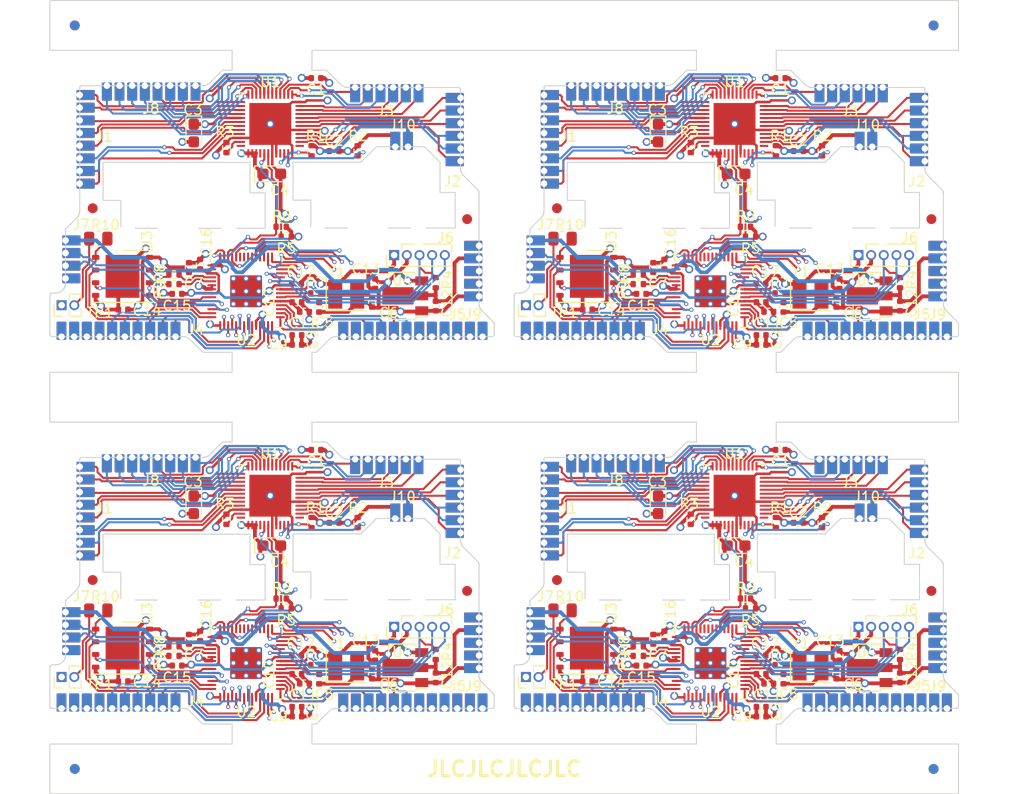
<source format=kicad_pcb>
(kicad_pcb (version 20221018) (generator pcbnew)
  (layers (0 "F.Cu" signal) (1 "In1.Cu" signal) (2 "In2.Cu" signal) (31 "B.Cu" signal) (34 "B.Paste" user) (35 "F.Paste" user) (36 "B.SilkS" user "B.Silkscreen") (37 "F.SilkS" user "F.Silkscreen") (38 "B.Mask" user) (39 "F.Mask" user) (44 "Edge.Cuts" user))
  (net 0 "")
  (net 1 "Board_0-+1V1")
  (net 2 "Board_0-+3V3")
  (net 3 "Board_0-+5V")
  (net 4 "Board_0-/CS1")
  (net 5 "Board_0-/CS10")
  (net 6 "Board_0-/CS11")
  (net 7 "Board_0-/CS12")
  (net 8 "Board_0-/CS13")
  (net 9 "Board_0-/CS14")
  (net 10 "Board_0-/CS15")
  (net 11 "Board_0-/CS16")
  (net 12 "Board_0-/CS2")
  (net 13 "Board_0-/CS3")
  (net 14 "Board_0-/CS4")
  (net 15 "Board_0-/CS5")
  (net 16 "Board_0-/CS6")
  (net 17 "Board_0-/CS7")
  (net 18 "Board_0-/CS8")
  (net 19 "Board_0-/CS9")
  (net 20 "Board_0-/DN")
  (net 21 "Board_0-/DP")
  (net 22 "Board_0-/QSPI_CS_TP")
  (net 23 "Board_0-/SW1")
  (net 24 "Board_0-/SW10")
  (net 25 "Board_0-/SW11")
  (net 26 "Board_0-/SW12")
  (net 27 "Board_0-/SW2")
  (net 28 "Board_0-/SW3")
  (net 29 "Board_0-/SW4")
  (net 30 "Board_0-/SW5")
  (net 31 "Board_0-/SW6")
  (net 32 "Board_0-/SW7")
  (net 33 "Board_0-/SW8")
  (net 34 "Board_0-/SW9")
  (net 35 "Board_0-GND")
  (net 36 "Board_0-GPIO_1")
  (net 37 "Board_0-GPIO_2")
  (net 38 "Board_0-Net-(C6-Pad2)")
  (net 39 "Board_0-Net-(J4-Pin_1)")
  (net 40 "Board_0-Net-(J4-Pin_10)")
  (net 41 "Board_0-Net-(J4-Pin_2)")
  (net 42 "Board_0-Net-(J4-Pin_3)")
  (net 43 "Board_0-Net-(J4-Pin_4)")
  (net 44 "Board_0-Net-(J4-Pin_5)")
  (net 45 "Board_0-Net-(J4-Pin_6)")
  (net 46 "Board_0-Net-(J4-Pin_7)")
  (net 47 "Board_0-Net-(J4-Pin_8)")
  (net 48 "Board_0-Net-(J4-Pin_9)")
  (net 49 "Board_0-Net-(J5-Pin_1)")
  (net 50 "Board_0-Net-(J5-Pin_10)")
  (net 51 "Board_0-Net-(J5-Pin_11)")
  (net 52 "Board_0-Net-(J5-Pin_12)")
  (net 53 "Board_0-Net-(J5-Pin_2)")
  (net 54 "Board_0-Net-(J5-Pin_3)")
  (net 55 "Board_0-Net-(J5-Pin_4)")
  (net 56 "Board_0-Net-(J5-Pin_5)")
  (net 57 "Board_0-Net-(J5-Pin_6)")
  (net 58 "Board_0-Net-(J5-Pin_7)")
  (net 59 "Board_0-Net-(J5-Pin_8)")
  (net 60 "Board_0-Net-(J5-Pin_9)")
  (net 61 "Board_0-Net-(U1-IICRST)")
  (net 62 "Board_0-Net-(U1-RSET)")
  (net 63 "Board_0-Net-(U1-~{SDB})")
  (net 64 "Board_0-QSPI_CLK")
  (net 65 "Board_0-QSPI_CS")
  (net 66 "Board_0-QSPI_SD0")
  (net 67 "Board_0-QSPI_SD1")
  (net 68 "Board_0-QSPI_SD2")
  (net 69 "Board_0-QSPI_SD3")
  (net 70 "Board_0-RP_D+")
  (net 71 "Board_0-RP_D-")
  (net 72 "Board_0-RP_RESET")
  (net 73 "Board_0-SCL")
  (net 74 "Board_0-SDA")
  (net 75 "Board_0-SWCLK")
  (net 76 "Board_0-SWDIO")
  (net 77 "Board_0-XTAL1")
  (net 78 "Board_0-XTAL2")
  (net 79 "Board_0-unconnected-(U1-NC-Pad1)")
  (net 80 "Board_0-unconnected-(U1-NC-Pad36)")
  (net 81 "Board_0-unconnected-(U1-SYNC-Pad40)")
  (net 82 "Board_0-unconnected-(U1-~{INTB}-Pad45)")
  (net 83 "Board_0-unconnected-(U2-GPIO22-Pad34)")
  (net 84 "Board_0-unconnected-(U2-GPIO23-Pad35)")
  (net 85 "Board_0-unconnected-(U2-GPIO24-Pad36)")
  (net 86 "Board_0-unconnected-(U2-GPIO25-Pad37)")
  (net 87 "Board_1-+1V1")
  (net 88 "Board_1-+3V3")
  (net 89 "Board_1-+5V")
  (net 90 "Board_1-/CS1")
  (net 91 "Board_1-/CS10")
  (net 92 "Board_1-/CS11")
  (net 93 "Board_1-/CS12")
  (net 94 "Board_1-/CS13")
  (net 95 "Board_1-/CS14")
  (net 96 "Board_1-/CS15")
  (net 97 "Board_1-/CS16")
  (net 98 "Board_1-/CS2")
  (net 99 "Board_1-/CS3")
  (net 100 "Board_1-/CS4")
  (net 101 "Board_1-/CS5")
  (net 102 "Board_1-/CS6")
  (net 103 "Board_1-/CS7")
  (net 104 "Board_1-/CS8")
  (net 105 "Board_1-/CS9")
  (net 106 "Board_1-/DN")
  (net 107 "Board_1-/DP")
  (net 108 "Board_1-/QSPI_CS_TP")
  (net 109 "Board_1-/SW1")
  (net 110 "Board_1-/SW10")
  (net 111 "Board_1-/SW11")
  (net 112 "Board_1-/SW12")
  (net 113 "Board_1-/SW2")
  (net 114 "Board_1-/SW3")
  (net 115 "Board_1-/SW4")
  (net 116 "Board_1-/SW5")
  (net 117 "Board_1-/SW6")
  (net 118 "Board_1-/SW7")
  (net 119 "Board_1-/SW8")
  (net 120 "Board_1-/SW9")
  (net 121 "Board_1-GND")
  (net 122 "Board_1-GPIO_1")
  (net 123 "Board_1-GPIO_2")
  (net 124 "Board_1-Net-(C6-Pad2)")
  (net 125 "Board_1-Net-(J4-Pin_1)")
  (net 126 "Board_1-Net-(J4-Pin_10)")
  (net 127 "Board_1-Net-(J4-Pin_2)")
  (net 128 "Board_1-Net-(J4-Pin_3)")
  (net 129 "Board_1-Net-(J4-Pin_4)")
  (net 130 "Board_1-Net-(J4-Pin_5)")
  (net 131 "Board_1-Net-(J4-Pin_6)")
  (net 132 "Board_1-Net-(J4-Pin_7)")
  (net 133 "Board_1-Net-(J4-Pin_8)")
  (net 134 "Board_1-Net-(J4-Pin_9)")
  (net 135 "Board_1-Net-(J5-Pin_1)")
  (net 136 "Board_1-Net-(J5-Pin_10)")
  (net 137 "Board_1-Net-(J5-Pin_11)")
  (net 138 "Board_1-Net-(J5-Pin_12)")
  (net 139 "Board_1-Net-(J5-Pin_2)")
  (net 140 "Board_1-Net-(J5-Pin_3)")
  (net 141 "Board_1-Net-(J5-Pin_4)")
  (net 142 "Board_1-Net-(J5-Pin_5)")
  (net 143 "Board_1-Net-(J5-Pin_6)")
  (net 144 "Board_1-Net-(J5-Pin_7)")
  (net 145 "Board_1-Net-(J5-Pin_8)")
  (net 146 "Board_1-Net-(J5-Pin_9)")
  (net 147 "Board_1-Net-(U1-IICRST)")
  (net 148 "Board_1-Net-(U1-RSET)")
  (net 149 "Board_1-Net-(U1-~{SDB})")
  (net 150 "Board_1-QSPI_CLK")
  (net 151 "Board_1-QSPI_CS")
  (net 152 "Board_1-QSPI_SD0")
  (net 153 "Board_1-QSPI_SD1")
  (net 154 "Board_1-QSPI_SD2")
  (net 155 "Board_1-QSPI_SD3")
  (net 156 "Board_1-RP_D+")
  (net 157 "Board_1-RP_D-")
  (net 158 "Board_1-RP_RESET")
  (net 159 "Board_1-SCL")
  (net 160 "Board_1-SDA")
  (net 161 "Board_1-SWCLK")
  (net 162 "Board_1-SWDIO")
  (net 163 "Board_1-XTAL1")
  (net 164 "Board_1-XTAL2")
  (net 165 "Board_1-unconnected-(U1-NC-Pad1)")
  (net 166 "Board_1-unconnected-(U1-NC-Pad36)")
  (net 167 "Board_1-unconnected-(U1-SYNC-Pad40)")
  (net 168 "Board_1-unconnected-(U1-~{INTB}-Pad45)")
  (net 169 "Board_1-unconnected-(U2-GPIO22-Pad34)")
  (net 170 "Board_1-unconnected-(U2-GPIO23-Pad35)")
  (net 171 "Board_1-unconnected-(U2-GPIO24-Pad36)")
  (net 172 "Board_1-unconnected-(U2-GPIO25-Pad37)")
  (net 173 "Board_2-+1V1")
  (net 174 "Board_2-+3V3")
  (net 175 "Board_2-+5V")
  (net 176 "Board_2-/CS1")
  (net 177 "Board_2-/CS10")
  (net 178 "Board_2-/CS11")
  (net 179 "Board_2-/CS12")
  (net 180 "Board_2-/CS13")
  (net 181 "Board_2-/CS14")
  (net 182 "Board_2-/CS15")
  (net 183 "Board_2-/CS16")
  (net 184 "Board_2-/CS2")
  (net 185 "Board_2-/CS3")
  (net 186 "Board_2-/CS4")
  (net 187 "Board_2-/CS5")
  (net 188 "Board_2-/CS6")
  (net 189 "Board_2-/CS7")
  (net 190 "Board_2-/CS8")
  (net 191 "Board_2-/CS9")
  (net 192 "Board_2-/DN")
  (net 193 "Board_2-/DP")
  (net 194 "Board_2-/QSPI_CS_TP")
  (net 195 "Board_2-/SW1")
  (net 196 "Board_2-/SW10")
  (net 197 "Board_2-/SW11")
  (net 198 "Board_2-/SW12")
  (net 199 "Board_2-/SW2")
  (net 200 "Board_2-/SW3")
  (net 201 "Board_2-/SW4")
  (net 202 "Board_2-/SW5")
  (net 203 "Board_2-/SW6")
  (net 204 "Board_2-/SW7")
  (net 205 "Board_2-/SW8")
  (net 206 "Board_2-/SW9")
  (net 207 "Board_2-GND")
  (net 208 "Board_2-GPIO_1")
  (net 209 "Board_2-GPIO_2")
  (net 210 "Board_2-Net-(C6-Pad2)")
  (net 211 "Board_2-Net-(J4-Pin_1)")
  (net 212 "Board_2-Net-(J4-Pin_10)")
  (net 213 "Board_2-Net-(J4-Pin_2)")
  (net 214 "Board_2-Net-(J4-Pin_3)")
  (net 215 "Board_2-Net-(J4-Pin_4)")
  (net 216 "Board_2-Net-(J4-Pin_5)")
  (net 217 "Board_2-Net-(J4-Pin_6)")
  (net 218 "Board_2-Net-(J4-Pin_7)")
  (net 219 "Board_2-Net-(J4-Pin_8)")
  (net 220 "Board_2-Net-(J4-Pin_9)")
  (net 221 "Board_2-Net-(J5-Pin_1)")
  (net 222 "Board_2-Net-(J5-Pin_10)")
  (net 223 "Board_2-Net-(J5-Pin_11)")
  (net 224 "Board_2-Net-(J5-Pin_12)")
  (net 225 "Board_2-Net-(J5-Pin_2)")
  (net 226 "Board_2-Net-(J5-Pin_3)")
  (net 227 "Board_2-Net-(J5-Pin_4)")
  (net 228 "Board_2-Net-(J5-Pin_5)")
  (net 229 "Board_2-Net-(J5-Pin_6)")
  (net 230 "Board_2-Net-(J5-Pin_7)")
  (net 231 "Board_2-Net-(J5-Pin_8)")
  (net 232 "Board_2-Net-(J5-Pin_9)")
  (net 233 "Board_2-Net-(U1-IICRST)")
  (net 234 "Board_2-Net-(U1-RSET)")
  (net 235 "Board_2-Net-(U1-~{SDB})")
  (net 236 "Board_2-QSPI_CLK")
  (net 237 "Board_2-QSPI_CS")
  (net 238 "Board_2-QSPI_SD0")
  (net 239 "Board_2-QSPI_SD1")
  (net 240 "Board_2-QSPI_SD2")
  (net 241 "Board_2-QSPI_SD3")
  (net 242 "Board_2-RP_D+")
  (net 243 "Board_2-RP_D-")
  (net 244 "Board_2-RP_RESET")
  (net 245 "Board_2-SCL")
  (net 246 "Board_2-SDA")
  (net 247 "Board_2-SWCLK")
  (net 248 "Board_2-SWDIO")
  (net 249 "Board_2-XTAL1")
  (net 250 "Board_2-XTAL2")
  (net 251 "Board_2-unconnected-(U1-NC-Pad1)")
  (net 252 "Board_2-unconnected-(U1-NC-Pad36)")
  (net 253 "Board_2-unconnected-(U1-SYNC-Pad40)")
  (net 254 "Board_2-unconnected-(U1-~{INTB}-Pad45)")
  (net 255 "Board_2-unconnected-(U2-GPIO22-Pad34)")
  (net 256 "Board_2-unconnected-(U2-GPIO23-Pad35)")
  (net 257 "Board_2-unconnected-(U2-GPIO24-Pad36)")
  (net 258 "Board_2-unconnected-(U2-GPIO25-Pad37)")
  (net 259 "Board_3-+1V1")
  (net 260 "Board_3-+3V3")
  (net 261 "Board_3-+5V")
  (net 262 "Board_3-/CS1")
  (net 263 "Board_3-/CS10")
  (net 264 "Board_3-/CS11")
  (net 265 "Board_3-/CS12")
  (net 266 "Board_3-/CS13")
  (net 267 "Board_3-/CS14")
  (net 268 "Board_3-/CS15")
  (net 269 "Board_3-/CS16")
  (net 270 "Board_3-/CS2")
  (net 271 "Board_3-/CS3")
  (net 272 "Board_3-/CS4")
  (net 273 "Board_3-/CS5")
  (net 274 "Board_3-/CS6")
  (net 275 "Board_3-/CS7")
  (net 276 "Board_3-/CS8")
  (net 277 "Board_3-/CS9")
  (net 278 "Board_3-/DN")
  (net 279 "Board_3-/DP")
  (net 280 "Board_3-/QSPI_CS_TP")
  (net 281 "Board_3-/SW1")
  (net 282 "Board_3-/SW10")
  (net 283 "Board_3-/SW11")
  (net 284 "Board_3-/SW12")
  (net 285 "Board_3-/SW2")
  (net 286 "Board_3-/SW3")
  (net 287 "Board_3-/SW4")
  (net 288 "Board_3-/SW5")
  (net 289 "Board_3-/SW6")
  (net 290 "Board_3-/SW7")
  (net 291 "Board_3-/SW8")
  (net 292 "Board_3-/SW9")
  (net 293 "Board_3-GND")
  (net 294 "Board_3-GPIO_1")
  (net 295 "Board_3-GPIO_2")
  (net 296 "Board_3-Net-(C6-Pad2)")
  (net 297 "Board_3-Net-(J4-Pin_1)")
  (net 298 "Board_3-Net-(J4-Pin_10)")
  (net 299 "Board_3-Net-(J4-Pin_2)")
  (net 300 "Board_3-Net-(J4-Pin_3)")
  (net 301 "Board_3-Net-(J4-Pin_4)")
  (net 302 "Board_3-Net-(J4-Pin_5)")
  (net 303 "Board_3-Net-(J4-Pin_6)")
  (net 304 "Board_3-Net-(J4-Pin_7)")
  (net 305 "Board_3-Net-(J4-Pin_8)")
  (net 306 "Board_3-Net-(J4-Pin_9)")
  (net 307 "Board_3-Net-(J5-Pin_1)")
  (net 308 "Board_3-Net-(J5-Pin_10)")
  (net 309 "Board_3-Net-(J5-Pin_11)")
  (net 310 "Board_3-Net-(J5-Pin_12)")
  (net 311 "Board_3-Net-(J5-Pin_2)")
  (net 312 "Board_3-Net-(J5-Pin_3)")
  (net 313 "Board_3-Net-(J5-Pin_4)")
  (net 314 "Board_3-Net-(J5-Pin_5)")
  (net 315 "Board_3-Net-(J5-Pin_6)")
  (net 316 "Board_3-Net-(J5-Pin_7)")
  (net 317 "Board_3-Net-(J5-Pin_8)")
  (net 318 "Board_3-Net-(J5-Pin_9)")
  (net 319 "Board_3-Net-(U1-IICRST)")
  (net 320 "Board_3-Net-(U1-RSET)")
  (net 321 "Board_3-Net-(U1-~{SDB})")
  (net 322 "Board_3-QSPI_CLK")
  (net 323 "Board_3-QSPI_CS")
  (net 324 "Board_3-QSPI_SD0")
  (net 325 "Board_3-QSPI_SD1")
  (net 326 "Board_3-QSPI_SD2")
  (net 327 "Board_3-QSPI_SD3")
  (net 328 "Board_3-RP_D+")
  (net 329 "Board_3-RP_D-")
  (net 330 "Board_3-RP_RESET")
  (net 331 "Board_3-SCL")
  (net 332 "Board_3-SDA")
  (net 333 "Board_3-SWCLK")
  (net 334 "Board_3-SWDIO")
  (net 335 "Board_3-XTAL1")
  (net 336 "Board_3-XTAL2")
  (net 337 "Board_3-unconnected-(U1-NC-Pad1)")
  (net 338 "Board_3-unconnected-(U1-NC-Pad36)")
  (net 339 "Board_3-unconnected-(U1-SYNC-Pad40)")
  (net 340 "Board_3-unconnected-(U1-~{INTB}-Pad45)")
  (net 341 "Board_3-unconnected-(U2-GPIO22-Pad34)")
  (net 342 "Board_3-unconnected-(U2-GPIO23-Pad35)")
  (net 343 "Board_3-unconnected-(U2-GPIO24-Pad36)")
  (net 344 "Board_3-unconnected-(U2-GPIO25-Pad37)")
  (footprint "Capacitor_SMD:C_0402_1005Metric" (layer "F.Cu") (at 113.3432 88.2986)
    (fp_text reference "C14")
    (fp_text value "100n")
  )
  (footprint "Resistor_SMD:R_0402_1005Metric" (layer "F.Cu") (at 129.6982 43.6878)
    (fp_text reference "R5")
    (fp_text value "2k")
  )
  (footprint "Frooastboard Footprints:PinHeader_1x04_P1.27mm_Vertical" (layer "F.Cu") (at 61.0232 44.0688)
    (fp_text reference "J7")
    (fp_text value "Conn_01x04")
  )
  (footprint "Frooastboard Footprints:PinHeader_1x10_P1.27mm_Vertical" (layer "F.Cu") (at 107.1684 91.0164 90)
    (fp_text reference "J4")
    (fp_text value "Conn_01x10")
  )
  (footprint "Capacitor_SMD:C_0402_1005Metric" (layer "F.Cu") (at 66.7916 88.2986)
    (fp_text reference "C14")
    (fp_text value "100n")
  )
  (footprint "Resistor_SMD:R_0402_1005Metric" (layer "F.Cu") (at 77.1522 72.0406 -90)
    (fp_text reference "R3")
    (fp_text value "20k")
  )
  (footprint "Frooastboard Footprints:PinHeader_1x04_P1.27mm_Vertical" (layer "F.Cu") (at 107.5748 81.3644)
    (fp_text reference "J7")
    (fp_text value "Conn_01x04")
  )
  (footprint "Package_SON:WSON-8-1EP_6x5mm_P1.27mm_EP3.4x4.3mm" (layer "F.Cu") (at 66.7382 84.9712)
    (fp_text reference "U3")
    (fp_text value "W25Q32JVZP")
  )
  (footprint "Capacitor_SMD:C_0402_1005Metric" (layer "F.Cu") (at 92.062 85.7104 -90)
    (fp_text reference "C13")
    (fp_text value "100n")
  )
  (footprint "Capacitor_SMD:C_0402_1005Metric" (layer "F.Cu") (at 74.5106 46.4538 90)
    (fp_text reference "C16")
    (fp_text value "100n")
  )
  (footprint "Frooastboard Footprints:PinHeader_1x06_P1.27mm_Vertical" (layer "F.Cu") (at 96.4054 28.7272 -90)
    (fp_text reference "J3")
    (fp_text value "Conn_01x06")
  )
  (footprint "Frooastboard Footprints:PinHeader_1x08_P1.27mm_Vertical" (layer "F.Cu") (at 120.605 65.845 -90)
    (fp_text reference "J8")
    (fp_text value "Conn_01x08")
  )
  (footprint "Capacitor_SMD:C_0402_1005Metric" (layer "F.Cu") (at 86.4486 50.777 90)
    (fp_text reference "C5")
    (fp_text value "22p")
  )
  (footprint "Capacitor_SMD:C_0402_1005Metric" (layer "F.Cu") (at 66.7916 51.003)
    (fp_text reference "C14")
    (fp_text value "100n")
  )
  (footprint "Fiducial:Fiducial_1mm_Mask2mm" (layer "F.Cu") (at 110.2926 78.1386)
    (fp_text reference "REF**" hide)
    (fp_text value "Fiducial_1mm_Mask2mm")
  )
  (footprint "Fiducial:Fiducial_1mm_Mask2mm" (layer "F.Cu") (at 63.741 40.843)
    (fp_text reference "REF**" hide)
    (fp_text value "Fiducial_1mm_Mask2mm")
  )
  (footprint "Frooastboard Footprints:PinHeader_1x05_P1.27mm_Vertical" (layer "F.Cu") (at 102.476 86.9778 180)
    (fp_text reference "J9")
    (fp_text value "Conn_01x05")
  )
  (footprint "Capacitor_SMD:C_0402_1005Metric" (layer "F.Cu") (at 133.0002 50.777 90)
    (fp_text reference "C5")
    (fp_text value "22p")
  )
  (footprint "Resistor_SMD:R_0402_1005Metric" (layer "F.Cu") (at 123.7038 34.745 -90)
    (fp_text reference "R3")
    (fp_text value "20k")
  )
  (footprint "Capacitor_SMD:C_0402_1005Metric" (layer "F.Cu") (at 138.3088 50.269 90)
    (fp_text reference "C6")
    (fp_text value "22p")
  )
  (footprint "Capacitor_SMD:C_0402_1005Metric" (layer "F.Cu") (at 84.2108 50.2664 180)
    (fp_text reference "C10")
    (fp_text value "100n")
  )
  (footprint "Frooastboard Footprints:PinHeader_1x10_P1.27mm_Vertical" (layer "F.Cu") (at 107.1684 53.7208 90)
    (fp_text reference "J4")
    (fp_text value "Conn_01x10")
  )
  (footprint "Frooastboard Footprints:PinHeader_1x08_P1.27mm_Vertical" (layer "F.Cu") (at 74.0534 65.845 -90)
    (fp_text reference "J8")
    (fp_text value "Conn_01x08")
  )
  (footprint "Capacitor_SMD:C_0402_1005Metric" (layer "F.Cu") (at 118.7482 49.4282 180)
    (fp_text reference "C15")
    (fp_text value "10u")
  )
  (footprint "Capacitor_Tantalum_SMD:CP_EIA-2012-15_AVX-P" (layer "F.Cu") (at 81.6973 74.6842)
    (fp_text reference "C4")
    (fp_text value "10u")
  )
  (footprint "Frooastboard Footprints:PinHeader_1x06_P1.27mm_Vertical" (layer "F.Cu") (at 147.1734 73.4142 180)
    (fp_text reference "J2")
    (fp_text value "Conn_01x06")
  )
  (footprint "Resistor_SMD:R_0402_1005Metric" (layer "F.Cu") (at 132.668 49.3774)
    (fp_text reference "R7")
    (fp_text value "1k")
  )
  (footprint "Capacitor_SMD:C_0402_1005Metric" (layer "F.Cu") (at 92.062 48.4148 -90)
    (fp_text reference "C13")
    (fp_text value "100n")
  )
  (footprint "Frooastboard Footprints:PinHeader_1x12_P1.27mm_Vertical" (layer "F.Cu") (at 88.8616 53.7208 90)
    (fp_text reference "J5")
    (fp_text value "Conn_01x12")
  )
  (footprint "Connector_PinHeader_1.27mm:PinHeader_1x02_P1.27mm_Vertical" (layer "F.Cu") (at 60.6272 87.8668 90)
    (fp_text reference "TP1")
    (fp_text value "QSPI_CS")
  )
  (footprint "Frooastboard Footprints:PinHeader_1x08_P1.27mm_Vertical" (layer "F.Cu") (at 74.0534 28.5494 -90)
    (fp_text reference "J8")
    (fp_text value "Conn_01x08")
  )
  (footprint "Capacitor_SMD:C_0402_1005Metric" (layer "F.Cu") (at 74.5106 83.7494 90)
    (fp_text reference "C16")
    (fp_text value "100n")
  )
  (footprint "Capacitor_SMD:C_0402_1005Metric" (layer "F.Cu") (at 138.6136 85.7104 -90)
    (fp_text reference "C13")
    (fp_text value "100n")
  )
  (footprint "Resistor_SMD:R_0402_1005Metric" (layer "F.Cu") (at 144.6842 85.6082 90)
    (fp_text reference "R4")
    (fp_text value "10k")
  )
  (footprint "Frooastboard Footprints:PinHeader_1x04_P1.27mm_Vertical" (layer "F.Cu") (at 107.5748 44.0688)
    (fp_text reference "J7")
    (fp_text value "Conn_01x04")
  )
  (footprint "Capacitor_Tantalum_SMD:CP_EIA-2012-15_AVX-P" (layer "F.Cu") (at 81.6973 37.3886)
    (fp_text reference "C4")
    (fp_text value "10u")
  )
  (footprint "Capacitor_SMD:C_0402_1005Metric" (layer "F.Cu") (at 119.9446 84.0848 90)
    (fp_text reference "C7")
    (fp_text value "10u")
  )
  (footprint "Frooastboard Footprints:PinHeader_1x10_P1.27mm_Vertical" (layer "F.Cu") (at 60.6168 91.0164 90)
    (fp_text reference "J4")
    (fp_text value "Conn_01x10")
  )
  (footprint "Capacitor_SMD:C_0402_1005Metric" (layer "F.Cu") (at 84.1854 48.4122)
    (fp_text reference "C17")
    (fp_text value "100n")
  )
  (footprint "Resistor_SMD:R_0402_1005Metric" (layer "F.Cu") (at 71.8924 85.7498 180)
    (fp_text reference "R9")
    (fp_text value "27R")
  )
  (footprint "Fiducial" (layer "F.Cu") (at 148.0516 22.5)
    (fp_text reference "REF**" hide)
    (fp_text value "Fiducial" hide)
  )
  (footprint "Fiducial:Fiducial_1mm_Mask2mm" (layer "F.Cu") (at 147.8338 79.2308)
    (fp_text reference "REF**" hide)
    (fp_text value "Fiducial_1mm_Mask2mm")
  )
  (footprint "Frooastboard Footprints:PinHeader_1x08_P1.27mm_Vertical" (layer "F.Cu") (at 62.4456 29.4842)
    (fp_text reference "J1")
    (fp_text value "Conn_01x08")
  )
  (footprint "Capacitor_Tantalum_SMD:CP_EIA-2012-15_AVX-P" (layer "F.Cu") (at 120.4272 70.5933 -90)
    (fp_text reference "C3")
    (fp_text value "10u")
  )
  (footprint "Capacitor_SMD:C_0402_1005Metric" (layer "F.Cu") (at 121.0622 46.4538 90)
    (fp_text reference "C16")
    (fp_text value "100n")
  )
  (footprint "Capacitor_SMD:C_0402_1005Metric" (layer "F.Cu") (at 86.1412 65.083 180)
    (fp_text reference "C1")
    (fp_text value "0.1u")
  )
  (footprint "Resistor_SMD:R_0805_2012Metric" (layer "F.Cu") (at 64.3017 43.891)
    (fp_text reference "R10")
    (fp_text value "1k")
  )
  (footprint "Frooastboard Footprints:PinHeader_1x02_P1.27mm_Vertical" (layer "F.Cu") (at 94.079 71.9664 90)
    (fp_text reference "J10")
    (fp_text value "Conn_01x02")
  )
  (footprint "Resistor_SMD:R_0402_1005Metric" (layer "F.Cu") (at 71.8924 48.4542 180)
    (fp_text reference "R9")
    (fp_text value "27R")
  )
  (footprint "Resistor_SMD:R_0805_2012Metric" (layer "F.Cu") (at 110.8533 43.891)
    (fp_text reference "R10")
    (fp_text value "1k")
  )
  (footprint "Frooastboard Footprints:RP2040-QFN-56" (layer "F.Cu") (at 79.1236 86.4673 90)
    (fp_text reference "U2")
    (fp_text value "RP2040")
  )
  (footprint "Resistor_SMD:R_0402_1005Metric" (layer "F.Cu") (at 132.2382 72.3708 -90)
    (fp_text reference "R1")
    (fp_text value "100k")
  )
  (footprint "Fiducial" (layer "F.Cu") (at 148.0516 97.0912)
    (fp_text reference "REF**" hide)
    (fp_text value "Fiducial" hide)
  )
  (footprint "Resistor_SMD:R_0402_1005Metric" (layer "F.Cu") (at 129.1902 79.9928)
    (fp_text reference "R6")
    (fp_text value "2k")
  )
  (footprint "Capacitor_SMD:C_0402_1005Metric" (layer "F.Cu") (at 133.0002 88.0726 90)
    (fp_text reference "C5")
    (fp_text value "22p")
  )
  (footprint "Capacitor_SMD:C_0402_1005Metric" (layer "F.Cu") (at 119.9446 46.7892 90)
    (fp_text reference "C7")
    (fp_text value "10u")
  )
  (footprint "Connector_PinHeader_1.27mm:PinHeader_1x05_P1.27mm_Vertical" (layer "F.Cu") (at 140.5186 82.8376 90)
    (fp_text reference "J6")
    (fp_text value "SW Interface")
  )
  (footprint "Resistor_SMD:R_0402_1005Metric" (layer "F.Cu") (at 136.861 72.3748 -90)
    (fp_text reference "R2")
    (fp_text value "100k")
  )
  (footprint "Capacitor_SMD:C_0402_1005Metric" (layer "F.Cu") (at 84.978 88.5272 180)
    (fp_text reference "C11")
    (fp_text value "100n")
  )
  (footprint "Frooastboard Footprints:PinHeader_1x02_P1.27mm_Vertical" (layer "F.Cu") (at 140.6306 71.9664 90)
    (fp_text reference "J10")
    (fp_text value "Conn_01x02")
  )
  (footprint "Capacitor_SMD:C_0402_1005Metric" (layer "F.Cu") (at 130.737 85.7078)
    (fp_text reference "C17")
    (fp_text value "100n")
  )
  (footprint "Resistor_SMD:R_0402_1005Metric" (layer "F.Cu") (at 85.6866 72.3708 -90)
    (fp_text reference "R1")
    (fp_text value "100k")
  )
  (footprint "Capacitor_SMD:C_0402_1005Metric" (layer "F.Cu") (at 131.5296 88.5272 180)
    (fp_text reference "C11")
    (fp_text value "100n")
  )
  (footprint "Frooastboard Footprints:PinHeader_1x06_P1.27mm_Vertical" (layer "F.Cu") (at 100.6218 73.4142 180)
    (fp_text reference "J2")
    (fp_text value "Conn_01x06")
  )
  (footprint "Frooastboard Footprints:PinHeader_1x10_P1.27mm_Vertical" (layer "F.Cu") (at 60.6168 53.7208 90)
    (fp_text reference "J4")
    (fp_text value "Conn_01x10")
  )
  (footprint "Frooastboard Footprints:PinHeader_1x08_P1.27mm_Vertical" (layer "F.Cu") (at 62.4456 66.7798)
    (fp_text reference "J1")
    (fp_text value "Conn_01x08")
  )
  (footprint "Frooastboard Footprints:PinHeader_1x12_P1.27mm_Vertical" (layer "F.Cu") (at 135.4132 53.7208 90)
    (fp_text reference "J5")
    (fp_text value "Conn_01x12")
  )
  (footprint "Frooastboard Footprints:PinHeader_1x02_P1.27mm_Vertical" (layer "F.Cu") (at 94.079 34.6708 90)
    (fp_text reference "J10")
    (fp_text value "Conn_01x02")
  )
  (footprint "Frooastboard Footprints:PinHeader_1x06_P1.27mm_Vertical" (layer "F.Cu") (at 96.4054 66.0228 -90)
    (fp_text reference "J3")
    (fp_text value "Conn_01x06")
  )
  (footprint "Capacitor_SMD:C_0402_1005Metric" (layer "F.Cu") (at 84.216 53.5684)
    (fp_text reference "C8")
    (fp_text value "100n")
  )
  (footprint "Frooastboard Footprints:PinHeader_1x05_P1.27mm_Vertical" (layer "F.Cu") (at 149.0276 49.6822 180)
    (fp_text reference "J9")
    (fp_text value "Conn_01x05")
  )
  (footprint "Capacitor_Tantalum_SMD:CP_EIA-2012-15_AVX-P" (layer "F.Cu") (at 128.2489 74.6842)
    (fp_text reference "C4")
    (fp_text value "10u")
  )
  (footprint "Capacitor_SMD:C_0402_1005Metric" (layer "F.Cu") (at 130.7676 90.864)
    (fp_text reference "C8")
    (fp_text value "100n")
  )
  (footprint "Frooastboard Footprints:RP2040-QFN-56" (layer "F.Cu") (at 79.1236 49.1717 90)
    (fp_text reference "U2")
    (fp_text value "RP2040")
  )
  (footprint "Capacitor_SMD:C_0402_1005Metric" (layer "F.Cu") (at 113.3432 51.003)
    (fp_text reference "C14")
    (fp_text value "100n")
  )
  (footprint "Fiducial" (layer "F.Cu") (at 61.9484 22.5)
    (fp_text reference "REF**" hide)
    (fp_text value "Fiducial" hide)
  )
  (footprint "Resistor_SMD:R_0402_1005Metric" (layer "F.Cu") (at 118.444 85.7498 180)
    (fp_text reference "R9")
    (fp_text value "27R")
  )
  (footprint "Resistor_SMD:R_0402_1005Metric" (layer "F.Cu") (at 82.6386 79.9928)
    (fp_text reference "R6")
    (fp_text value "2k")
  )
  (footprint "Capacitor_SMD:C_0402_1005Metric" (layer "F.Cu") (at 84.216 90.864)
    (fp_text reference "C8")
    (fp_text value "100n")
  )
  (footprint "Resistor_SMD:R_0402_1005Metric" (layer "F.Cu") (at 71.8924 47.4978 180)
    (fp_text reference "R8")
    (fp_text value "27R")
  )
  (footprint "Capacitor_SMD:C_0402_1005Metric" (layer "F.Cu") (at 84.1854 85.7078)
    (fp_text reference "C17")
    (fp_text value "100n")
  )
  (footprint "Capacitor_SMD:C_0402_1005Metric" (layer "F.Cu") (at 86.4486 88.0726 90)
    (fp_text reference "C5")
    (fp_text value "22p")
  )
  (footprint "Frooastboard Footprints:PinHeader_1x08_P1.27mm_Vertical" (layer "F.Cu") (at 120.605 28.5494 -90)
    (fp_text reference "J8")
    (fp_text value "Conn_01x08")
  )
  (footprint "Crystal:Crystal_SMD_3225-4Pin_3.2x2.5mm" (layer "F.Cu") (at 135.7102 49.4672)
    (fp_text reference "Y1")
    (fp_text value "12MHz")
  )
  (footprint "Capacitor_SMD:C_0402_1005Metric" (layer "F.Cu") (at 118.7482 86.7238 180)
    (fp_text reference "C15")
    (fp_text value "10u")
  )
  (footprint "Frooastboard Footprints:RP2040-QFN-56" (layer "F.Cu") (at 125.6752 86.4673 90)
    (fp_text reference "U2")
    (fp_text value "RP2040")
  )
  (footprint "Capacitor_SMD:C_0402_1005Metric" (layer "F.Cu") (at 84.978 51.2316 180)
    (fp_text reference "C11")
    (fp_text value "100n")
  )
  (footprint "Frooastboard Footprints:PinHeader_1x04_P1.27mm_Vertical" (layer "F.Cu") (at 61.0232 81.3644)
    (fp_text reference "J7")
    (fp_text value "Conn_01x04")
  )
  (footprint "Resistor_SMD:R_0402_1005Metric" (layer "F.Cu") (at 118.444 47.4978 180)
    (fp_text reference "R8")
    (fp_text value "27R")
  )
  (footprint "Package_TO_SOT_SMD:SOT-89-3" (layer "F.Cu") (at 94.7846 49.6314 180)
    (fp_text reference "U4")
    (fp_text value "LM317L_SOT-89")
  )
  (footprint "Capacitor_SMD:C_0402_1005Metric" (layer "F.Cu") (at 134.5014 72.3982)
    (fp_text reference "C2")
    (fp_text value "10u")
  )
  (footprint "Package_DFN_QFN:QFN-48-1EP_6x6mm_P0.4mm_EP4.2x4.2mm" (layer "F.Cu") (at 81.5464 32.3848 180)
    (fp_text reference "U1")
    (fp_text value "IS31FL3733-QF")
  )
  (footprint "Fiducial:Fiducial_1mm_Mask2mm" (layer "F.Cu") (at 101.2822 79.2308)
    (fp_text reference "REF**" hide)
    (fp_text value "Fiducial_1mm_Mask2mm")
  )
  (footprint "Capacitor_SMD:C_0402_1005Metric" (layer "F.Cu") (at 130.7624 50.2664 180)
    (fp_text reference "C10")
    (fp_text value "100n")
  )
  (footprint "Resistor_SMD:R_0402_1005Metric" (layer "F.Cu") (at 90.3094 72.3748 -90)
    (fp_text reference "R2")
    (fp_text value "100k")
  )
  (footprint "Crystal:Crystal_SMD_3225-4Pin_3.2x2.5mm" (layer "F.Cu") (at 89.1586 86.7628)
    (fp_text reference "Y1")
    (fp_text value "12MHz")
  )
  (footprint "Package_TO_SOT_SMD:SOT-89-3" (layer "F.Cu") (at 141.3362 49.6314 180)
    (fp_text reference "U4")
    (fp_text value "LM317L_SOT-89")
  )
  (footprint "Frooastboard Footprints:PinHeader_1x05_P1.27mm_Vertical" (layer "F.Cu") (at 102.476 49.6822 180)
    (fp_text reference "J9")
    (fp_text value "Conn_01x05")
  )
  (footprint "Capacitor_SMD:C_0402_1005Metric" (layer "F.Cu") (at 87.9498 35.1026)
    (fp_text reference "C2")
    (fp_text value "10u")
  )
  (footprint "Crystal:Crystal_SMD_3225-4Pin_3.2x2.5mm" (layer "F.Cu") (at 135.7102 86.7628)
    (fp_text reference "Y1")
    (fp_text value "12MHz")
  )
  (footprint "Fiducial:Fiducial_1mm_Mask2mm" (layer "F.Cu") (at 101.2822 41.9352)
    (fp_text reference "REF**" hide)
    (fp_text value "Fiducial_1mm_Mask2mm")
  )
  (footprint "Resistor_SMD:R_0402_1005Metric" (layer "F.Cu") (at 98.1326 48.3126 90)
    (fp_text reference "R4")
    (fp_text value "10k")
  )
  (footprint "Frooastboard Footprints:PinHeader_1x06_P1.27mm_Vertical" (layer "F.Cu") (at 147.1734 36.1186 180)
    (fp_text reference "J2")
    (fp_text value "Conn_01x06")
  )
  (footprint "Frooastboard Footprints:PinHeader_1x08_P1.27mm_Vertical" (layer "F.Cu") (at 108.9972 29.4842)
    (fp_text reference "J1")
    (fp_text value "Conn_01x08")
  )
  (footprint "Resistor_SMD:R_0402_1005Metric" (layer "F.Cu") (at 83.1466 80.9834)
    (fp_text reference "R5")
    (fp_text value "2k")
  )
  (footprint "Resistor_SMD:R_0402_1005Metric" (layer "F.Cu") (at 83.1466 43.6878)
    (fp_text reference "R5")
    (fp_text value "2k")
  )
  (footprint "Capacitor_SMD:C_0402_1005Metric" (layer "F.Cu") (at 91.7572 87.5646 90)
    (fp_text reference "C6")
    (fp_text value "22p")
  )
  (footprint "Capacitor_SMD:C_0402_1005Metric" (layer "F.Cu") (at 132.6928 65.083 180)
    (fp_text reference "C1")
    (fp_text value "0.1u")
  )
  (footprint "Frooastboard Footprints:RP2040-QFN-56" (layer "F.Cu") (at 125.6752 49.1717 90)
    (fp_text reference "U2")
    (fp_text value "RP2040")
  )
  (footprint "Capacitor_SMD:C_0402_1005Metric" (layer "F.Cu") (at 131.5296 51.2316 180)
    (fp_text reference "C11")
    (fp_text value "100n")
  )
  (footprint "Frooastboard Footprints:PinHeader_1x06_P1.27mm_Vertical" (layer "F.Cu") (at 100.6218 36.1186 180)
    (fp_text reference "J2")
    (fp_text value "Conn_01x06")
  )
  (footprint "Capacitor_SMD:C_0402_1005Metric" (layer "F.Cu") (at 130.7676 53.5684)
    (fp_text reference "C8")
    (fp_text value "100n")
  )
  (footprint "Connector_PinHeader_1.27mm:PinHeader_1x02_P1.27mm_Vertical" (layer "F.Cu") (at 107.1788 50.5712 90)
    (fp_text reference "TP1")
    (fp_text value "QSPI_CS")
  )
  (footprint "Connector_PinHeader_1.27mm:PinHeader_1x02_P1.27mm_Vertical" (layer "F.Cu") (at 107.1788 87.8668 90)
    (fp_text reference "TP1")
    (fp_text value "QSPI_CS")
  )
  (footprint "Resistor_SMD:R_0402_1005Metric" (layer "F.Cu") (at 77.1522 34.745 -90)
    (fp_text reference "R3")
    (fp_text value "20k")
  )
  (footprint "Resistor_SMD:R_0402_1005Metric" (layer "F.Cu") (at 136.861 35.0792 -90)
    (fp_text reference "R2")
    (fp_text value "100k")
  )
  (footprint "Resistor_SMD:R_0402_1005Metric" (layer "F.Cu") (at 86.1164 49.3774)
    (fp_text reference "R7")
    (fp_text value "1k")
  )
  (footprint "Package_DFN_QFN:QFN-48-1EP_6x6mm_P0.4mm_EP4.2x4.2mm" (layer "F.Cu") (at 128.098 69.6804 180)
    (fp_text reference "U1")
    (fp_text value "IS31FL3733-QF")
  )
  (footprint "Capacitor_SMD:C_0402_1005Metric" (layer "F.Cu") (at 73.393 84.0848 90)
    (fp_text reference "C7")
    (fp_text value "10u")
  )
  (footprint "Resistor_SMD:R_0402_1005Metric" (layer "F.Cu") (at 129.6982 80.9834)
    (fp_text reference "R5")
    (fp_text value "2k")
  )
  (footprint "Capacitor_SMD:C_0402_1005Metric" (layer "F.Cu") (at 72.1966 49.4282 180)
    (fp_text reference "C15")
    (fp_text value "10u")
  )
  (footprint "Capacitor_SMD:C_0402_1005Metric" (layer "F.Cu") (at 72.1966 86.7238 180)
    (fp_text reference "C15")
    (fp_text value "10u")
  )
  (footprint "Capacitor_SMD:C_0402_1005Metric" (layer "F.Cu") (at 98.1374 50.65 -90)
    (fp_text reference "C12")
    (fp_text value "100n")
  )
  (footprint "Crystal:Crystal_SMD_3225-4Pin_3.2x2.5mm" (layer "F.Cu") (at 89.1586 49.4672)
    (fp_text reference "Y1")
    (fp_text value "12MHz")
  )
  (footprint "Capacitor_SMD:C_0402_1005Metric" (layer "F.Cu") (at 138.6136 48.4148 -90)
    (fp_text reference "C13")
    (fp_text value "100n")
  )
  (footprint "Package_SON:WSON-8-1EP_6x5mm_P1.27mm_EP3.4x4.3mm" (layer "F.Cu") (at 113.2898 84.9712)
    (fp_text reference "U3")
    (fp_text value "W25Q32JVZP")
  )
  (footprint "Connector_PinHeader_1.27mm:PinHeader_1x05_P1.27mm_Vertical" (layer "F.Cu") (at 93.967 82.8376 90)
    (fp_text reference "J6")
    (fp_text value "SW Interface")
  )
  (footprint "Connector_PinHeader_1.27mm:PinHeader_1x05_P1.27mm_Vertical" (layer "F.Cu") (at 93.967 45.542 90)
    (fp_text reference "J6")
    (fp_text value "SW Interface")
  )
  (footprint "Frooastboard Footprints:PinHeader_1x05_P1.27mm_Vertical" (layer "F.Cu") (at 149.0276 86.9778 180)
    (fp_text reference "J9")
    (fp_text value "Conn_01x05")
  )
  (footprint "Package_TO_SOT_SMD:SOT-89-3" (layer "F.Cu") (at 141.3362 86.927 180)
    (fp_text reference "U4")
    (fp_text value "LM317L_SOT-89")
  )
  (footprint "Capacitor_SMD:C_0402_1005Metric" (layer "F.Cu") (at 73.393 46.7892 90)
    (fp_text reference "C7")
    (fp_text value "10u")
  )
  (footprint "Capacitor_SMD:C_0402_1005Metric" (layer "F.Cu") (at 132.6928 27.7874 180)
    (fp_text reference "C1")
    (fp_text value "0.1u")
  )
  (footprint "Resistor_SMD:R_0402_1005Metric" (layer "F.Cu") (at 129.1902 42.6972)
    (fp_text reference "R6")
    (fp_text value "2k")
  )
  (footprint "Capacitor_SMD:C_0402_1005Metric" (layer "F.Cu") (at 121.0622 83.7494 90)
    (fp_text reference "C16")
    (fp_text value "100n")
  )
  (footprint "Capacitor_SMD:C_0402_1005Metric" (layer "F.Cu") (at 144.689 50.65 -90)
    (fp_text reference "C12")
    (fp_text value "100n")
  )
  (footprint "Capacitor_SMD:C_0402_1005Metric" (layer "F.Cu") (at 130.7624 87.562 180)
    (fp_text reference "C10")
    (fp_text value "100n")
  )
  (footprint "Resistor_SMD:R_0402_1005Metric" (layer "F.Cu") (at 71.8924 84.7934 180)
    (fp_text reference "R8")
    (fp_text value "27R")
  )
  (footprint "Capacitor_SMD:C_0402_1005Metric" (layer "F.Cu") (at 130.7676 54.5336)
    (fp_text reference "C9")
    (fp_text value "100n")
  )
  (footprint "Resistor_SMD:R_0805_2012Metric" (layer "F.Cu") (at 110.8533 81.1866)
    (fp_text reference "R10")
    (fp_text value "1k")
  )
  (footprint "Resistor_SMD:R_0402_1005Metric" (layer "F.Cu") (at 86.1164 86.673)
    (fp_text reference "R7")
    (fp_text value "1k")
  )
  (footprint "Resistor_SMD:R_0402_1005Metric" (layer "F.Cu") (at 144.6842 48.3126 90)
    (fp_text reference "R4")
    (fp_text value "10k")
  )
  (footprint "Package_TO_SOT_SMD:SOT-89-3" (layer "F.Cu") (at 94.7846 86.927 180)
    (fp_text reference "U4")
    (fp_text value "LM317L_SOT-89")
  )
  (footprint "Package_DFN_QFN:QFN-48-1EP_6x6mm_P0.4mm_EP4.2x4.2mm" (layer "F.Cu") (at 128.098 32.3848 180)
    (fp_text reference "U1")
    (fp_text value "IS31FL3733-QF")
  )
  (footprint "Frooastboard Footprints:PinHeader_1x06_P1.27mm_Vertical" (layer "F.Cu") (at 142.957 28.7272 -90)
    (fp_text reference "J3")
    (fp_text value "Conn_01x06")
  )
  (footprint "Package_SON:WSON-8-1EP_6x5mm_P1.27mm_EP3.4x4.3mm" (layer "F.Cu") (at 66.7382 47.6756)
    (fp_text reference "U3")
    (fp_text value "W25Q32JVZP")
  )
  (footprint "Capacitor_SMD:C_0402_1005Metric" (layer "F.Cu") (at 91.7572 50.269 90)
    (fp_text reference "C6")
    (fp_text value "22p")
  )
  (footprint "Resistor_SMD:R_0402_1005Metric" (layer "F.Cu") (at 118.444 84.7934 180)
    (fp_text reference "R8")
    (fp_text value "27R")
  )
  (footprint "Resistor_SMD:R_0402_1005Metric" (layer "F.Cu") (at 123.7038 72.0406 -90)
    (fp_text reference "R3")
    (fp_text value "20k")
  )
  (footprint "Fiducial:Fiducial_1mm_Mask2mm" (layer "F.Cu") (at 110.2926 40.843)
    (fp_text reference "REF**" hide)
    (fp_text value "Fiducial_1mm_Mask2mm")
  )
  (footprint "Frooastboard Footprints:PinHeader_1x08_P1.27mm_Vertical" (layer "F.Cu") (at 108.9972 66.7798)
    (fp_text reference "J1")
    (fp_text value "Conn_01x08")
  )
  (footprint "Capacitor_SMD:C_0402_1005Metric" (layer "F.Cu") (at 144.689 87.9456 -90)
    (fp_text reference "C12")
    (fp_text value "100n")
  )
  (footprint "Capacitor_SMD:C_0402_1005Metric" (layer "F.Cu") (at 84.216 91.8292)
    (fp_text reference "C9")
    (fp_text value "100n")
  )
  (footprint "Resistor_SMD:R_0402_1005Metric" (layer "F.Cu") (at 90.3094 35.0792 -90)
    (fp_text reference "R2")
    (fp_text value "100k")
  )
  (footprint "Frooastboard Footprints:PinHeader_1x12_P1.27mm_Vertical" (layer "F.Cu") (at 88.8616 91.0164 90)
    (fp_text reference "J5")
    (fp_text value "Conn_01x12")
  )
  (footprint "Capacitor_Tantalum_SMD:CP_EIA-2012-15_AVX-P" (layer "F.Cu") (at 73.8756 70.5933 -90)
    (fp_text reference "C3")
    (fp_text value "10u")
  )
  (footprint "Resistor_SMD:R_0402_1005Metric" (layer "F.Cu") (at 132.2382 35.0752 -90)
    (fp_text reference "R1")
    (fp_text value "100k")
  )
  (footprint "Capacitor_SMD:C_0402_1005Metric" (layer "F.Cu") (at 84.2108 87.562 180)
    (fp_text reference "C10")
    (fp_text value "100n")
  )
  (footprint "Capacitor_SMD:C_0402_1005Metric" (layer "F.Cu") (at 138.3088 87.5646 90)
    (fp_text reference "C6")
    (fp_text value "22p")
  )
  (footprint "Capacitor_SMD:C_0402_1005Metric" (layer "F.Cu") (at 84.216 54.5336)
    (fp_text reference "C9")
    (fp_text value "100n")
  )
  (footprint "Frooastboard Footprints:PinHeader_1x12_P1.27mm_Vertical" (layer "F.Cu") (at 135.4132 91.0164 90)
    (fp_text reference "J5")
    (fp_text value "Conn_01x12")
  )
  (footprint "Package_SON:WSON-8-1EP_6x5mm_P1.27mm_EP3.4x4.3mm" (layer "F.Cu") (at 113.2898 47.6756)
    (fp_text reference "U3")
    (fp_text value "W25Q32JVZP")
  )
  (footprint "Capacitor_SMD:C_0402_1005Metric" (layer "F.Cu") (at 87.9498 72.3982)
    (fp_text reference "C2")
    (fp_text value "10u")
  )
  (footprint "Frooastboard Footprints:PinHeader_1x06_P1.27mm_Vertical" (layer "F.Cu") (at 142.957 66.0228 -90)
    (fp_text reference "J3")
    (fp_text value "Conn_01x06")
  )
  (footprint "Capacitor_SMD:C_0402_1005Metric" (layer "F.Cu") (at 130.7676 91.8292)
    (fp_text reference "C9")
    (fp_text value "100n")
  )
  (footprint "Resistor_SMD:R_0402_1005Metric" (layer "F.Cu") (at 118.444 48.4542 180)
    (fp_text reference "R9")
    (fp_text value "27R")
  )
  (footprint "Capacitor_SMD:C_0402_1005Metric" (layer "F.Cu") (at 86.1412 27.7874 180)
    (fp_text reference "C1")
    (fp_text value "0.1u")
  )
  (footprint "Package_DFN_QFN:QFN-48-1EP_6x6mm_P0.4mm_EP4.2x4.2mm" (layer "F.Cu") (at 81.5464 69.6804 180)
    (fp_text reference "U1")
    (fp_text value "IS31FL3733-QF")
  )
  (footprint "Fiducial:Fiducial_1mm_Mask2mm" (layer "F.Cu") (at 147.8338 41.9352)
    (fp_text reference "REF**" hide)
    (fp_text value "Fiducial_1mm_Mask2mm")
  )
  (footprint "Capacitor_SMD:C_0402_1005Metric" (layer "F.Cu") (at 130.737 48.4122)
    (fp_text reference "C17")
    (fp_text value "100n")
  )
  (footprint "Resistor_SMD:R_0805_2012Metric" (layer "F.Cu") (at 64.3017 81.1866)
    (fp_text reference "R10")
    (fp_text value "1k")
  )
  (footprint "Frooastboard Footprints:PinHeader_1x02_P1.27mm_Vertical" (layer "F.Cu") (at 140.6306 34.6708 90)
    (fp_text reference "J10")
    (fp_text value "Conn_01x02")
  )
  (footprint "Capacitor_Tantalum_SMD:CP_EIA-2012-15_AVX-P" (layer "F.Cu") (at 128.2489 37.3886)
    (fp_text reference "C4")
    (fp_text value "10u")
  )
  (footprint "Connector_PinHeader_1.27mm:PinHeader_1x02_P1.27mm_Vertical" (layer "F.Cu") (at 60.6272 50.5712 90)
    (fp_text reference "TP1")
    (fp_text value "QSPI_CS")
  )
  (footprint "Capacitor_Tantalum_SMD:CP_EIA-2012-15_AVX-P" (layer "F.Cu") (at 73.8756 33.2977 -90)
    (fp_text reference "C3")
    (fp_text value "10u")
  )
  (footprint "Fiducial:Fiducial_1mm_Mask2mm" (layer "F.Cu") (at 63.741 78.1386)
    (fp_text reference "REF**" hide)
    (fp_text value "Fiducial_1mm_Mask2mm")
  )
  (footprint "Capacitor_SMD:C_0402_1005Metric" (layer "F.Cu") (at 134.5014 35.1026)
    (fp_text reference "C2")
    (fp_text value "10u")
  )
  (footprint "Resistor_SMD:R_0402_1005Metric" (layer "F.Cu") (at 82.6386 42.6972)
    (fp_text reference "R6")
    (fp_text value "2k")
  )
  (footprint "Capacitor_Tantalum_SMD:CP_EIA-2012-15_AVX-P" (layer "F.Cu") (at 120.4272 33.2977 -90)
    (fp_text reference "C3")
    (fp_text value "10u")
  )
  (footprint "Resistor_SMD:R_0402_1005Metric" (layer "F.Cu") (at 132.668 86.673)
    (fp_text reference "R7")
    (fp_text value "1k")
  )
  (footprint "Fiducial" (layer "F.Cu") (at 61.9484 97.0912)
    (fp_text reference "REF**" hide)
    (fp_text value "Fiducial" hide)
  )
  (footprint "Capacitor_SMD:C_0402_1005Metric" (layer "F.Cu") (at 98.1374 87.9456 -90)
    (fp_text reference "C12")
    (fp_text value "100n")
  )
  (footprint "Resistor_SMD:R_0402_1005Metric" (layer "F.Cu") (at 98.1326 85.6082 90)
    (fp_text reference "R4")
    (fp_text value "10k")
  )
  (footprint "Connector_PinHeader_1.27mm:PinHeader_1x05_P1.27mm_Vertical" (layer "F.Cu") (at 140.5186 45.542 90)
    (fp_text reference "J6")
    (fp_text value "SW Interface")
  )
  (footprint "Resistor_SMD:R_0402_1005Metric" (layer "F.Cu") (at 85.6866 35.0752 -90)
    (fp_text reference "R1")
    (fp_text value "100k")
  )
  (footprint "Fiducial" (layer "B.Cu") (at 61.9484 22.5)
    (fp_text reference "REF**" hide)
    (fp_text value "Fiducial" hide)
  )
  (footprint "Frooastboard Footprints:Two_Key_Holes" (layer "B.Cu") (at 137.877 70.6456 180)
    (fp_text reference "REF**" hide)
    (fp_text value "1U" hide)
  )
  (footprint "Frooastboard Footprints:Two_Key_Holes" (layer "B.Cu") (at 137.877 33.35 180)
    (fp_text reference "REF**" hide)
    (fp_text value "1U" hide)
  )
  (footprint "Frooastboard Footprints:Two_Key_Holes" (layer "B.Cu") (at 91.3254 70.6456 180)
    (fp_text reference "REF**" hide)
    (fp_text value "1U" hide)
  )
  (footprint "Fiducial" (layer "B.Cu") (at 148.0516 22.5)
    (fp_text reference "REF**" hide)
    (fp_text value "Fiducial" hide)
  )
  (footprint "Frooastboard Footprints:Two_Key_Holes" (layer "B.Cu") (at 91.3254 33.35 180)
    (fp_text reference "REF**" hide)
    (fp_text value "1U" hide)
  )
  (footprint "Fiducial" (layer "B.Cu") (at 148.0516 97.0912)
    (fp_text reference "REF**" hide)
    (fp_text value "Fiducial" hide)
  )
  (footprint "Fiducial" (layer "B.Cu") (at 61.9484 97.0912)
    (fp_text reference "REF**" hide)
    (fp_text value "Fiducial" hide)
  )
  (gr_line (start 106.102939 53.695669) (end 106.121128 53.704591) (stroke (width 0.1)) (layer "Edge.Cuts"))
  (gr_line (start 123.380243 27) (end 123.357852 27.00128) (stroke (width 0.1)) (layer "Edge.Cuts"))
  (gr_line (start 100.591528 28.821407) (end 100.579955 28.804778) (stroke (width 0.1)) (layer "Edge.Cuts"))
  (gr_line (start 150.493022 52.290621) (end 149.320493 51.118093) (stroke (width 0.1)) (layer "Edge.Cuts"))
  (gr_line (start 137.1912 36.2202) (end 138.7383 34.6708) (stroke (width 0.1)) (layer "Edge.Cuts"))
  (gr_line (start 86.227778 55.237022) (end 87.451107 54.013693) (stroke (width 0.1)) (layer "Edge.Cuts"))
  (gr_line (start 85.7242 64.2956) (end 85.7242 62.2956) (stroke (width 0.1)) (layer "Edge.Cuts"))
  (gr_line (start 143.5666 34.6708) (end 145.116 36.2202) (stroke (width 0.1)) (layer "Edge.Cuts"))
  (gr_line (start 74.851935 55.294508) (end 74.872842 55.295599) (stroke (width 0.1)) (layer "Edge.Cuts"))
  (gr_line (start 60.273852 86.615677) (end 60.224498 86.627129) (stroke (width 0.1)) (layer "Edge.Cuts"))
  (gr_line (start 119.759319 91.102856) (end 119.806572 91.125396) (stroke (width 0.1)) (layer "Edge.Cuts"))
  (gr_line (start 108.740351 79.053923) (end 108.704313 79.091899) (stroke (width 0.1)) (layer "Edge.Cuts"))
  (gr_line (start 147.033272 66.031972) (end 147.013659 66.026894) (stroke (width 0.1)) (layer "Edge.Cuts"))
  (gr_line (start 75.164863 65.768853) (end 75.112459 65.788854) (stroke (width 0.1)) (layer "Edge.Cuts"))
  (gr_line (start 107.5748 43.008642) (end 107.5748 48.352) (stroke (width 0.1)) (layer "Edge.Cuts"))
  (gr_line (start 75.489293 65.552107) (end 75.44853 65.590638) (stroke (width 0.1)) (layer "Edge.Cuts"))
  (gr_line (start 74.7639 55.263352) (end 74.782033 55.273817) (stroke (width 0.1)) (layer "Edge.Cuts"))
  (gr_line (start 60.635305 86.438375) (end 60.594468 86.468363) (stroke (width 0.1)) (layer "Edge.Cuts"))
  (gr_line (start 60.977339 85.946963) (end 60.960952 85.994905) (stroke (width 0.1)) (layer "Edge.Cuts"))
  (gr_line (start 60.747992 86.336566) (end 60.712166 86.372392) (stroke (width 0.1)) (layer "Edge.Cuts"))
  (gr_line (start 62.6456 65.845) (end 62.625366 65.846026) (stroke (width 0.1)) (layer "Edge.Cuts"))
  (gr_line (start 149.136597 50.864975) (end 149.114058 50.817721) (stroke (width 0.1)) (layer "Edge.Cuts"))
  (gr_line (start 61.021916 85.698249) (end 61.018069 85.748768) (stroke (width 0.1)) (layer "Edge.Cuts"))
  (gr_line (start 150.3516 53.7208) (end 150.381885 53.718493) (stroke (width 0.1)) (layer "Edge.Cuts"))
  (gr_line (start 104 90.8164) (end 104 89.727643) (stroke (width 0.1)) (layer "Edge.Cuts"))
  (gr_line (start 61.03647 42.93696) (end 61.027562 42.967056) (stroke (width 0.1)) (layer "Edge.Cuts"))
  (gr_line (start 106.139901 49.377548) (end 106.117758 49.389838) (stroke (width 0.1)) (layer "Edge.Cuts"))
  (gr_line (start 87.123264 27.001091) (end 87.102357 27) (stroke (width 0.1)) (layer "Edge.Cuts"))
  (gr_line (start 121.424442 92.591199) (end 124.2758 92.591199) (stroke (width 0.1)) (layer "Edge.Cuts"))
  (gr_line (start 146.64 76.5638) (end 146.64 80.1198) (stroke (width 0.1)) (layer "Edge.Cuts"))
  (gr_line (start 149.02761 50.410986) (end 149.0276 39.322907) (stroke (width 0.1)) (layer "Edge.Cuts"))
  (gr_line (start 122.040893 28.256507) (end 122.00013 28.295038) (stroke (width 0.1)) (layer "Edge.Cuts"))
  (gr_line (start 134.080494 53.943655) (end 134.122029 53.911784) (stroke (width 0.1)) (layer "Edge.Cuts"))
  (gr_line (start 109.02233 65.947939) (end 109.013408 65.966128) (stroke (width 0.1)) (layer "Edge.Cuts"))
  (gr_line (start 102.477379 50.463321) (end 102.47601 50.410986) (stroke (width 0.1)) (layer "Edge.Cuts"))
  (gr_line (start 59.535556 49.41231) (end 59.517201 49.429758) (stroke (width 0.1)) (layer "Edge.Cuts"))
  (gr_line (start 59.4484 90.8164) (end 59.449426 90.836633) (stroke (width 0.1)) (layer "Edge.Cuts"))
  (gr_line (start 133.762899 64.327847) (end 133.744766 64.317382) (stroke (width 0.1)) (layer "Edge.Cuts"))
  (gr_line (start 109.006372 28.689527) (end 109.001294 28.70914) (stroke (width 0.1)) (layer "Edge.Cuts"))
  (gr_line (start 107.395563 48.923268) (end 107.365575 48.964105) (stroke (width 0.1)) (layer "Edge.Cuts"))
  (gr_line (start 146.64 80.1198) (end 132.162 80.1198) (stroke (width 0.1)) (layer "Edge.Cuts"))
  (gr_line (start 64.7824 40.0556) (end 64.7824 40.0556) (stroke (width 0.1)) (layer "Edge.Cuts"))
  (gr_line (start 100.51886 28.75233) (end 100.500671 28.743408) (stroke (width 0.1)) (layer "Edge.Cuts"))
  (gr_line (start 102.476 76.618507) (end 102.473256 76.566243) (stroke (width 0.1)) (layer "Edge.Cuts"))
  (gr_line (start 109.059406 28.604441) (end 109.045448 28.619125) (stroke (width 0.1)) (layer "Edge.Cuts"))
  (gr_line (start 62.507806 28.604441) (end 62.493848 28.619125) (stroke (width 0.1)) (layer "Edge.Cuts"))
  (gr_line (start 121.912452 28.364949) (end 121.865812 28.396108) (stroke (width 0.1)) (layer "Edge.Cuts"))
  (gr_line (start 135.333581 28.565864) (end 135.290436 28.536209) (stroke (width 0.1)) (layer "Edge.Cuts"))
  (gr_line (start 100.579955 28.804778) (end 100.566758 28.789406) (stroke (width 0.1)) (layer "Edge.Cuts"))
  (gr_line (start 121.352761 92.577929) (end 121.382856 92.586837) (stroke (width 0.1)) (layer "Edge.Cuts"))
  (gr_line (start 59.46866 49.503411) (end 59.45638 49.539336) (stroke (width 0.1)) (layer "Edge.Cuts"))
  (gr_line (start 108.9972 66.045) (end 108.9972 78.384786) (stroke (width 0.1)) (layer "Edge.Cuts"))
  (gr_line (start 100.442033 28.728226) (end 100.4218 28.7272) (stroke (width 0.1)) (layer "Edge.Cuts"))
  (gr_line (start 77.7242 57.2956) (end 59.4484 57.2956) (stroke (width 0.1)) (layer "Edge.Cuts"))
  (gr_line (start 132.779378 55.237022) (end 134.002707 54.013693) (stroke (width 0.1)) (layer "Edge.Cuts"))
  (gr_line (start 74.851935 92.590108) (end 74.872842 92.591199) (stroke (width 0.1)) (layer "Edge.Cuts"))
  (gr_line (start 149.06168 50.669804) (end 149.049459 50.618896) (stroke (width 0.1)) (layer "Edge.Cuts"))
  (gr_line (start 59.4484 62.2956) (end 77.7242 62.2956) (stroke (width 0.1)) (layer "Edge.Cuts"))
  (gr_line (start 149.028979 87.758921) (end 149.02761 87.706586) (stroke (width 0.1)) (layer "Edge.Cuts"))
  (gr_line (start 90.6396 36.2202) (end 92.1867 34.6708) (stroke (width 0.1)) (layer "Edge.Cuts"))
  (gr_line (start 126.066 73.5412) (end 126.066 76.5892) (stroke (width 0.1)) (layer "Edge.Cuts"))
  (gr_line (start 149.049459 50.618896) (end 149.039919 50.567419) (stroke (width 0.1)) (layer "Edge.Cuts"))
  (gr_line (start 119.352586 53.7208) (end 119.404921 53.722169) (stroke (width 0.1)) (layer "Edge.Cuts"))
  (gr_line (start 59.551339 90.991269) (end 59.569528 91.000191) (stroke (width 0.1)) (layer "Edge.Cuts"))
  (gr_line (start 87.950303 91.038259) (end 88.00178 91.028719) (stroke (width 0.1)) (layer "Edge.Cuts"))
  (gr_line (start 150.54656 89.683143) (end 150.540352 89.661594) (stroke (width 0.1)) (layer "Edge.Cuts"))
  (gr_line (start 148.946934 39.050588) (end 148.916172 39.008247) (stroke (width 0.1)) (layer "Edge.Cuts"))
  (gr_line (start 59.534146 53.684952) (end 59.551339 53.695669) (stroke (width 0.1)) (layer "Edge.Cuts"))
  (gr_line (start 106.085746 90.980552) (end 106.102939 90.991269) (stroke (width 0.1)) (layer "Edge.Cuts"))
  (gr_line (start 113.112 77.3512) (end 111.334 77.3512) (stroke (width 0.1)) (layer "Edge.Cuts"))
  (gr_line (start 102.47601 87.706586) (end 102.476 76.618507) (stroke (width 0.1)) (layer "Edge.Cuts"))
  (gr_line (start 119.897218 91.177735) (end 119.940363 91.20739) (stroke (width 0.1)) (layer "Edge.Cuts"))
  (gr_line (start 134.255824 53.829797) (end 134.303078 53.807258) (stroke (width 0.1)) (layer "Edge.Cuts"))
  (gr_line (start 106.922105 49.289752) (end 106.874163 49.306139) (stroke (width 0.1)) (layer "Edge.Cuts"))
  (gr_line (start 60.224498 86.627129) (end 60.174627 86.636068) (stroke (width 0.1)) (layer "Edge.Cuts"))
  (gr_line (start 102.637331 88.251224) (end 102.609977 88.206585) (stroke (width 0.1)) (layer "Edge.Cuts"))
  (gr_line (start 121.333633 55.273817) (end 121.352761 55.282329) (stroke (width 0.1)) (layer "Edge.Cuts"))
  (gr_line (start 75.059016 28.510286) (end 75.004702 28.524294) (stroke (width 0.1)) (layer "Edge.Cuts"))
  (gr_line (start 108.99583 41.141522) (end 108.991723 41.193715) (stroke (width 0.1)) (layer "Edge.Cuts"))
  (gr_line (start 73.159351 91.08282) (end 73.207719 91.102856) (stroke (width 0.1)) (layer "Edge.Cuts"))
  (gr_line (start 121.817498 28.424604) (end 121.767663 28.450346) (stroke (width 0.1)) (layer "Edge.Cuts"))
  (gr_line (start 107.575891 80.283335) (end 107.5748 80.304242) (stroke (width 0.1)) (layer "Edge.Cuts"))
  (gr_line (start 135.670303 66.000948) (end 135.619396 65.988726) (stroke (width 0.1)) (layer "Edge.Cuts"))
  (gr_line (start 108.94826 41.398205) (end 108.930784 41.447556) (stroke (width 0.1)) (layer "Edge.Cuts"))
  (gr_line (start 60.813975 48.964105) (end 60.781958 49.003372) (stroke (width 0.1)) (layer "Edge.Cuts"))
  (gr_line (start 107.146068 86.468363) (end 107.103764 86.496244) (stroke (width 0.1)) (layer "Edge.Cuts"))
  (gr_line (start 86.167701 55.278296) (end 86.186354 55.268796) (stroke (width 0.1)) (layer "Edge.Cuts"))
  (gr_line (start 119.981896 53.943663) (end 120.021705 53.977666) (stroke (width 0.1)) (layer "Edge.Cuts"))
  (gr_line (start 60.781958 86.298972) (end 60.747992 86.336566) (stroke (width 0.1)) (layer "Edge.Cuts"))
  (gr_line (start 132.162 40.0302) (end 130.384 40.0302) (stroke (width 0.1)) (layer "Edge.Cuts"))
  (gr_line (start 88.105878 53.722179) (end 88.158213 53.72081) (stroke (width 0.1)) (layer "Edge.Cuts"))
  (gr_line (start 103.8 53.7208) (end 103.830285 53.718493) (stroke (width 0.1)) (layer "Edge.Cuts"))
  (gr_line (start 150.457392 53.690528) (end 150.481874 53.672551) (stroke (width 0.1)) (layer "Edge.Cuts"))
  (gr_line (start 73.159351 53.78722) (end 73.207719 53.807256) (stroke (width 0.1)) (layer "Edge.Cuts"))
  (gr_line (start 135.378218 28.59322) (end 135.333581 28.565864) (stroke (width 0.1)) (layer "Edge.Cuts"))
  (gr_line (start 134.122029 53.911784) (end 134.165175 53.882131) (stroke (width 0.1)) (layer "Edge.Cuts"))
  (gr_line (start 147.466293 74.850093) (end 147.430255 74.812116) (stroke (width 0.1)) (layer "Edge.Cuts"))
  (gr_line (start 149.0276 39.322907) (end 149.024856 39.270643) (stroke (width 0.1)) (layer "Edge.Cuts"))
  (gr_line (start 134.55338 53.733119) (end 134.605285 53.726286) (stroke (width 0.1)) (layer "Edge.Cuts"))
  (gr_line (start 149.0276 76.618507) (end 149.024856 76.566243) (stroke (width 0.1)) (layer "Edge.Cuts"))
  (gr_line (start 59.551339 53.695669) (end 59.569528 53.704591) (stroke (width 0.1)) (layer "Edge.Cuts"))
  (gr_line (start 64.7824 40.0556) (end 64.7824 36.2456) (stroke (width 0.1)) (layer "Edge.Cuts"))
  (gr_line (start 106.00798 86.834936) (end 106.001282 86.872307) (stroke (width 0.1)) (layer "Edge.Cuts"))
  (gr_line (start 74.894147 65.838675) (end 74.838255 65.843388) (stroke (width 0.1)) (layer "Edge.Cuts"))
  (gr_line (start 59.452494 90.856659) (end 59.457572 90.876272) (stroke (width 0.1)) (layer "Edge.Cuts"))
  (gr_line (start 102.442787 76.439323) (end 102.43277 76.415139) (stroke (width 0.1)) (layer "Edge.Cuts"))
  (gr_line (start 100.51886 66.04793) (end 100.500671 66.039008) (stroke (width 0.1)) (layer "Edge.Cuts"))
  (gr_line (start 125.304 80.1452) (end 113.112 80.1452) (stroke (width 0.1)) (layer "Edge.Cuts"))
  (gr_line (start 147.17341 74.142986) (end 147.1734 66.2228) (stroke (width 0.1)) (layer "Edge.Cuts"))
  (gr_line (start 77.7242 94.5912) (end 59.4484 94.5912) (stroke (width 0.1)) (layer "Edge.Cuts"))
  (gr_line (start 62.625366 28.550426) (end 62.60534 28.553494) (stroke (width 0.1)) (layer "Edge.Cuts"))
  (gr_line (start 103.878871 91.000191) (end 103.905792 90.986128) (stroke (width 0.1)) (layer "Edge.Cuts"))
  (gr_line (start 74.801161 55.282329) (end 74.831256 55.291237) (stroke (width 0.1)) (layer "Edge.Cuts"))
  (gr_line (start 102.51008 50.669804) (end 102.497859 50.618896) (stroke (width 0.1)) (layer "Edge.Cuts"))
  (gr_line (start 106.031413 49.480674) (end 106.02026 49.503411) (stroke (width 0.1)) (layer "Edge.Cuts"))
  (gr_line (start 86.186354 55.268796) (end 86.203912 55.257398) (stroke (width 0.1)) (layer "Edge.Cuts"))
  (gr_line (start 62.4456 41.089186) (end 62.44423 41.141522) (stroke (width 0.1)) (layer "Edge.Cuts"))
  (gr_line (start 147.259858 37.254121) (end 147.239824 37.205753) (stroke (width 0.1)) (layer "Edge.Cuts"))
  (gr_line (start 107.263766 86.372392) (end 107.226172 86.406358) (stroke (width 0.1)) (layer "Edge.Cuts"))
  (gr_line (start 62.254623 41.676976) (end 62.222752 41.718512) (stroke (width 0.1)) (layer "Edge.Cuts"))
  (gr_line (start 135.619396 28.693126) (end 135.569198 28.678256) (stroke (width 0.1)) (layer "Edge.Cuts"))
  (gr_line (start 62.379184 41.447556) (end 62.35915 41.495925) (stroke (width 0.1)) (layer "Edge.Cuts"))
  (gr_line (start 107.579162 42.967056) (end 107.575891 42.987735) (stroke (width 0.1)) (layer "Edge.Cuts"))
  (gr_line (start 100.0884 76.5638) (end 100.0884 80.1198) (stroke (width 0.1)) (layer "Edge.Cuts"))
  (gr_line (start 147.20748 74.401804) (end 147.195259 74.350896) (stroke (width 0.1)) (layer "Edge.Cuts"))
  (gr_line (start 59.4484 25) (end 77.7242 25) (stroke (width 0.1)) (layer "Edge.Cuts"))
  (gr_line (start 132.658861 55.294478) (end 132.689718 55.288766) (stroke (width 0.1)) (layer "Edge.Cuts"))
  (gr_line (start 60.594468 86.468363) (end 60.552164 86.496244) (stroke (width 0.1)) (layer "Edge.Cuts"))
  (gr_line (start 147.103674 28.775448) (end 147.087653 28.763047) (stroke (width 0.1)) (layer "Edge.Cuts"))
  (gr_line (start 100.914693 37.554493) (end 100.878655 37.516516) (stroke (width 0.1)) (layer "Edge.Cuts"))
  (gr_line (start 85.6104 40.0302) (end 83.8324 40.0302) (stroke (width 0.1)) (layer "Edge.Cuts"))
  (gr_line (start 85.7242 62.2956) (end 105 62.2956) (stroke (width 0.1)) (layer "Edge.Cuts"))
  (gr_line (start 89.17018 28.714889) (end 89.118703 28.705348) (stroke (width 0.1)) (layer "Edge.Cuts"))
  (gr_line (start 59.4484 99.5912) (end 150.5516 99.5912) (stroke (width 0.1)) (layer "Edge.Cuts"))
  (gr_line (start 150.496558 90.954193) (end 150.515752 90.930653) (stroke (width 0.1)) (layer "Edge.Cuts"))
  (gr_line (start 73.254972 53.829796) (end 73.300981 53.854779) (stroke (width 0.1)) (layer "Edge.Cuts"))
  (gr_line (start 87.174038 27.01327) (end 87.143943 27.004362) (stroke (width 0.1)) (layer "Edge.Cuts"))
  (gr_line (start 87.704224 53.829797) (end 87.751478 53.807258) (stroke (width 0.1)) (layer "Edge.Cuts"))
  (gr_line (start 100.462059 66.026894) (end 100.442033 66.023826) (stroke (width 0.1)) (layer "Edge.Cuts"))
  (gr_line (start 107.060101 49.226346) (end 107.015194 49.249804) (stroke (width 0.1)) (layer "Edge.Cuts"))
  (gr_line (start 135.773685 66.017322) (end 135.72178 66.010489) (stroke (width 0.1)) (layer "Edge.Cuts"))
  (gr_line (start 62.625366 65.846026) (end 62.60534 65.849094) (stroke (width 0.1)) (layer "Edge.Cuts"))
  (gr_line (start 100.783131 74.687624) (end 100.755777 74.642985) (stroke (width 0.1)) (layer "Edge.Cuts"))
  (gr_line (start 107.423444 48.880964) (end 107.395563 48.923268) (stroke (width 0.1)) (layer "Edge.Cuts"))
  (gr_line (start 74.75527 92.553023) (end 74.77283 92.564422) (stroke (width 0.1)) (layer "Edge.Cuts"))
  (gr_line (start 121.865812 65.691708) (end 121.817498 65.720204) (stroke (width 0.1)) (layer "Edge.Cuts"))
  (gr_line (start 149.010559 39.193498) (end 149.003125 39.168399) (stroke (width 0.1)) (layer "Edge.Cuts"))
  (gr_line (start 60.747992 49.040966) (end 60.712166 49.076792) (stroke (width 0.1)) (layer "Edge.Cuts"))
  (gr_line (start 134.351446 53.787224) (end 134.400797 53.769749) (stroke (width 0.1)) (layer "Edge.Cuts"))
  (gr_line (start 147.334731 37.392024) (end 147.307377 37.347385) (stroke (width 0.1)) (layer "Edge.Cuts"))
  (gr_line (start 60.073849 86.646316) (end 60.0232 86.6476) (stroke (width 0.1)) (layer "Edge.Cuts"))
  (gr_line (start 62.222752 41.718512) (end 62.188751 41.758323) (stroke (width 0.1)) (layer "Edge.Cuts"))
  (gr_line (start 74.738997 55.24425) (end 74.7639 55.263352) (stroke (width 0.1)) (layer "Edge.Cuts"))
  (gr_line (start 134.450995 53.75488) (end 134.501903 53.742659) (stroke (width 0.1)) (layer "Edge.Cuts"))
  (gr_line (start 134.605285 91.021886) (end 134.657478 91.017779) (stroke (width 0.1)) (layer "Edge.Cuts"))
  (gr_line (start 100.462059 28.731294) (end 100.442033 28.728226) (stroke (width 0.1)) (layer "Edge.Cuts"))
  (gr_line (start 147.052271 66.039008) (end 147.033272 66.031972) (stroke (width 0.1)) (layer "Edge.Cuts"))
  (gr_line (start 133.674864 64.296691) (end 133.653957 64.2956) (stroke (width 0.1)) (layer "Edge.Cuts"))
  (gr_line (start 134.657478 91.017779) (end 134.709813 91.01641) (stroke (width 0.1)) (layer "Edge.Cuts"))
  (gr_line (start 60.991277 48.602652) (end 60.977339 48.651363) (stroke (width 0.1)) (layer "Edge.Cuts"))
  (gr_line (start 124.2758 64.2956) (end 123.380243 64.2956) (stroke (width 0.1)) (layer "Edge.Cuts"))
  (gr_line (start 135.378218 65.88882) (end 135.333581 65.861464) (stroke (width 0.1)) (layer "Edge.Cuts"))
  (gr_line (start 121.501288 65.830835) (end 121.445747 65.838675) (stroke (width 0.1)) (layer "Edge.Cuts"))
  (gr_line (start 62.311631 41.58919) (end 62.284276 41.633829) (stroke (width 0.1)) (layer "Edge.Cuts"))
  (gr_line (start 87.751478 53.807258) (end 87.799846 53.787224) (stroke (width 0.1)) (layer "Edge.Cuts"))
  (gr_line (start 100.812784 37.43517) (end 100.783131 37.392024) (stroke (width 0.1)) (layer "Edge.Cuts"))
  (gr_line (start 102.666984 50.99877) (end 102.637331 50.955624) (stroke (width 0.1)) (layer "Edge.Cuts"))
  (gr_line (start 106.175159 49.363465) (end 106.139901 49.377548) (stroke (width 0.1)) (layer "Edge.Cuts"))
  (gr_line (start 134.040683 91.273255) (end 134.080494 91.239255) (stroke (width 0.1)) (layer "Edge.Cuts"))
  (gr_line (start 107.573516 48.402649) (end 107.569669 48.453168) (stroke (width 0.1)) (layer "Edge.Cuts"))
  (gr_line (start 103.998973 90.836633) (end 104 90.8164) (stroke (width 0.1)) (layer "Edge.Cuts"))
  (gr_line (start 135.248903 65.799936) (end 135.209094 65.765933) (stroke (width 0.1)) (layer "Edge.Cuts"))
  (gr_line (start 59.479813 86.776274) (end 59.46866 86.799011) (stroke (width 0.1)) (layer "Edge.Cuts"))
  (gr_line (start 134.450995 91.05048) (end 134.501903 91.038259) (stroke (width 0.1)) (layer "Edge.Cuts"))
  (gr_line (start 124.2758 62.2956) (end 124.2758 64.2956) (stroke (width 0.1)) (layer "Edge.Cuts"))
  (gr_line (start 98.5644 73.5158) (end 98.5644 76.5638) (stroke (width 0.1)) (layer "Edge.Cuts"))
  (gr_line (start 103.85013 91.010015) (end 103.878871 91.000191) (stroke (width 0.1)) (layer "Edge.Cuts"))
  (gr_line (start 119.404921 91.017769) (end 119.457114 91.021877) (stroke (width 0.1)) (layer "Edge.Cuts"))
  (gr_line (start 108.9972 28.7494) (end 108.9972 41.089186) (stroke (width 0.1)) (layer "Edge.Cuts"))
  (gr_line (start 106.055041 53.658593) (end 106.069725 53.672551) (stroke (width 0.1)) (layer "Edge.Cuts"))
  (gr_line (start 108.91075 78.791525) (end 108.888211 78.83878) (stroke (width 0.1)) (layer "Edge.Cuts"))
  (gr_line (start 74.738997 92.53985) (end 74.75527 92.553023) (stroke (width 0.1)) (layer "Edge.Cuts"))
  (gr_line (start 119.852581 91.150379) (end 119.897218 91.177735) (stroke (width 0.1)) (layer "Edge.Cuts"))
  (gr_line (start 100.62181 74.142986) (end 100.6218 66.2228) (stroke (width 0.1)) (layer "Edge.Cuts"))
  (gr_line (start 147.307377 37.347385) (end 147.282397 37.301375) (stroke (width 0.1)) (layer "Edge.Cuts"))
  (gr_line (start 62.336611 78.83878) (end 62.311631 78.88479) (stroke (width 0.1)) (layer "Edge.Cuts"))
  (gr_line (start 147.282397 74.596975) (end 147.259858 74.549721) (stroke (width 0.1)) (layer "Edge.Cuts"))
  (gr_line (start 66.5604 77.3512) (end 64.7824 77.3512) (stroke (width 0.1)) (layer "Edge.Cuts"))
  (gr_line (start 61.002729 48.553298) (end 60.991277 48.602652) (stroke (width 0.1)) (layer "Edge.Cuts"))
  (gr_line (start 121.290597 92.53985) (end 121.30687 92.553023) (stroke (width 0.1)) (layer "Edge.Cuts"))
  (gr_line (start 73.430296 91.239263) (end 73.470105 91.273266) (stroke (width 0.1)) (layer "Edge.Cuts"))
  (gr_line (start 83.8324 40.0302) (end 83.8324 36.2202) (stroke (width 0.1)) (layer "Edge.Cuts"))
  (gr_line (start 73.300981 91.150379) (end 73.345618 91.177735) (stroke (width 0.1)) (layer "Edge.Cuts"))
  (gr_line (start 138.7383 34.6708) (end 143.5666 34.6708) (stroke (width 0.1)) (layer "Edge.Cuts"))
  (gr_line (start 74.782186 28.54936) (end 62.6456 28.5494) (stroke (width 0.1)) (layer "Edge.Cuts"))
  (gr_line (start 108.94826 78.693805) (end 108.930784 78.743156) (stroke (width 0.1)) (layer "Edge.Cuts"))
  (gr_line (start 149.076549 50.720002) (end 149.06168 50.669804) (stroke (width 0.1)) (layer "Edge.Cuts"))
  (gr_line (start 135.825878 66.02143) (end 135.773685 66.017322) (stroke (width 0.1)) (layer "Edge.Cuts"))
  (gr_line (start 102.421501 39.095912) (end 102.395334 39.050588) (stroke (width 0.1)) (layer "Edge.Cuts"))
  (gr_line (start 107.528939 85.946963) (end 107.512552 85.994905) (stroke (width 0.1)) (layer "Edge.Cuts"))
  (gr_line (start 86.107261 92.590078) (end 86.138118 92.584366) (stroke (width 0.1)) (layer "Edge.Cuts"))
  (gr_line (start 73.207719 91.102856) (end 73.254972 91.125396) (stroke (width 0.1)) (layer "Edge.Cuts"))
  (gr_line (start 59.518125 53.672551) (end 59.534146 53.684952) (stroke (width 0.1)) (layer "Edge.Cuts"))
  (gr_line (start 86.086357 92.5912) (end 86.107261 92.590078) (stroke (width 0.1)) (layer "Edge.Cuts"))
  (gr_line (start 62.44423 78.437122) (end 62.440123 78.489315) (stroke (width 0.1)) (layer "Edge.Cuts"))
  (gr_line (start 62.576138 28.561849) (end 62.557521 28.569839) (stroke (width 0.1)) (layer "Edge.Cuts"))
  (gr_line (start 121.290597 55.24425) (end 121.3155 55.263352) (stroke (width 0.1)) (layer "Edge.Cuts"))
  (gr_line (start 108.806223 41.676976) (end 108.774352 41.718512) (stroke (width 0.1)) (layer "Edge.Cuts"))
  (gr_line (start 73.345618 91.177735) (end 73.388763 91.20739) (stroke (width 0.1)) (layer "Edge.Cuts"))
  (gr_line (start 100.878655 74.812116) (end 100.844655 74.772305) (stroke (width 0.1)) (layer "Edge.Cuts"))
  (gr_line (start 107.542877 85.898252) (end 107.528939 85.946963) (stroke (width 0.1)) (layer "Edge.Cuts"))
  (gr_line (start 60.594468 49.172763) (end 60.552164 49.200644) (stroke (width 0.1)) (layer "Edge.Cuts"))
  (gr_line (start 62.523178 28.591244) (end 62.507806 28.604441) (stroke (width 0.1)) (layer "Edge.Cuts"))
  (gr_line (start 109.137327 65.854172) (end 109.118328 65.861208) (stroke (width 0.1)) (layer "Edge.Cuts"))
  (gr_line (start 62.35915 41.495925) (end 62.336611 41.54318) (stroke (width 0.1)) (layer "Edge.Cuts"))
  (gr_line (start 79.5144 73.5412) (end 79.5144 76.5892) (stroke (width 0.1)) (layer "Edge.Cuts"))
  (gr_line (start 102.442787 39.143723) (end 102.43277 39.119539) (stroke (width 0.1)) (layer "Edge.Cuts"))
  (gr_line (start 107.060101 86.521946) (end 107.015194 86.545404) (stroke (width 0.1)) (layer "Edge.Cuts"))
  (gr_line (start 87.658214 91.150377) (end 87.704224 91.125397) (stroke (width 0.1)) (layer "Edge.Cuts"))
  (gr_line (start 147.118358 66.085006) (end 147.103674 66.071048) (stroke (width 0.1)) (layer "Edge.Cuts"))
  (gr_line (start 135.519848 65.956379) (end 135.47148 65.936343) (stroke (width 0.1)) (layer "Edge.Cuts"))
  (gr_line (start 100.688224 37.205753) (end 100.670749 37.156402) (stroke (width 0.1)) (layer "Edge.Cuts"))
  (gr_line (start 88.738836 28.536209) (end 88.697303 28.504336) (stroke (width 0.1)) (layer "Edge.Cuts"))
  (gr_line (start 87.799846 53.787224) (end 87.849197 53.769749) (stroke (width 0.1)) (layer "Edge.Cuts"))
  (gr_line (start 147.178886 74.247514) (end 147.174779 74.195321) (stroke (width 0.1)) (layer "Edge.Cuts"))
  (gr_line (start 132.637957 92.5912) (end 132.658861 92.590078) (stroke (width 0.1)) (layer "Edge.Cuts"))
  (gr_line (start 147.164227 28.867327) (end 147.157191 28.848328) (stroke (width 0.1)) (layer "Edge.Cuts"))
  (gr_line (start 100.623179 74.195321) (end 100.62181 74.142986) (stroke (width 0.1)) (layer "Edge.Cuts"))
  (gr_line (start 134.165175 91.177731) (end 134.209814 91.150377) (stroke (width 0.1)) (layer "Edge.Cuts"))
  (gr_line (start 113.112 40.0556) (end 111.334 40.0556) (stroke (width 0.1)) (layer "Edge.Cuts"))
  (gr_line (start 102.476 39.322907) (end 102.473256 39.270643) (stroke (width 0.1)) (layer "Edge.Cuts"))
  (gr_line (start 107.423444 86.176564) (end 107.395563 86.218868) (stroke (width 0.1)) (layer "Edge.Cuts"))
  (gr_line (start 104 52.432043) (end 103.998719 52.409652) (stroke (width 0.1)) (layer "Edge.Cuts"))
  (gr_line (start 90.6396 73.5158) (end 92.1867 71.9664) (stroke (width 0.1)) (layer "Edge.Cuts"))
  (gr_line (start 135.878214 28.7272) (end 135.825878 28.72583) (stroke (width 0.1)) (layer "Edge.Cuts"))
  (gr_line (start 100.620773 66.202566) (end 100.617705 66.18254) (stroke (width 0.1)) (layer "Edge.Cuts"))
  (gr_line (start 150.496558 53.658593) (end 150.515752 53.635053) (stroke (width 0.1)) (layer "Edge.Cuts"))
  (gr_line (start 147.222349 37.156402) (end 147.20748 37.106204) (stroke (width 0.1)) (layer "Edge.Cuts"))
  (gr_line (start 76.773282 64.303441) (end 76.741874 64.315427) (stroke (width 0.1)) (layer "Edge.Cuts"))
  (gr_line (start 123.324882 27.007841) (end 123.293474 27.019827) (stroke (width 0.1)) (layer "Edge.Cuts"))
  (gr_line (start 89.326614 66.0228) (end 89.274278 66.02143) (stroke (width 0.1)) (layer "Edge.Cuts"))
  (gr_line (start 132.658861 92.590078) (end 132.689718 92.584366) (stroke (width 0.1)) (layer "Edge.Cuts"))
  (gr_line (start 87.451107 91.309293) (end 87.489083 91.273255) (stroke (width 0.1)) (layer "Edge.Cuts"))
  (gr_line (start 150.457392 90.986128) (end 150.481874 90.968151) (stroke (width 0.1)) (layer "Edge.Cuts"))
  (gr_line (start 59.6484 53.7208) (end 72.800986 53.7208) (stroke (width 0.1)) (layer "Edge.Cuts"))
  (gr_line (start 133.695543 27.004362) (end 133.674864 27.001091) (stroke (width 0.1)) (layer "Edge.Cuts"))
  (gr_line (start 60.977339 48.651363) (end 60.960952 48.699305) (stroke (width 0.1)) (layer "Edge.Cuts"))
  (gr_line (start 121.333786 28.54936) (end 109.1972 28.5494) (stroke (width 0.1)) (layer "Edge.Cuts"))
  (gr_line (start 150.549293 90.846685) (end 150.5516 90.8164) (stroke (width 0.1)) (layer "Edge.Cuts"))
  (gr_line (start 87.451107 54.013693) (end 87.489083 53.977655) (stroke (width 0.1)) (layer "Edge.Cuts"))
  (gr_line (start 89.274278 28.72583) (end 89.222085 28.721722) (stroke (width 0.1)) (layer "Edge.Cuts"))
  (gr_line (start 102.488319 50.567419) (end 102.481486 50.515514) (stroke (width 0.1)) (layer "Edge.Cuts"))
  (gr_line (start 135.773685 28.721722) (end 135.72178 28.714889) (stroke (width 0.1)) (layer "Edge.Cuts"))
  (gr_line (start 147.157191 28.848328) (end 147.148269 28.830139) (stroke (width 0.1)) (layer "Edge.Cuts"))
  (gr_line (start 62.188751 41.758323) (end 62.152713 41.796299) (stroke (width 0.1)) (layer "Edge.Cuts"))
  (gr_line (start 88.105878 91.017779) (end 88.158213 91.01641) (stroke (width 0.1)) (layer "Edge.Cuts"))
  (gr_line (start 111.334 77.3512) (end 111.334 73.5412) (stroke (width 0.1)) (layer "Edge.Cuts"))
  (gr_line (start 135.47148 28.640743) (end 135.424227 28.618203) (stroke (width 0.1)) (layer "Edge.Cuts"))
  (gr_line (start 147.178886 36.951914) (end 147.174779 36.899721) (stroke (width 0.1)) (layer "Edge.Cuts"))
  (gr_line (start 100.552074 28.775448) (end 100.536053 28.763047) (stroke (width 0.1)) (layer "Edge.Cuts"))
  (gr_line (start 121.333786 65.84496) (end 109.1972 65.845) (stroke (width 0.1)) (layer "Edge.Cuts"))
  (gr_line (start 60.991277 85.898252) (end 60.977339 85.946963) (stroke (width 0.1)) (layer "Edge.Cuts"))
  (gr_line (start 106.009172 90.876272) (end 106.016208 90.895271) (stroke (width 0.1)) (layer "Edge.Cuts"))
  (gr_line (start 75.004702 28.524294) (end 74.949688 28.535235) (stroke (width 0.1)) (layer "Edge.Cuts"))
  (gr_line (start 147.103674 66.071048) (end 147.087653 66.058647) (stroke (width 0.1)) (layer "Edge.Cuts"))
  (gr_line (start 102.524949 88.015602) (end 102.51008 87.965404) (stroke (width 0.1)) (layer "Edge.Cuts"))
  (gr_line (start 103.998973 53.541033) (end 104 53.5208) (stroke (width 0.1)) (layer "Edge.Cuts"))
  (gr_line (start 107.596582 42.917833) (end 107.58807 42.93696) (stroke (width 0.1)) (layer "Edge.Cuts"))
  (gr_line (start 60.370505 86.585352) (end 60.322563 86.601739) (stroke (width 0.1)) (layer "Edge.Cuts"))
  (gr_line (start 64.7824 77.3512) (end 64.7824 73.5412) (stroke (width 0.1)) (layer "Edge.Cuts"))
  (gr_line (start 59.566158 86.685438) (end 59.535556 86.70791) (stroke (width 0.1)) (layer "Edge.Cuts"))
  (gr_line (start 74.801161 92.577929) (end 74.831256 92.586837) (stroke (width 0.1)) (layer "Edge.Cuts"))
  (gr_line (start 66.5604 80.1452) (end 66.5604 77.3512) (stroke (width 0.1)) (layer "Edge.Cuts"))
  (gr_line (start 119.806572 91.125396) (end 119.852581 91.150379) (stroke (width 0.1)) (layer "Edge.Cuts"))
  (gr_line (start 148.899172 76.283942) (end 147.466293 74.850093) (stroke (width 0.1)) (layer "Edge.Cuts"))
  (gr_line (start 62.188751 79.053923) (end 62.152713 79.091899) (stroke (width 0.1)) (layer "Edge.Cuts"))
  (gr_line (start 73.388763 91.20739) (end 73.430296 91.239263) (stroke (width 0.1)) (layer "Edge.Cuts"))
  (gr_line (start 135.209094 65.765933) (end 135.17112 65.729893) (stroke (width 0.1)) (layer "Edge.Cuts"))
  (gr_line (start 102.347572 76.283942) (end 100.914693 74.850093) (stroke (width 0.1)) (layer "Edge.Cuts"))
  (gr_line (start 134.709813 91.01641) (end 150.3516 91.0164) (stroke (width 0.1)) (layer "Edge.Cuts"))
  (gr_line (start 133.762899 27.032247) (end 133.744766 27.021782) (stroke (width 0.1)) (layer "Edge.Cuts"))
  (gr_line (start 76.773282 27.007841) (end 76.741874 27.019827) (stroke (width 0.1)) (layer "Edge.Cuts"))
  (gr_line (start 60.463594 49.249804) (end 60.417555 49.270957) (stroke (width 0.1)) (layer "Edge.Cuts"))
  (gr_line (start 62.43329 41.245621) (end 62.42375 41.297099) (stroke (width 0.1)) (layer "Edge.Cuts"))
  (gr_line (start 109.074778 28.591244) (end 109.059406 28.604441) (stroke (width 0.1)) (layer "Edge.Cuts"))
  (gr_line (start 59.503441 90.954193) (end 59.518125 90.968151) (stroke (width 0.1)) (layer "Edge.Cuts"))
  (gr_line (start 109.033047 65.930746) (end 109.02233 65.947939) (stroke (width 0.1)) (layer "Edge.Cuts"))
  (gr_line (start 133.787802 64.346949) (end 133.762899 64.327847) (stroke (width 0.1)) (layer "Edge.Cuts"))
  (gr_line (start 135.424227 28.618203) (end 135.378218 28.59322) (stroke (width 0.1)) (layer "Edge.Cuts"))
  (gr_line (start 86.227778 92.532622) (end 87.451107 91.309293) (stroke (width 0.1)) (layer "Edge.Cuts"))
  (gr_line (start 134.002707 91.309293) (end 134.040683 91.273255) (stroke (width 0.1)) (layer "Edge.Cuts"))
  (gr_line (start 88.61952 65.729893) (end 87.236202 64.346949) (stroke (width 0.1)) (layer "Edge.Cuts"))
  (gr_line (start 149.076549 88.015602) (end 149.06168 87.965404) (stroke (width 0.1)) (layer "Edge.Cuts"))
  (gr_line (start 119.352586 91.0164) (end 119.404921 91.017769) (stroke (width 0.1)) (layer "Edge.Cuts"))
  (gr_line (start 72.800986 53.7208) (end 72.853321 53.722169) (stroke (width 0.1)) (layer "Edge.Cuts"))
  (gr_line (start 107.263766 49.076792) (end 107.226172 49.110758) (stroke (width 0.1)) (layer "Edge.Cuts"))
  (gr_line (start 124.2758 25) (end 124.2758 25) (stroke (width 0.1)) (layer "Edge.Cuts"))
  (gr_line (start 130.384 73.5158) (end 137.1912 73.5158) (stroke (width 0.1)) (layer "Edge.Cuts"))
  (gr_line (start 106.00798 49.539336) (end 106.001282 49.576707) (stroke (width 0.1)) (layer "Edge.Cuts"))
  (gr_line (start 106.625449 86.646316) (end 106.5748 86.6476) (stroke (width 0.1)) (layer "Edge.Cuts"))
  (gr_line (start 108.774352 79.014112) (end 108.740351 79.053923) (stroke (width 0.1)) (layer "Edge.Cuts"))
  (gr_line (start 134.165175 53.882131) (end 134.209814 53.854777) (stroke (width 0.1)) (layer "Edge.Cuts"))
  (gr_line (start 149.06168 87.965404) (end 149.049459 87.914496) (stroke (width 0.1)) (layer "Edge.Cuts"))
  (gr_line (start 60.322563 49.306139) (end 60.273852 49.320077) (stroke (width 0.1)) (layer "Edge.Cuts"))
  (gr_line (start 62.379184 78.743156) (end 62.35915 78.791525) (stroke (width 0.1)) (layer "Edge.Cuts"))
  (gr_line (start 83.8324 36.2202) (end 90.6396 36.2202) (stroke (width 0.1)) (layer "Edge.Cuts"))
  (gr_line (start 149.320493 88.413693) (end 149.284455 88.375716) (stroke (width 0.1)) (layer "Edge.Cuts"))
  (gr_line (start 149.284455 51.080116) (end 149.250455 51.040305) (stroke (width 0.1)) (layer "Edge.Cuts"))
  (gr_line (start 149.161577 88.206585) (end 149.136597 88.160575) (stroke (width 0.1)) (layer "Edge.Cuts"))
  (gr_line (start 109.001294 66.00474) (end 108.998226 66.024766) (stroke (width 0.1)) (layer "Edge.Cuts"))
  (gr_line (start 59.479813 49.480674) (end 59.46866 49.503411) (stroke (width 0.1)) (layer "Edge.Cuts"))
  (gr_line (start 87.751478 91.102858) (end 87.799846 91.082824) (stroke (width 0.1)) (layer "Edge.Cuts"))
  (gr_line (start 87.613575 91.177731) (end 87.658214 91.150377) (stroke (width 0.1)) (layer "Edge.Cuts"))
  (gr_line (start 74.831256 55.291237) (end 74.851935 55.294508) (stroke (width 0.1)) (layer "Edge.Cuts"))
  (gr_line (start 60.960952 48.699305) (end 60.942157 48.746355) (stroke (width 0.1)) (layer "Edge.Cuts"))
  (gr_line (start 147.185719 74.299419) (end 147.178886 74.247514) (stroke (width 0.1)) (layer "Edge.Cuts"))
  (gr_line (start 62.446626 28.729166) (end 62.4456 28.7494) (stroke (width 0.1)) (layer "Edge.Cuts"))
  (gr_line (start 97.015 71.9664) (end 98.5644 73.5158) (stroke (width 0.1)) (layer "Edge.Cuts"))
  (gr_line (start 76.828643 27) (end 76.806252 27.00128) (stroke (width 0.1)) (layer "Edge.Cuts"))
  (gr_line (start 87.174038 64.30887) (end 87.143943 64.299962) (stroke (width 0.1)) (layer "Edge.Cuts"))
  (gr_line (start 134.400797 53.769749) (end 134.450995 53.75488) (stroke (width 0.1)) (layer "Edge.Cuts"))
  (gr_line (start 79.5144 76.5892) (end 81.0384 76.5892) (stroke (width 0.1)) (layer "Edge.Cuts"))
  (gr_line (start 150.540352 52.365994) (end 150.531772 52.345274) (stroke (width 0.1)) (layer "Edge.Cuts"))
  (gr_line (start 150.545215 53.57093) (end 150.549293 53.551085) (stroke (width 0.1)) (layer "Edge.Cuts"))
  (gr_line (start 102.732855 51.080116) (end 102.698855 51.040305) (stroke (width 0.1)) (layer "Edge.Cuts"))
  (gr_line (start 124.2758 55.295599) (end 124.2758 57.2956) (stroke (width 0.1)) (layer "Edge.Cuts"))
  (gr_line (start 98.5644 39.2682) (end 100.0884 39.2682) (stroke (width 0.1)) (layer "Edge.Cuts"))
  (gr_line (start 150.540352 89.661594) (end 150.531772 89.640874) (stroke (width 0.1)) (layer "Edge.Cuts"))
  (gr_line (start 150.5516 89.727643) (end 150.550319 89.705252) (stroke (width 0.1)) (layer "Edge.Cuts"))
  (gr_line (start 109.02233 28.652339) (end 109.013408 28.670528) (stroke (width 0.1)) (layer "Edge.Cuts"))
  (gr_line (start 123.293474 27.019827) (end 123.264515 27.0369) (stroke (width 0.1)) (layer "Edge.Cuts"))
  (gr_line (start 87.570429 91.207384) (end 87.613575 91.177731) (stroke (width 0.1)) (layer "Edge.Cuts"))
  (gr_line (start 62.311631 78.88479) (end 62.284276 78.929429) (stroke (width 0.1)) (layer "Edge.Cuts"))
  (gr_line (start 102.562458 50.817721) (end 102.542424 50.769353) (stroke (width 0.1)) (layer "Edge.Cuts"))
  (gr_line (start 126.066 76.5892) (end 127.59 76.5892) (stroke (width 0.1)) (layer "Edge.Cuts"))
  (gr_line (start 97.015 34.6708) (end 98.5644 36.2202) (stroke (width 0.1)) (layer "Edge.Cuts"))
  (gr_line (start 77.7242 55.295599) (end 77.7242 57.2956) (stroke (width 0.1)) (layer "Edge.Cuts"))
  (gr_line (start 134.209814 53.854777) (end 134.255824 53.829797) (stroke (width 0.1)) (layer "Edge.Cuts"))
  (gr_line (start 106.825452 86.615677) (end 106.776098 86.627129) (stroke (width 0.1)) (layer "Edge.Cuts"))
  (gr_line (start 132.737954 92.564396) (end 132.755512 92.552998) (stroke (width 0.1)) (layer "Edge.Cuts"))
  (gr_line (start 100.612627 66.162927) (end 100.605591 66.143928) (stroke (width 0.1)) (layer "Edge.Cuts"))
  (gr_line (start 147.282397 37.301375) (end 147.259858 37.254121) (stroke (width 0.1)) (layer "Edge.Cuts"))
  (gr_line (start 62.461808 28.670528) (end 62.454772 28.689527) (stroke (width 0.1)) (layer "Edge.Cuts"))
  (gr_line (start 121.3155 55.263352) (end 121.333633 55.273817) (stroke (width 0.1)) (layer "Edge.Cuts"))
  (gr_line (start 133.744766 27.021782) (end 133.725638 27.01327) (stroke (width 0.1)) (layer "Edge.Cuts"))
  (gr_line (start 147.033272 28.736372) (end 147.013659 28.731294) (stroke (width 0.1)) (layer "Edge.Cuts"))
  (gr_line (start 119.940363 91.20739) (end 119.981896 91.239263) (stroke (width 0.1)) (layer "Edge.Cuts"))
  (gr_line (start 107.146068 49.172763) (end 107.103764 49.200644) (stroke (width 0.1)) (layer "Edge.Cuts"))
  (gr_line (start 108.98489 41.245621) (end 108.97535 41.297099) (stroke (width 0.1)) (layer "Edge.Cuts"))
  (gr_line (start 150.381885 91.014093) (end 150.411472 91.007227) (stroke (width 0.1)) (layer "Edge.Cuts"))
  (gr_line (start 121.501288 28.535235) (end 121.445747 28.543075) (stroke (width 0.1)) (layer "Edge.Cuts"))
  (gr_line (start 132.162 42.8242) (end 132.162 40.0302) (stroke (width 0.1)) (layer "Edge.Cuts"))
  (gr_line (start 147.239824 74.501353) (end 147.222349 74.452002) (stroke (width 0.1)) (layer "Edge.Cuts"))
  (gr_line (start 121.382856 55.291237) (end 121.403535 55.294508) (stroke (width 0.1)) (layer "Edge.Cuts"))
  (gr_line (start 108.806223 78.972576) (end 108.774352 79.014112) (stroke (width 0.1)) (layer "Edge.Cuts"))
  (gr_line (start 100.60935 28.857738) (end 100.60136 28.839121) (stroke (width 0.1)) (layer "Edge.Cuts"))
  (gr_line (start 100.617705 28.88694) (end 100.60935 28.857738) (stroke (width 0.1)) (layer "Edge.Cuts"))
  (gr_line (start 102.473256 76.566243) (end 102.46507 76.514551) (stroke (width 0.1)) (layer "Edge.Cuts"))
  (gr_line (start 59.60814 53.716705) (end 59.628166 53.719773) (stroke (width 0.1)) (layer "Edge.Cuts"))
  (gr_line (start 61.027562 80.262656) (end 61.024291 80.283335) (stroke (width 0.1)) (layer "Edge.Cuts"))
  (gr_line (start 150.381885 53.718493) (end 150.411472 53.711627) (stroke (width 0.1)) (layer "Edge.Cuts"))
  (gr_line (start 134.657478 53.722179) (end 134.709813 53.72081) (stroke (width 0.1)) (layer "Edge.Cuts"))
  (gr_line (start 85.7242 92.591199) (end 86.086357 92.5912) (stroke (width 0.1)) (layer "Edge.Cuts"))
  (gr_line (start 100.481672 28.736372) (end 100.462059 28.731294) (stroke (width 0.1)) (layer "Edge.Cuts"))
  (gr_line (start 150.5516 90.8164) (end 150.5516 89.727643) (stroke (width 0.1)) (layer "Edge.Cuts"))
  (gr_line (start 106.179766 91.015373) (end 106.2 91.0164) (stroke (width 0.1)) (layer "Edge.Cuts"))
  (gr_line (start 108.704313 79.091899) (end 107.633357 80.162799) (stroke (width 0.1)) (layer "Edge.Cuts"))
  (gr_line (start 109.082946 65.880847) (end 109.059406 65.900041) (stroke (width 0.1)) (layer "Edge.Cuts"))
  (gr_line (start 100.0884 80.1198) (end 85.6104 80.1198) (stroke (width 0.1)) (layer "Edge.Cuts"))
  (gr_line (start 109.109121 28.569839) (end 109.091407 28.579671) (stroke (width 0.1)) (layer "Edge.Cuts"))
  (gr_line (start 103.905792 90.986128) (end 103.922421 90.974555) (stroke (width 0.1)) (layer "Edge.Cuts"))
  (gr_line (start 103.964152 90.930653) (end 103.97956 90.904478) (stroke (width 0.1)) (layer "Edge.Cuts"))
  (gr_line (start 106.041844 53.643221) (end 106.055041 53.658593) (stroke (width 0.1)) (layer "Edge.Cuts"))
  (gr_line (start 61.018069 48.453168) (end 61.011668 48.503427) (stroke (width 0.1)) (layer "Edge.Cuts"))
  (gr_line (start 59.449426 90.836633) (end 59.452494 90.856659) (stroke (width 0.1)) (layer "Edge.Cuts"))
  (gr_line (start 103.980172 52.345274) (end 103.963099 52.316315) (stroke (width 0.1)) (layer "Edge.Cuts"))
  (gr_line (start 147.148269 66.125739) (end 147.137552 66.108546) (stroke (width 0.1)) (layer "Edge.Cuts"))
  (gr_line (start 87.211299 64.327847) (end 87.193166 64.317382) (stroke (width 0.1)) (layer "Edge.Cuts"))
  (gr_line (start 88.053685 91.021886) (end 88.105878 91.017779) (stroke (width 0.1)) (layer "Edge.Cuts"))
  (gr_line (start 85.6104 77.3258) (end 83.8324 77.3258) (stroke (width 0.1)) (layer "Edge.Cuts"))
  (gr_line (start 135.569198 65.973856) (end 135.519848 65.956379) (stroke (width 0.1)) (layer "Edge.Cuts"))
  (gr_line (start 130.384 77.3258) (end 130.384 73.5158) (stroke (width 0.1)) (layer "Edge.Cuts"))
  (gr_line (start 121.30687 92.553023) (end 121.32443 92.564422) (stroke (width 0.1)) (layer "Edge.Cuts"))
  (gr_line (start 77.7242 25) (end 77.7242 27) (stroke (width 0.1)) (layer "Edge.Cuts"))
  (gr_line (start 72.800986 91.0164) (end 72.853321 91.017769) (stroke (width 0.1)) (layer "Edge.Cuts"))
  (gr_line (start 150.5516 20) (end 150.5516 20) (stroke (width 0.1)) (layer "Edge.Cuts"))
  (gr_line (start 73.110001 53.769743) (end 73.159351 53.78722) (stroke (width 0.1)) (layer "Edge.Cuts"))
  (gr_line (start 119.509019 53.73311) (end 119.560496 53.742651) (stroke (width 0.1)) (layer "Edge.Cuts"))
  (gr_line (start 105 62.2956) (end 124.2758 62.2956) (stroke (width 0.1)) (layer "Edge.Cuts"))
  (gr_line (start 147.195259 74.350896) (end 147.185719 74.299419) (stroke (width 0.1)) (layer "Edge.Cuts"))
  (gr_line (start 147.087653 28.763047) (end 147.07046 28.75233) (stroke (width 0.1)) (layer "Edge.Cuts"))
  (gr_line (start 87.899395 91.05048) (end 87.950303 91.038259) (stroke (width 0.1)) (layer "Edge.Cuts"))
  (gr_line (start 60.674572 86.406358) (end 60.635305 86.438375) (stroke (width 0.1)) (layer "Edge.Cuts"))
  (gr_line (start 62.449694 66.00474) (end 62.446626 66.024766) (stroke (width 0.1)) (layer "Edge.Cuts"))
  (gr_line (start 75.112459 65.788854) (end 75.059016 65.805886) (stroke (width 0.1)) (layer "Edge.Cuts"))
  (gr_line (start 149.250455 88.335905) (end 149.218584 88.29437) (stroke (width 0.1)) (layer "Edge.Cuts"))
  (gr_line (start 132.779378 92.532622) (end 134.002707 91.309293) (stroke (width 0.1)) (layer "Edge.Cuts"))
  (gr_line (start 143.5666 71.9664) (end 145.116 73.5158) (stroke (width 0.1)) (layer "Edge.Cuts"))
  (gr_line (start 88.781981 28.565864) (end 88.738836 28.536209) (stroke (width 0.1)) (layer "Edge.Cuts"))
  (gr_line (start 75.216063 28.450346) (end 75.164863 28.473253) (stroke (width 0.1)) (layer "Edge.Cuts"))
  (gr_line (start 150.5516 57.2956) (end 132.2758 57.2956) (stroke (width 0.1)) (layer "Edge.Cuts"))
  (gr_line (start 132.689718 92.584366) (end 132.719301 92.573896) (stroke (width 0.1)) (layer "Edge.Cuts"))
  (gr_line (start 121.716463 28.473253) (end 121.664059 28.493254) (stroke (width 0.1)) (layer "Edge.Cuts"))
  (gr_line (start 62.152713 79.091899) (end 61.081757 80.162799) (stroke (width 0.1)) (layer "Edge.Cuts"))
  (gr_line (start 109.006372 65.985127) (end 109.001294 66.00474) (stroke (width 0.1)) (layer "Edge.Cuts"))
  (gr_line (start 149.024856 76.566243) (end 149.01667 76.514551) (stroke (width 0.1)) (layer "Edge.Cuts"))
  (gr_line (start 87.489083 53.977655) (end 87.528894 53.943655) (stroke (width 0.1)) (layer "Edge.Cuts"))
  (gr_line (start 85.6104 80.1198) (end 85.6104 77.3258) (stroke (width 0.1)) (layer "Edge.Cuts"))
  (gr_line (start 59.484247 90.930653) (end 59.503441 90.954193) (stroke (width 0.1)) (layer "Edge.Cuts"))
  (gr_line (start 100.844655 37.476705) (end 100.812784 37.43517) (stroke (width 0.1)) (layer "Edge.Cuts"))
  (gr_line (start 119.661601 91.065343) (end 119.710951 91.08282) (stroke (width 0.1)) (layer "Edge.Cuts"))
  (gr_line (start 59.45638 86.834936) (end 59.449682 86.872307) (stroke (width 0.1)) (layer "Edge.Cuts"))
  (gr_line (start 106.675968 49.346869) (end 106.625449 49.350716) (stroke (width 0.1)) (layer "Edge.Cuts"))
  (gr_line (start 132.719301 55.278296) (end 132.737954 55.268796) (stroke (width 0.1)) (layer "Edge.Cuts"))
  (gr_line (start 76.806252 64.29688) (end 76.773282 64.303441) (stroke (width 0.1)) (layer "Edge.Cuts"))
  (gr_line (start 109.15694 65.849094) (end 109.137327 65.854172) (stroke (width 0.1)) (layer "Edge.Cuts"))
  (gr_line (start 73.388763 53.91179) (end 73.430296 53.943663) (stroke (width 0.1)) (layer "Edge.Cuts"))
  (gr_line (start 108.9972 41.089186) (end 108.99583 41.141522) (stroke (width 0.1)) (layer "Edge.Cuts"))
  (gr_line (start 134.351446 91.082824) (end 134.400797 91.065349) (stroke (width 0.1)) (layer "Edge.Cuts"))
  (gr_line (start 107.015194 86.545404) (end 106.969155 86.566557) (stroke (width 0.1)) (layer "Edge.Cuts"))
  (gr_line (start 126.066 36.2456) (end 126.066 39.2936) (stroke (width 0.1)) (layer "Edge.Cuts"))
  (gr_line (start 102.698855 88.335905) (end 102.666984 88.29437) (stroke (width 0.1)) (layer "Edge.Cuts"))
  (gr_line (start 121.445747 28.543075) (end 121.389855 28.547788) (stroke (width 0.1)) (layer "Edge.Cuts"))
  (gr_line (start 150.3516 91.0164) (end 150.381885 91.014093) (stroke (width 0.1)) (layer "Edge.Cuts"))
  (gr_line (start 87.236202 27.051349) (end 87.219929 27.038176) (stroke (width 0.1)) (layer "Edge.Cuts"))
  (gr_line (start 135.825878 28.72583) (end 135.773685 28.721722) (stroke (width 0.1)) (layer "Edge.Cuts"))
  (gr_line (start 60.0232 86.6476) (end 59.685737 86.64792) (stroke (width 0.1)) (layer "Edge.Cuts"))
  (gr_line (start 59.45638 49.539336) (end 59.449682 49.576707) (stroke (width 0.1)) (layer "Edge.Cuts"))
  (gr_line (start 89.118703 66.000948) (end 89.067796 65.988726) (stroke (width 0.1)) (layer "Edge.Cuts"))
  (gr_line (start 104 89.727643) (end 103.998719 89.705252) (stroke (width 0.1)) (layer "Edge.Cuts"))
  (gr_line (start 61.061377 42.891069) (end 61.044982 42.917833) (stroke (width 0.1)) (layer "Edge.Cuts"))
  (gr_line (start 60.921004 48.792394) (end 60.897546 48.837301) (stroke (width 0.1)) (layer "Edge.Cuts"))
  (gr_line (start 62.440123 78.489315) (end 62.43329 78.541221) (stroke (width 0.1)) (layer "Edge.Cuts"))
  (gr_line (start 60.552164 86.496244) (end 60.508501 86.521946) (stroke (width 0.1)) (layer "Edge.Cuts"))
  (gr_line (start 106.969155 86.566557) (end 106.922105 86.585352) (stroke (width 0.1)) (layer "Edge.Cuts"))
  (gr_line (start 106.085746 53.684952) (end 106.102939 53.695669) (stroke (width 0.1)) (layer "Edge.Cuts"))
  (gr_line (start 59.628166 53.719773) (end 59.6484 53.7208) (stroke (width 0.1)) (layer "Edge.Cuts"))
  (gr_line (start 150.5516 94.5912) (end 132.2758 94.5912) (stroke (width 0.1)) (layer "Edge.Cuts"))
  (gr_line (start 147.07046 28.75233) (end 147.052271 28.743408) (stroke (width 0.1)) (layer "Edge.Cuts"))
  (gr_line (start 133.725638 27.01327) (end 133.695543 27.004362) (stroke (width 0.1)) (layer "Edge.Cuts"))
  (gr_line (start 100.596669 66.125739) (end 100.585952 66.108546) (stroke (width 0.1)) (layer "Edge.Cuts"))
  (gr_line (start 87.799846 91.082824) (end 87.849197 91.065349) (stroke (width 0.1)) (layer "Edge.Cuts"))
  (gr_line (start 150.481874 53.672551) (end 150.496558 53.658593) (stroke (width 0.1)) (layer "Edge.Cuts"))
  (gr_line (start 135.519848 28.660779) (end 135.47148 28.640743) (stroke (width 0.1)) (layer "Edge.Cuts"))
  (gr_line (start 73.008896 91.038251) (end 73.059803 91.050473) (stroke (width 0.1)) (layer "Edge.Cuts"))
  (gr_line (start 124.2758 92.591199) (end 124.2758 94.5912) (stroke (width 0.1)) (layer "Edge.Cuts"))
  (gr_line (start 75.164863 28.473253) (end 75.112459 28.493254) (stroke (width 0.1)) (layer "Edge.Cuts"))
  (gr_line (start 132.162 80.1198) (end 132.162 77.3258) (stroke (width 0.1)) (layer "Edge.Cuts"))
  (gr_line (start 146.9734 28.7272) (end 135.878214 28.7272) (stroke (width 0.1)) (layer "Edge.Cuts"))
  (gr_line (start 87.849197 53.769749) (end 87.899395 53.75488) (stroke (width 0.1)) (layer "Edge.Cuts"))
  (gr_line (start 100.536053 66.058647) (end 100.51886 66.04793) (stroke (width 0.1)) (layer "Edge.Cuts"))
  (gr_line (start 119.806572 53.829796) (end 119.852581 53.854779) (stroke (width 0.1)) (layer "Edge.Cuts"))
  (gr_line (start 103.97956 53.608878) (end 103.98755 53.590261) (stroke (width 0.1)) (layer "Edge.Cuts"))
  (gr_line (start 75.265898 28.424604) (end 75.216063 28.450346) (stroke (width 0.1)) (layer "Edge.Cuts"))
  (gr_line (start 147.157191 66.143928) (end 147.148269 66.125739) (stroke (width 0.1)) (layer "Edge.Cuts"))
  (gr_line (start 106.922105 86.585352) (end 106.874163 86.601739) (stroke (width 0.1)) (layer "Edge.Cuts"))
  (gr_line (start 60.942157 48.746355) (end 60.921004 48.792394) (stroke (width 0.1)) (layer "Edge.Cuts"))
  (gr_line (start 148.960611 39.072907) (end 148.946934 39.050588) (stroke (width 0.1)) (layer "Edge.Cuts"))
  (gr_line (start 59.4484 49.602) (end 59.4484 53.5208) (stroke (width 0.1)) (layer "Edge.Cuts"))
  (gr_line (start 81.0384 76.5892) (end 81.0384 80.1452) (stroke (width 0.1)) (layer "Edge.Cuts"))
  (gr_line (start 130.384 40.0302) (end 130.384 36.2202) (stroke (width 0.1)) (layer "Edge.Cuts"))
  (gr_line (start 102.666984 88.29437) (end 102.637331 88.251224) (stroke (width 0.1)) (layer "Edge.Cuts"))
  (gr_line (start 150.5516 53.5208) (end 150.5516 52.432043) (stroke (width 0.1)) (layer "Edge.Cuts"))
  (gr_line (start 106.001026 90.836633) (end 106.004094 90.856659) (stroke (width 0.1)) (layer "Edge.Cuts"))
  (gr_line (start 149.039919 87.863019) (end 149.033086 87.811114) (stroke (width 0.1)) (layer "Edge.Cuts"))
  (gr_line (start 59.500706 86.744573) (end 59.479813 86.776274) (stroke (width 0.1)) (layer "Edge.Cuts"))
  (gr_line (start 108.998226 28.729166) (end 108.9972 28.7494) (stroke (width 0.1)) (layer "Edge.Cuts"))
  (gr_line (start 106.5748 49.352) (end 106.237337 49.35232) (stroke (width 0.1)) (layer "Edge.Cuts"))
  (gr_line (start 60.417555 86.566557) (end 60.370505 86.585352) (stroke (width 0.1)) (layer "Edge.Cuts"))
  (gr_line (start 132.162 77.3258) (end 130.384 77.3258) (stroke (width 0.1)) (layer "Edge.Cuts"))
  (gr_line (start 132.637957 55.2956) (end 132.658861 55.294478) (stroke (width 0.1)) (layer "Edge.Cuts"))
  (gr_line (start 108.835876 41.633829) (end 108.806223 41.676976) (stroke (width 0.1)) (layer "Edge.Cuts"))
  (gr_line (start 62.222752 79.014112) (end 62.188751 79.053923) (stroke (width 0.1)) (layer "Edge.Cuts"))
  (gr_line (start 75.44853 65.590638) (end 75.405672 65.626823) (stroke (width 0.1)) (layer "Edge.Cuts"))
  (gr_line (start 106.052306 49.448973) (end 106.031413 49.480674) (stroke (width 0.1)) (layer "Edge.Cuts"))
  (gr_line (start 102.524949 50.720002) (end 102.51008 50.669804) (stroke (width 0.1)) (layer "Edge.Cuts"))
  (gr_line (start 147.17341 36.847386) (end 147.1734 28.9272) (stroke (width 0.1)) (layer "Edge.Cuts"))
  (gr_line (start 74.894147 28.543075) (end 74.838255 28.547788) (stroke (width 0.1)) (layer "Edge.Cuts"))
  (gr_line (start 103.998719 52.409652) (end 103.99496 52.387543) (stroke (width 0.1)) (layer "Edge.Cuts"))
  (gr_line (start 60.635305 49.142775) (end 60.594468 49.172763) (stroke (width 0.1)) (layer "Edge.Cuts"))
  (gr_line (start 106.102939 90.991269) (end 106.121128 91.000191) (stroke (width 0.1)) (layer "Edge.Cuts"))
  (gr_line (start 135.209094 28.470333) (end 135.17112 28.434293) (stroke (width 0.1)) (layer "Edge.Cuts"))
  (gr_line (start 88.91988 65.936343) (end 88.872627 65.913803) (stroke (width 0.1)) (layer "Edge.Cuts"))
  (gr_line (start 132.755512 55.257398) (end 132.779378 55.237022) (stroke (width 0.1)) (layer "Edge.Cuts"))
  (gr_line (start 150.515752 53.635053) (end 150.53116 53.608878) (stroke (width 0.1)) (layer "Edge.Cuts"))
  (gr_line (start 134.040683 53.977655) (end 134.080494 53.943655) (stroke (width 0.1)) (layer "Edge.Cuts"))
  (gr_line (start 100.634119 37.003819) (end 100.627286 36.951914) (stroke (width 0.1)) (layer "Edge.Cuts"))
  (gr_line (start 61.021916 48.402649) (end 61.018069 48.453168) (stroke (width 0.1)) (layer "Edge.Cuts"))
  (gr_line (start 135.424227 65.913803) (end 135.378218 65.88882) (stroke (width 0.1)) (layer "Edge.Cuts"))
  (gr_line (start 75.360852 28.364949) (end 75.314212 28.396108) (stroke (width 0.1)) (layer "Edge.Cuts"))
  (gr_line (start 148.899172 38.988342) (end 147.466293 37.554493) (stroke (width 0.1)) (layer "Edge.Cuts"))
  (gr_line (start 109.100139 65.87013) (end 109.082946 65.880847) (stroke (width 0.1)) (layer "Edge.Cuts"))
  (gr_line (start 62.446626 66.024766) (end 62.4456 66.045) (stroke (width 0.1)) (layer "Edge.Cuts"))
  (gr_line (start 62.284276 41.633829) (end 62.254623 41.676976) (stroke (width 0.1)) (layer "Edge.Cuts"))
  (gr_line (start 102.609977 50.910985) (end 102.584997 50.864975) (stroke (width 0.1)) (layer "Edge.Cuts"))
  (gr_line (start 130.384 36.2202) (end 137.1912 36.2202) (stroke (width 0.1)) (layer "Edge.Cuts"))
  (gr_line (start 121.445747 65.838675) (end 121.389855 65.843388) (stroke (width 0.1)) (layer "Edge.Cuts"))
  (gr_line (start 132.719301 92.573896) (end 132.737954 92.564396) (stroke (width 0.1)) (layer "Edge.Cuts"))
  (gr_line (start 60.897546 86.132901) (end 60.871844 86.176564) (stroke (width 0.1)) (layer "Edge.Cuts"))
  (gr_line (start 150.5516 20) (end 59.4484 20) (stroke (width 0.1)) (layer "Edge.Cuts"))
  (gr_line (start 135.290436 65.831809) (end 135.248903 65.799936) (stroke (width 0.1)) (layer "Edge.Cuts"))
  (gr_line (start 148.973101 76.391512) (end 148.946934 76.346188) (stroke (width 0.1)) (layer "Edge.Cuts"))
  (gr_line (start 113.112 77.3512) (end 113.112 77.3512) (stroke (width 0.1)) (layer "Edge.Cuts"))
  (gr_line (start 109.1972 65.845) (end 109.176966 65.846026) (stroke (width 0.1)) (layer "Edge.Cuts"))
  (gr_line (start 102.732855 88.375716) (end 102.698855 88.335905) (stroke (width 0.1)) (layer "Edge.Cuts"))
  (gr_line (start 60.813975 86.259705) (end 60.781958 86.298972) (stroke (width 0.1)) (layer "Edge.Cuts"))
  (gr_line (start 74.949688 28.535235) (end 74.894147 28.543075) (stroke (width 0.1)) (layer "Edge.Cuts"))
  (gr_line (start 75.216063 65.745946) (end 75.164863 65.768853) (stroke (width 0.1)) (layer "Edge.Cuts"))
  (gr_line (start 106 53.5208) (end 106.001026 53.541033) (stroke (width 0.1)) (layer "Edge.Cuts"))
  (gr_line (start 123.293474 64.315427) (end 123.264515 64.3325) (stroke (width 0.1)) (layer "Edge.Cuts"))
  (gr_line (start 107.365575 86.259705) (end 107.333558 86.298972) (stroke (width 0.1)) (layer "Edge.Cuts"))
  (gr_line (start 135.47148 65.936343) (end 135.424227 65.913803) (stroke (width 0.1)) (layer "Edge.Cuts"))
  (gr_line (start 109.127738 28.561849) (end 109.109121 28.569839) (stroke (width 0.1)) (layer "Edge.Cuts"))
  (gr_line (start 60.897546 48.837301) (end 60.871844 48.880964) (stroke (width 0.1)) (layer "Edge.Cuts"))
  (gr_line (start 102.458959 39.193498) (end 102.442787 39.143723) (stroke (width 0.1)) (layer "Edge.Cuts"))
  (gr_line (start 62.454772 28.689527) (end 62.449694 28.70914) (stroke (width 0.1)) (layer "Edge.Cuts"))
  (gr_line (start 107.569669 85.748768) (end 107.563268 85.799027) (stroke (width 0.1)) (layer "Edge.Cuts"))
  (gr_line (start 100.627286 36.951914) (end 100.623179 36.899721) (stroke (width 0.1)) (layer "Edge.Cuts"))
  (gr_line (start 88.968248 65.956379) (end 88.91988 65.936343) (stroke (width 0.1)) (layer "Edge.Cuts"))
  (gr_line (start 126.066 36.2456) (end 126.066 36.2456) (stroke (width 0.1)) (layer "Edge.Cuts"))
  (gr_line (start 87.102357 27) (end 85.7242 27) (stroke (width 0.1)) (layer "Edge.Cuts"))
  (gr_line (start 122.00013 28.295038) (end 121.957272 28.331223) (stroke (width 0.1)) (layer "Edge.Cuts"))
  (gr_line (start 83.8324 73.5158) (end 90.6396 73.5158) (stroke (width 0.1)) (layer "Edge.Cuts"))
  (gr_line (start 62.43329 78.541221) (end 62.42375 78.592699) (stroke (width 0.1)) (layer "Edge.Cuts"))
  (gr_line (start 100.536053 28.763047) (end 100.51886 28.75233) (stroke (width 0.1)) (layer "Edge.Cuts"))
  (gr_line (start 124.2758 25) (end 124.2758 27) (stroke (width 0.1)) (layer "Edge.Cuts"))
  (gr_line (start 103.988752 52.365994) (end 103.980172 52.345274) (stroke (width 0.1)) (layer "Edge.Cuts"))
  (gr_line (start 106.02513 90.91346) (end 106.035847 90.930653) (stroke (width 0.1)) (layer "Edge.Cuts"))
  (gr_line (start 107.633357 42.867199) (end 107.612977 42.891069) (stroke (width 0.1)) (layer "Edge.Cuts"))
  (gr_line (start 107.493757 86.041955) (end 107.472604 86.087994) (stroke (width 0.1)) (layer "Edge.Cuts"))
  (gr_line (start 61.024291 80.283335) (end 61.0232 80.304242) (stroke (width 0.1)) (layer "Edge.Cuts"))
  (gr_line (start 88.697303 28.504336) (end 88.657494 28.470333) (stroke (width 0.1)) (layer "Edge.Cuts"))
  (gr_line (start 77.7242 62.2956) (end 77.7242 64.2956) (stroke (width 0.1)) (layer "Edge.Cuts"))
  (gr_line (start 121.610616 28.510286) (end 121.556302 28.524294) (stroke (width 0.1)) (layer "Edge.Cuts"))
  (gr_line (start 61.081757 42.867199) (end 61.061377 42.891069) (stroke (width 0.1)) (layer "Edge.Cuts"))
  (gr_line (start 100.6218 28.9272) (end 100.620773 28.906966) (stroke (width 0.1)) (layer "Edge.Cuts"))
  (gr_line (start 107.575891 42.987735) (end 107.5748 43.008642) (stroke (width 0.1)) (layer "Edge.Cuts"))
  (gr_line (start 107.299592 49.040966) (end 107.263766 49.076792) (stroke (width 0.1)) (layer "Edge.Cuts"))
  (gr_line (start 103.969728 53.626592) (end 103.97956 53.608878) (stroke (width 0.1)) (layer "Edge.Cuts"))
  (gr_line (start 122.040893 65.552107) (end 122.00013 65.590638) (stroke (width 0.1)) (layer "Edge.Cuts"))
  (gr_line (start 106.237337 86.64792) (end 106.212143 86.650482) (stroke (width 0.1)) (layer "Edge.Cuts"))
  (gr_line (start 106.069725 53.672551) (end 106.085746 53.684952) (stroke (width 0.1)) (layer "Edge.Cuts"))
  (gr_line (start 107.395563 86.218868) (end 107.365575 86.259705) (stroke (width 0.1)) (layer "Edge.Cuts"))
  (gr_line (start 106.175159 86.659065) (end 106.139901 86.673148) (stroke (width 0.1)) (layer "Edge.Cuts"))
  (gr_line (start 106 86.8976) (end 106 90.8164) (stroke (width 0.1)) (layer "Edge.Cuts"))
  (gr_line (start 107.5748 48.352) (end 107.573516 48.402649) (stroke (width 0.1)) (layer "Edge.Cuts"))
  (gr_line (start 135.569198 28.678256) (end 135.519848 28.660779) (stroke (width 0.1)) (layer "Edge.Cuts"))
  (gr_line (start 87.123264 64.296691) (end 87.102357 64.2956) (stroke (width 0.1)) (layer "Edge.Cuts"))
  (gr_line (start 88.158213 91.01641) (end 103.8 91.0164) (stroke (width 0.1)) (layer "Edge.Cuts"))
  (gr_line (start 106.121128 91.000191) (end 106.140127 91.007227) (stroke (width 0.1)) (layer "Edge.Cuts"))
  (gr_line (start 87.849197 91.065349) (end 87.899395 91.05048) (stroke (width 0.1)) (layer "Edge.Cuts"))
  (gr_line (start 61.024291 42.987735) (end 61.0232 43.008642) (stroke (width 0.1)) (layer "Edge.Cuts"))
  (gr_line (start 107.58807 42.93696) (end 107.579162 42.967056) (stroke (width 0.1)) (layer "Edge.Cuts"))
  (gr_line (start 147.169305 28.88694) (end 147.164227 28.867327) (stroke (width 0.1)) (layer "Edge.Cuts"))
  (gr_line (start 135.619396 65.988726) (end 135.569198 65.973856) (stroke (width 0.1)) (layer "Edge.Cuts"))
  (gr_line (start 149.218584 50.99877) (end 149.188931 50.955624) (stroke (width 0.1)) (layer "Edge.Cuts"))
  (gr_line (start 102.542424 88.064953) (end 102.524949 88.015602) (stroke (width 0.1)) (layer "Edge.Cuts"))
  (gr_line (start 108.888211 78.83878) (end 108.863231 78.88479) (stroke (width 0.1)) (layer "Edge.Cuts"))
  (gr_line (start 89.274278 66.02143) (end 89.222085 66.017322) (stroke (width 0.1)) (layer "Edge.Cuts"))
  (gr_line (start 74.782033 55.273817) (end 74.801161 55.282329) (stroke (width 0.1)) (layer "Edge.Cuts"))
  (gr_line (start 100.844655 74.772305) (end 100.812784 74.73077) (stroke (width 0.1)) (layer "Edge.Cuts"))
  (gr_line (start 150.545215 90.86653) (end 150.549293 90.846685) (stroke (width 0.1)) (layer "Edge.Cuts"))
  (gr_line (start 123.324882 64.303441) (end 123.293474 64.315427) (stroke (width 0.1)) (layer "Edge.Cuts"))
  (gr_line (start 62.254623 78.972576) (end 62.222752 79.014112) (stroke (width 0.1)) (layer "Edge.Cuts"))
  (gr_line (start 149.003125 39.168399) (end 148.98437 39.119539) (stroke (width 0.1)) (layer "Edge.Cuts"))
  (gr_line (start 88.872627 28.618203) (end 88.826618 28.59322) (stroke (width 0.1)) (layer "Edge.Cuts"))
  (gr_line (start 107.449146 48.837301) (end 107.423444 48.880964) (stroke (width 0.1)) (layer "Edge.Cuts"))
  (gr_line (start 150.550319 89.705252) (end 150.54656 89.683143) (stroke (width 0.1)) (layer "Edge.Cuts"))
  (gr_line (start 147.334731 74.687624) (end 147.307377 74.642985) (stroke (width 0.1)) (layer "Edge.Cuts"))
  (gr_line (start 73.470105 53.977666) (end 73.508079 54.013706) (stroke (width 0.1)) (layer "Edge.Cuts"))
  (gr_line (start 133.695543 64.299962) (end 133.674864 64.296691) (stroke (width 0.1)) (layer "Edge.Cuts"))
  (gr_line (start 133.653957 27) (end 132.2758 27) (stroke (width 0.1)) (layer "Edge.Cuts"))
  (gr_line (start 108.91075 41.495925) (end 108.888211 41.54318) (stroke (width 0.1)) (layer "Edge.Cuts"))
  (gr_line (start 106.012449 53.590261) (end 106.020439 53.608878) (stroke (width 0.1)) (layer "Edge.Cuts"))
  (gr_line (start 150.493022 89.586221) (end 149.320493 88.413693) (stroke (width 0.1)) (layer "Edge.Cuts"))
  (gr_line (start 149.161577 50.910985) (end 149.136597 50.864975) (stroke (width 0.1)) (layer "Edge.Cuts"))
  (gr_line (start 135.333581 65.861464) (end 135.290436 65.831809) (stroke (width 0.1)) (layer "Edge.Cuts"))
  (gr_line (start 147.013659 66.026894) (end 146.993633 66.023826) (stroke (width 0.1)) (layer "Edge.Cuts"))
  (gr_line (start 145.116 36.2202) (end 145.116 39.2682) (stroke (width 0.1)) (layer "Edge.Cuts"))
  (gr_line (start 76.741874 64.315427) (end 76.712915 64.3325) (stroke (width 0.1)) (layer "Edge.Cuts"))
  (gr_line (start 127.59 80.1452) (end 125.304 80.1452) (stroke (width 0.1)) (layer "Edge.Cuts"))
  (gr_line (start 77.7242 64.2956) (end 76.828643 64.2956) (stroke (width 0.1)) (layer "Edge.Cuts"))
  (gr_line (start 59.478671 53.626592) (end 59.490244 53.643221) (stroke (width 0.1)) (layer "Edge.Cuts"))
  (gr_line (start 108.97535 41.297099) (end 108.963129 41.348006) (stroke (width 0.1)) (layer "Edge.Cuts"))
  (gr_line (start 121.32443 92.564422) (end 121.352761 92.577929) (stroke (width 0.1)) (layer "Edge.Cuts"))
  (gr_line (start 76.828643 64.2956) (end 76.806252 64.29688) (stroke (width 0.1)) (layer "Edge.Cuts"))
  (gr_line (start 103.99496 52.387543) (end 103.988752 52.365994) (stroke (width 0.1)) (layer "Edge.Cuts"))
  (gr_line (start 62.336611 41.54318) (end 62.311631 41.58919) (stroke (width 0.1)) (layer "Edge.Cuts"))
  (gr_line (start 59.685737 49.35232) (end 59.648075 49.357117) (stroke (width 0.1)) (layer "Edge.Cuts"))
  (gr_line (start 87.236202 64.346949) (end 87.211299 64.327847) (stroke (width 0.1)) (layer "Edge.Cuts"))
  (gr_line (start 147.164227 66.162927) (end 147.157191 66.143928) (stroke (width 0.1)) (layer "Edge.Cuts"))
  (gr_line (start 100.627286 74.247514) (end 100.623179 74.195321) (stroke (width 0.1)) (layer "Edge.Cuts"))
  (gr_line (start 106.874163 86.601739) (end 106.825452 86.615677) (stroke (width 0.1)) (layer "Edge.Cuts"))
  (gr_line (start 121.817498 65.720204) (end 121.767663 65.745946) (stroke (width 0.1)) (layer "Edge.Cuts"))
  (gr_line (start 119.509019 91.02871) (end 119.560496 91.038251) (stroke (width 0.1)) (layer "Edge.Cuts"))
  (gr_line (start 121.716463 65.768853) (end 121.664059 65.788854) (stroke (width 0.1)) (layer "Edge.Cuts"))
  (gr_line (start 123.238821 64.354177) (end 122.040893 65.552107) (stroke (width 0.1)) (layer "Edge.Cuts"))
  (gr_line (start 59.4484 20) (end 59.4484 25) (stroke (width 0.1)) (layer "Edge.Cuts"))
  (gr_line (start 73.508079 54.013706) (end 74.738997 55.24425) (stroke (width 0.1)) (layer "Edge.Cuts"))
  (gr_line (start 75.059016 65.805886) (end 75.004702 65.819894) (stroke (width 0.1)) (layer "Edge.Cuts"))
  (gr_line (start 149.003125 76.463999) (end 148.98437 76.415139) (stroke (width 0.1)) (layer "Edge.Cuts"))
  (gr_line (start 103.993615 53.57093) (end 103.998973 53.541033) (stroke (width 0.1)) (layer "Edge.Cuts"))
  (gr_line (start 61.0232 48.352) (end 61.021916 48.402649) (stroke (width 0.1)) (layer "Edge.Cuts"))
  (gr_line (start 150.531772 89.640874) (end 150.514699 89.611915) (stroke (width 0.1)) (layer "Edge.Cuts"))
  (gr_line (start 119.661601 53.769743) (end 119.710951 53.78722) (stroke (width 0.1)) (layer "Edge.Cuts"))
  (gr_line (start 106 49.602) (end 106 53.5208) (stroke (width 0.1)) (layer "Edge.Cuts"))
  (gr_line (start 108.998226 66.024766) (end 108.9972 66.045) (stroke (width 0.1)) (layer "Edge.Cuts"))
  (gr_line (start 106.179766 53.719773) (end 106.2 53.7208) (stroke (width 0.1)) (layer "Edge.Cuts"))
  (gr_line (start 134.002707 54.013693) (end 134.040683 53.977655) (stroke (width 0.1)) (layer "Edge.Cuts"))
  (gr_line (start 75.314212 28.396108) (end 75.265898 28.424604) (stroke (width 0.1)) (layer "Edge.Cuts"))
  (gr_line (start 147.174779 36.899721) (end 147.17341 36.847386) (stroke (width 0.1)) (layer "Edge.Cuts"))
  (gr_line (start 149.114058 50.817721) (end 149.094024 50.769353) (stroke (width 0.1)) (layer "Edge.Cuts"))
  (gr_line (start 61.044982 80.213433) (end 61.03647 80.23256) (stroke (width 0.1)) (layer "Edge.Cuts"))
  (gr_line (start 88.697303 65.799936) (end 88.657494 65.765933) (stroke (width 0.1)) (layer "Edge.Cuts"))
  (gr_line (start 87.143943 27.004362) (end 87.123264 27.001091) (stroke (width 0.1)) (layer "Edge.Cuts"))
  (gr_line (start 149.01667 39.218951) (end 149.010559 39.193498) (stroke (width 0.1)) (layer "Edge.Cuts"))
  (gr_line (start 106.15974 53.716705) (end 106.179766 53.719773) (stroke (width 0.1)) (layer "Edge.Cuts"))
  (gr_line (start 106.726227 49.340468) (end 106.675968 49.346869) (stroke (width 0.1)) (layer "Edge.Cuts"))
  (gr_line (start 60.712166 86.372392) (end 60.674572 86.406358) (stroke (width 0.1)) (layer "Edge.Cuts"))
  (gr_line (start 73.207719 53.807256) (end 73.254972 53.829796) (stroke (width 0.1)) (layer "Edge.Cuts"))
  (gr_line (start 60.073849 49.350716) (end 60.0232 49.352) (stroke (width 0.1)) (layer "Edge.Cuts"))
  (gr_line (start 100.566758 28.789406) (end 100.552074 28.775448) (stroke (width 0.1)) (layer "Edge.Cuts"))
  (gr_line (start 60.174627 49.340468) (end 60.124368 49.346869) (stroke (width 0.1)) (layer "Edge.Cuts"))
  (gr_line (start 113.112 42.8496) (end 113.112 40.0556) (stroke (width 0.1)) (layer "Edge.Cuts"))
  (gr_line (start 100.708258 37.254121) (end 100.688224 37.205753) (stroke (width 0.1)) (layer "Edge.Cuts"))
  (gr_line (start 100.0884 39.2682) (end 100.0884 42.8242) (stroke (width 0.1)) (layer "Edge.Cuts"))
  (gr_line (start 121.610616 65.805886) (end 121.556302 65.819894) (stroke (width 0.1)) (layer "Edge.Cuts"))
  (gr_line (start 59.503441 53.658593) (end 59.518125 53.672551) (stroke (width 0.1)) (layer "Edge.Cuts"))
  (gr_line (start 150.430471 91.000191) (end 150.457392 90.986128) (stroke (width 0.1)) (layer "Edge.Cuts"))
  (gr_line (start 62.461808 65.966128) (end 62.454772 65.985127) (stroke (width 0.1)) (layer "Edge.Cuts"))
  (gr_line (start 66.5604 42.8496) (end 66.5604 40.0556) (stroke (width 0.1)) (layer "Edge.Cuts"))
  (gr_line (start 103.963099 89.611915) (end 103.941422 89.586221) (stroke (width 0.1)) (layer "Edge.Cuts"))
  (gr_line (start 108.9972 78.384786) (end 108.99583 78.437122) (stroke (width 0.1)) (layer "Edge.Cuts"))
  (gr_line (start 100.643659 37.055296) (end 100.634119 37.003819) (stroke (width 0.1)) (layer "Edge.Cuts"))
  (gr_line (start 100.755777 37.347385) (end 100.730797 37.301375) (stroke (width 0.1)) (layer "Edge.Cuts"))
  (gr_line (start 107.554329 85.848898) (end 107.542877 85.898252) (stroke (width 0.1)) (layer "Edge.Cuts"))
  (gr_line (start 61.0232 80.304242) (end 61.0232 85.6476) (stroke (width 0.1)) (layer "Edge.Cuts"))
  (gr_line (start 133.787802 27.051349) (end 133.762899 27.032247) (stroke (width 0.1)) (layer "Edge.Cuts"))
  (gr_line (start 87.193166 64.317382) (end 87.174038 64.30887) (stroke (width 0.1)) (layer "Edge.Cuts"))
  (gr_line (start 103.963099 52.316315) (end 103.941422 52.290621) (stroke (width 0.1)) (layer "Edge.Cuts"))
  (gr_line (start 135.878214 66.0228) (end 135.825878 66.02143) (stroke (width 0.1)) (layer "Edge.Cuts"))
  (gr_line (start 121.403535 55.294508) (end 121.424442 55.295599) (stroke (width 0.1)) (layer "Edge.Cuts"))
  (gr_line (start 62.60534 28.553494) (end 62.576138 28.561849) (stroke (width 0.1)) (layer "Edge.Cuts"))
  (gr_line (start 135.72178 66.010489) (end 135.670303 66.000948) (stroke (width 0.1)) (layer "Edge.Cuts"))
  (gr_line (start 107.612977 42.891069) (end 107.596582 42.917833) (stroke (width 0.1)) (layer "Edge.Cuts"))
  (gr_line (start 59.6484 91.0164) (end 72.800986 91.0164) (stroke (width 0.1)) (layer "Edge.Cuts"))
  (gr_line (start 59.47353 90.91346) (end 59.484247 90.930653) (stroke (width 0.1)) (layer "Edge.Cuts"))
  (gr_line (start 132.2758 57.2956) (end 132.2758 55.295599) (stroke (width 0.1)) (layer "Edge.Cuts"))
  (gr_line (start 100.65588 37.106204) (end 100.643659 37.055296) (stroke (width 0.1)) (layer "Edge.Cuts"))
  (gr_line (start 150.514699 89.611915) (end 150.493022 89.586221) (stroke (width 0.1)) (layer "Edge.Cuts"))
  (gr_line (start 59.588301 49.377548) (end 59.566158 49.389838) (stroke (width 0.1)) (layer "Edge.Cuts"))
  (gr_line (start 106.052306 86.744573) (end 106.031413 86.776274) (stroke (width 0.1)) (layer "Edge.Cuts"))
  (gr_line (start 108.97535 78.592699) (end 108.963129 78.643606) (stroke (width 0.1)) (layer "Edge.Cuts"))
  (gr_line (start 60.843963 48.923268) (end 60.813975 48.964105) (stroke (width 0.1)) (layer "Edge.Cuts"))
  (gr_line (start 100.623179 36.899721) (end 100.62181 36.847386) (stroke (width 0.1)) (layer "Edge.Cuts"))
  (gr_line (start 150.411472 91.007227) (end 150.430471 91.000191) (stroke (width 0.1)) (layer "Edge.Cuts"))
  (gr_line (start 106.726227 86.636068) (end 106.675968 86.642469) (stroke (width 0.1)) (layer "Edge.Cuts"))
  (gr_line (start 150.550319 52.409652) (end 150.54656 52.387543) (stroke (width 0.1)) (layer "Edge.Cuts"))
  (gr_line (start 120.021705 53.977666) (end 120.059679 54.013706) (stroke (width 0.1)) (layer "Edge.Cuts"))
  (gr_line (start 75.314212 65.691708) (end 75.265898 65.720204) (stroke (width 0.1)) (layer "Edge.Cuts"))
  (gr_line (start 103.97956 90.904478) (end 103.98755 90.885861) (stroke (width 0.1)) (layer "Edge.Cuts"))
  (gr_line (start 133.744766 64.317382) (end 133.725638 64.30887) (stroke (width 0.1)) (layer "Edge.Cuts"))
  (gr_line (start 125.304 42.8496) (end 113.112 42.8496) (stroke (width 0.1)) (layer "Edge.Cuts"))
  (gr_line (start 100.481672 66.031972) (end 100.462059 66.026894) (stroke (width 0.1)) (layer "Edge.Cuts"))
  (gr_line (start 106.212143 86.650482) (end 106.175159 86.659065) (stroke (width 0.1)) (layer "Edge.Cuts"))
  (gr_line (start 102.562458 88.113321) (end 102.542424 88.064953) (stroke (width 0.1)) (layer "Edge.Cuts"))
  (gr_line (start 59.46866 86.799011) (end 59.45638 86.834936) (stroke (width 0.1)) (layer "Edge.Cuts"))
  (gr_line (start 62.585727 65.854172) (end 62.566728 65.861208) (stroke (width 0.1)) (layer "Edge.Cuts"))
  (gr_line (start 77.7242 27) (end 76.828643 27) (stroke (width 0.1)) (layer "Edge.Cuts"))
  (gr_line (start 87.570429 53.911784) (end 87.613575 53.882131) (stroke (width 0.1)) (layer "Edge.Cuts"))
  (gr_line (start 124.2758 57.2956) (end 105 57.2956) (stroke (width 0.1)) (layer "Edge.Cuts"))
  (gr_line (start 103.905792 53.690528) (end 103.930274 53.672551) (stroke (width 0.1)) (layer "Edge.Cuts"))
  (gr_line (start 121.957272 28.331223) (end 121.912452 28.364949) (stroke (width 0.1)) (layer "Edge.Cuts"))
  (gr_line (start 85.7242 25) (end 124.2758 25) (stroke (width 0.1)) (layer "Edge.Cuts"))
  (gr_line (start 87.613575 53.882131) (end 87.658214 53.854777) (stroke (width 0.1)) (layer "Edge.Cuts"))
  (gr_line (start 100.730797 37.301375) (end 100.708258 37.254121) (stroke (width 0.1)) (layer "Edge.Cuts"))
  (gr_line (start 100.0884 42.8242) (end 85.6104 42.8242) (stroke (width 0.1)) (layer "Edge.Cuts"))
  (gr_line (start 60.463594 86.545404) (end 60.417555 86.566557) (stroke (width 0.1)) (layer "Edge.Cuts"))
  (gr_line (start 108.930784 78.743156) (end 108.91075 78.791525) (stroke (width 0.1)) (layer "Edge.Cuts"))
  (gr_line (start 62.507806 65.900041) (end 62.493848 65.914725) (stroke (width 0.1)) (layer "Edge.Cuts"))
  (gr_line (start 107.333558 49.003372) (end 107.299592 49.040966) (stroke (width 0.1)) (layer "Edge.Cuts"))
  (gr_line (start 102.488319 87.863019) (end 102.481486 87.811114) (stroke (width 0.1)) (layer "Edge.Cuts"))
  (gr_line (start 59.588527 91.007227) (end 59.60814 91.012305) (stroke (width 0.1)) (layer "Edge.Cuts"))
  (gr_line (start 87.528894 53.943655) (end 87.570429 53.911784) (stroke (width 0.1)) (layer "Edge.Cuts"))
  (gr_line (start 134.501903 53.742659) (end 134.55338 53.733119) (stroke (width 0.1)) (layer "Edge.Cuts"))
  (gr_line (start 59.452494 53.561059) (end 59.460849 53.590261) (stroke (width 0.1)) (layer "Edge.Cuts"))
  (gr_line (start 102.477379 87.758921) (end 102.47601 87.706586) (stroke (width 0.1)) (layer "Edge.Cuts"))
  (gr_line (start 60.712166 49.076792) (end 60.674572 49.110758) (stroke (width 0.1)) (layer "Edge.Cuts"))
  (gr_line (start 111.334 40.0556) (end 111.334 36.2456) (stroke (width 0.1)) (layer "Edge.Cuts"))
  (gr_line (start 119.852581 53.854779) (end 119.897218 53.882135) (stroke (width 0.1)) (layer "Edge.Cuts"))
  (gr_line (start 100.730797 74.596975) (end 100.708258 74.549721) (stroke (width 0.1)) (layer "Edge.Cuts"))
  (gr_line (start 122.00013 65.590638) (end 121.957272 65.626823) (stroke (width 0.1)) (layer "Edge.Cuts"))
  (gr_line (start 75.405672 28.331223) (end 75.360852 28.364949) (stroke (width 0.1)) (layer "Edge.Cuts"))
  (gr_line (start 62.481447 28.635146) (end 62.47073 28.652339) (stroke (width 0.1)) (layer "Edge.Cuts"))
  (gr_line (start 107.472604 48.792394) (end 107.449146 48.837301) (stroke (width 0.1)) (layer "Edge.Cuts"))
  (gr_line (start 73.300981 53.854779) (end 73.345618 53.882135) (stroke (width 0.1)) (layer "Edge.Cuts"))
  (gr_line (start 119.611403 53.754873) (end 119.661601 53.769743) (stroke (width 0.1)) (layer "Edge.Cuts"))
  (gr_line (start 75.112459 28.493254) (end 75.059016 28.510286) (stroke (width 0.1)) (layer "Edge.Cuts"))
  (gr_line (start 106.016208 90.895271) (end 106.02513 90.91346) (stroke (width 0.1)) (layer "Edge.Cuts"))
  (gr_line (start 107.5748 80.304242) (end 107.5748 85.6476) (stroke (width 0.1)) (layer "Edge.Cuts"))
  (gr_line (start 61.002729 85.848898) (end 60.991277 85.898252) (stroke (width 0.1)) (layer "Edge.Cuts"))
  (gr_line (start 107.528939 48.651363) (end 107.512552 48.699305) (stroke (width 0.1)) (layer "Edge.Cuts"))
  (gr_line (start 106.139901 86.673148) (end 106.117758 86.685438) (stroke (width 0.1)) (layer "Edge.Cuts"))
  (gr_line (start 107.58807 80.23256) (end 107.579162 80.262656) (stroke (width 0.1)) (layer "Edge.Cuts"))
  (gr_line (start 106.874163 49.306139) (end 106.825452 49.320077) (stroke (width 0.1)) (layer "Edge.Cuts"))
  (gr_line (start 74.872842 55.295599) (end 77.7242 55.295599) (stroke (width 0.1)) (layer "Edge.Cuts"))
  (gr_line (start 108.98489 78.541221) (end 108.97535 78.592699) (stroke (width 0.1)) (layer "Edge.Cuts"))
  (gr_line (start 149.094024 50.769353) (end 149.076549 50.720002) (stroke (width 0.1)) (layer "Edge.Cuts"))
  (gr_line (start 147.137552 28.812946) (end 147.118358 28.789406) (stroke (width 0.1)) (layer "Edge.Cuts"))
  (gr_line (start 147.148269 28.830139) (end 147.137552 28.812946) (stroke (width 0.1)) (layer "Edge.Cuts"))
  (gr_line (start 102.542424 50.769353) (end 102.524949 50.720002) (stroke (width 0.1)) (layer "Edge.Cuts"))
  (gr_line (start 75.44853 28.295038) (end 75.405672 28.331223) (stroke (width 0.1)) (layer "Edge.Cuts"))
  (gr_line (start 121.664059 28.493254) (end 121.610616 28.510286) (stroke (width 0.1)) (layer "Edge.Cuts"))
  (gr_line (start 74.838255 65.843388) (end 74.782186 65.84496) (stroke (width 0.1)) (layer "Edge.Cuts"))
  (gr_line (start 119.981896 91.239263) (end 120.021705 91.273266) (stroke (width 0.1)) (layer "Edge.Cuts"))
  (gr_line (start 107.5748 85.6476) (end 107.573516 85.698249) (stroke (width 0.1)) (layer "Edge.Cuts"))
  (gr_line (start 138.7383 71.9664) (end 143.5666 71.9664) (stroke (width 0.1)) (layer "Edge.Cuts"))
  (gr_line (start 73.254972 91.125396) (end 73.300981 91.150379) (stroke (width 0.1)) (layer "Edge.Cuts"))
  (gr_line (start 62.47073 28.652339) (end 62.461808 28.670528) (stroke (width 0.1)) (layer "Edge.Cuts"))
  (gr_line (start 60.417555 49.270957) (end 60.370505 49.289752) (stroke (width 0.1)) (layer "Edge.Cuts"))
  (gr_line (start 149.028979 50.463321) (end 149.02761 50.410986) (stroke (width 0.1)) (layer "Edge.Cuts"))
  (gr_line (start 59.623559 86.659065) (end 59.588301 86.673148) (stroke (width 0.1)) (layer "Edge.Cuts"))
  (gr_line (start 59.500706 49.448973) (end 59.479813 49.480674) (stroke (width 0.1)) (layer "Edge.Cuts"))
  (gr_line (start 60.224498 49.331529) (end 60.174627 49.340468) (stroke (width 0.1)) (layer "Edge.Cuts"))
  (gr_line (start 132.162 42.8242) (end 132.162 42.8242) (stroke (width 0.1)) (layer "Edge.Cuts"))
  (gr_line (start 100.643659 74.350896) (end 100.634119 74.299419) (stroke (width 0.1)) (layer "Edge.Cuts"))
  (gr_line (start 150.514699 52.316315) (end 150.493022 52.290621) (stroke (width 0.1)) (layer "Edge.Cuts"))
  (gr_line (start 103.941422 52.290621) (end 102.768893 51.118093) (stroke (width 0.1)) (layer "Edge.Cuts"))
  (gr_line (start 103.98755 90.885861) (end 103.993615 90.86653) (stroke (width 0.1)) (layer "Edge.Cuts"))
  (gr_line (start 107.563268 48.503427) (end 107.554329 48.553298) (stroke (width 0.1)) (layer "Edge.Cuts"))
  (gr_line (start 73.110001 91.065343) (end 73.159351 91.08282) (stroke (width 0.1)) (layer "Edge.Cuts"))
  (gr_line (start 60.843963 86.218868) (end 60.813975 86.259705) (stroke (width 0.1)) (layer "Edge.Cuts"))
  (gr_line (start 100.60136 28.839121) (end 100.591528 28.821407) (stroke (width 0.1)) (layer "Edge.Cuts"))
  (gr_line (start 109.059406 65.900041) (end 109.045448 65.914725) (stroke (width 0.1)) (layer "Edge.Cuts"))
  (gr_line (start 62.493848 65.914725) (end 62.481447 65.930746) (stroke (width 0.1)) (layer "Edge.Cuts"))
  (gr_line (start 132.2758 25) (end 150.5516 25) (stroke (width 0.1)) (layer "Edge.Cuts"))
  (gr_line (start 86.138118 55.288766) (end 86.167701 55.278296) (stroke (width 0.1)) (layer "Edge.Cuts"))
  (gr_line (start 146.993633 66.023826) (end 146.9734 66.0228) (stroke (width 0.1)) (layer "Edge.Cuts"))
  (gr_line (start 59.517201 86.725358) (end 59.500706 86.744573) (stroke (width 0.1)) (layer "Edge.Cuts"))
  (gr_line (start 59.468839 53.608878) (end 59.478671 53.626592) (stroke (width 0.1)) (layer "Edge.Cuts"))
  (gr_line (start 100.708258 74.549721) (end 100.688224 74.501353) (stroke (width 0.1)) (layer "Edge.Cuts"))
  (gr_line (start 106.2 91.0164) (end 119.352586 91.0164) (stroke (width 0.1)) (layer "Edge.Cuts"))
  (gr_line (start 60.508501 49.226346) (end 60.463594 49.249804) (stroke (width 0.1)) (layer "Edge.Cuts"))
  (gr_line (start 92.1867 71.9664) (end 97.015 71.9664) (stroke (width 0.1)) (layer "Edge.Cuts"))
  (gr_line (start 147.052271 28.743408) (end 147.033272 28.736372) (stroke (width 0.1)) (layer "Edge.Cuts"))
  (gr_line (start 60.370505 49.289752) (end 60.322563 49.306139) (stroke (width 0.1)) (layer "Edge.Cuts"))
  (gr_line (start 72.957419 91.02871) (end 73.008896 91.038251) (stroke (width 0.1)) (layer "Edge.Cuts"))
  (gr_line (start 61.03647 80.23256) (end 61.027562 80.262656) (stroke (width 0.1)) (layer "Edge.Cuts"))
  (gr_line (start 145.116 73.5158) (end 145.116 76.5638) (stroke (width 0.1)) (layer "Edge.Cuts"))
  (gr_line (start 102.768893 51.118093) (end 102.732855 51.080116) (stroke (width 0.1)) (layer "Edge.Cuts"))
  (gr_line (start 88.91988 28.640743) (end 88.872627 28.618203) (stroke (width 0.1)) (layer "Edge.Cuts"))
  (gr_line (start 89.067796 65.988726) (end 89.017598 65.973856) (stroke (width 0.1)) (layer "Edge.Cuts"))
  (gr_line (start 89.17018 66.010489) (end 89.118703 66.000948) (stroke (width 0.1)) (layer "Edge.Cuts"))
  (gr_line (start 149.02761 87.706586) (end 149.0276 76.618507) (stroke (width 0.1)) (layer "Edge.Cuts"))
  (gr_line (start 100.500671 66.039008) (end 100.481672 66.031972) (stroke (width 0.1)) (layer "Edge.Cuts"))
  (gr_line (start 106.776098 86.627129) (end 106.726227 86.636068) (stroke (width 0.1)) (layer "Edge.Cuts"))
  (gr_line (start 88.738836 65.831809) (end 88.697303 65.799936) (stroke (width 0.1)) (layer "Edge.Cuts"))
  (gr_line (start 106.030271 53.626592) (end 106.041844 53.643221) (stroke (width 0.1)) (layer "Edge.Cuts"))
  (gr_line (start 59.449682 49.576707) (end 59.4484 49.602) (stroke (width 0.1)) (layer "Edge.Cuts"))
  (gr_line (start 150.53116 53.608878) (end 150.53915 53.590261) (stroke (width 0.1)) (layer "Edge.Cuts"))
  (gr_line (start 72.905514 91.021877) (end 72.957419 91.02871) (stroke (width 0.1)) (layer "Edge.Cuts"))
  (gr_line (start 59.648075 49.357117) (end 59.623559 49.363465) (stroke (width 0.1)) (layer "Edge.Cuts"))
  (gr_line (start 61.0232 43.008642) (end 61.0232 48.352) (stroke (width 0.1)) (layer "Edge.Cuts"))
  (gr_line (start 146.64 39.2682) (end 146.64 42.8242) (stroke (width 0.1)) (layer "Edge.Cuts"))
  (gr_line (start 107.186905 49.142775) (end 107.146068 49.172763) (stroke (width 0.1)) (layer "Edge.Cuts"))
  (gr_line (start 106.117758 86.685438) (end 106.087156 86.70791) (stroke (width 0.1)) (layer "Edge.Cuts"))
  (gr_line (start 79.5144 36.2456) (end 79.5144 39.2936) (stroke (width 0.1)) (layer "Edge.Cuts"))
  (gr_line (start 123.380243 64.2956) (end 123.357852 64.29688) (stroke (width 0.1)) (layer "Edge.Cuts"))
  (gr_line (start 61.018069 85.748768) (end 61.011668 85.799027) (stroke (width 0.1)) (layer "Edge.Cuts"))
  (gr_line (start 149.250455 51.040305) (end 149.218584 50.99877) (stroke (width 0.1)) (layer "Edge.Cuts"))
  (gr_line (start 77.7242 92.591199) (end 77.7242 94.5912) (stroke (width 0.1)) (layer "Edge.Cuts"))
  (gr_line (start 132.2758 55.295599) (end 132.637957 55.2956) (stroke (width 0.1)) (layer "Edge.Cuts"))
  (gr_line (start 60.781958 49.003372) (end 60.747992 49.040966) (stroke (width 0.1)) (layer "Edge.Cuts"))
  (gr_line (start 148.946934 76.346188) (end 148.916172 76.303847) (stroke (width 0.1)) (layer "Edge.Cuts"))
  (gr_line (start 107.103764 86.496244) (end 107.060101 86.521946) (stroke (width 0.1)) (layer "Edge.Cuts"))
  (gr_line (start 61.011668 48.503427) (end 61.002729 48.553298) (stroke (width 0.1)) (layer "Edge.Cuts"))
  (gr_line (start 102.497859 50.618896) (end 102.488319 50.567419) (stroke (width 0.1)) (layer "Edge.Cuts"))
  (gr_line (start 102.584997 50.864975) (end 102.562458 50.817721) (stroke (width 0.1)) (layer "Edge.Cuts"))
  (gr_line (start 121.389855 28.547788) (end 121.333786 28.54936) (stroke (width 0.1)) (layer "Edge.Cuts"))
  (gr_line (start 119.457114 91.021877) (end 119.509019 91.02871) (stroke (width 0.1)) (layer "Edge.Cuts"))
  (gr_line (start 134.209814 91.150377) (end 134.255824 91.125397) (stroke (width 0.1)) (layer "Edge.Cuts"))
  (gr_line (start 87.899395 53.75488) (end 87.950303 53.742659) (stroke (width 0.1)) (layer "Edge.Cuts"))
  (gr_line (start 62.548539 65.87013) (end 62.531346 65.880847) (stroke (width 0.1)) (layer "Edge.Cuts"))
  (gr_line (start 59.60814 91.012305) (end 59.628166 91.015373) (stroke (width 0.1)) (layer "Edge.Cuts"))
  (gr_line (start 150.481874 90.968151) (end 150.496558 90.954193) (stroke (width 0.1)) (layer "Edge.Cuts"))
  (gr_line (start 85.6104 42.8242) (end 85.6104 40.0302) (stroke (width 0.1)) (layer "Edge.Cuts"))
  (gr_line (start 108.835876 78.929429) (end 108.806223 78.972576) (stroke (width 0.1)) (layer "Edge.Cuts"))
  (gr_line (start 150.411472 53.711627) (end 150.430471 53.704591) (stroke (width 0.1)) (layer "Edge.Cuts"))
  (gr_line (start 107.563268 85.799027) (end 107.554329 85.848898) (stroke (width 0.1)) (layer "Edge.Cuts"))
  (gr_line (start 86.107261 55.294478) (end 86.138118 55.288766) (stroke (width 0.1)) (layer "Edge.Cuts"))
  (gr_line (start 100.812784 74.73077) (end 100.783131 74.687624) (stroke (width 0.1)) (layer "Edge.Cuts"))
  (gr_line (start 85.7242 27) (end 85.7242 25) (stroke (width 0.1)) (layer "Edge.Cuts"))
  (gr_line (start 121.389855 65.843388) (end 121.333786 65.84496) (stroke (width 0.1)) (layer "Edge.Cuts"))
  (gr_line (start 87.658214 53.854777) (end 87.704224 53.829797) (stroke (width 0.1)) (layer "Edge.Cuts"))
  (gr_line (start 107.542877 48.602652) (end 107.528939 48.651363) (stroke (width 0.1)) (layer "Edge.Cuts"))
  (gr_line (start 62.539807 28.579671) (end 62.523178 28.591244) (stroke (width 0.1)) (layer "Edge.Cuts"))
  (gr_line (start 132.2758 92.591199) (end 132.637957 92.5912) (stroke (width 0.1)) (layer "Edge.Cuts"))
  (gr_line (start 107.299592 86.336566) (end 107.263766 86.372392) (stroke (width 0.1)) (layer "Edge.Cuts"))
  (gr_line (start 103.930274 53.672551) (end 103.951751 53.651074) (stroke (width 0.1)) (layer "Edge.Cuts"))
  (gr_line (start 62.284276 78.929429) (end 62.254623 78.972576) (stroke (width 0.1)) (layer "Edge.Cuts"))
  (gr_line (start 59.588527 53.711627) (end 59.60814 53.716705) (stroke (width 0.1)) (layer "Edge.Cuts"))
  (gr_line (start 86.186354 92.564396) (end 86.203912 92.552998) (stroke (width 0.1)) (layer "Edge.Cuts"))
  (gr_line (start 60.674572 49.110758) (end 60.635305 49.142775) (stroke (width 0.1)) (layer "Edge.Cuts"))
  (gr_line (start 121.403535 92.590108) (end 121.424442 92.591199) (stroke (width 0.1)) (layer "Edge.Cuts"))
  (gr_line (start 123.238821 27.058577) (end 122.040893 28.256507) (stroke (width 0.1)) (layer "Edge.Cuts"))
  (gr_line (start 88.826618 28.59322) (end 88.781981 28.565864) (stroke (width 0.1)) (layer "Edge.Cuts"))
  (gr_line (start 103.944958 90.954193) (end 103.964152 90.930653) (stroke (width 0.1)) (layer "Edge.Cuts"))
  (gr_line (start 109.033047 28.635146) (end 109.02233 28.652339) (stroke (width 0.1)) (layer "Edge.Cuts"))
  (gr_line (start 62.42375 41.297099) (end 62.411529 41.348006) (stroke (width 0.1)) (layer "Edge.Cuts"))
  (gr_line (start 150.515752 90.930653) (end 150.53116 90.904478) (stroke (width 0.1)) (layer "Edge.Cuts"))
  (gr_line (start 147.1734 66.2228) (end 147.172373 66.202566) (stroke (width 0.1)) (layer "Edge.Cuts"))
  (gr_line (start 59.4484 94.5912) (end 59.4484 99.5912) (stroke (width 0.1)) (layer "Edge.Cuts"))
  (gr_line (start 134.303078 91.102858) (end 134.351446 91.082824) (stroke (width 0.1)) (layer "Edge.Cuts"))
  (gr_line (start 62.44423 41.141522) (end 62.440123 41.193715) (stroke (width 0.1)) (layer "Edge.Cuts"))
  (gr_line (start 134.122029 91.207384) (end 134.165175 91.177731) (stroke (width 0.1)) (layer "Edge.Cuts"))
  (gr_line (start 102.497859 87.914496) (end 102.488319 87.863019) (stroke (width 0.1)) (layer "Edge.Cuts"))
  (gr_line (start 66.5604 40.0556) (end 64.7824 40.0556) (stroke (width 0.1)) (layer "Edge.Cuts"))
  (gr_line (start 102.46507 39.218951) (end 102.458959 39.193498) (stroke (width 0.1)) (layer "Edge.Cuts"))
  (gr_line (start 87.219929 27.038176) (end 87.202369 27.026777) (stroke (width 0.1)) (layer "Edge.Cuts"))
  (gr_line (start 103.951751 53.651074) (end 103.969728 53.626592) (stroke (width 0.1)) (layer "Edge.Cuts"))
  (gr_line (start 147.185719 37.003819) (end 147.178886 36.951914) (stroke (width 0.1)) (layer "Edge.Cuts"))
  (gr_line (start 147.396255 37.476705) (end 147.364384 37.43517) (stroke (width 0.1)) (layer "Edge.Cuts"))
  (gr_line (start 100.62181 36.847386) (end 100.6218 28.9272) (stroke (width 0.1)) (layer "Edge.Cuts"))
  (gr_line (start 59.460849 53.590261) (end 59.468839 53.608878) (stroke (width 0.1)) (layer "Edge.Cuts"))
  (gr_line (start 100.878655 37.516516) (end 100.844655 37.476705) (stroke (width 0.1)) (layer "Edge.Cuts"))
  (gr_line (start 61.027562 42.967056) (end 61.024291 42.987735) (stroke (width 0.1)) (layer "Edge.Cuts"))
  (gr_line (start 147.466293 37.554493) (end 147.430255 37.516516) (stroke (width 0.1)) (layer "Edge.Cuts"))
  (gr_line (start 102.421501 76.391512) (end 102.395334 76.346188) (stroke (width 0.1)) (layer "Edge.Cuts"))
  (gr_line (start 61.061377 80.186669) (end 61.044982 80.213433) (stroke (width 0.1)) (layer "Edge.Cuts"))
  (gr_line (start 103.98755 53.590261) (end 103.993615 53.57093) (stroke (width 0.1)) (layer "Edge.Cuts"))
  (gr_line (start 150.53915 53.590261) (end 150.545215 53.57093) (stroke (width 0.1)) (layer "Edge.Cuts"))
  (gr_line (start 106 90.8164) (end 106.001026 90.836633) (stroke (width 0.1)) (layer "Edge.Cuts"))
  (gr_line (start 108.863231 41.58919) (end 108.835876 41.633829) (stroke (width 0.1)) (layer "Edge.Cuts"))
  (gr_line (start 149.010559 76.489098) (end 149.003125 76.463999) (stroke (width 0.1)) (layer "Edge.Cuts"))
  (gr_line (start 102.609977 88.206585) (end 102.584997 88.160575) (stroke (width 0.1)) (layer "Edge.Cuts"))
  (gr_line (start 109.118328 65.861208) (end 109.100139 65.87013) (stroke (width 0.1)) (layer "Edge.Cuts"))
  (gr_line (start 62.60534 65.849094) (end 62.585727 65.854172) (stroke (width 0.1)) (layer "Edge.Cuts"))
  (gr_line (start 103.998719 89.705252) (end 103.99496 89.683143) (stroke (width 0.1)) (layer "Edge.Cuts"))
  (gr_line (start 76.687221 64.354177) (end 75.489293 65.552107) (stroke (width 0.1)) (layer "Edge.Cuts"))
  (gr_line (start 103.993615 90.86653) (end 103.998973 90.836633) (stroke (width 0.1)) (layer "Edge.Cuts"))
  (gr_line (start 121.382856 92.586837) (end 121.403535 92.590108) (stroke (width 0.1)) (layer "Edge.Cuts"))
  (gr_line (start 149.284455 88.375716) (end 149.250455 88.335905) (stroke (width 0.1)) (layer "Edge.Cuts"))
  (gr_line (start 106.2 53.7208) (end 119.352586 53.7208) (stroke (width 0.1)) (layer "Edge.Cuts"))
  (gr_line (start 103.878871 53.704591) (end 103.905792 53.690528) (stroke (width 0.1)) (layer "Edge.Cuts"))
  (gr_line (start 62.493848 28.619125) (end 62.481447 28.635146) (stroke (width 0.1)) (layer "Edge.Cuts"))
  (gr_line (start 100.4218 28.7272) (end 89.326614 28.7272) (stroke (width 0.1)) (layer "Edge.Cuts"))
  (gr_line (start 147.172373 28.906966) (end 147.169305 28.88694) (stroke (width 0.1)) (layer "Edge.Cuts"))
  (gr_line (start 102.481486 87.811114) (end 102.477379 87.758921) (stroke (width 0.1)) (layer "Edge.Cuts"))
  (gr_line (start 132.2758 27) (end 132.2758 25) (stroke (width 0.1)) (layer "Edge.Cuts"))
  (gr_line (start 100.4218 66.0228) (end 89.326614 66.0228) (stroke (width 0.1)) (layer "Edge.Cuts"))
  (gr_line (start 103.988752 89.661594) (end 103.980172 89.640874) (stroke (width 0.1)) (layer "Edge.Cuts"))
  (gr_line (start 59.464608 90.895271) (end 59.47353 90.91346) (stroke (width 0.1)) (layer "Edge.Cuts"))
  (gr_line (start 102.481486 50.515514) (end 102.477379 50.463321) (stroke (width 0.1)) (layer "Edge.Cuts"))
  (gr_line (start 100.442033 66.023826) (end 100.4218 66.0228) (stroke (width 0.1)) (layer "Edge.Cuts"))
  (gr_line (start 88.61952 28.434293) (end 87.236202 27.051349) (stroke (width 0.1)) (layer "Edge.Cuts"))
  (gr_line (start 86.138118 92.584366) (end 86.167701 92.573896) (stroke (width 0.1)) (layer "Edge.Cuts"))
  (gr_line (start 119.404921 53.722169) (end 119.457114 53.726277) (stroke (width 0.1)) (layer "Edge.Cuts"))
  (gr_line (start 132.2758 94.5912) (end 132.2758 92.591199) (stroke (width 0.1)) (layer "Edge.Cuts"))
  (gr_line (start 108.991723 41.193715) (end 108.98489 41.245621) (stroke (width 0.1)) (layer "Edge.Cuts"))
  (gr_line (start 81.0384 42.8496) (end 78.7524 42.8496) (stroke (width 0.1)) (layer "Edge.Cuts"))
  (gr_line (start 88.968248 28.660779) (end 88.91988 28.640743) (stroke (width 0.1)) (layer "Edge.Cuts"))
  (gr_line (start 108.963129 78.643606) (end 108.94826 78.693805) (stroke (width 0.1)) (layer "Edge.Cuts"))
  (gr_line (start 148.916172 39.008247) (end 148.899172 38.988342) (stroke (width 0.1)) (layer "Edge.Cuts"))
  (gr_line (start 59.628166 91.015373) (end 59.6484 91.0164) (stroke (width 0.1)) (layer "Edge.Cuts"))
  (gr_line (start 111.334 36.2456) (end 126.066 36.2456) (stroke (width 0.1)) (layer "Edge.Cuts"))
  (gr_line (start 59.4484 53.5208) (end 59.449426 53.541033) (stroke (width 0.1)) (layer "Edge.Cuts"))
  (gr_line (start 149.01667 76.514551) (end 149.010559 76.489098) (stroke (width 0.1)) (layer "Edge.Cuts"))
  (gr_line (start 61.011668 85.799027) (end 61.002729 85.848898) (stroke (width 0.1)) (layer "Edge.Cuts"))
  (gr_line (start 123.264515 27.0369) (end 123.238821 27.058577) (stroke (width 0.1)) (layer "Edge.Cuts"))
  (gr_line (start 87.489083 91.273255) (end 87.528894 91.239255) (stroke (width 0.1)) (layer "Edge.Cuts"))
  (gr_line (start 106.02026 49.503411) (end 106.00798 49.539336) (stroke (width 0.1)) (layer "Edge.Cuts"))
  (gr_line (start 106.117758 49.389838) (end 106.087156 49.41231) (stroke (width 0.1)) (layer "Edge.Cuts"))
  (gr_line (start 61.044982 42.917833) (end 61.03647 42.93696) (stroke (width 0.1)) (layer "Edge.Cuts"))
  (gr_line (start 132.2758 62.2956) (end 150.5516 62.2956) (stroke (width 0.1)) (layer "Edge.Cuts"))
  (gr_line (start 147.364384 37.43517) (end 147.334731 37.392024) (stroke (width 0.1)) (layer "Edge.Cuts"))
  (gr_line (start 89.118703 28.705348) (end 89.067796 28.693126) (stroke (width 0.1)) (layer "Edge.Cuts"))
  (gr_line (start 135.17112 28.434293) (end 133.787802 27.051349) (stroke (width 0.1)) (layer "Edge.Cuts"))
  (gr_line (start 88.00178 91.028719) (end 88.053685 91.021886) (stroke (width 0.1)) (layer "Edge.Cuts"))
  (gr_line (start 127.59 76.5892) (end 127.59 80.1452) (stroke (width 0.1)) (layer "Edge.Cuts"))
  (gr_line (start 74.838255 28.547788) (end 74.782186 28.54936) (stroke (width 0.1)) (layer "Edge.Cuts"))
  (gr_line (start 106.004094 90.856659) (end 106.009172 90.876272) (stroke (width 0.1)) (layer "Edge.Cuts"))
  (gr_line (start 133.725638 64.30887) (end 133.695543 64.299962) (stroke (width 0.1)) (layer "Edge.Cuts"))
  (gr_line (start 127.59 42.8496) (end 125.304 42.8496) (stroke (width 0.1)) (layer "Edge.Cuts"))
  (gr_line (start 137.1912 73.5158) (end 138.7383 71.9664) (stroke (width 0.1)) (layer "Edge.Cuts"))
  (gr_line (start 106.001026 53.541033) (end 106.004094 53.561059) (stroke (width 0.1)) (layer "Edge.Cuts"))
  (gr_line (start 75.360852 65.660549) (end 75.314212 65.691708) (stroke (width 0.1)) (layer "Edge.Cuts"))
  (gr_line (start 86.203912 92.552998) (end 86.227778 92.532622) (stroke (width 0.1)) (layer "Edge.Cuts"))
  (gr_line (start 103.941422 89.586221) (end 102.768893 88.413693) (stroke (width 0.1)) (layer "Edge.Cuts"))
  (gr_line (start 73.470105 91.273266) (end 73.508079 91.309306) (stroke (width 0.1)) (layer "Edge.Cuts"))
  (gr_line (start 109.15694 28.553494) (end 109.127738 28.561849) (stroke (width 0.1)) (layer "Edge.Cuts"))
  (gr_line (start 150.430471 53.704591) (end 150.457392 53.690528) (stroke (width 0.1)) (layer "Edge.Cuts"))
  (gr_line (start 59.588301 86.673148) (end 59.566158 86.685438) (stroke (width 0.1)) (layer "Edge.Cuts"))
  (gr_line (start 103.922421 90.974555) (end 103.944958 90.954193) (stroke (width 0.1)) (layer "Edge.Cuts"))
  (gr_line (start 60.508501 86.521946) (end 60.463594 86.545404) (stroke (width 0.1)) (layer "Edge.Cuts"))
  (gr_line (start 147.174779 74.195321) (end 147.17341 74.142986) (stroke (width 0.1)) (layer "Edge.Cuts"))
  (gr_line (start 121.912452 65.660549) (end 121.865812 65.691708) (stroke (width 0.1)) (layer "Edge.Cuts"))
  (gr_line (start 100.670749 37.156402) (end 100.65588 37.106204) (stroke (width 0.1)) (layer "Edge.Cuts"))
  (gr_line (start 59.4484 57.2956) (end 59.4484 62.2956) (stroke (width 0.1)) (layer "Edge.Cuts"))
  (gr_line (start 59.4484 86.8976) (end 59.4484 90.8164) (stroke (width 0.1)) (layer "Edge.Cuts"))
  (gr_line (start 62.4456 66.045) (end 62.4456 78.384786) (stroke (width 0.1)) (layer "Edge.Cuts"))
  (gr_line (start 73.059803 53.754873) (end 73.110001 53.769743) (stroke (width 0.1)) (layer "Edge.Cuts"))
  (gr_line (start 89.017598 65.973856) (end 88.968248 65.956379) (stroke (width 0.1)) (layer "Edge.Cuts"))
  (gr_line (start 109.091407 28.579671) (end 109.074778 28.591244) (stroke (width 0.1)) (layer "Edge.Cuts"))
  (gr_line (start 102.395334 39.050588) (end 102.380507 39.029015) (stroke (width 0.1)) (layer "Edge.Cuts"))
  (gr_line (start 76.741874 27.019827) (end 76.712915 27.0369) (stroke (width 0.1)) (layer "Edge.Cuts"))
  (gr_line (start 102.698855 51.040305) (end 102.666984 50.99877) (stroke (width 0.1)) (layer "Edge.Cuts"))
  (gr_line (start 149.188931 50.955624) (end 149.161577 50.910985) (stroke (width 0.1)) (layer "Edge.Cuts"))
  (gr_line (start 119.560496 53.742651) (end 119.611403 53.754873) (stroke (width 0.1)) (layer "Edge.Cuts"))
  (gr_line (start 134.400797 91.065349) (end 134.450995 91.05048) (stroke (width 0.1)) (layer "Edge.Cuts"))
  (gr_line (start 79.5144 39.2936) (end 81.0384 39.2936) (stroke (width 0.1)) (layer "Edge.Cuts"))
  (gr_line (start 106.140127 53.711627) (end 106.15974 53.716705) (stroke (width 0.1)) (layer "Edge.Cuts"))
  (gr_line (start 146.9734 66.0228) (end 135.878214 66.0228) (stroke (width 0.1)) (layer "Edge.Cuts"))
  (gr_line (start 60.552164 49.200644) (end 60.508501 49.226346) (stroke (width 0.1)) (layer "Edge.Cuts"))
  (gr_line (start 100.0884 39.2682) (end 100.0884 39.2682) (stroke (width 0.1)) (layer "Edge.Cuts"))
  (gr_line (start 74.872842 92.591199) (end 77.7242 92.591199) (stroke (width 0.1)) (layer "Edge.Cuts"))
  (gr_line (start 134.709813 53.72081) (end 150.3516 53.7208) (stroke (width 0.1)) (layer "Edge.Cuts"))
  (gr_line (start 62.440123 41.193715) (end 62.43329 41.245621) (stroke (width 0.1)) (layer "Edge.Cuts"))
  (gr_line (start 89.222085 28.721722) (end 89.17018 28.714889) (stroke (width 0.1)) (layer "Edge.Cuts"))
  (gr_line (start 108.863231 78.88479) (end 108.835876 78.929429) (stroke (width 0.1)) (layer "Edge.Cuts"))
  (gr_line (start 78.7524 42.8496) (end 66.5604 42.8496) (stroke (width 0.1)) (layer "Edge.Cuts"))
  (gr_line (start 109.176966 28.550426) (end 109.15694 28.553494) (stroke (width 0.1)) (layer "Edge.Cuts"))
  (gr_line (start 103.8 91.0164) (end 103.830285 91.014093) (stroke (width 0.1)) (layer "Edge.Cuts"))
  (gr_line (start 102.43277 76.415139) (end 102.421501 76.391512) (stroke (width 0.1)) (layer "Edge.Cuts"))
  (gr_line (start 107.226172 86.406358) (end 107.186905 86.438375) (stroke (width 0.1)) (layer "Edge.Cuts"))
  (gr_line (start 107.596582 80.213433) (end 107.58807 80.23256) (stroke (width 0.1)) (layer "Edge.Cuts"))
  (gr_line (start 102.637331 50.955624) (end 102.609977 50.910985) (stroke (width 0.1)) (layer "Edge.Cuts"))
  (gr_line (start 119.611403 91.050473) (end 119.661601 91.065343) (stroke (width 0.1)) (layer "Edge.Cuts"))
  (gr_line (start 62.411529 78.643606) (end 62.39666 78.693805) (stroke (width 0.1)) (layer "Edge.Cuts"))
  (gr_line (start 74.949688 65.830835) (end 74.894147 65.838675) (stroke (width 0.1)) (layer "Edge.Cuts"))
  (gr_line (start 124.2758 94.5912) (end 85.7242 94.5912) (stroke (width 0.1)) (layer "Edge.Cuts"))
  (gr_line (start 102.768893 88.413693) (end 102.732855 88.375716) (stroke (width 0.1)) (layer "Edge.Cuts"))
  (gr_line (start 126.066 39.2936) (end 127.59 39.2936) (stroke (width 0.1)) (layer "Edge.Cuts"))
  (gr_line (start 86.086357 92.5912) (end 86.086357 92.5912) (stroke (width 0.1)) (layer "Edge.Cuts"))
  (gr_line (start 72.853321 91.017769) (end 72.905514 91.021877) (stroke (width 0.1)) (layer "Edge.Cuts"))
  (gr_line (start 147.1734 28.9272) (end 147.172373 28.906966) (stroke (width 0.1)) (layer "Edge.Cuts"))
  (gr_line (start 62.42375 78.592699) (end 62.411529 78.643606) (stroke (width 0.1)) (layer "Edge.Cuts"))
  (gr_line (start 107.365575 48.964105) (end 107.333558 49.003372) (stroke (width 0.1)) (layer "Edge.Cuts"))
  (gr_line (start 132.737954 55.268796) (end 132.755512 55.257398) (stroke (width 0.1)) (layer "Edge.Cuts"))
  (gr_line (start 108.740351 41.758323) (end 108.704313 41.796299) (stroke (width 0.1)) (layer "Edge.Cuts"))
  (gr_line (start 87.528894 91.239255) (end 87.570429 91.207384) (stroke (width 0.1)) (layer "Edge.Cuts"))
  (gr_line (start 121.957272 65.626823) (end 121.912452 65.660549) (stroke (width 0.1)) (layer "Edge.Cuts"))
  (gr_line (start 86.086357 55.2956) (end 86.107261 55.294478) (stroke (width 0.1)) (layer "Edge.Cuts"))
  (gr_line (start 98.5644 36.2202) (end 98.5644 39.2682) (stroke (width 0.1)) (layer "Edge.Cuts"))
  (gr_line (start 147.20748 37.106204) (end 147.195259 37.055296) (stroke (width 0.1)) (layer "Edge.Cuts"))
  (gr_line (start 87.202369 27.026777) (end 87.174038 27.01327) (stroke (width 0.1)) (layer "Edge.Cuts"))
  (gr_line (start 119.560496 91.038251) (end 119.611403 91.050473) (stroke (width 0.1)) (layer "Edge.Cuts"))
  (gr_line (start 100.585952 66.108546) (end 100.566758 66.085006) (stroke (width 0.1)) (layer "Edge.Cuts"))
  (gr_line (start 134.255824 91.125397) (end 134.303078 91.102858) (stroke (width 0.1)) (layer "Edge.Cuts"))
  (gr_line (start 64.7824 36.2456) (end 79.5144 36.2456) (stroke (width 0.1)) (layer "Edge.Cuts"))
  (gr_line (start 147.396255 74.772305) (end 147.364384 74.73077) (stroke (width 0.1)) (layer "Edge.Cuts"))
  (gr_line (start 147.430255 37.516516) (end 147.396255 37.476705) (stroke (width 0.1)) (layer "Edge.Cuts"))
  (gr_line (start 108.991723 78.489315) (end 108.98489 78.541221) (stroke (width 0.1)) (layer "Edge.Cuts"))
  (gr_line (start 102.473256 39.270643) (end 102.46507 39.218951) (stroke (width 0.1)) (layer "Edge.Cuts"))
  (gr_line (start 109.001294 28.70914) (end 108.998226 28.729166) (stroke (width 0.1)) (layer "Edge.Cuts"))
  (gr_line (start 106.001282 49.576707) (end 106 49.602) (stroke (width 0.1)) (layer "Edge.Cuts"))
  (gr_line (start 86.167701 92.573896) (end 86.186354 92.564396) (stroke (width 0.1)) (layer "Edge.Cuts"))
  (gr_line (start 119.759319 53.807256) (end 119.806572 53.829796) (stroke (width 0.1)) (layer "Edge.Cuts"))
  (gr_line (start 108.963129 41.348006) (end 108.94826 41.398205) (stroke (width 0.1)) (layer "Edge.Cuts"))
  (gr_line (start 147.087653 66.058647) (end 147.07046 66.04793) (stroke (width 0.1)) (layer "Edge.Cuts"))
  (gr_line (start 120.021705 91.273266) (end 120.059679 91.309306) (stroke (width 0.1)) (layer "Edge.Cuts"))
  (gr_line (start 102.347572 38.988342) (end 100.914693 37.554493) (stroke (width 0.1)) (layer "Edge.Cuts"))
  (gr_line (start 149.218584 88.29437) (end 149.188931 88.251224) (stroke (width 0.1)) (layer "Edge.Cuts"))
  (gr_line (start 74.782186 65.84496) (end 62.6456 65.845) (stroke (width 0.1)) (layer "Edge.Cuts"))
  (gr_line (start 147.307377 74.642985) (end 147.282397 74.596975) (stroke (width 0.1)) (layer "Edge.Cuts"))
  (gr_line (start 107.512552 85.994905) (end 107.493757 86.041955) (stroke (width 0.1)) (layer "Edge.Cuts"))
  (gr_line (start 119.710951 53.78722) (end 119.759319 53.807256) (stroke (width 0.1)) (layer "Edge.Cuts"))
  (gr_line (start 147.195259 37.055296) (end 147.185719 37.003819) (stroke (width 0.1)) (layer "Edge.Cuts"))
  (gr_line (start 59.449426 53.541033) (end 59.452494 53.561059) (stroke (width 0.1)) (layer "Edge.Cuts"))
  (gr_line (start 132.2758 64.2956) (end 132.2758 62.2956) (stroke (width 0.1)) (layer "Edge.Cuts"))
  (gr_line (start 106.02026 86.799011) (end 106.00798 86.834936) (stroke (width 0.1)) (layer "Edge.Cuts"))
  (gr_line (start 150.5516 99.5912) (end 150.5516 94.5912) (stroke (width 0.1)) (layer "Edge.Cuts"))
  (gr_line (start 86.203912 55.257398) (end 86.227778 55.237022) (stroke (width 0.1)) (layer "Edge.Cuts"))
  (gr_line (start 60.174627 86.636068) (end 60.124368 86.642469) (stroke (width 0.1)) (layer "Edge.Cuts"))
  (gr_line (start 105 57.2956) (end 85.7242 57.2956) (stroke (width 0.1)) (layer "Edge.Cuts"))
  (gr_line (start 102.43277 39.119539) (end 102.421501 39.095912) (stroke (width 0.1)) (layer "Edge.Cuts"))
  (gr_line (start 106.087156 86.70791) (end 106.068801 86.725358) (stroke (width 0.1)) (layer "Edge.Cuts"))
  (gr_line (start 76.806252 27.00128) (end 76.773282 27.007841) (stroke (width 0.1)) (layer "Edge.Cuts"))
  (gr_line (start 60.960952 85.994905) (end 60.942157 86.041955) (stroke (width 0.1)) (layer "Edge.Cuts"))
  (gr_line (start 60.124368 86.642469) (end 60.073849 86.646316) (stroke (width 0.1)) (layer "Edge.Cuts"))
  (gr_line (start 120.059679 54.013706) (end 121.290597 55.24425) (stroke (width 0.1)) (layer "Edge.Cuts"))
  (gr_line (start 109.176966 65.846026) (end 109.15694 65.849094) (stroke (width 0.1)) (layer "Edge.Cuts"))
  (gr_line (start 149.188931 88.251224) (end 149.161577 88.206585) (stroke (width 0.1)) (layer "Edge.Cuts"))
  (gr_line (start 149.320493 51.118093) (end 149.284455 51.080116) (stroke (width 0.1)) (layer "Edge.Cuts"))
  (gr_line (start 83.8324 77.3258) (end 83.8324 73.5158) (stroke (width 0.1)) (layer "Edge.Cuts"))
  (gr_line (start 100.670749 74.452002) (end 100.65588 74.401804) (stroke (width 0.1)) (layer "Edge.Cuts"))
  (gr_line (start 134.605285 53.726286) (end 134.657478 53.722179) (stroke (width 0.1)) (layer "Edge.Cuts"))
  (gr_line (start 100.65588 74.401804) (end 100.643659 74.350896) (stroke (width 0.1)) (layer "Edge.Cuts"))
  (gr_line (start 107.512552 48.699305) (end 107.493757 48.746355) (stroke (width 0.1)) (layer "Edge.Cuts"))
  (gr_line (start 92.1867 34.6708) (end 97.015 34.6708) (stroke (width 0.1)) (layer "Edge.Cuts"))
  (gr_line (start 102.584997 88.160575) (end 102.562458 88.113321) (stroke (width 0.1)) (layer "Edge.Cuts"))
  (gr_line (start 124.2758 27) (end 123.380243 27) (stroke (width 0.1)) (layer "Edge.Cuts"))
  (gr_line (start 106.825452 49.320077) (end 106.776098 49.331529) (stroke (width 0.1)) (layer "Edge.Cuts"))
  (gr_line (start 60.871844 86.176564) (end 60.843963 86.218868) (stroke (width 0.1)) (layer "Edge.Cuts"))
  (gr_line (start 150.531772 52.345274) (end 150.514699 52.316315) (stroke (width 0.1)) (layer "Edge.Cuts"))
  (gr_line (start 62.4456 28.7494) (end 62.4456 41.089186) (stroke (width 0.1)) (layer "Edge.Cuts"))
  (gr_line (start 60.921004 86.087994) (end 60.897546 86.132901) (stroke (width 0.1)) (layer "Edge.Cuts"))
  (gr_line (start 59.566158 49.389838) (end 59.535556 49.41231) (stroke (width 0.1)) (layer "Edge.Cuts"))
  (gr_line (start 121.556302 65.819894) (end 121.501288 65.830835) (stroke (width 0.1)) (layer "Edge.Cuts"))
  (gr_line (start 62.531346 65.880847) (end 62.507806 65.900041) (stroke (width 0.1)) (layer "Edge.Cuts"))
  (gr_line (start 100.688224 74.501353) (end 100.670749 74.452002) (stroke (width 0.1)) (layer "Edge.Cuts"))
  (gr_line (start 100.566758 66.085006) (end 100.552074 66.071048) (stroke (width 0.1)) (layer "Edge.Cuts"))
  (gr_line (start 102.47601 50.410986) (end 102.476 39.322907) (stroke (width 0.1)) (layer "Edge.Cuts"))
  (gr_line (start 62.454772 65.985127) (end 62.449694 66.00474) (stroke (width 0.1)) (layer "Edge.Cuts"))
  (gr_line (start 149.033086 50.515514) (end 149.028979 50.463321) (stroke (width 0.1)) (layer "Edge.Cuts"))
  (gr_line (start 62.411529 41.348006) (end 62.39666 41.398205) (stroke (width 0.1)) (layer "Edge.Cuts"))
  (gr_line (start 149.039919 50.567419) (end 149.033086 50.515514) (stroke (width 0.1)) (layer "Edge.Cuts"))
  (gr_line (start 100.617705 66.18254) (end 100.612627 66.162927) (stroke (width 0.1)) (layer "Edge.Cuts"))
  (gr_line (start 109.013408 65.966128) (end 109.006372 65.985127) (stroke (width 0.1)) (layer "Edge.Cuts"))
  (gr_line (start 102.458959 76.489098) (end 102.442787 76.439323) (stroke (width 0.1)) (layer "Edge.Cuts"))
  (gr_line (start 123.264515 64.3325) (end 123.238821 64.354177) (stroke (width 0.1)) (layer "Edge.Cuts"))
  (gr_line (start 76.687221 27.058577) (end 75.489293 28.256507) (stroke (width 0.1)) (layer "Edge.Cuts"))
  (gr_line (start 107.569669 48.453168) (end 107.563268 48.503427) (stroke (width 0.1)) (layer "Edge.Cuts"))
  (gr_line (start 119.457114 53.726277) (end 119.509019 53.73311) (stroke (width 0.1)) (layer "Edge.Cuts"))
  (gr_line (start 59.569528 91.000191) (end 59.588527 91.007227) (stroke (width 0.1)) (layer "Edge.Cuts"))
  (gr_line (start 106.5748 86.6476) (end 106.237337 86.64792) (stroke (width 0.1)) (layer "Edge.Cuts"))
  (gr_line (start 147.172373 66.202566) (end 147.169305 66.18254) (stroke (width 0.1)) (layer "Edge.Cuts"))
  (gr_line (start 107.333558 86.298972) (end 107.299592 86.336566) (stroke (width 0.1)) (layer "Edge.Cuts"))
  (gr_line (start 107.554329 48.553298) (end 107.542877 48.602652) (stroke (width 0.1)) (layer "Edge.Cuts"))
  (gr_line (start 147.430255 74.812116) (end 147.396255 74.772305) (stroke (width 0.1)) (layer "Edge.Cuts"))
  (gr_line (start 73.008896 53.742651) (end 73.059803 53.754873) (stroke (width 0.1)) (layer "Edge.Cuts"))
  (gr_line (start 147.013659 28.731294) (end 146.993633 28.728226) (stroke (width 0.1)) (layer "Edge.Cuts"))
  (gr_line (start 135.72178 28.714889) (end 135.670303 28.705348) (stroke (width 0.1)) (layer "Edge.Cuts"))
  (gr_line (start 81.0384 39.2936) (end 81.0384 42.8496) (stroke (width 0.1)) (layer "Edge.Cuts"))
  (gr_line (start 62.47073 65.947939) (end 62.461808 65.966128) (stroke (width 0.1)) (layer "Edge.Cuts"))
  (gr_line (start 62.449694 28.70914) (end 62.446626 28.729166) (stroke (width 0.1)) (layer "Edge.Cuts"))
  (gr_line (start 106.625449 49.350716) (end 106.5748 49.352) (stroke (width 0.1)) (layer "Edge.Cuts"))
  (gr_line (start 60.942157 86.041955) (end 60.921004 86.087994) (stroke (width 0.1)) (layer "Edge.Cuts"))
  (gr_line (start 61.0232 85.6476) (end 61.021916 85.698249) (stroke (width 0.1)) (layer "Edge.Cuts"))
  (gr_line (start 150.5516 62.2956) (end 150.5516 57.2956) (stroke (width 0.1)) (layer "Edge.Cuts"))
  (gr_line (start 103.830285 91.014093) (end 103.85013 91.010015) (stroke (width 0.1)) (layer "Edge.Cuts"))
  (gr_line (start 121.556302 28.524294) (end 121.501288 28.535235) (stroke (width 0.1)) (layer "Edge.Cuts"))
  (gr_line (start 102.46507 76.514551) (end 102.458959 76.489098) (stroke (width 0.1)) (layer "Edge.Cuts"))
  (gr_line (start 100.783131 37.392024) (end 100.755777 37.347385) (stroke (width 0.1)) (layer "Edge.Cuts"))
  (gr_line (start 134.080494 91.239255) (end 134.122029 91.207384) (stroke (width 0.1)) (layer "Edge.Cuts"))
  (gr_line (start 103.99496 89.683143) (end 103.988752 89.661594) (stroke (width 0.1)) (layer "Edge.Cuts"))
  (gr_line (start 107.186905 86.438375) (end 107.146068 86.468363) (stroke (width 0.1)) (layer "Edge.Cuts"))
  (gr_line (start 89.326614 28.7272) (end 89.274278 28.72583) (stroke (width 0.1)) (layer "Edge.Cuts"))
  (gr_line (start 102.380507 76.324615) (end 102.347572 76.283942) (stroke (width 0.1)) (layer "Edge.Cuts"))
  (gr_line (start 87.704224 91.125397) (end 87.751478 91.102858) (stroke (width 0.1)) (layer "Edge.Cuts"))
  (gr_line (start 60.322563 86.601739) (end 60.273852 86.615677) (stroke (width 0.1)) (layer "Edge.Cuts"))
  (gr_line (start 62.35915 78.791525) (end 62.336611 78.83878) (stroke (width 0.1)) (layer "Edge.Cuts"))
  (gr_line (start 88.657494 65.765933) (end 88.61952 65.729893) (stroke (width 0.1)) (layer "Edge.Cuts"))
  (gr_line (start 100.500671 28.743408) (end 100.481672 28.736372) (stroke (width 0.1)) (layer "Edge.Cuts"))
  (gr_line (start 147.137552 66.108546) (end 147.118358 66.085006) (stroke (width 0.1)) (layer "Edge.Cuts"))
  (gr_line (start 145.116 76.5638) (end 146.64 76.5638) (stroke (width 0.1)) (layer "Edge.Cuts"))
  (gr_line (start 119.710951 91.08282) (end 119.759319 91.102856) (stroke (width 0.1)) (layer "Edge.Cuts"))
  (gr_line (start 109.1972 28.5494) (end 109.176966 28.550426) (stroke (width 0.1)) (layer "Edge.Cuts"))
  (gr_line (start 107.103764 49.200644) (end 107.060101 49.226346) (stroke (width 0.1)) (layer "Edge.Cuts"))
  (gr_line (start 106.031413 86.776274) (end 106.02026 86.799011) (stroke (width 0.1)) (layer "Edge.Cuts"))
  (gr_line (start 88.872627 65.913803) (end 88.826618 65.88882) (stroke (width 0.1)) (layer "Edge.Cuts"))
  (gr_line (start 146.993633 28.728226) (end 146.9734 28.7272) (stroke (width 0.1)) (layer "Edge.Cuts"))
  (gr_line (start 62.39666 78.693805) (end 62.379184 78.743156) (stroke (width 0.1)) (layer "Edge.Cuts"))
  (gr_line (start 149.024856 39.270643) (end 149.01667 39.218951) (stroke (width 0.1)) (layer "Edge.Cuts"))
  (gr_line (start 145.116 76.5638) (end 145.116 76.5638) (stroke (width 0.1)) (layer "Edge.Cuts"))
  (gr_line (start 73.059803 91.050473) (end 73.110001 91.065343) (stroke (width 0.1)) (layer "Edge.Cuts"))
  (gr_line (start 106.087156 49.41231) (end 106.068801 49.429758) (stroke (width 0.1)) (layer "Edge.Cuts"))
  (gr_line (start 62.6456 28.5494) (end 62.625366 28.550426) (stroke (width 0.1)) (layer "Edge.Cuts"))
  (gr_line (start 107.449146 86.132901) (end 107.423444 86.176564) (stroke (width 0.1)) (layer "Edge.Cuts"))
  (gr_line (start 62.481447 65.930746) (end 62.47073 65.947939) (stroke (width 0.1)) (layer "Edge.Cuts"))
  (gr_line (start 147.07046 66.04793) (end 147.052271 66.039008) (stroke (width 0.1)) (layer "Edge.Cuts"))
  (gr_line (start 88.158213 53.72081) (end 103.8 53.7208) (stroke (width 0.1)) (layer "Edge.Cuts"))
  (gr_line (start 106.199675 49.357117) (end 106.175159 49.363465) (stroke (width 0.1)) (layer "Edge.Cuts"))
  (gr_line (start 89.067796 28.693126) (end 89.017598 28.678256) (stroke (width 0.1)) (layer "Edge.Cuts"))
  (gr_line (start 64.7824 73.5412) (end 79.5144 73.5412) (stroke (width 0.1)) (layer "Edge.Cuts"))
  (gr_line (start 106.121128 53.704591) (end 106.140127 53.711627) (stroke (width 0.1)) (layer "Edge.Cuts"))
  (gr_line (start 109.045448 28.619125) (end 109.033047 28.635146) (stroke (width 0.1)) (layer "Edge.Cuts"))
  (gr_line (start 121.352761 55.282329) (end 121.382856 55.291237) (stroke (width 0.1)) (layer "Edge.Cuts"))
  (gr_line (start 135.290436 28.536209) (end 135.248903 28.504336) (stroke (width 0.1)) (layer "Edge.Cuts"))
  (gr_line (start 59.535556 86.70791) (end 59.517201 86.725358) (stroke (width 0.1)) (layer "Edge.Cuts"))
  (gr_line (start 72.905514 53.726277) (end 72.957419 53.73311) (stroke (width 0.1)) (layer "Edge.Cuts"))
  (gr_line (start 74.831256 92.586837) (end 74.851935 92.590108) (stroke (width 0.1)) (layer "Edge.Cuts"))
  (gr_line (start 100.914693 74.850093) (end 100.878655 74.812116) (stroke (width 0.1)) (layer "Edge.Cuts"))
  (gr_line (start 148.98437 76.415139) (end 148.973101 76.391512) (stroke (width 0.1)) (layer "Edge.Cuts"))
  (gr_line (start 100.634119 74.299419) (end 100.627286 74.247514) (stroke (width 0.1)) (layer "Edge.Cuts"))
  (gr_line (start 148.98437 39.119539) (end 148.960611 39.072907) (stroke (width 0.1)) (layer "Edge.Cuts"))
  (gr_line (start 62.566728 65.861208) (end 62.548539 65.87013) (stroke (width 0.1)) (layer "Edge.Cuts"))
  (gr_line (start 107.633357 80.162799) (end 107.612977 80.186669) (stroke (width 0.1)) (layer "Edge.Cuts"))
  (gr_line (start 78.7524 80.1452) (end 66.5604 80.1452) (stroke (width 0.1)) (layer "Edge.Cuts"))
  (gr_line (start 106.020439 53.608878) (end 106.030271 53.626592) (stroke (width 0.1)) (layer "Edge.Cuts"))
  (gr_line (start 59.534146 90.980552) (end 59.551339 90.991269) (stroke (width 0.1)) (layer "Edge.Cuts"))
  (gr_line (start 119.940363 53.91179) (end 119.981896 53.943663) (stroke (width 0.1)) (layer "Edge.Cuts"))
  (gr_line (start 108.99583 78.437122) (end 108.991723 78.489315) (stroke (width 0.1)) (layer "Edge.Cuts"))
  (gr_line (start 100.620773 28.906966) (end 100.617705 28.88694) (stroke (width 0.1)) (layer "Edge.Cuts"))
  (gr_line (start 59.660543 86.650482) (end 59.623559 86.659065) (stroke (width 0.1)) (layer "Edge.Cuts"))
  (gr_line (start 73.508079 91.309306) (end 74.738997 92.53985) (stroke (width 0.1)) (layer "Edge.Cuts"))
  (gr_line (start 121.865812 28.396108) (end 121.817498 28.424604) (stroke (width 0.1)) (layer "Edge.Cuts"))
  (gr_line (start 85.7242 57.2956) (end 85.7242 55.295599) (stroke (width 0.1)) (layer "Edge.Cuts"))
  (gr_line (start 109.045448 65.914725) (end 109.033047 65.930746) (stroke (width 0.1)) (layer "Edge.Cuts"))
  (gr_line (start 106.237337 49.35232) (end 106.199675 49.357117) (stroke (width 0.1)) (layer "Edge.Cuts"))
  (gr_line (start 150.53116 90.904478) (end 150.53915 90.885861) (stroke (width 0.1)) (layer "Edge.Cuts"))
  (gr_line (start 87.102357 64.2956) (end 85.7242 64.2956) (stroke (width 0.1)) (layer "Edge.Cuts"))
  (gr_line (start 148.916172 76.303847) (end 148.899172 76.283942) (stroke (width 0.1)) (layer "Edge.Cuts"))
  (gr_line (start 75.004702 65.819894) (end 74.949688 65.830835) (stroke (width 0.1)) (layer "Edge.Cuts"))
  (gr_line (start 113.112 80.1452) (end 113.112 77.3512) (stroke (width 0.1)) (layer "Edge.Cuts"))
  (gr_line (start 147.118358 28.789406) (end 147.103674 28.775448) (stroke (width 0.1)) (layer "Edge.Cuts"))
  (gr_line (start 109.013408 28.670528) (end 109.006372 28.689527) (stroke (width 0.1)) (layer "Edge.Cuts"))
  (gr_line (start 107.493757 48.746355) (end 107.472604 48.792394) (stroke (width 0.1)) (layer "Edge.Cuts"))
  (gr_line (start 102.395334 76.346188) (end 102.380507 76.324615) (stroke (width 0.1)) (layer "Edge.Cuts"))
  (gr_line (start 98.5644 76.5638) (end 100.0884 76.5638) (stroke (width 0.1)) (layer "Edge.Cuts"))
  (gr_line (start 76.712915 64.3325) (end 76.687221 64.354177) (stroke (width 0.1)) (layer "Edge.Cuts"))
  (gr_line (start 149.094024 88.064953) (end 149.076549 88.015602) (stroke (width 0.1)) (layer "Edge.Cuts"))
  (gr_line (start 108.774352 41.718512) (end 108.740351 41.758323) (stroke (width 0.1)) (layer "Edge.Cuts"))
  (gr_line (start 100.6218 66.2228) (end 100.620773 66.202566) (stroke (width 0.1)) (layer "Edge.Cuts"))
  (gr_line (start 147.364384 74.73077) (end 147.334731 74.687624) (stroke (width 0.1)) (layer "Edge.Cuts"))
  (gr_line (start 123.357852 64.29688) (end 123.324882 64.303441) (stroke (width 0.1)) (layer "Edge.Cuts"))
  (gr_line (start 133.674864 27.001091) (end 133.653957 27) (stroke (width 0.1)) (layer "Edge.Cuts"))
  (gr_line (start 60.871844 48.880964) (end 60.843963 48.923268) (stroke (width 0.1)) (layer "Edge.Cuts"))
  (gr_line (start 87.950303 53.742659) (end 88.00178 53.733119) (stroke (width 0.1)) (layer "Edge.Cuts"))
  (gr_line (start 107.579162 80.262656) (end 107.575891 80.283335) (stroke (width 0.1)) (layer "Edge.Cuts"))
  (gr_line (start 103.980172 89.640874) (end 103.963099 89.611915) (stroke (width 0.1)) (layer "Edge.Cuts"))
  (gr_line (start 103.830285 53.718493) (end 103.85013 53.714415) (stroke (width 0.1)) (layer "Edge.Cuts"))
  (gr_line (start 135.670303 28.705348) (end 135.619396 28.693126) (stroke (width 0.1)) (layer "Edge.Cuts"))
  (gr_line (start 121.424442 55.295599) (end 124.2758 55.295599) (stroke (width 0.1)) (layer "Edge.Cuts"))
  (gr_line (start 107.015194 49.249804) (end 106.969155 49.270957) (stroke (width 0.1)) (layer "Edge.Cuts"))
  (gr_line (start 107.573516 85.698249) (end 107.569669 85.748768) (stroke (width 0.1)) (layer "Edge.Cuts"))
  (gr_line (start 72.957419 53.73311) (end 73.008896 53.742651) (stroke (width 0.1)) (layer "Edge.Cuts"))
  (gr_line (start 150.549293 53.551085) (end 150.5516 53.5208) (stroke (width 0.1)) (layer "Edge.Cuts"))
  (gr_line (start 59.518125 90.968151) (end 59.534146 90.980552) (stroke (width 0.1)) (layer "Edge.Cuts"))
  (gr_line (start 85.7242 55.295599) (end 86.086357 55.2956) (stroke (width 0.1)) (layer "Edge.Cuts"))
  (gr_line (start 59.457572 90.876272) (end 59.464608 90.895271) (stroke (width 0.1)) (layer "Edge.Cuts"))
  (gr_line (start 150.53915 90.885861) (end 150.545215 90.86653) (stroke (width 0.1)) (layer "Edge.Cuts"))
  (gr_line (start 104 53.5208) (end 104 52.432043) (stroke (width 0.1)) (layer "Edge.Cuts"))
  (gr_line (start 133.653957 64.2956) (end 132.2758 64.2956) (stroke (width 0.1)) (layer "Edge.Cuts"))
  (gr_line (start 62.39666 41.398205) (end 62.379184 41.447556) (stroke (width 0.1)) (layer "Edge.Cuts"))
  (gr_line (start 132.689718 55.288766) (end 132.719301 55.278296) (stroke (width 0.1)) (layer "Edge.Cuts"))
  (gr_line (start 100.552074 66.071048) (end 100.536053 66.058647) (stroke (width 0.1)) (layer "Edge.Cuts"))
  (gr_line (start 120.059679 91.309306) (end 121.290597 92.53985) (stroke (width 0.1)) (layer "Edge.Cuts"))
  (gr_line (start 75.489293 28.256507) (end 75.44853 28.295038) (stroke (width 0.1)) (layer "Edge.Cuts"))
  (gr_line (start 149.049459 87.914496) (end 149.039919 87.863019) (stroke (width 0.1)) (layer "Edge.Cuts"))
  (gr_line (start 85.7242 94.5912) (end 85.7242 92.591199) (stroke (width 0.1)) (layer "Edge.Cuts"))
  (gr_line (start 89.017598 28.678256) (end 88.968248 28.660779) (stroke (width 0.1)) (layer "Edge.Cuts"))
  (gr_line (start 111.334 73.5412) (end 126.066 73.5412) (stroke (width 0.1)) (layer "Edge.Cuts"))
  (gr_line (start 147.239824 37.205753) (end 147.222349 37.156402) (stroke (width 0.1)) (layer "Edge.Cuts"))
  (gr_line (start 132.755512 92.552998) (end 132.779378 92.532622) (stroke (width 0.1)) (layer "Edge.Cuts"))
  (gr_line (start 106.035847 90.930653) (end 106.055041 90.954193) (stroke (width 0.1)) (layer "Edge.Cuts"))
  (gr_line (start 100.0884 80.1198) (end 100.0884 80.1198) (stroke (width 0.1)) (layer "Edge.Cuts"))
  (gr_line (start 106.068801 49.429758) (end 106.052306 49.448973) (stroke (width 0.1)) (layer "Edge.Cuts"))
  (gr_line (start 62.557521 28.569839) (end 62.539807 28.579671) (stroke (width 0.1)) (layer "Edge.Cuts"))
  (gr_line (start 147.222349 74.452002) (end 147.20748 74.401804) (stroke (width 0.1)) (layer "Edge.Cuts"))
  (gr_line (start 59.685737 86.64792) (end 59.660543 86.650482) (stroke (width 0.1)) (layer "Edge.Cuts"))
  (gr_line (start 62.152713 41.796299) (end 61.081757 42.867199) (stroke (width 0.1)) (layer "Edge.Cuts"))
  (gr_line (start 135.17112 65.729893) (end 133.787802 64.346949) (stroke (width 0.1)) (layer "Edge.Cuts"))
  (gr_line (start 147.169305 66.18254) (end 147.164227 66.162927) (stroke (width 0.1)) (layer "Edge.Cuts"))
  (gr_line (start 100.605591 66.143928) (end 100.596669 66.125739) (stroke (width 0.1)) (layer "Edge.Cuts"))
  (gr_line (start 89.222085 66.017322) (end 89.17018 66.010489) (stroke (width 0.1)) (layer "Edge.Cuts"))
  (gr_line (start 107.226172 49.110758) (end 107.186905 49.142775) (stroke (width 0.1)) (layer "Edge.Cuts"))
  (gr_line (start 135.248903 28.504336) (end 135.209094 28.470333) (stroke (width 0.1)) (layer "Edge.Cuts"))
  (gr_line (start 59.490244 53.643221) (end 59.503441 53.658593) (stroke (width 0.1)) (layer "Edge.Cuts"))
  (gr_line (start 60.0232 49.352) (end 59.685737 49.35232) (stroke (width 0.1)) (layer "Edge.Cuts"))
  (gr_line (start 134.501903 91.038259) (end 134.55338 91.028719) (stroke (width 0.1)) (layer "Edge.Cuts"))
  (gr_line (start 87.143943 64.299962) (end 87.123264 64.296691) (stroke (width 0.1)) (layer "Edge.Cuts"))
  (gr_line (start 150.54656 52.387543) (end 150.540352 52.365994) (stroke (width 0.1)) (layer "Edge.Cuts"))
  (gr_line (start 106.004094 53.561059) (end 106.012449 53.590261) (stroke (width 0.1)) (layer "Edge.Cuts"))
  (gr_line (start 121.664059 65.788854) (end 121.610616 65.805886) (stroke (width 0.1)) (layer "Edge.Cuts"))
  (gr_line (start 88.781981 65.861464) (end 88.738836 65.831809) (stroke (width 0.1)) (layer "Edge.Cuts"))
  (gr_line (start 81.0384 80.1452) (end 78.7524 80.1452) (stroke (width 0.1)) (layer "Edge.Cuts"))
  (gr_line (start 107.472604 86.087994) (end 107.449146 86.132901) (stroke (width 0.1)) (layer "Edge.Cuts"))
  (gr_line (start 88.657494 28.470333) (end 88.61952 28.434293) (stroke (width 0.1)) (layer "Edge.Cuts"))
  (gr_line (start 108.704313 41.796299) (end 107.633357 42.867199) (stroke (width 0.1)) (layer "Edge.Cuts"))
  (gr_line (start 146.64 42.8242) (end 132.162 42.8242) (stroke (width 0.1)) (layer "Edge.Cuts"))
  (gr_line (start 149.114058 88.113321) (end 149.094024 88.064953) (stroke (width 0.1)) (layer "Edge.Cuts"))
  (gr_line (start 59.623559 49.363465) (end 59.588301 49.377548) (stroke (width 0.1)) (layer "Edge.Cuts"))
  (gr_line (start 74.77283 92.564422) (end 74.801161 92.577929) (stroke (width 0.1)) (layer "Edge.Cuts"))
  (gr_line (start 64.7824 73.5412) (end 64.7824 73.5412) (stroke (width 0.1)) (layer "Edge.Cuts"))
  (gr_line (start 106.055041 90.954193) (end 106.069725 90.968151) (stroke (width 0.1)) (layer "Edge.Cuts"))
  (gr_line (start 108.930784 41.447556) (end 108.91075 41.495925) (stroke (width 0.1)) (layer "Edge.Cuts"))
  (gr_line (start 106.068801 86.725358) (end 106.052306 86.744573) (stroke (width 0.1)) (layer "Edge.Cuts"))
  (gr_line (start 59.449682 86.872307) (end 59.4484 86.8976) (stroke (width 0.1)) (layer "Edge.Cuts"))
  (gr_line (start 73.430296 53.943663) (end 73.470105 53.977666) (stroke (width 0.1)) (layer "Edge.Cuts"))
  (gr_line (start 123.357852 27.00128) (end 123.324882 27.007841) (stroke (width 0.1)) (layer "Edge.Cuts"))
  (gr_line (start 106.969155 49.270957) (end 106.922105 49.289752) (stroke (width 0.1)) (layer "Edge.Cuts"))
  (gr_line (start 100.755777 74.642985) (end 100.730797 74.596975) (stroke (width 0.1)) (layer "Edge.Cuts"))
  (gr_line (start 75.405672 65.626823) (end 75.360852 65.660549) (stroke (width 0.1)) (layer "Edge.Cuts"))
  (gr_line (start 127.59 39.2936) (end 127.59 42.8496) (stroke (width 0.1)) (layer "Edge.Cuts"))
  (gr_line (start 73.345618 53.882135) (end 73.388763 53.91179) (stroke (width 0.1)) (layer "Edge.Cuts"))
  (gr_line (start 134.303078 53.807258) (end 134.351446 53.787224) (stroke (width 0.1)) (layer "Edge.Cuts"))
  (gr_line (start 59.569528 53.704591) (end 59.588527 53.711627) (stroke (width 0.1)) (layer "Edge.Cuts"))
  (gr_line (start 107.612977 80.186669) (end 107.596582 80.213433) (stroke (width 0.1)) (layer "Edge.Cuts"))
  (gr_line (start 60.124368 49.346869) (end 60.073849 49.350716) (stroke (width 0.1)) (layer "Edge.Cuts"))
  (gr_line (start 150.5516 52.432043) (end 150.550319 52.409652) (stroke (width 0.1)) (layer "Edge.Cuts"))
  (gr_line (start 88.826618 65.88882) (end 88.781981 65.861464) (stroke (width 0.1)) (layer "Edge.Cuts"))
  (gr_line (start 102.380507 39.029015) (end 102.347572 38.988342) (stroke (width 0.1)) (layer "Edge.Cuts"))
  (gr_line (start 106.140127 91.007227) (end 106.15974 91.012305) (stroke (width 0.1)) (layer "Edge.Cuts"))
  (gr_line (start 103.85013 53.714415) (end 103.878871 53.704591) (stroke (width 0.1)) (layer "Edge.Cuts"))
  (gr_line (start 61.081757 80.162799) (end 61.061377 80.186669) (stroke (width 0.1)) (layer "Edge.Cuts"))
  (gr_line (start 147.259858 74.549721) (end 147.239824 74.501353) (stroke (width 0.1)) (layer "Edge.Cuts"))
  (gr_line (start 108.888211 41.54318) (end 108.863231 41.58919) (stroke (width 0.1)) (layer "Edge.Cuts"))
  (gr_line (start 88.053685 53.726286) (end 88.105878 53.722179) (stroke (width 0.1)) (layer "Edge.Cuts"))
  (gr_line (start 60.273852 49.320077) (end 60.224498 49.331529) (stroke (width 0.1)) (layer "Edge.Cuts"))
  (gr_line (start 149.136597 88.160575) (end 149.114058 88.113321) (stroke (width 0.1)) (layer "Edge.Cuts"))
  (gr_line (start 149.033086 87.811114) (end 149.028979 87.758921) (stroke (width 0.1)) (layer "Edge.Cuts"))
  (gr_line (start 59.517201 49.429758) (end 59.500706 49.448973) (stroke (width 0.1)) (layer "Edge.Cuts"))
  (gr_line (start 72.853321 53.722169) (end 72.905514 53.726277) (stroke (width 0.1)) (layer "Edge.Cuts"))
  (gr_line (start 75.265898 65.720204) (end 75.216063 65.745946) (stroke (width 0.1)) (layer "Edge.Cuts"))
  (gr_line (start 121.767663 65.745946) (end 121.716463 65.768853) (stroke (width 0.1)) (layer "Edge.Cuts"))
  (gr_line (start 106.675968 86.642469) (end 106.625449 86.646316) (stroke (width 0.1)) (layer "Edge.Cuts"))
  (gr_line (start 150.5516 25) (end 150.5516 20) (stroke (width 0.1)) (layer "Edge.Cuts"))
  (gr_line (start 106.15974 91.012305) (end 106.179766 91.015373) (stroke (width 0.1)) (layer "Edge.Cuts"))
  (gr_line (start 88.00178 53.733119) (end 88.053685 53.726286) (stroke (width 0.1)) (layer "Edge.Cuts"))
  (gr_line (start 102.51008 87.965404) (end 102.497859 87.914496) (stroke (width 0.1)) (layer "Edge.Cuts"))
  (gr_line (start 145.116 39.2682) (end 146.64 39.2682) (stroke (width 0.1)) (layer "Edge.Cuts"))
  (gr_line (start 106.001282 86.872307) (end 106 86.8976) (stroke (width 0.1)) (layer "Edge.Cuts"))
  (gr_line (start 121.767663 28.450346) (end 121.716463 28.473253) (stroke (width 0.1)) (layer "Edge.Cuts"))
  (gr_line (start 119.897218 53.882135) (end 119.940363 53.91179) (stroke (width 0.1)) (layer "Edge.Cuts"))
  (gr_line (start 134.55338 91.028719) (end 134.605285 91.021886) (stroke (width 0.1)) (layer "Edge.Cuts"))
  (gr_line (start 106.069725 90.968151) (end 106.085746 90.980552) (stroke (width 0.1)) (layer "Edge.Cuts"))
  (gr_line (start 76.712915 27.0369) (end 76.687221 27.058577) (stroke (width 0.1)) (layer "Edge.Cuts"))
  (gr_line (start 106.776098 49.331529) (end 106.726227 49.340468) (stroke (width 0.1)) (layer "Edge.Cuts"))
  (gr_line (start 62.4456 78.384786) (end 62.44423 78.437122) (stroke (width 0.1)) (layer "Edge.Cuts"))
  (gr_text "JLCJLCJLCJLC" (at 105 97.0912) (layer "F.SilkS") (effects (font (size 1.5 1.5) (thickness 0.3))))
  (segment (start 73.6667 49.3717) (end 73.6216 49.3266) (width 0.254) (layer "F.Cu") (net 1))
  (segment (start 74.5774 46.9338) (end 74.8154 47.1718) (width 0.254) (layer "F.Cu") (net 1))
  (segment (start 83.5459 48.5717) (end 82.5611 48.5717) (width 0.254) (layer "F.Cu") (net 1))
  (segment (start 75.218679 47.3717) (end 75.6861 47.3717) (width 0.254) (layer "F.Cu") (net 1))
  (segment (start 76.153521 47.3717) (end 76.3776 47.595779) (width 0.254) (layer "F.Cu") (net 1))
  (segment (start 81.9965 48.5717) (end 82.5611 48.5717) (width 0.254) (layer "F.Cu") (net 1))
  (segment (start 73.52 49.4282) (end 73.6216 49.3266) (width 0.381) (layer "F.Cu") (net 1))
  (segment (start 74.8154 47.1718) (end 75.018779 47.1718) (width 0.254) (layer "F.Cu") (net 1))
  (segment (start 75.6861 47.3717) (end 76.153521 47.3717) (width 0.254) (layer "F.Cu") (net 1))
  (segment (start 76.153521 49.3717) (end 75.6861 49.3717) (width 0.254) (layer "F.Cu") (net 1))
  (segment (start 72.6766 49.4282) (end 73.52 49.4282) (width 0.381) (layer "F.Cu") (net 1))
  (segment (start 75.6861 49.3717) (end 73.6667 49.3717) (width 0.254) (layer "F.Cu") (net 1))
  (segment (start 74.5106 46.9338) (end 74.5774 46.9338) (width 0.254) (layer "F.Cu") (net 1))
  (segment (start 76.3776 49.147621) (end 76.153521 49.3717) (width 0.254) (layer "F.Cu") (net 1))
  (segment (start 81.4448 49.1234) (end 81.9965 48.5717) (width 0.254) (layer "F.Cu") (net 1))
  (segment (start 76.3776 47.595779) (end 76.3776 49.147621) (width 0.254) (layer "F.Cu") (net 1))
  (segment (start 75.018779 47.1718) (end 75.218679 47.3717) (width 0.254) (layer "F.Cu") (net 1))
  (segment (start 83.7054 48.4122) (end 83.5459 48.5717) (width 0.254) (layer "F.Cu") (net 1))
  (via (at 81.4448 49.1234) (size 0.8) (drill 0.5) (layers "F.Cu" "B.Cu") (net 1))
  (via (at 73.6216 49.3266) (size 0.8) (drill 0.5) (layers "F.Cu" "B.Cu") (net 1))
  (segment (start 80.7645 49.8037) (end 76.9689 49.8037) (width 0.254) (layer "B.Cu") (net 1))
  (segment (start 81.4448 49.1234) (end 80.7645 49.8037) (width 0.254) (layer "B.Cu") (net 1))
  (segment (start 73.6428 49.3478) (end 73.6216 49.3266) (width 0.254) (layer "B.Cu") (net 1))
  (segment (start 76.513 49.3478) (end 73.6428 49.3478) (width 0.254) (layer "B.Cu") (net 1))
  (segment (start 76.9689 49.8037) (end 76.513 49.3478) (width 0.254) (layer "B.Cu") (net 1))
  (segment (start 75.6342 52.6092) (end 75.5012 52.4762) (width 0.254) (layer "F.Cu") (net 2))
  (segment (start 93.3574 49.5604) (end 93.4284 49.6314) (width 0.381) (layer "F.Cu") (net 2))
  (segment (start 80.8098 37.3886) (end 80.0049 36.5837) (width 0.381) (layer "F.Cu") (net 2))
  (segment (start 80.1236 45.7342) (end 80.1236 45.003906) (width 0.254) (layer "F.Cu") (net 2))
  (segment (start 75.0764 48.9272) (end 75.6861 48.9272) (width 0.381) (layer "F.Cu") (net 2))
  (segment (start 100.4694 45.8722) (end 102.476 45.8722) (width 0.381) (layer "F.Cu") (net 2))
  (segment (start 84.6908 50.4644) (end 85.458 51.2316) (width 0.381) (layer "F.Cu") (net 2))
  (segment (start 83.736 54.5336) (end 82.9434 54.5336) (width 0.381) (layer "F.Cu") (net 2))
  (segment (start 72.885 46.7612) (end 73.393 47.2692) (width 0.3556) (layer "F.Cu") (net 2))
  (segment (start 68.743 50.1304) (end 68.2822 50.5912) (width 0.3556) (layer "F.Cu") (net 2))
  (segment (start 69.4382 45.7706) (end 69.1766 45.7706) (width 0.3556) (layer "F.Cu") (net 2))
  (segment (start 79.7464 35.3348) (end 79.9462 35.3348) (width 0.381) (layer "F.Cu") (net 2))
  (segment (start 76.5236 46.4882) (end 76.6071 46.5717) (width 0.254) (layer "F.Cu") (net 2))
  (segment (start 96.7233 49.5552) (end 96.6471 49.6314) (width 0.381) (layer "F.Cu") (net 2))
  (segment (start 83.6566 43.6878) (end 84.3658 43.6878) (width 0.381) (layer "F.Cu") (net 2))
  (segment (start 98.1326 49.5552) (end 98.1326 50.1652) (width 0.381) (layer "F.Cu") (net 2))
  (segment (start 80.9464 28.671558) (end 80.032042 27.7572) (width 0.254) (layer "F.Cu") (net 2))
  (segment (start 95.237 46.3802) (end 95.237 45.542) (width 0.381) (layer "F.Cu") (net 2))
  (segment (start 85.331 48.6662) (end 85.585 48.4122) (width 0.254) (layer "F.Cu") (net 2))
  (segment (start 100.0249 49.30668) (end 100.0249 46.3167) (width 0.381) (layer "F.Cu") (net 2))
  (segment (start 69.1766 45.7706) (end 68.743 46.2042) (width 0.3556) (layer "F.Cu") (net 2))
  (segment (start 99.16158 50.17) (end 100.0249 49.30668) (width 0.381) (layer "F.Cu") (net 2))
  (segment (start 78.5964 31.7848) (end 76.3806 31.7848) (width 0.254) (layer "F.Cu") (net 2))
  (segment (start 80.8098 37.3886) (end 80.8098 37.541) (width 0.381) (layer "F.Cu") (net 2))
  (segment (start 80.032042 27.7572) (end 77.527727 27.7572) (width 0.254) (layer "F.Cu") (net 2))
  (segment (start 85.6866 34.5652) (end 85.9874 34.5652) (width 0.381) (layer "F.Cu") (net 2))
  (segment (start 100.0249 46.3167) (end 100.4694 45.8722) (width 0.381) (layer "F.Cu") (net 2))
  (segment (start 69.4382 45.7706) (end 70.3958 45.7706) (width 0.3556) (layer "F.Cu") (net 2))
  (segment (start 75.6861 48.9717) (end 75.6861 48.5717) (width 0.254) (layer "F.Cu") (net 2))
  (segment (start 80.1236 52.6092) (end 80.1236 52.141779) (width 0.254) (layer "F.Cu") (net 2))
  (segment (start 98.1326 49.5552) (end 96.7233 49.5552) (width 0.381) (layer "F.Cu") (net 2))
  (segment (start 80.1236 45.003906) (end 80.865706 44.2618) (width 0.254) (layer "F.Cu") (net 2))
  (segment (start 76.5236 45.7342) (end 76.5236 46.4882) (width 0.254) (layer "F.Cu") (net 2))
  (segment (start 84.7214 27.7874) (end 84.696 27.762) (width 0.381) (layer "F.Cu") (net 2))
  (segment (start 75.4758 29.809127) (end 75.4758 29.8194) (width 0.254) (layer "F.Cu") (net 2))
  (segment (start 79.3464 35.3348) (end 79.7464 35.3348) (width 0.381) (layer "F.Cu") (net 2))
  (segment (start 80.0049 36.5837) (end 80.0049 35.3935) (width 0.381) (layer "F.Cu") (net 2))
  (segment (start 85.6612 27.7874) (end 84.7214 27.7874) (width 0.381) (layer "F.Cu") (net 2))
  (segment (start 80.1464 35.3348) (end 79.7464 35.3348) (width 0.254) (layer "F.Cu") (net 2))
  (segment (start 80.0049 35.3935) (end 79.9462 35.3348) (width 0.381) (layer "F.Cu") (net 2))
  (segment (start 83.0826 44.2618) (end 83.6566 43.6878) (width 0.254) (layer "F.Cu") (net 2))
  (segment (start 78.6544 35.3348) (end 78.6508 35.3312) (width 0.381) (layer "F.Cu") (net 2))
  (segment (start 73.8756 32.4102) (end 74.9932 32.4102) (width 0.381) (layer "F.Cu") (net 2))
  (segment (start 82.5611 48.9717) (end 82.5656 48.9762) (width 0.254) (layer "F.Cu") (net 2))
  (segment (start 84.6908 50.2664) (end 84.6908 50.4644) (width 0.381) (layer "F.Cu") (net 2))
  (segment (start 75.6861 46.9717) (end 75.6861 46.5717) (width 0.254) (layer "F.Cu") (net 2))
  (segment (start 94.4835 47.1337) (end 93.3574 48.2598) (width 0.381) (layer "F.Cu") (net 2))
  (segment (start 93.3574 48.2598) (end 92.387 48.2598) (width 0.381) (layer "F.Cu") (net 2))
  (segment (start 98.1326 50.1652) (end 98.1374 50.17) (width 0.381) (layer "F.Cu") (net 2))
  (segment (start 68.2822 50.5912) (end 67.8704 51.003) (width 0.3556) (layer "F.Cu") (net 2))
  (segment (start 82.5656 48.9762) (end 85.021 48.9762) (width 0.254) (layer "F.Cu") (net 2))
  (segment (start 74.4852 48.7424) (end 74.8916 48.7424) (width 0.381) (layer "F.Cu") (net 2))
  (segment (start 76.1362 32.0292) (end 75.7806 32.3848) (width 0.254) (layer "F.Cu") (net 2))
  (segment (start 75.7806 32.3848) (end 74.9932 32.3848) (width 0.254) (layer "F.Cu") (net 2))
  (segment (start 80.9464 29.4348) (end 80.9464 28.671558) (width 0.254) (layer "F.Cu") (net 2))
  (segment (start 98.1326 48.8226) (end 98.1326 49.5552) (width 0.381) (layer "F.Cu") (net 2))
  (segment (start 85.458 51.2316) (end 85.458 51.9936) (width 0.381) (layer "F.Cu") (net 2))
  (segment (start 79.9462 35.3348) (end 80.1289 35.3348) (width 0.381) (layer "F.Cu") (net 2))
  (segment (start 93.3574 48.2598) (end 93.3574 49.1234) (width 0.381) (layer "F.Cu") (net 2))
  (segment (start 80.5558 37.795) (end 80.5558 38.4808) (width 0.381) (layer "F.Cu") (net 2))
  (segment (start 86.5248 35.1026) (end 87.4698 35.1026) (width 0.381) (layer "F.Cu") (net 2))
  (segment (start 76.6071 46.5717) (end 75.6861 46.5717) (width 0.381) (layer "F.Cu") (net 2))
  (segment (start 80.865706 44.2618) (end 83.0826 44.2618) (width 0.254) (layer "F.Cu") (net 2))
  (segment (start 85.9874 34.5652) (end 86.5248 35.1026) (width 0.381) (layer "F.Cu") (net 2))
  (segment (start 71.3864 46.7612) (end 72.885 46.7612) (width 0.3556) (layer "F.Cu") (net 2))
  (segment (start 93.4284 49.6314) (end 96.6471 49.6314) (width 0.381) (layer "F.Cu") (net 2))
  (segment (start 70.8784 46.2532) (end 71.3864 46.7612) (width 0.3556) (layer "F.Cu") (net 2))
  (segment (start 92.387 48.2598) (end 92.062 47.9348) (width 0.381) (layer "F.Cu") (net 2))
  (segment (start 79.3464 35.3348) (end 78.6544 35.3348) (width 0.381) (layer "F.Cu") (net 2))
  (segment (start 80.1236 52.141779) (end 80.754379 51.511) (width 0.254) (layer "F.Cu") (net 2))
  (segment (start 83.6566 43.6878) (end 83.6566 43.2052) (width 0.381) (layer "F.Cu") (net 2))
  (segment (start 80.8098 37.541) (end 80.5558 37.795) (width 0.381) (layer "F.Cu") (net 2))
  (segment (start 77.527727 27.7572) (end 75.4758 29.809127) (width 0.254) (layer "F.Cu") (net 2))
  (segment (start 68.743 46.2042) (end 68.743 50.1304) (width 0.3556) (layer "F.Cu") (net 2))
  (segment (start 82.7402 53.797) (end 82.7402 54.3304) (width 0.381) (layer "F.Cu") (net 2))
  (segment (start 67.8704 51.003) (end 67.2716 51.003) (width 0.3556) (layer "F.Cu") (net 2))
  (segment (start 83.736 54.5336) (end 83.736 53.5811) (width 0.381) (layer "F.Cu") (net 2))
  (segment (start 76.5236 52.6092) (end 75.6342 52.6092) (width 0.254) (layer "F.Cu") (net 2))
  (segment (start 74.3836 48.6408) (end 74.4852 48.7424) (width 0.381) (layer "F.Cu") (net 2))
  (segment (start 76.9998 46.9644) (end 76.6071 46.5717) (width 0.381) (layer "F.Cu") (net 2))
  (segment (start 98.1374 50.17) (end 99.16158 50.17) (width 0.381) (layer "F.Cu") (net 2))
  (segment (start 82.9434 54.5336) (end 82.7402 54.3304) (width 0.381) (layer "F.Cu") (net 2))
  (segment (start 83.6566 43.2052) (end 83.1486 42.6972) (width 0.381) (layer "F.Cu") (net 2))
  (segment (start 94.4835 47.1337) (end 95.237 46.3802) (width 0.381) (layer "F.Cu") (net 2))
  (segment (start 93.3574 49.1742) (end 93.3574 49.5604) (width 0.381) (layer "F.Cu") (net 2))
  (segment (start 85.021 48.9762) (end 85.331 48.6662) (width 0.254) (layer "F.Cu") (net 2))
  (segment (start 70.3958 45.7706) (end 70.8784 46.2532) (width 0.3556) (layer "F.Cu") (net 2))
  (segment (start 76.3806 31.7848) (end 76.1362 32.0292) (width 0.254) (layer "F.Cu") (net 2))
  (segment (start 74.8916 48.7424) (end 75.0764 48.9272) (width 0.381) (layer "F.Cu") (net 2))
  (segment (start 80.754379 51.511) (end 80.759 51.511) (width 0.254) (layer "F.Cu") (net 2))
  (via (at 75.4758 29.8194) (size 0.8) (drill 0.5) (layers "F.Cu" "B.Cu") (net 2))
  (via (at 85.458 51.9936) (size 0.8) (drill 0.5) (layers "F.Cu" "B.Cu") (net 2))
  (via (at 74.9932 32.4102) (size 0.8) (drill 0.5) (layers "F.Cu" "B.Cu") (net 2))
  (via (at 84.3658 43.6878) (size 0.8) (drill 0.5) (layers "F.Cu" "B.Cu") (net 2))
  (via (at 70.8784 46.2532) (size 0.8) (drill 0.5) (layers "F.Cu" "B.Cu") (net 2))
  (via (at 76.9998 46.9644) (size 0.8) (drill 0.5) (layers "F.Cu" "B.Cu") (net 2))
  (via (at 75.5012 52.4762) (size 0.8) (drill 0.5) (layers "F.Cu" "B.Cu") (net 2))
  (via (at 93.3574 48.2598) (size 0.8) (drill 0.5) (layers "F.Cu" "B.Cu") (net 2))
  (via (at 86.5248 35.1026) (size 0.8) (drill 0.5) (layers "F.Cu" "B.Cu") (net 2))
  (via (at 68.2822 50.5912) (size 0.8) (drill 0.5) (layers "F.Cu" "B.Cu") (net 2))
  (via (at 82.7402 53.797) (size 0.8) (drill 0.5) (layers "F.Cu" "B.Cu") (net 2))
  (via (at 85.585 48.4122) (size 0.8) (drill 0.5) (layers "F.Cu" "B.Cu") (net 2))
  (via (at 74.3836 48.6408) (size 0.8) (drill 0.5) (layers "F.Cu" "B.Cu") (net 2))
  (via (at 80.5558 38.4808) (size 0.8) (drill 0.5) (layers "F.Cu" "B.Cu") (net 2))
  (via (at 78.6508 35.3312) (size 0.8) (drill 0.5) (layers "F.Cu" "B.Cu") (net 2))
  (via (at 80.759 51.511) (size 0.8) (drill 0.5) (layers "F.Cu" "B.Cu") (net 2))
  (via (at 84.696 27.762) (size 0.8) (drill 0.5) (layers "F.Cu" "B.Cu") (net 2))
  (segment (start 81.3686 53.3144) (end 82.1306 53.3144) (width 0.381) (layer "B.Cu") (net 2))
  (segment (start 80.759 52.7048) (end 81.14 53.0858) (width 0.381) (layer "B.Cu") (net 2))
  (segment (start 82.2576 53.3144) (end 82.7402 53.797) (width 0.381) (layer "B.Cu") (net 2))
  (segment (start 90.5507 32.6261) (end 95.1735 32.6261) (width 0.381) (layer "B.Cu") (net 2))
  (segment (start 85.585 48.511252) (end 86.281848 49.2081) (width 0.381) (layer "B.Cu") (net 2))
  (segment (start 85.585 48.4122) (end 85.585 48.511252) (width 0.381) (layer "B.Cu") (net 2))
  (segment (start 81.14 53.0858) (end 81.3686 53.3144) (width 0.381) (layer "B.Cu") (net 2))
  (segment (start 92.4091 49.2081) (end 93.3574 48.2598) (width 0.381) (layer "B.Cu") (net 2))
  (segment (start 86.281848 49.2081) (end 92.4091 49.2081) (width 0.381) (layer "B.Cu") (net 2))
  (segment (start 80.759 51.511) (end 80.759 52.7048) (width 0.381) (layer "B.Cu") (net 2))
  (segment (start 95.349 32.8016) (end 95.349 34.6708) (width 0.381) (layer "B.Cu") (net 2))
  (segment (start 82.1306 53.3144) (end 82.2576 53.3144) (width 0.381) (layer "B.Cu") (net 2))
  (segment (start 86.5248 35.1026) (end 88.0742 35.1026) (width 0.381) (layer "B.Cu") (net 2))
  (segment (start 95.1735 32.6261) (end 95.349 32.8016) (width 0.381) (layer "B.Cu") (net 2))
  (segment (start 88.0742 35.1026) (end 90.5507 32.6261) (width 0.381) (layer "B.Cu") (net 2))
  (segment (start 95.3132 48.1074) (end 96.7106 48.1074) (width 0.381) (layer "F.Cu") (net 3))
  (segment (start 96.7106 48.1074) (end 96.7346 48.1314) (width 0.381) (layer "F.Cu") (net 3))
  (via (at 95.3132 48.1074) (size 0.8) (drill 0.5) (layers "F.Cu" "B.Cu") (net 3))
  (segment (start 68.8464 45.796) (end 70.137396 47.086996) (width 0.381) (layer "B.Cu") (net 3))
  (segment (start 82.918 44.653) (end 84.3299 46.0649) (width 0.381) (layer "B.Cu") (net 3))
  (segment (start 85.8031 46.0649) (end 87.8964 48.1582) (width 0.381) (layer "B.Cu") (net 3))
  (segment (start 78.180225 47.2797) (end 78.740375 47.2797) (width 0.381) (layer "B.Cu") (net 3))
  (segment (start 95.3132 48.1074) (end 94.221 47.0152) (width 0.381) (layer "B.Cu") (net 3))
  (segment (start 87.8964 48.1582) (end 91.2746 48.1582) (width 0.381) (layer "B.Cu") (net 3))
  (segment (start 77.2792 46.1516) (end 77.7703 46.6427) (width 0.381) (layer "B.Cu") (net 3))
  (segment (start 81.367075 44.653) (end 82.918 44.653) (width 0.381) (layer "B.Cu") (net 3))
  (segment (start 77.7703 46.869775) (end 78.180225 47.2797) (width 0.381) (layer "B.Cu") (net 3))
  (segment (start 75.454804 47.086996) (end 76.3902 46.1516) (width 0.381) (layer "B.Cu") (net 3))
  (segment (start 94.221 47.0152) (end 92.4176 47.0152) (width 0.381) (layer "B.Cu") (net 3))
  (segment (start 76.3902 46.1516) (end 77.2792 46.1516) (width 0.381) (layer "B.Cu") (net 3))
  (segment (start 64.0966 44.0688) (end 65.8238 45.796) (width 0.381) (layer "B.Cu") (net 3))
  (segment (start 77.7703 46.6427) (end 77.7703 46.869775) (width 0.381) (layer "B.Cu") (net 3))
  (segment (start 78.740375 47.2797) (end 81.367075 44.653) (width 0.381) (layer "B.Cu") (net 3))
  (segment (start 84.3299 46.0649) (end 85.8031 46.0649) (width 0.381) (layer "B.Cu") (net 3))
  (segment (start 61.0232 44.0688) (end 64.0966 44.0688) (width 0.381) (layer "B.Cu") (net 3))
  (segment (start 70.137396 47.086996) (end 75.454804 47.086996) (width 0.381) (layer "B.Cu") (net 3))
  (segment (start 65.8238 45.796) (end 68.8464 45.796) (width 0.381) (layer "B.Cu") (net 3))
  (segment (start 91.2746 48.1582) (end 92.4176 47.0152) (width 0.381) (layer "B.Cu") (net 3))
  (segment (start 83.4768 27.951452) (end 83.4768 27.8636) (width 0.2032) (layer "F.Cu") (net 4))
  (segment (start 82.5464 29.4348) (end 82.5464 28.881852) (width 0.2032) (layer "F.Cu") (net 4))
  (segment (start 82.5464 28.881852) (end 83.4768 27.951452) (width 0.2032) (layer "F.Cu") (net 4))
  (via (at 83.4768 27.8636) (size 0.42) (drill 0.25) (layers "F.Cu" "B.Cu") (net 4))
  (segment (start 74.1804 29.1082) (end 75.2787 29.1082) (width 0.2032) (layer "B.Cu") (net 4))
  (segment (start 76.9783 27.4086) (end 83.0218 27.4086) (width 0.2032) (layer "B.Cu") (net 4))
  (segment (start 74.0534 28.5494) (end 74.0534 28.9812) (width 0.2032) (layer "B.Cu") (net 4))
  (segment (start 75.2787 29.1082) (end 76.9783 27.4086) (width 0.2032) (layer "B.Cu") (net 4))
  (segment (start 74.0534 28.9812) (end 74.1804 29.1082) (width 0.2032) (layer "B.Cu") (net 4))
  (segment (start 83.0218 27.4086) (end 83.4768 27.8636) (width 0.2032) (layer "B.Cu") (net 4))
  (segment (start 78.5964 30.5848) (end 76.141302 30.5848) (width 0.2032) (layer "F.Cu") (net 5))
  (segment (start 64.488227 30.7542) (end 64.672427 30.9384) (width 0.2032) (layer "F.Cu") (net 5))
  (segment (start 75.787701 30.9384) (end 64.672427 30.9384) (width 0.2032) (layer "F.Cu") (net 5))
  (segment (start 62.4456 30.7542) (end 64.488227 30.7542) (width 0.2032) (layer "F.Cu") (net 5))
  (segment (start 76.141302 30.5848) (end 75.787701 30.9384) (width 0.2032) (layer "F.Cu") (net 5))
  (segment (start 62.5268 32.1054) (end 72.394026 32.1054) (width 0.2032) (layer "F.Cu") (net 6))
  (segment (start 73.230826 31.2686) (end 75.924474 31.2686) (width 0.2032) (layer "F.Cu") (net 6))
  (segment (start 76.208275 30.9848) (end 78.5964 30.9848) (width 0.2032) (layer "F.Cu") (net 6))
  (segment (start 62.4456 32.0242) (end 62.5268 32.1054) (width 0.2032) (layer "F.Cu") (net 6))
  (segment (start 75.924474 31.2686) (end 76.208275 30.9848) (width 0.2032) (layer "F.Cu") (net 6))
  (segment (start 72.394026 32.1054) (end 73.230826 31.2686) (width 0.2032) (layer "F.Cu") (net 6))
  (segment (start 64.2744 33.1468) (end 64.2744 32.781426) (width 0.2032) (layer "F.Cu") (net 7))
  (segment (start 64.127 33.2942) (end 64.2744 33.1468) (width 0.2032) (layer "F.Cu") (net 7))
  (segment (start 64.2744 32.781426) (end 64.620226 32.4356) (width 0.2032) (layer "F.Cu") (net 7))
  (segment (start 76.061247 31.5988) (end 76.275247 31.3848) (width 0.2032) (layer "F.Cu") (net 7))
  (segment (start 62.4456 33.2942) (end 64.127 33.2942) (width 0.2032) (layer "F.Cu") (net 7))
  (segment (start 73.3676 31.5988) (end 76.061247 31.5988) (width 0.2032) (layer "F.Cu") (net 7))
  (segment (start 76.275247 31.3848) (end 78.5964 31.3848) (width 0.2032) (layer "F.Cu") (net 7))
  (segment (start 64.620226 32.4356) (end 72.5308 32.4356) (width 0.2032) (layer "F.Cu") (net 7))
  (segment (start 72.5308 32.4356) (end 73.3676 31.5988) (width 0.2032) (layer "F.Cu") (net 7))
  (segment (start 64.6046 34.1374) (end 64.1778 34.5642) (width 0.2032) (layer "F.Cu") (net 8))
  (segment (start 64.6046 32.9182) (end 64.6046 34.1374) (width 0.2032) (layer "F.Cu") (net 8))
  (segment (start 64.757 32.7658) (end 64.6046 32.9182) (width 0.2032) (layer "F.Cu") (net 8))
  (segment (start 73.2914 33.2013) (end 72.8559 32.7658) (width 0.2032) (layer "F.Cu") (net 8))
  (segment (start 75.95077 33.2013) (end 73.2914 33.2013) (width 0.2032) (layer "F.Cu") (net 8))
  (segment (start 76.967271 32.1848) (end 75.95077 33.2013) (width 0.2032) (layer "F.Cu") (net 8))
  (segment (start 78.5964 32.1848) (end 76.967271 32.1848) (width 0.2032) (layer "F.Cu") (net 8))
  (segment (start 72.8559 32.7658) (end 64.757 32.7658) (width 0.2032) (layer "F.Cu") (net 8))
  (segment (start 64.1778 34.5642) (end 62.4456 34.5642) (width 0.2032) (layer "F.Cu") (net 8))
  (segment (start 74.642744 34.9763) (end 77.034244 32.5848) (width 0.2032) (layer "F.Cu") (net 9))
  (segment (start 71.996 34.9763) (end 74.642744 34.9763) (width 0.2032) (layer "F.Cu") (net 9))
  (segment (start 70.9314 34.7238) (end 70.9292 34.7216) (width 0.2032) (layer "F.Cu") (net 9))
  (segment (start 77.034244 32.5848) (end 78.5964 32.5848) (width 0.2032) (layer "F.Cu") (net 9))
  (segment (start 71.7435 34.7238) (end 71.996 34.9763) (width 0.2032) (layer "F.Cu") (net 9))
  (segment (start 71.7435 34.7238) (end 70.9314 34.7238) (width 0.2032) (layer "F.Cu") (net 9))
  (via (at 70.9292 34.7216) (size 0.42) (drill 0.25) (layers "F.Cu" "B.Cu") (net 9))
  (segment (start 64.117226 35.8342) (end 62.4456 35.8342) (width 0.2032) (layer "B.Cu") (net 9))
  (segment (start 65.229826 34.7216) (end 64.117226 35.8342) (width 0.2032) (layer "B.Cu") (net 9))
  (segment (start 70.9292 34.7216) (end 65.229826 34.7216) (width 0.2032) (layer "B.Cu") (net 9))
  (segment (start 74.779518 35.3065) (end 77.101218 32.9848) (width 0.2032) (layer "F.Cu") (net 10))
  (segment (start 71.4633 35.3065) (end 74.779518 35.3065) (width 0.2032) (layer "F.Cu") (net 10))
  (segment (start 77.101218 32.9848) (end 78.5964 32.9848) (width 0.2032) (layer "F.Cu") (net 10))
  (segment (start 71.4372 35.2804) (end 71.4633 35.3065) (width 0.2032) (layer "F.Cu") (net 10))
  (via (at 71.4372 35.2804) (size 0.42) (drill 0.25) (layers "F.Cu" "B.Cu") (net 10))
  (segment (start 64.376 36.0424) (end 65.3666 35.0518) (width 0.2032) (layer "B.Cu") (net 10))
  (segment (start 64.2032 37.1042) (end 64.376 36.9314) (width 0.2032) (layer "B.Cu") (net 10))
  (segment (start 65.3666 35.0518) (end 70.3704 35.0518) (width 0.2032) (layer "B.Cu") (net 10))
  (segment (start 70.599 35.2804) (end 71.4372 35.2804) (width 0.2032) (layer "B.Cu") (net 10))
  (segment (start 70.3704 35.0518) (end 70.599 35.2804) (width 0.2032) (layer "B.Cu") (net 10))
  (segment (start 64.376 36.9314) (end 64.376 36.0424) (width 0.2032) (layer "B.Cu") (net 10))
  (segment (start 62.4456 37.1042) (end 64.2032 37.1042) (width 0.2032) (layer "B.Cu") (net 10))
  (segment (start 64.1778 38.3742) (end 64.3808 38.1712) (width 0.2032) (layer "F.Cu") (net 11))
  (segment (start 77.168192 33.3848) (end 78.5964 33.3848) (width 0.2032) (layer "F.Cu") (net 11))
  (segment (start 62.4456 38.3742) (end 64.1778 38.3742) (width 0.2032) (layer "F.Cu") (net 11))
  (segment (start 64.5744 35.844) (end 74.708992 35.844) (width 0.2032) (layer "F.Cu") (net 11))
  (segment (start 74.708992 35.844) (end 77.168192 33.3848) (width 0.2032) (layer "F.Cu") (net 11))
  (segment (start 64.3808 38.1712) (end 64.3808 36.0376) (width 0.2032) (layer "F.Cu") (net 11))
  (segment (start 64.3808 36.0376) (end 64.5744 35.844) (width 0.2032) (layer "F.Cu") (net 11))
  (segment (start 82.1464 29.4348) (end 82.1464 28.814879) (width 0.2032) (layer "F.Cu") (net 12))
  (segment (start 82.664 28.297279) (end 82.664 27.9652) (width 0.2032) (layer "F.Cu") (net 12))
  (segment (start 82.1464 28.814879) (end 82.664 28.297279) (width 0.2032) (layer "F.Cu") (net 12))
  (via (at 82.664 27.9652) (size 0.42) (drill 0.25) (layers "F.Cu" "B.Cu") (net 12))
  (segment (start 76.377624 29.881504) (end 75.525328 30.7338) (width 0.2032) (layer "B.Cu") (net 12))
  (segment (start 77.115074 27.7388) (end 76.377624 28.47625) (width 0.2032) (layer "B.Cu") (net 12))
  (segment (start 76.377624 28.47625) (end 76.377624 29.881504) (width 0.2032) (layer "B.Cu") (net 12))
  (segment (start 82.664 27.9652) (end 82.4376 27.7388) (width 0.2032) (layer "B.Cu") (net 12))
  (segment (start 82.4376 27.7388) (end 77.115074 27.7388) (width 0.2032) (layer "B.Cu") (net 12))
  (segment (start 72.9358 30.7338) (end 72.7834 30.5814) (width 0.2032) (layer "B.Cu") (net 12))
  (segment (start 75.525328 30.7338) (end 72.9358 30.7338) (width 0.2032) (layer "B.Cu") (net 12))
  (segment (start 72.7834 30.5814) (end 72.7834 28.5494) (width 0.2032) (layer "B.Cu") (net 12))
  (segment (start 81.7464 29.4348) (end 81.7464 28.4256) (width 0.2032) (layer "F.Cu") (net 13))
  (segment (start 81.7464 28.4256) (end 81.8766 28.2954) (width 0.2032) (layer "F.Cu") (net 13))
  (via (at 81.8766 28.2954) (size 0.42) (drill 0.25) (layers "F.Cu" "B.Cu") (net 13))
  (segment (start 72.0976 31.064) (end 75.662102 31.064) (width 0.2032) (layer "B.Cu") (net 13))
  (segment (start 81.6502 28.069) (end 81.8766 28.2954) (width 0.2032) (layer "B.Cu") (net 13))
  (segment (start 76.707824 30.018278) (end 76.707824 28.613024) (width 0.2032) (layer "B.Cu") (net 13))
  (segment (start 76.707824 28.613024) (end 77.251848 28.069) (width 0.2032) (layer "B.Cu") (net 13))
  (segment (start 77.251848 28.069) (end 81.6502 28.069) (width 0.2032) (layer "B.Cu") (net 13))
  (segment (start 71.5134 30.4798) (end 72.0976 31.064) (width 0.2032) (layer "B.Cu") (net 13))
  (segment (start 75.662102 31.064) (end 76.707824 30.018278) (width 0.2032) (layer "B.Cu") (net 13))
  (segment (start 71.5134 28.5494) (end 71.5134 30.4798) (width 0.2032) (layer "B.Cu") (net 13))
  (segment (start 70.2434 29.544111) (end 70.977289 30.278) (width 0.2032) (layer "F.Cu") (net 14))
  (segment (start 80.179336 27.4016) (end 81.3464 28.568664) (width 0.2032) (layer "F.Cu") (net 14))
  (segment (start 75.714517 29.067516) (end 77.380433 27.4016) (width 0.2032) (layer "F.Cu") (net 14))
  (segment (start 81.3464 28.568664) (end 81.3464 29.4348) (width 0.2032) (layer "F.Cu") (net 14))
  (segment (start 70.2434 28.5494) (end 70.2434 29.544111) (width 0.2032) (layer "F.Cu") (net 14))
  (segment (start 74.6536 30.278) (end 74.782 30.1496) (width 0.2032) (layer "F.Cu") (net 14))
  (segment (start 75.246232 29.067516) (end 75.714517 29.067516) (width 0.2032) (layer "F.Cu") (net 14))
  (segment (start 70.977289 30.278) (end 74.6536 30.278) (width 0.2032) (layer "F.Cu") (net 14))
  (segment (start 74.782 29.531748) (end 75.246232 29.067516) (width 0.2032) (layer "F.Cu") (net 14))
  (segment (start 74.782 30.1496) (end 74.782 29.531748) (width 0.2032) (layer "F.Cu") (net 14))
  (segment (start 77.380433 27.4016) (end 80.179336 27.4016) (width 0.2032) (layer "F.Cu") (net 14))
  (segment (start 80.5464 28.774452) (end 80.5464 29.4348) (width 0.2032) (layer "F.Cu") (net 15))
  (segment (start 77.4062 28.7018) (end 77.9952 28.1128) (width 0.2032) (layer "F.Cu") (net 15))
  (segment (start 79.884748 28.1128) (end 80.5464 28.774452) (width 0.2032) (layer "F.Cu") (net 15))
  (segment (start 77.9952 28.1128) (end 79.884748 28.1128) (width 0.2032) (layer "F.Cu") (net 15))
  (via (at 77.4062 28.7018) (size 0.42) (drill 0.25) (layers "F.Cu" "B.Cu") (net 15))
  (segment (start 77.3576 28.7504) (end 77.4062 28.7018) (width 0.2032) (layer "B.Cu") (net 15))
  (segment (start 69.1004 30.3528) (end 70.919426 30.3528) (width 0.2032) (layer "B.Cu") (net 15))
  (segment (start 71.960826 31.3942) (end 75.798875 31.3942) (width 0.2032) (layer "B.Cu") (net 15))
  (segment (start 70.919426 30.3528) (end 71.960826 31.3942) (width 0.2032) (layer "B.Cu") (net 15))
  (segment (start 75.798875 31.3942) (end 77.3576 29.835476) (width 0.2032) (layer "B.Cu") (net 15))
  (segment (start 68.9734 28.5494) (end 68.9734 30.2258) (width 0.2032) (layer "B.Cu") (net 15))
  (segment (start 68.9734 30.2258) (end 69.1004 30.3528) (width 0.2032) (layer "B.Cu") (net 15))
  (segment (start 77.3576 29.835476) (end 77.3576 28.7504) (width 0.2032) (layer "B.Cu") (net 15))
  (segment (start 78.6048 28.443) (end 78.346 28.7018) (width 0.2032) (layer "F.Cu") (net 16))
  (segment (start 79.747974 28.443) (end 78.6048 28.443) (width 0.2032) (layer "F.Cu") (net 16))
  (segment (start 80.1464 28.841426) (end 80.1464 29.4348) (width 0.2032) (layer "F.Cu") (net 16))
  (segment (start 79.747974 28.443) (end 80.1464 28.841426) (width 0.2032) (layer "F.Cu") (net 16))
  (via (at 78.346 28.7018) (size 0.42) (drill 0.25) (layers "F.Cu" "B.Cu") (net 16))
  (segment (start 67.7034 30.3274) (end 67.7034 28.5494) (width 0.2032) (layer "B.Cu") (net 16))
  (segment (start 71.824052 31.7244) (end 70.782652 30.683) (width 0.2032) (layer "B.Cu") (net 16))
  (segment (start 75.935648 31.7244) (end 71.824052 31.7244) (width 0.2032) (layer "B.Cu") (net 16))
  (segment (start 77.6878 29.972249) (end 75.935648 31.7244) (width 0.2032) (layer "B.Cu") (net 16))
  (segment (start 70.782652 30.683) (end 68.059 30.683) (width 0.2032) (layer "B.Cu") (net 16))
  (segment (start 77.6878 29.36) (end 77.6878 29.972249) (width 0.2032) (layer "B.Cu") (net 16))
  (segment (start 78.346 28.7018) (end 77.6878 29.36) (width 0.2032) (layer "B.Cu") (net 16))
  (segment (start 68.059 30.683) (end 67.7034 30.3274) (width 0.2032) (layer "B.Cu") (net 16))
  (segment (start 79.7464 29.4348) (end 79.7464 28.9084) (width 0.2032) (layer "F.Cu") (net 17))
  (segment (start 79.062248 28.7732) (end 78.2444 29.591048) (width 0.2032) (layer "F.Cu") (net 17))
  (segment (start 78.2444 29.591048) (end 78.2444 29.6162) (width 0.2032) (layer "F.Cu") (net 17))
  (segment (start 79.7464 28.9084) (end 79.6112 28.7732) (width 0.2032) (layer "F.Cu") (net 17))
  (segment (start 79.6112 28.7732) (end 79.062248 28.7732) (width 0.2032) (layer "F.Cu") (net 17))
  (via (at 78.2444 29.6162) (size 0.42) (drill 0.25) (layers "F.Cu" "B.Cu") (net 17))
  (segment (start 70.645878 31.0132) (end 72.724478 33.0918) (width 0.2032) (layer "B.Cu") (net 17))
  (segment (start 66.4334 30.429) (end 67.0176 31.0132) (width 0.2032) (layer "B.Cu") (net 17))
  (segment (start 76.072422 32.4356) (end 76.072422 32.108356) (width 0.2032) (layer "B.Cu") (net 17))
  (segment (start 75.416222 33.0918) (end 76.072422 32.4356) (width 0.2032) (layer "B.Cu") (net 17))
  (segment (start 72.724478 33.0918) (end 75.416222 33.0918) (width 0.2032) (layer "B.Cu") (net 17))
  (segment (start 78.2444 29.936378) (end 78.2444 29.6162) (width 0.2032) (layer "B.Cu") (net 17))
  (segment (start 66.4334 28.5494) (end 66.4334 30.429) (width 0.2032) (layer "B.Cu") (net 17))
  (segment (start 67.0176 31.0132) (end 70.645878 31.0132) (width 0.2032) (layer "B.Cu") (net 17))
  (segment (start 76.072422 32.108356) (end 78.2444 29.936378) (width 0.2032) (layer "B.Cu") (net 17))
  (segment (start 79.3464 29.4348) (end 79.1878 29.4348) (width 0.2032) (layer "F.Cu") (net 18))
  (segment (start 79.1878 29.4348) (end 79.0064 29.6162) (width 0.2032) (layer "F.Cu") (net 18))
  (via (at 79.0064 29.6162) (size 0.42) (drill 0.25) (layers "F.Cu" "B.Cu") (net 18))
  (segment (start 76.402622 32.572374) (end 75.552995 33.422) (width 0.2032) (layer "B.Cu") (net 18))
  (segment (start 76.402622 32.24513) (end 76.402622 32.572374) (width 0.2032) (layer "B.Cu") (net 18))
  (segment (start 72.587704 33.422) (end 70.509105 31.3434) (width 0.2032) (layer "B.Cu") (net 18))
  (segment (start 65.773 31.3434) (end 65.1634 30.7338) (width 0.2032) (layer "B.Cu") (net 18))
  (segment (start 79.0064 29.641352) (end 76.402622 32.24513) (width 0.2032) (layer "B.Cu") (net 18))
  (segment (start 79.0064 29.6162) (end 79.0064 29.641352) (width 0.2032) (layer "B.Cu") (net 18))
  (segment (start 70.509105 31.3434) (end 65.773 31.3434) (width 0.2032) (layer "B.Cu") (net 18))
  (segment (start 75.552995 33.422) (end 72.587704 33.422) (width 0.2032) (layer "B.Cu") (net 18))
  (segment (start 65.1634 30.7338) (end 65.1634 28.5494) (width 0.2032) (layer "B.Cu") (net 18))
  (segment (start 75.650928 30.6082) (end 64.8092 30.6082) (width 0.2032) (layer "F.Cu") (net 19))
  (segment (start 64.2236 29.6416) (end 64.0662 29.4842) (width 0.2032) (layer "F.Cu") (net 19))
  (segment (start 78.5964 30.1848) (end 76.074328 30.1848) (width 0.2032) (layer "F.Cu") (net 19))
  (segment (start 64.0662 29.4842) (end 62.4456 29.4842) (width 0.2032) (layer "F.Cu") (net 19))
  (segment (start 76.074328 30.1848) (end 75.650928 30.6082) (width 0.2032) (layer "F.Cu") (net 19))
  (segment (start 64.8092 30.6082) (end 64.2236 30.0226) (width 0.2032) (layer "F.Cu") (net 19))
  (segment (start 64.2236 30.0226) (end 64.2236 29.6416) (width 0.2032) (layer "F.Cu") (net 19))
  (segment (start 71.304104 47.732496) (end 70.603045 47.732496) (width 0.2) (layer "F.Cu") (net 20))
  (segment (start 71.3824 47.4978) (end 71.3824 47.6542) (width 0.2) (layer "F.Cu") (net 20))
  (segment (start 71.3824 47.6542) (end 71.304104 47.732496) (width 0.2) (layer "F.Cu") (net 20))
  (via (at 70.603045 47.732496) (size 0.42) (drill 0.25) (layers "F.Cu" "B.Cu") (net 20))
  (segment (start 62.391951 45.3388) (end 61.0232 45.3388) (width 0.2) (layer "B.Cu") (net 20))
  (segment (start 70.0656 47.732496) (end 68.894704 46.5616) (width 0.2) (layer "B.Cu") (net 20))
  (segment (start 63.3008 45.7488) (end 62.801951 45.7488) (width 0.2) (layer "B.Cu") (net 20))
  (segment (start 68.894704 46.5616) (end 64.1136 46.5616) (width 0.2) (layer "B.Cu") (net 20))
  (segment (start 62.801951 45.7488) (end 62.391951 45.3388) (width 0.2) (layer "B.Cu") (net 20))
  (segment (start 70.603045 47.732496) (end 70.0656 47.732496) (width 0.2) (layer "B.Cu") (net 20))
  (segment (start 64.1136 46.5616) (end 63.3008 45.7488) (width 0.2) (layer "B.Cu") (net 20))
  (segment (start 70.603045 48.482496) (end 71.354104 48.482496) (width 0.2) (layer "F.Cu") (net 21))
  (segment (start 71.354104 48.482496) (end 71.3824 48.4542) (width 0.2) (layer "F.Cu") (net 21))
  (via (at 70.603045 48.482496) (size 0.42) (drill 0.25) (layers "F.Cu" "B.Cu") (net 21))
  (segment (start 70.603045 48.482496) (end 70.071696 48.482496) (width 0.2) (layer "B.Cu") (net 21))
  (segment (start 63.1144 46.1988) (end 62.801951 46.1988) (width 0.2) (layer "B.Cu") (net 21))
  (segment (start 62.801951 46.1988) (end 62.391951 46.6088) (width 0.2) (layer "B.Cu") (net 21))
  (segment (start 68.6008 47.0116) (end 63.9272 47.0116) (width 0.2) (layer "B.Cu") (net 21))
  (segment (start 70.071696 48.482496) (end 68.6008 47.0116) (width 0.2) (layer "B.Cu") (net 21))
  (segment (start 63.9272 47.0116) (end 63.1144 46.1988) (width 0.2) (layer "B.Cu") (net 21))
  (segment (start 62.391951 46.6088) (end 61.0232 46.6088) (width 0.2) (layer "B.Cu") (net 21))
  (segment (start 62.7518 46.98496) (end 63.3892 46.34756) (width 0.2032) (layer "F.Cu") (net 22))
  (segment (start 62.7518 49.7166) (end 62.7518 46.98496) (width 0.2032) (layer "F.Cu") (net 22))
  (segment (start 61.8972 50.5712) (end 62.7518 49.7166) (width 0.2032) (layer "F.Cu") (net 22))
  (segment (start 63.3892 46.34756) (end 63.3892 43.891) (width 0.2032) (layer "F.Cu") (net 22))
  (segment (start 89.923952 32.7192) (end 88.2306 34.412552) (width 0.2032) (layer "F.Cu") (net 23))
  (segment (start 100.6218 36.1186) (end 99.5296 36.1186) (width 0.2032) (layer "F.Cu") (net 23))
  (segment (start 85.350992 34.0666) (end 85.232792 34.1848) (width 0.2032) (layer "F.Cu") (net 23))
  (segment (start 86.081496 34.0666) (end 85.350992 34.0666) (width 0.2032) (layer "F.Cu") (net 23))
  (segment (start 99.5296 36.1186) (end 98.4374 35.0264) (width 0.2032) (layer "F.Cu") (net 23))
  (segment (start 98.4374 33.7818) (end 97.3748 32.7192) (width 0.2032) (layer "F.Cu") (net 23))
  (segment (start 85.232792 34.1848) (end 84.4964 34.1848) (width 0.2032) (layer "F.Cu") (net 23))
  (segment (start 98.4374 35.0264) (end 98.4374 33.7818) (width 0.2032) (layer "F.Cu") (net 23))
  (segment (start 88.2306 34.412552) (end 86.427448 34.412552) (width 0.2032) (layer "F.Cu") (net 23))
  (segment (start 97.3748 32.7192) (end 89.923952 32.7192) (width 0.2032) (layer "F.Cu") (net 23))
  (segment (start 86.427448 34.412552) (end 86.081496 34.0666) (width 0.2032) (layer "F.Cu") (net 23))
  (segment (start 83.7464 29.4348) (end 84.1082 29.4348) (width 0.2032) (layer "F.Cu") (net 24))
  (segment (start 84.2388 29.5654) (end 84.696 29.5654) (width 0.2032) (layer "F.Cu") (net 24))
  (segment (start 84.1082 29.4348) (end 84.2388 29.5654) (width 0.2032) (layer "F.Cu") (net 24))
  (via (at 84.696 29.5654) (size 0.42) (drill 0.25) (layers "F.Cu" "B.Cu") (net 24))
  (segment (start 91.531311 30.786) (end 92.5954 29.721911) (width 0.2032) (layer "B.Cu") (net 24))
  (segment (start 86.9312 29.3368) (end 87.683426 29.3368) (width 0.2032) (layer "B.Cu") (net 24))
  (segment (start 87.683426 29.3368) (end 89.132626 30.786) (width 0.2032) (layer "B.Cu") (net 24))
  (segment (start 86.7048 29.5632) (end 86.7026 29.5654) (width 0.2032) (layer "B.Cu") (net 24))
  (segment (start 92.5954 29.721911) (end 92.5954 28.7272) (width 0.2032) (layer "B.Cu") (net 24))
  (segment (start 89.132626 30.786) (end 89.776 30.786) (width 0.2032) (layer "B.Cu") (net 24))
  (segment (start 86.7026 29.5654) (end 84.696 29.5654) (width 0.2032) (layer "B.Cu") (net 24))
  (segment (start 89.776 30.786) (end 91.531311 30.786) (width 0.2032) (layer "B.Cu") (net 24))
  (segment (start 86.7048 29.5632) (end 86.9312 29.3368) (width 0.2032) (layer "B.Cu") (net 24))
  (segment (start 84.6176 29.0066) (end 85.458 29.0066) (width 0.2032) (layer "F.Cu") (net 25))
  (segment (start 83.3464 29.4348) (end 83.3464 29.0158) (width 0.2032) (layer "F.Cu") (net 25))
  (segment (start 83.5842 28.778) (end 84.389 28.778) (width 0.2032) (layer "F.Cu") (net 25))
  (segment (start 83.3464 29.0158) (end 83.5842 28.778) (width 0.2032) (layer "F.Cu") (net 25))
  (segment (start 84.6176 29.0066) (end 84.389 28.778) (width 0.2032) (layer "F.Cu") (net 25))
  (via (at 85.458 29.0066) (size 0.42) (drill 0.25) (layers "F.Cu" "B.Cu") (net 25))
  (segment (start 89.2694 30.4558) (end 90.591511 30.4558) (width 0.2032) (layer "B.Cu") (net 25))
  (segment (start 85.458 29.0066) (end 87.8202 29.0066) (width 0.2032) (layer "B.Cu") (net 25))
  (segment (start 90.591511 30.4558) (end 91.3254 29.721911) (width 0.2032) (layer "B.Cu") (net 25))
  (segment (start 91.3254 29.721911) (end 91.3254 28.7272) (width 0.2032) (layer "B.Cu") (net 25))
  (segment (start 87.8202 29.0066) (end 89.2694 30.4558) (width 0.2032) (layer "B.Cu") (net 25))
  (segment (start 82.9464 29.4348) (end 82.9464 28.948826) (width 0.2032) (layer "F.Cu") (net 26))
  (segment (start 83.447426 28.4478) (end 86.6264 28.4478) (width 0.2032) (layer "F.Cu") (net 26))
  (segment (start 82.9464 28.948826) (end 83.447426 28.4478) (width 0.2032) (layer "F.Cu") (net 26))
  (segment (start 86.6264 28.4478) (end 87.3474 29.1688) (width 0.2032) (layer "F.Cu") (net 26))
  (segment (start 87.3474 29.1688) (end 89.6138 29.1688) (width 0.2032) (layer "F.Cu") (net 26))
  (segment (start 89.6138 29.1688) (end 90.0554 28.7272) (width 0.2032) (layer "F.Cu") (net 26))
  (segment (start 85.1732 33.7364) (end 85.1248 33.7848) (width 0.2032) (layer "F.Cu") (net 27))
  (segment (start 85.1248 33.7848) (end 84.4964 33.7848) (width 0.2032) (layer "F.Cu") (net 27))
  (segment (start 87.3884 34.082352) (end 87.773648 34.082352) (width 0.2032) (layer "F.Cu") (net 27))
  (segment (start 86.564221 34.082352) (end 86.218269 33.7364) (width 0.2032) (layer "F.Cu") (net 27))
  (segment (start 87.3884 34.082352) (end 86.564221 34.082352) (width 0.2032) (layer "F.Cu") (net 27))
  (segment (start 86.218269 33.7364) (end 85.1732 33.7364) (width 0.2032) (layer "F.Cu") (net 27))
  (segment (start 87.773648 34.082352) (end 88.887 32.969) (width 0.2032) (layer "F.Cu") (net 27))
  (via (at 88.887 32.969) (size 0.42) (drill 0.25) (layers "F.Cu" "B.Cu") (net 27))
  (segment (start 100.6218 34.8486) (end 98.859426 34.8486) (width 0.2032) (layer "B.Cu") (net 27))
  (segment (start 96.217826 32.207) (end 89.649 32.207) (width 0.2032) (layer "B.Cu") (net 27))
  (segment (start 98.859426 34.8486) (end 96.217826 32.207) (width 0.2032) (layer "B.Cu") (net 27))
  (segment (start 89.649 32.207) (end 88.887 32.969) (width 0.2032) (layer "B.Cu") (net 27))
  (segment (start 86.700994 33.752152) (end 86.333642 33.3848) (width 0.2032) (layer "F.Cu") (net 28))
  (segment (start 86.333642 33.3848) (end 84.4964 33.3848) (width 0.2032) (layer "F.Cu") (net 28))
  (segment (start 87.316448 33.752152) (end 88.0996 32.969) (width 0.2032) (layer "F.Cu") (net 28))
  (segment (start 87.0074 33.752152) (end 86.700994 33.752152) (width 0.2032) (layer "F.Cu") (net 28))
  (segment (start 87.0074 33.752152) (end 87.316448 33.752152) (width 0.2032) (layer "F.Cu") (net 28))
  (via (at 88.0996 32.969) (size 0.42) (drill 0.25) (layers "F.Cu" "B.Cu") (net 28))
  (segment (start 96.3546 31.8768) (end 98.0564 33.5786) (width 0.2032) (layer "B.Cu") (net 28))
  (segment (start 98.0564 33.5786) (end 100.6218 33.5786) (width 0.2032) (layer "B.Cu") (net 28))
  (segment (start 88.0996 32.969) (end 89.1918 31.8768) (width 0.2032) (layer "B.Cu") (net 28))
  (segment (start 89.1918 31.8768) (end 96.3546 31.8768) (width 0.2032) (layer "B.Cu") (net 28))
  (segment (start 86.699672 32.389) (end 86.503872 32.5848) (width 0.2032) (layer "F.Cu") (net 29))
  (segment (start 100.6218 32.3086) (end 100.5414 32.389) (width 0.2032) (layer "F.Cu") (net 29))
  (segment (start 100.5414 32.389) (end 86.699672 32.389) (width 0.2032) (layer "F.Cu") (net 29))
  (segment (start 86.503872 32.5848) (end 84.4964 32.5848) (width 0.2032) (layer "F.Cu") (net 29))
  (segment (start 100.6218 31.0386) (end 98.6152 31.0386) (width 0.2032) (layer "F.Cu") (net 30))
  (segment (start 98.6152 31.0386) (end 97.595 32.0588) (width 0.2032) (layer "F.Cu") (net 30))
  (segment (start 86.562899 32.0588) (end 86.436898 32.1848) (width 0.2032) (layer "F.Cu") (net 30))
  (segment (start 97.595 32.0588) (end 86.562899 32.0588) (width 0.2032) (layer "F.Cu") (net 30))
  (segment (start 86.436898 32.1848) (end 84.4964 32.1848) (width 0.2032) (layer "F.Cu") (net 30))
  (segment (start 86.3374 31.7848) (end 86.3936 31.7286) (width 0.2032) (layer "F.Cu") (net 31))
  (segment (start 96.8838 31.7286) (end 98.8438 29.7686) (width 0.2032) (layer "F.Cu") (net 31))
  (segment (start 86.3936 31.7286) (end 96.8838 31.7286) (width 0.2032) (layer "F.Cu") (net 31))
  (segment (start 84.4964 31.7848) (end 86.3374 31.7848) (width 0.2032) (layer "F.Cu") (net 31))
  (segment (start 98.8438 29.7686) (end 100.6218 29.7686) (width 0.2032) (layer "F.Cu") (net 31))
  (segment (start 84.4964 31.3848) (end 94.742511 31.3848) (width 0.2032) (layer "F.Cu") (net 32))
  (segment (start 94.742511 31.3848) (end 96.4054 29.721911) (width 0.2032) (layer "F.Cu") (net 32))
  (segment (start 96.4054 29.721911) (end 96.4054 28.7272) (width 0.2032) (layer "F.Cu") (net 32))
  (segment (start 95.1354 29.721911) (end 95.1354 28.7272) (width 0.2032) (layer "F.Cu") (net 33))
  (segment (start 84.4964 30.9848) (end 86.8054 30.9848) (width 0.2032) (layer "F.Cu") (net 33))
  (segment (start 93.802711 31.0546) (end 95.1354 29.721911) (width 0.2032) (layer "F.Cu") (net 33))
  (segment (start 86.8054 30.9848) (end 86.855 31.0344) (width 0.2032) (layer "F.Cu") (net 33))
  (segment (start 86.855 31.0344) (end 86.8348 31.0546) (width 0.2032) (layer "F.Cu") (net 33))
  (segment (start 86.8348 31.0546) (end 93.802711 31.0546) (width 0.2032) (layer "F.Cu") (net 33))
  (segment (start 87.024672 30.7244) (end 92.862911 30.7244) (width 0.2032) (layer "F.Cu") (net 34))
  (segment (start 93.8654 29.721911) (end 93.8654 28.7272) (width 0.2032) (layer "F.Cu") (net 34))
  (segment (start 84.4964 30.5848) (end 86.885072 30.5848) (width 0.2032) (layer "F.Cu") (net 34))
  (segment (start 86.885072 30.5848) (end 87.024672 30.7244) (width 0.2032) (layer "F.Cu") (net 34))
  (segment (start 92.862911 30.7244) (end 93.8654 29.721911) (width 0.2032) (layer "F.Cu") (net 34))
  (segment (start 94.2112 50.8154) (end 94.602 51.2062) (width 0.381) (layer "F.Cu") (net 35))
  (segment (start 89.3188 35.1026) (end 89.776 35.1026) (width 0.381) (layer "F.Cu") (net 35))
  (segment (start 86.601 48.4376) (end 86.601 48.3275) (width 0.381) (layer "F.Cu") (net 35))
  (segment (start 64.0382 49.5806) (end 64.0382 50.1064) (width 0.381) (layer "F.Cu") (net 35))
  (segment (start 85.5596 53.6954) (end 85.5596 54.2796) (width 0.381) (layer "F.Cu") (net 35))
  (segment (start 81.7464 35.3348) (end 81.7464 36.5502) (width 0.254) (layer "F.Cu") (net 35))
  (segment (start 87.879 48.4376) (end 88.0586 48.6172) (width 0.381) (layer "F.Cu") (net 35))
  (segment (start 92.4176 49.2504) (end 92.4176 50.8154) (width 0.381) (layer "F.Cu") (net 35))
  (segment (start 84.696 53.5684) (end 84.696 54.5336) (width 0.381) (layer "F.Cu") (net 35))
  (segment (start 84.498 51.2316) (end 84.498 51.0336) (width 0.381) (layer "F.Cu") (net 35))
  (segment (start 78.5964 33.7848) (end 80.1464 33.7848) (width 0.254) (layer "F.Cu") (net 35))
  (segment (start 73.8756 34.1852) (end 72.7356 34.1852) (width 0.381) (layer "F.Cu") (net 35))
  (segment (start 81.7464 32.5848) (end 81.5464 32.3848) (width 0.254) (layer "F.Cu") (net 35))
  (segment (start 85.3056 54.5336) (end 84.696 54.5336) (width 0.381) (layer "F.Cu") (net 35))
  (segment (start 86.982 27.7874) (end 87.4646 28.27) (width 0.381) (layer "F.Cu") (net 35))
  (segment (start 84.4964 32.9848) (end 86.9216 32.9848) (width 0.254) (layer "F.Cu") (net 35))
  (segment (start 86.4627 51.2429) (end 86.4486 51.257) (width 0.381) (layer "F.Cu") (net 35))
  (segment (start 83.7464 35.3348) (end 83.7464 34.5848) (width 0.254) (layer "F.Cu") (net 35))
  (segment (start 76.1108 35.2764) (end 77.1522 34.235) (width 0.381) (layer "F.Cu") (net 35))
  (segment (start 76.1108 35.5344) (end 76.1108 35.2764) (width 0.381) (layer "F.Cu") (net 35))
  (segment (start 78.5964 33.7848) (end 77.6024 33.7848) (width 0.254) (layer "F.Cu") (net 35))
  (segment (start 90.2586 50.3172) (end 91.3254 50.3172) (width 0.381) (layer "F.Cu") (net 35))
  (segment (start 82.1464 32.9848) (end 81.5464 32.3848) (width 0.254) (layer "F.Cu") (net 35))
  (segment (start 70.9546 49.4282) (end 70.853 49.3266) (width 0.381) (layer "F.Cu") (net 35))
  (segment (start 82.5611 50.1717) (end 81.5972 50.1717) (width 0.254) (layer "F.Cu") (net 35))
  (segment (start 88.0586 48.6172) (end 88.1994 48.6172) (width 0.381) (layer "F.Cu") (net 35))
  (segment (start 86.601 48.4376) (end 87.879 48.4376) (width 0.381) (layer "F.Cu") (net 35))
  (segment (start 66.7382 47.6756) (end 66.7382 47.2184) (width 0.381) (layer "F.Cu") (net 35))
  (segment (start 91.5794 48.8948) (end 91.3762 48.6916) (width 0.381) (layer "F.Cu") (net 35))
  (segment (start 89.776 35.1026) (end 90.3094 34.5692) (width 0.381) (layer "F.Cu") (net 35))
  (segment (start 66.3116 51.003) (end 64.9348 51.003) (width 0.381) (layer "F.Cu") (net 35))
  (segment (start 83.7464 30.1848) (end 81.5464 32.3848) (width 0.254) (layer "F.Cu") (net 35))
  (segment (start 91.8236 50.8154) (end 92.4176 50.8154) (width 0.381) (layer "F.Cu") (net 35))
  (segment (start 88.4298 35.1026) (end 89.3188 35.1026) (width 0.381) (layer "F.Cu") (net 35))
  (segment (start 94.602 51.2062) (end 96.6598 51.2062) (width 0.381) (layer "F.Cu") (net 35))
  (segment (start 85.9152 47.6417) (end 85.265848 47.6417) (width 0.381) (layer "F.Cu") (net 35))
  (segment (start 92.062 48.8948) (end 92.4176 49.2504) (width 0.381) (layer "F.Cu") (net 35))
  (segment (start 84.6654 48.242148) (end 85.265848 47.6417) (width 0.381) (layer "F.Cu") (net 35))
  (segment (start 68.4146 45.542) (end 69.075 44.8816) (width 0.381) (layer "F.Cu") (net 35))
  (segment (start 96.7346 51.1314) (end 98.136 51.1314) (width 0.381) (layer "F.Cu") (net 35))
  (segment (start 93.3066 47.1676) (end 93.967 46.5072) (width 0.381) (layer "F.Cu") (net 35))
  (segment (start 86.601 48.3275) (end 85.9152 47.6417) (width 0.381) (layer "F.Cu") (net 35))
  (segment (start 84.4964 30.1848) (end 85.0516 30.1848) (width 0.254) (layer "F.Cu") (net 35))
  (segment (start 64.9348 51.003) (end 64.5792 50.6474) (width 0.381) (layer "F.Cu") (net 35))
  (segment (start 66.3116 51.003) (end 66.3116 48.1022) (width 0.381) (layer "F.Cu") (net 35))
  (segment (start 83.6361 50.1717) (end 82.5611 50.1717) (width 0.254) (layer "F.Cu") (net 35))
  (segment (start 84.498 51.0336) (end 83.7308 50.2664) (width 0.381) (layer "F.Cu") (net 35))
  (segment (start 84.4964 30.1848) (end 83.7464 30.1848) (width 0.254) (layer "F.Cu") (net 35))
  (segment (start 83.7464 34.5848) (end 81.5464 32.3848) (width 0.254) (layer "F.Cu") (net 35))
  (segment (start 74.1752 46.3092) (end 74.5106 45.9738) (width 0.381) (layer "F.Cu") (net 35))
  (segment (start 96.6598 51.2062) (end 96.7346 51.1314) (width 0.381) (layer "F.Cu") (net 35))
  (segment (start 86.9216 32.9848) (end 87.0074 33.0706) (width 0.254) (layer "F.Cu") (net 35))
  (segment (start 93.9162 33.5024) (end 91.3762 33.5024) (width 0.381) (layer "F.Cu") (net 35))
  (segment (start 92.4176 50.8154) (end 94.2112 50.8154) (width 0.381) (layer "F.Cu") (net 35))
  (segment (start 93.967 46.5072) (end 93.967 45.542) (width 0.381) (layer "F.Cu") (net 35))
  (segment (start 74.5106 45.9738) (end 75.0694 45.415) (width 0.381) (layer "F.Cu") (net 35))
  (segment (start 85.2138 30.0226) (end 85.0516 30.1848) (width 0.254) (layer "F.Cu") (net 35))
  (segment (start 81.3222 50.4467) (end 81.5972 50.1717) (width 0.254) (layer "F.Cu") (net 35))
  (segment (start 82.1464 35.3348) (end 82.1464 32.9848) (width 0.254) (layer "F.Cu") (net 35))
  (segment (start 84.6654 48.4122) (end 84.6654 48.242148) (width 0.381) (layer "F.Cu") (net 35))
  (segment (start 91.7572 50.749) (end 91.8236 50.8154) (width 0.381) (layer "F.Cu") (net 35))
  (segment (start 73.393 46.3092) (end 74.1752 46.3092) (width 0.381) (layer "F.Cu") (net 35))
  (segment (start 66.7382 47.2184) (end 68.4146 45.542) (width 0.381) (layer "F.Cu") (net 35))
  (segment (start 89.649 47.1676) (end 91.3762 47.1676) (width 0.381) (layer "F.Cu") (net 35))
  (segment (start 77.6024 33.7848) (end 77.1522 34.235) (width 0.254) (layer "F.Cu") (net 35))
  (segment (start 87.2868 30.0226) (end 85.2138 30.0226) (width 0.254) (layer "F.Cu") (net 35))
  (segment (start 94.079 33.6652) (end 93.9162 33.5024) (width 0.381) (layer "F.Cu") (net 35))
  (segment (start 91.3254 50.3172) (end 91.7572 50.749) (width 0.381) (layer "F.Cu") (net 35))
  (segment (start 80.1464 33.7848) (end 81.5464 32.3848) (width 0.254) (layer "F.Cu") (net 35))
  (segment (start 80.3986 50.4467) (end 81.3222 50.4467) (width 0.254) (layer "F.Cu") (net 35))
  (segment (start 88.1994 48.6172) (end 89.649 47.1676) (width 0.381) (layer "F.Cu") (net 35))
  (segment (start 89.3329 51.2429) (end 90.2586 50.3172) (width 0.381) (layer "F.Cu") (net 35))
  (segment (start 92.062 48.8948) (end 91.5794 48.8948) (width 0.381) (layer "F.Cu") (net 35))
  (segment (start 72.7356 34.1852) (end 72.7326 34.1882) (width 0.381) (layer "F.Cu") (net 35))
  (segment (start 84.4964 32.9848) (end 82.1464 32.9848) (width 0.254) (layer "F.Cu") (net 35))
  (segment (start 66.3116 48.1022) (end 66.7382 47.6756) (width 0.381) (layer "F.Cu") (net 35))
  (segment (start 91.3762 33.5024) (end 90.3094 34.5692) (width 0.381) (layer "F.Cu") (net 35))
  (segment (start 100.3678 49.6822) (end 102.476 49.6822) (width 0.381) (layer "F.Cu") (net 35))
  (segment (start 86.6212 27.7874) (end 86.982 27.7874) (width 0.381) (layer "F.Cu") (net 35))
  (segment (start 64.0382 50.1064) (end 64.5792 50.6474) (width 0.381) (layer "F.Cu") (net 35))
  (segment (start 89.3329 51.2429) (end 86.4627 51.2429) (width 0.381) (layer "F.Cu") (net 35))
  (segment (start 82.5848 40.967) (end 83.0196 41.4018) (width 0.381) (layer "F.Cu") (net 35))
  (segment (start 98.92 51.13) (end 100.3678 49.6822) (width 0.381) (layer "F.Cu") (net 35))
  (segment (start 81.7464 36.5502) (end 82.5848 37.3886) (width 0.254) (layer "F.Cu") (net 35))
  (segment (start 82.5848 37.3886) (end 82.5848 40.967) (width 0.381) (layer "F.Cu") (net 35))
  (segment (start 85.5596 54.2796) (end 85.3056 54.5336) (width 0.381) (layer "F.Cu") (net 35))
  (segment (start 81.7464 35.3348) (end 81.7464 32.5848) (width 0.254) (layer "F.Cu") (net 35))
  (segment (start 94.079 34.6708) (end 94.079 33.6652) (width 0.381) (layer "F.Cu") (net 35))
  (segment (start 83.7308 50.2664) (end 83.6361 50.1717) (width 0.254) (layer "F.Cu") (net 35))
  (segment (start 91.3762 48.6916) (end 91.3762 47.1676) (width 0.381) (layer "F.Cu") (net 35))
  (segment (start 91.3762 47.1676) (end 93.3066 47.1676) (width 0.381) (layer "F.Cu") (net 35))
  (segment (start 98.1374 51.13) (end 98.92 51.13) (width 0.381) (layer "F.Cu") (net 35))
  (segment (start 71.7166 49.4282) (end 70.9546 49.4282) (width 0.381) (layer "F.Cu") (net 35))
  (via (at 72.7326 34.1882) (size 0.8) (drill 0.5) (layers "F.Cu" "B.Cu") (net 35))
  (via (at 87.4646 28.27) (size 0.8) (drill 0.5) (layers "F.Cu" "B.Cu") (net 35))
  (via (at 76.1108 35.5344) (size 0.8) (drill 0.5) (layers "F.Cu" "B.Cu") (net 35))
  (via (at 64.5792 50.6474) (size 0.8) (drill 0.5) (layers "F.Cu" "B.Cu") (net 35))
  (via (at 81.5464 32.3848) (size 0.8) (drill 0.5) (layers "F.Cu" "B.Cu") (net 35))
  (via (at 87.2868 30.0226) (size 0.8) (drill 0.5) (layers "F.Cu" "B.Cu") (net 35))
  (via (at 86.601 48.4376) (size 0.8) (drill 0.5) (layers "F.Cu" "B.Cu") (net 35))
  (via (at 85.5596 53.6954) (size 0.8) (drill 0.5) (layers "F.Cu" "B.Cu") (net 35))
  (via (at 70.853 49.3266) (size 0.8) (drill 0.5) (layers "F.Cu" "B.Cu") (net 35))
  (via (at 94.602 51.2062) (size 0.8) (drill 0.5) (layers "F.Cu" "B.Cu") (net 35))
  (via (at 69.075 44.8816) (size 0.8) (drill 0.5) (layers "F.Cu" "B.Cu") (net 35))
  (via (at 89.3188 35.1026) (size 0.8) (drill 0.5) (layers "F.Cu" "B.Cu") (net 35))
  (via (at 83.0196 41.4018) (size 0.8) (drill 0.5) (layers "F.Cu" "B.Cu") (net 35))
  (via (at 87.0074 33.0706) (size 0.8) (drill 0.5) (layers "F.Cu" "B.Cu") (net 35))
  (via (at 75.0694 45.415) (size 0.8) (drill 0.5) (layers "F.Cu" "B.Cu") (net 35))
  (segment (start 78.5701 44.8562) (end 79.108 44.8562) (width 0.2032) (layer "F.Cu") (net 36))
  (segment (start 78.1236 45.3027) (end 78.5701 44.8562) (width 0.2032) (layer "F.Cu") (net 36))
  (segment (start 78.1236 45.7342) (end 78.1236 45.3027) (width 0.2032) (layer "F.Cu") (net 36))
  (via (at 79.108 44.8562) (size 0.42) (drill 0.25) (layers "F.Cu" "B.Cu") (net 36))
  (via (at 88.4806 45.0848) (size 0.42) (drill 0.25) (layers "F.Cu" "B.Cu") (net 36))
  (segment (start 80.104206 44.8562) (end 79.108 44.8562) (width 0.2032) (layer "B.Cu") (net 36))
  (segment (start 84.40947 45.0848) (end 83.22837 43.9037) (width 0.2032) (layer "B.Cu") (net 36))
  (segment (start 83.22837 43.9037) (end 81.056705 43.9037) (width 0.2032) (layer "B.Cu") (net 36))
  (segment (start 81.056705 43.9037) (end 80.104206 44.8562) (width 0.2032) (layer "B.Cu") (net 36))
  (segment (start 88.4806 45.0848) (end 84.40947 45.0848) (width 0.2032) (layer "B.Cu") (net 36))
  (segment (start 77.7236 45.7342) (end 77.7236 46.1657) (width 0.2032) (layer "F.Cu") (net 37))
  (segment (start 77.7236 46.1657) (end 78.1921 46.6342) (width 0.2032) (layer "F.Cu") (net 37))
  (segment (start 78.1921 46.6342) (end 78.473 46.6342) (width 0.2032) (layer "F.Cu") (net 37))
  (via (at 89.6744 46.3294) (size 0.42) (drill 0.25) (layers "F.Cu" "B.Cu") (net 37))
  (via (at 78.473 46.6342) (size 0.42) (drill 0.25) (layers "F.Cu" "B.Cu") (net 37))
  (segment (start 81.193479 44.2339) (end 83.091596 44.2339) (width 0.2032) (layer "B.Cu") (net 37))
  (segment (start 78.793179 46.6342) (end 81.193479 44.2339) (width 0.2032) (layer "B.Cu") (net 37))
  (segment (start 84.503496 45.6458) (end 88.9908 45.6458) (width 0.2032) (layer "B.Cu") (net 37))
  (segment (start 88.9908 45.6458) (end 89.6744 46.3294) (width 0.2032) (layer "B.Cu") (net 37))
  (segment (start 78.473 46.6342) (end 78.793179 46.6342) (width 0.2032) (layer "B.Cu") (net 37))
  (segment (start 83.091596 44.2339) (end 84.503496 45.6458) (width 0.2032) (layer "B.Cu") (net 37))
  (segment (start 89.0394 49.4886) (end 86.7376 49.4886) (width 0.2032) (layer "F.Cu") (net 38))
  (segment (start 90.2586 49.4886) (end 91.4568 49.4886) (width 0.2032) (layer "F.Cu") (net 38))
  (segment (start 90.2586 48.6172) (end 90.2586 49.4886) (width 0.2032) (layer "F.Cu") (net 38))
  (segment (start 86.7376 49.4886) (end 86.6264 49.3774) (width 0.2032) (layer "F.Cu") (net 38))
  (segment (start 89.0394 49.4886) (end 90.2586 49.4886) (width 0.2032) (layer "F.Cu") (net 38))
  (segment (start 91.4568 49.4886) (end 91.7572 49.789) (width 0.2032) (layer "F.Cu") (net 38))
  (segment (start 76.9236 52.6092) (end 76.9236 51.7519) (width 0.2032) (layer "F.Cu") (net 39))
  (segment (start 76.9236 51.7519) (end 76.9113 51.7396) (width 0.2032) (layer "F.Cu") (net 39))
  (via (at 76.9113 51.7396) (size 0.42) (drill 0.25) (layers "F.Cu" "B.Cu") (net 39))
  (segment (start 73.4184 52.146) (end 73.4184 53.262548) (width 0.2032) (layer "F.Cu") (net 40))
  (segment (start 73.266 51.9936) (end 73.4184 52.146) (width 0.2032) (layer "F.Cu") (net 40))
  (segment (start 75.049852 54.894) (end 80.1568 54.894) (width 0.2032) (layer "F.Cu") (net 40))
  (segment (start 80.1568 54.894) (end 80.9236 54.1272) (width 0.2032) (layer "F.Cu") (net 40))
  (segment (start 72.0468 53.7208) (end 72.0468 52.0952) (width 0.2032) (layer "F.Cu") (net 40))
  (segment (start 72.1484 51.9936) (end 73.266 51.9936) (width 0.2032) (layer "F.Cu") (net 40))
  (segment (start 72.0468 52.0952) (end 72.1484 51.9936) (width 0.2032) (layer "F.Cu") (net 40))
  (segment (start 73.4184 53.262548) (end 75.049852 54.894) (width 0.2032) (layer "F.Cu") (net 40))
  (segment (start 80.9236 54.1272) (end 80.9236 52.6092) (width 0.2032) (layer "F.Cu") (net 40))
  (segment (start 77.3236 52.6092) (end 77.3236 53.5625) (width 0.2032) (layer "F.Cu") (net 41))
  (segment (start 77.3236 53.5625) (end 77.3177 53.5684) (width 0.2032) (layer "F.Cu") (net 41))
  (via (at 77.3177 53.5684) (size 0.42) (drill 0.25) (layers "F.Cu" "B.Cu") (net 41))
  (segment (start 77.7236 51.7401) (end 77.7241 51.7396) (width 0.2032) (layer "F.Cu") (net 42))
  (segment (start 77.7236 52.6092) (end 77.7236 51.7401) (width 0.2032) (layer "F.Cu") (net 42))
  (via (at 77.7241 51.7396) (size 0.42) (drill 0.25) (layers "F.Cu" "B.Cu") (net 42))
  (segment (start 78.1236 53.5615) (end 78.1305 53.5684) (width 0.2032) (layer "F.Cu") (net 43))
  (segment (start 78.1236 52.6092) (end 78.1236 53.5615) (width 0.2032) (layer "F.Cu") (net 43))
  (via (at 78.1305 53.5684) (size 0.42) (drill 0.25) (layers "F.Cu" "B.Cu") (net 43))
  (segment (start 78.5236 51.6755) (end 78.4861 51.638) (width 0.2032) (layer "F.Cu") (net 44))
  (segment (start 78.5236 52.6092) (end 78.5236 51.6755) (width 0.2032) (layer "F.Cu") (net 44))
  (via (at 78.4861 51.638) (size 0.42) (drill 0.25) (layers "F.Cu" "B.Cu") (net 44))
  (segment (start 73.538148 51.331801) (end 74.0788 51.872454) (width 0.2032) (layer "B.Cu") (net 44))
  (segment (start 65.6968 52.0952) (end 66.4602 51.3318) (width 0.2032) (layer "B.Cu") (net 44))
  (segment (start 65.6968 53.7208) (end 65.6968 52.0952) (width 0.2032) (layer "B.Cu") (net 44))
  (segment (start 78.4861 52.7048) (end 78.4861 51.638) (width 0.2032) (layer "B.Cu") (net 44))
  (segment (start 66.4602 51.3318) (end 73.538148 51.331801) (width 0.2032) (layer "B.Cu") (net 44))
  (segment (start 74.411487 53.311913) (end 76.468887 53.311913) (width 0.2032) (layer "B.Cu") (net 44))
  (segment (start 76.7712 53.0096) (end 78.1813 53.0096) (width 0.2032) (layer "B.Cu") (net 44))
  (segment (start 76.468887 53.311913) (end 76.7712 53.0096) (width 0.2032) (layer "B.Cu") (net 44))
  (segment (start 74.078799 52.979225) (end 74.411487 53.311913) (width 0.2032) (layer "B.Cu") (net 44))
  (segment (start 74.0788 51.872454) (end 74.078799 52.979225) (width 0.2032) (layer "B.Cu") (net 44))
  (segment (start 78.1813 53.0096) (end 78.4861 52.7048) (width 0.2032) (layer "B.Cu") (net 44))
  (segment (start 78.9236 52.6092) (end 78.9236 53.4357) (width 0.2032) (layer "F.Cu") (net 45))
  (segment (start 78.9236 53.4357) (end 78.8925 53.4668) (width 0.2032) (layer "F.Cu") (net 45))
  (via (at 78.8925 53.4668) (size 0.42) (drill 0.25) (layers "F.Cu" "B.Cu") (net 45))
  (segment (start 67.4 51.662) (end 73.401374 51.662) (width 0.2032) (layer "B.Cu") (net 45))
  (segment (start 73.401374 51.662) (end 73.7486 52.009227) (width 0.2032) (layer "B.Cu") (net 45))
  (segment (start 73.7486 52.009227) (end 73.7486 53.116) (width 0.2032) (layer "B.Cu") (net 45))
  (segment (start 78.5067 54.5638) (end 78.8925 54.178) (width 0.2032) (layer "B.Cu") (net 45))
  (segment (start 75.1964 54.5638) (end 78.5067 54.5638) (width 0.2032) (layer "B.Cu") (net 45))
  (segment (start 73.7486 53.116) (end 75.1964 54.5638) (width 0.2032) (layer "B.Cu") (net 45))
  (segment (start 66.9668 52.0952) (end 67.4 51.662) (width 0.2032) (layer "B.Cu") (net 45))
  (segment (start 78.8925 54.178) (end 78.8925 53.4668) (width 0.2032) (layer "B.Cu") (net 45))
  (segment (start 66.9668 53.7208) (end 66.9668 52.0952) (width 0.2032) (layer "B.Cu") (net 45))
  (segment (start 79.3236 51.7149) (end 79.3236 52.6092) (width 0.2032) (layer "F.Cu") (net 46))
  (segment (start 79.4005 51.638) (end 79.3236 51.7149) (width 0.2032) (layer "F.Cu") (net 46))
  (via (at 79.4005 51.638) (size 0.42) (drill 0.25) (layers "F.Cu" "B.Cu") (net 46))
  (segment (start 73.4184 53.252774) (end 75.059626 54.894) (width 0.2032) (layer "B.Cu") (net 46))
  (segment (start 73.2646 51.9922) (end 73.4184 52.146) (width 0.2032) (layer "B.Cu") (net 46))
  (segment (start 79.4491 51.6866) (end 79.4005 51.638) (width 0.2032) (layer "B.Cu") (net 46))
  (segment (start 73.4184 52.146) (end 73.4184 53.252774) (width 0.2032) (layer "B.Cu") (net 46))
  (segment (start 68.2368 52.146) (end 68.3906 51.9922) (width 0.2032) (layer "B.Cu") (net 46))
  (segment (start 78.6845 54.894) (end 79.4491 54.1294) (width 0.2032) (layer "B.Cu") (net 46))
  (segment (start 75.059626 54.894) (end 78.6845 54.894) (width 0.2032) (layer "B.Cu") (net 46))
  (segment (start 68.2368 53.7208) (end 68.2368 52.146) (width 0.2032) (layer "B.Cu") (net 46))
  (segment (start 79.4491 54.1294) (end 79.4491 51.6866) (width 0.2032) (layer "B.Cu") (net 46))
  (segment (start 68.3906 51.9922) (end 73.2646 51.9922) (width 0.2032) (layer "B.Cu") (net 46))
  (segment (start 75.3234 54.2336) (end 79.2108 54.2336) (width 0.2032) (layer "F.Cu") (net 47))
  (segment (start 74.0788 52.989) (end 75.3234 54.2336) (width 0.2032) (layer "F.Cu") (net 47))
  (segment (start 69.5068 52.0952) (end 70.2688 51.3332) (width 0.2032) (layer "F.Cu") (net 47))
  (segment (start 70.2688 51.3332) (end 73.539547 51.3332) (width 0.2032) (layer "F.Cu") (net 47))
  (segment (start 73.539547 51.3332) (end 74.0788 51.872454) (width 0.2032) (layer "F.Cu") (net 47))
  (segment (start 69.5068 53.7208) (end 69.5068 52.0952) (width 0.2032) (layer "F.Cu") (net 47))
  (segment (start 79.2108 54.2336) (end 79.7236 53.7208) (width 0.2032) (layer "F.Cu") (net 47))
  (segment (start 79.7236 53.7208) (end 79.7236 52.6092) (width 0.2032) (layer "F.Cu") (net 47))
  (segment (start 74.0788 51.872454) (end 74.0788 52.989) (width 0.2032) (layer "F.Cu") (net 47))
  (segment (start 80.5236 53.9748) (end 80.5236 52.6092) (width 0.2032) (layer "F.Cu") (net 48))
  (segment (start 70.7768 53.7208) (end 70.7768 52.0952) (width 0.2032) (layer "F.Cu") (net 48))
  (segment (start 71.2086 51.6634) (end 73.402774 51.6634) (width 0.2032) (layer "F.Cu") (net 48))
  (segment (start 75.186627 54.5638) (end 79.9346 54.5638) (width 0.2032) (layer "F.Cu") (net 48))
  (segment (start 79.9346 54.5638) (end 80.5236 53.9748) (width 0.2032) (layer "F.Cu") (net 48))
  (segment (start 73.7486 53.125774) (end 75.186627 54.5638) (width 0.2032) (layer "F.Cu") (net 48))
  (segment (start 70.7768 52.0952) (end 71.2086 51.6634) (width 0.2032) (layer "F.Cu") (net 48))
  (segment (start 73.402774 51.6634) (end 73.7486 52.009227) (width 0.2032) (layer "F.Cu") (net 48))
  (segment (start 73.7486 52.009227) (end 73.7486 53.125774) (width 0.2032) (layer "F.Cu") (net 48))
  (segment (start 81.4702 54.7114) (end 81.4702 54.431752) (width 0.2032) (layer "F.Cu") (net 49))
  (segment (start 81.4702 54.431752) (end 81.3236 54.285152) (width 0.2032) (layer "F.Cu") (net 49))
  (segment (start 81.3236 54.285152) (end 81.3236 52.6092) (width 0.2032) (layer "F.Cu") (net 49))
  (via (at 81.4702 54.7114) (size 0.42) (drill 0.25) (layers "F.Cu" "B.Cu") (net 49))
  (segment (start 87.9472 46.9898) (end 86.8687 45.9113) (width 0.2032) (layer "F.Cu") (net 50))
  (segment (start 81.3236 46.5384) (end 81.521 46.7358) (width 0.2032) (layer "F.Cu") (net 50))
  (segment (start 86.8687 45.9113) (end 83.0587 45.9113) (width 0.2032) (layer "F.Cu") (net 50))
  (segment (start 81.3236 45.7342) (end 81.3236 46.5384) (width 0.2032) (layer "F.Cu") (net 50))
  (segment (start 82.664 45.5166) (end 83.0587 45.9113) (width 0.2032) (layer "F.Cu") (net 50))
  (via (at 82.664 45.5166) (size 0.42) (drill 0.25) (layers "F.Cu" "B.Cu") (net 50))
  (via (at 81.521 46.7358) (size 0.42) (drill 0.25) (layers "F.Cu" "B.Cu") (net 50))
  (via (at 87.9472 46.9898) (size 0.42) (drill 0.25) (layers "F.Cu" "B.Cu") (net 50))
  (segment (start 81.521 46.7358) (end 82.2068 46.7358) (width 0.2032) (layer "B.Cu") (net 50))
  (segment (start 82.2068 46.7358) (end 82.664 46.2786) (width 0.2032) (layer "B.Cu") (net 50))
  (segment (start 82.664 46.2786) (end 82.664 45.5166) (width 0.2032) (layer "B.Cu") (net 50))
  (segment (start 82.894552 44.96) (end 81.1886 44.96) (width 0.2032) (layer "F.Cu") (net 51))
  (segment (start 87.9726 46.2278) (end 87.3259 45.5811) (width 0.2032) (layer "F.Cu") (net 51))
  (segment (start 81.1886 44.96) (end 80.9236 45.225) (width 0.2032) (layer "F.Cu") (net 51))
  (segment (start 87.3259 45.5811) (end 83.515652 45.5811) (width 0.2032) (layer "F.Cu") (net 51))
  (segment (start 80.9236 45.225) (end 80.9236 45.7342) (width 0.2032) (layer "F.Cu") (net 51))
  (segment (start 83.515652 45.5811) (end 82.894552 44.96) (width 0.2032) (layer "F.Cu") (net 51))
  (via (at 87.9726 46.2278) (size 0.42) (drill 0.25) (layers "F.Cu" "B.Cu") (net 51))
  (segment (start 80.5236 45.1068) (end 81.013 44.6174) (width 0.2032) (layer "F.Cu") (net 52))
  (segment (start 80.5236 45.7342) (end 80.5236 45.1068) (width 0.2032) (layer "F.Cu") (net 52))
  (segment (start 87.7831 45.2509) (end 88.7346 46.2024) (width 0.2032) (layer "F.Cu") (net 52))
  (segment (start 83.018925 44.6174) (end 83.652425 45.2509) (width 0.2032) (layer "F.Cu") (net 52))
  (segment (start 83.652425 45.2509) (end 87.7831 45.2509) (width 0.2032) (layer "F.Cu") (net 52))
  (segment (start 81.013 44.6174) (end 83.018925 44.6174) (width 0.2032) (layer "F.Cu") (net 52))
  (via (at 88.7346 46.2024) (size 0.42) (drill 0.25) (layers "F.Cu" "B.Cu") (net 52))
  (segment (start 81.6538 53.207) (end 81.6538 53.8282) (width 0.2032) (layer "F.Cu") (net 53))
  (segment (start 81.7236 53.1372) (end 81.6538 53.207) (width 0.2032) (layer "F.Cu") (net 53))
  (segment (start 81.7236 52.6092) (end 81.7236 53.1372) (width 0.2032) (layer "F.Cu") (net 53))
  (segment (start 81.6538 53.8282) (end 81.902 54.0764) (width 0.2032) (layer "F.Cu") (net 53))
  (via (at 81.902 54.0764) (size 0.42) (drill 0.25) (layers "F.Cu" "B.Cu") (net 53))
  (segment (start 87.8724 51.9922) (end 90.7144 51.9922) (width 0.2032) (layer "F.Cu") (net 54))
  (segment (start 91.4016 52.6794) (end 91.4016 53.7208) (width 0.2032) (layer "F.Cu") (net 54))
  (segment (start 82.8926 53.0096) (end 86.855 53.0096) (width 0.2032) (layer "F.Cu") (net 54))
  (segment (start 90.7144 51.9922) (end 91.4016 52.6794) (width 0.2032) (layer "F.Cu") (net 54))
  (segment (start 86.855 53.0096) (end 87.8724 51.9922) (width 0.2032) (layer "F.Cu") (net 54))
  (segment (start 82.5611 52.6781) (end 82.8926 53.0096) (width 0.2032) (layer "F.Cu") (net 54))
  (segment (start 82.5611 51.7717) (end 82.5611 52.6781) (width 0.2032) (layer "F.Cu") (net 54))
  (segment (start 83.2482 51.9161) (end 83.2482 51.6273) (width 0.2032) (layer "F.Cu") (net 55))
  (segment (start 83.0073 51.3717) (end 82.5611 51.3717) (width 0.2032) (layer "F.Cu") (net 55))
  (segment (start 83.1212 52.0431) (end 83.2482 51.9161) (width 0.2032) (layer "F.Cu") (net 55))
  (segment (start 83.1212 52.4) (end 83.1212 52.0431) (width 0.2032) (layer "F.Cu") (net 55))
  (segment (start 82.9926 51.3717) (end 82.5611 51.3717) (width 0.2032) (layer "F.Cu") (net 55))
  (segment (start 83.2482 51.6273) (end 82.9926 51.3717) (width 0.2032) (layer "F.Cu") (net 55))
  (via (at 83.1212 52.4) (size 0.42) (drill 0.25) (layers "F.Cu" "B.Cu") (net 55))
  (segment (start 83.735 53.0138) (end 86.7732 53.0138) (width 0.2032) (layer "B.Cu") (net 55))
  (segment (start 92.5178 51.9922) (end 92.6716 52.146) (width 0.2032) (layer "B.Cu") (net 55))
  (segment (start 86.7732 53.0138) (end 87.7948 51.9922) (width 0.2032) (layer "B.Cu") (net 55))
  (segment (start 92.6716 52.146) (end 92.6716 53.7208) (width 0.2032) (layer "B.Cu") (net 55))
  (segment (start 87.7948 51.9922) (end 92.5178 51.9922) (width 0.2032) (layer "B.Cu") (net 55))
  (segment (start 83.1212 52.4) (end 83.735 53.0138) (width 0.2032) (layer "B.Cu") (net 55))
  (segment (start 83.6778 52.026574) (end 83.578399 51.927173) (width 0.2032) (layer "F.Cu") (net 56))
  (segment (start 87.735627 51.662) (end 86.718226 52.6794) (width 0.2032) (layer "F.Cu") (net 56))
  (segment (start 83.578399 51.927173) (end 83.5784 51.475826) (width 0.2032) (layer "F.Cu") (net 56))
  (segment (start 83.5784 51.475826) (end 83.074273 50.9717) (width 0.2032) (layer "F.Cu") (net 56))
  (segment (start 93.6608 51.662) (end 87.735627 51.662) (width 0.2032) (layer "F.Cu") (net 56))
  (segment (start 83.8578 52.6794) (end 83.6778 52.4994) (width 0.2032) (layer "F.Cu") (net 56))
  (segment (start 86.718226 52.6794) (end 83.8578 52.6794) (width 0.2032) (layer "F.Cu") (net 56))
  (segment (start 83.074273 50.9717) (end 82.5611 50.9717) (width 0.2032) (layer "F.Cu") (net 56))
  (segment (start 93.9416 51.9428) (end 93.6608 51.662) (width 0.2032) (layer "F.Cu") (net 56))
  (segment (start 83.6778 52.4994) (end 83.6778 52.026574) (width 0.2032) (layer "F.Cu") (net 56))
  (segment (start 93.9416 53.7208) (end 93.9416 51.9428) (width 0.2032) (layer "F.Cu") (net 56))
  (segment (start 83.141246 50.5717) (end 83.908599 51.339052) (width 0.2032) (layer "F.Cu") (net 57))
  (segment (start 83.908599 51.339052) (end 83.908599 51.790399) (width 0.2032) (layer "F.Cu") (net 57))
  (segment (start 82.5611 50.5717) (end 83.141246 50.5717) (width 0.2032) (layer "F.Cu") (net 57))
  (segment (start 83.908599 51.790399) (end 84.2388 52.1206) (width 0.2032) (layer "F.Cu") (net 57))
  (via (at 84.2388 52.1206) (size 0.42) (drill 0.25) (layers "F.Cu" "B.Cu") (net 57))
  (segment (start 95.2116 53.7208) (end 95.2116 52.0952) (width 0.2032) (layer "B.Cu") (net 57))
  (segment (start 87.658026 51.662) (end 86.636426 52.6836) (width 0.2032) (layer "B.Cu") (net 57))
  (segment (start 94.093872 51.662) (end 87.658026 51.662) (width 0.2032) (layer "B.Cu") (net 57))
  (segment (start 84.8018 52.6836) (end 84.2388 52.1206) (width 0.2032) (layer "B.Cu") (net 57))
  (segment (start 95.2116 52.0952) (end 95.1086 51.9922) (width 0.2032) (layer "B.Cu") (net 57))
  (segment (start 86.636426 52.6836) (end 84.8018 52.6836) (width 0.2032) (layer "B.Cu") (net 57))
  (segment (start 94.424072 51.9922) (end 94.093872 51.662) (width 0.2032) (layer "B.Cu") (net 57))
  (segment (start 95.1086 51.9922) (end 94.424072 51.9922) (width 0.2032) (layer "B.Cu") (net 57))
  (segment (start 82.5611 46.9717) (end 83.7127 46.9717) (width 0.2032) (layer "F.Cu") (net 58))
  (segment (start 83.7127 46.9717) (end 84.3658 47.6248) (width 0.2032) (layer "F.Cu") (net 58))
  (via (at 84.3658 47.6248) (size 0.42) (drill 0.25) (layers "F.Cu" "B.Cu") (net 58))
  (segment (start 82.5611 46.5717) (end 84.1001 46.5717) (width 0.2032) (layer "F.Cu") (net 59))
  (segment (start 84.1001 46.5717) (end 84.3912 46.8628) (width 0.2032) (layer "F.Cu") (net 59))
  (via (at 84.3912 46.8628) (size 0.42) (drill 0.25) (layers "F.Cu" "B.Cu") (net 59))
  (segment (start 81.7236 46.1764) (end 81.7887 46.2415) (width 0.2032) (layer "F.Cu") (net 60))
  (segment (start 84.6589 46.2415) (end 85.1532 46.7358) (width 0.2032) (layer "F.Cu") (net 60))
  (segment (start 81.7236 45.7342) (end 81.7236 46.1764) (width 0.2032) (layer "F.Cu") (net 60))
  (segment (start 81.7887 46.2415) (end 84.6589 46.2415) (width 0.2032) (layer "F.Cu") (net 60))
  (via (at 85.1532 46.7358) (size 0.42) (drill 0.25) (layers "F.Cu" "B.Cu") (net 60))
  (segment (start 83.3464 35.3348) (end 83.3464 36.4761) (width 0.2032) (layer "F.Cu") (net 61))
  (segment (start 90.669 35.2296) (end 90.3094 35.5892) (width 0.2032) (layer "F.Cu") (net 61))
  (segment (start 90.8682 35.2296) (end 90.669 35.2296) (width 0.2032) (layer "F.Cu") (net 61))
  (segment (start 83.3464 36.4761) (end 83.3229 36.4996) (width 0.2032) (layer "F.Cu") (net 61))
  (via (at 90.8682 35.2296) (size 0.42) (drill 0.25) (layers "F.Cu" "B.Cu") (net 61))
  (via (at 83.3124 36.5196) (size 0.42) (drill 0.25) (layers "F.Cu" "B.Cu") (net 61))
  (segment (start 83.3124 36.1052) (end 83.599 35.8186) (width 0.2032) (layer "B.Cu") (net 61))
  (segment (start 90.4666 35.2296) (end 89.8776 35.8186) (width 0.2032) (layer "B.Cu") (net 61))
  (segment (start 90.8682 35.2296) (end 90.4666 35.2296) (width 0.2032) (layer "B.Cu") (net 61))
  (segment (start 83.3124 36.5196) (end 83.3124 36.1052) (width 0.2032) (layer "B.Cu") (net 61))
  (segment (start 87.871 35.8186) (end 89.8776 35.8186) (width 0.2032) (layer "B.Cu") (net 61))
  (segment (start 83.599 35.8186) (end 87.871 35.8186) (width 0.2032) (layer "B.Cu") (net 61))
  (segment (start 77.7364 34.4168) (end 77.7364 34.6708) (width 0.2032) (layer "F.Cu") (net 62))
  (segment (start 77.9684 34.1848) (end 77.7364 34.4168) (width 0.2032) (layer "F.Cu") (net 62))
  (segment (start 78.5964 34.1848) (end 77.9684 34.1848) (width 0.2032) (layer "F.Cu") (net 62))
  (segment (start 77.7364 34.6708) (end 77.1522 35.255) (width 0.2032) (layer "F.Cu") (net 62))
  (segment (start 82.9464 35.9124) (end 82.6132 36.2456) (width 0.2032) (layer "F.Cu") (net 63))
  (segment (start 85.3564 35.255) (end 85.6866 35.5852) (width 0.2032) (layer "F.Cu") (net 63))
  (segment (start 82.9464 35.3348) (end 82.9464 35.9124) (width 0.2032) (layer "F.Cu") (net 63))
  (segment (start 84.3912 35.255) (end 85.3564 35.255) (width 0.2032) (layer "F.Cu") (net 63))
  (via (at 82.6132 36.2456) (size 0.42) (drill 0.25) (layers "F.Cu" "B.Cu") (net 63))
  (via (at 84.3912 35.255) (size 0.42) (drill 0.25) (layers "F.Cu" "B.Cu") (net 63))
  (segment (start 82.6132 36.2456) (end 83.6038 35.255) (width 0.2032) (layer "B.Cu") (net 63))
  (segment (start 83.6038 35.255) (end 84.3912 35.255) (width 0.2032) (layer "B.Cu") (net 63))
  (segment (start 76.4225 50.1717) (end 75.6861 50.1717) (width 0.2032) (layer "F.Cu") (net 64))
  (segment (start 69.4306 48.8694) (end 69.4306 48.3182) (width 0.2032) (layer "F.Cu") (net 64))
  (segment (start 76.695 50.4442) (end 76.4225 50.1717) (width 0.2032) (layer "F.Cu") (net 64))
  (segment (start 69.4306 48.3182) (end 69.4382 48.3106) (width 0.2032) (layer "F.Cu") (net 64))
  (via (at 69.4306 48.8694) (size 0.42) (drill 0.25) (layers "F.Cu" "B.Cu") (net 64))
  (via (at 76.695 50.4442) (size 0.42) (drill 0.25) (layers "F.Cu" "B.Cu") (net 64))
  (segment (start 69.4306 49.5552) (end 69.4306 48.8694) (width 0.2032) (layer "B.Cu") (net 64))
  (segment (start 76.4156 50.1648) (end 70.0402 50.1648) (width 0.2032) (layer "B.Cu") (net 64))
  (segment (start 76.695 50.4442) (end 76.4156 50.1648) (width 0.2032) (layer "B.Cu") (net 64))
  (segment (start 70.0402 50.1648) (end 69.4306 49.5552) (width 0.2032) (layer "B.Cu") (net 64))
  (segment (start 73.67632 51.003) (end 70.132027 51.003) (width 0.2032) (layer "F.Cu") (net 65))
  (segment (start 70.132027 51.003) (end 69.166826 51.9682) (width 0.2032) (layer "F.Cu") (net 65))
  (segment (start 65.2142 43.891) (end 65.2142 44.018) (width 0.2032) (layer "F.Cu") (net 65))
  (segment (start 65.2142 44.018) (end 64.0382 45.194) (width 0.2032) (layer "F.Cu") (net 65))
  (segment (start 64.299801 51.9682) (end 63.082 50.7504) (width 0.2032) (layer "F.Cu") (net 65))
  (segment (start 64.0382 45.194) (end 64.0382 45.7706) (width 0.2032) (layer "F.Cu") (net 65))
  (segment (start 74.445019 51.7717) (end 73.67632 51.003) (width 0.2032) (layer "F.Cu") (net 65))
  (segment (start 69.166826 51.9682) (end 64.299801 51.9682) (width 0.2032) (layer "F.Cu") (net 65))
  (segment (start 75.6861 51.7717) (end 74.445019 51.7717) (width 0.2032) (layer "F.Cu") (net 65))
  (segment (start 63.082 47.121734) (end 64.0382 46.165534) (width 0.2032) (layer "F.Cu") (net 65))
  (segment (start 64.0382 46.165534) (end 64.0382 45.7706) (width 0.2032) (layer "F.Cu") (net 65))
  (segment (start 63.082 50.7504) (end 63.082 47.121734) (width 0.2032) (layer "F.Cu") (net 65))
  (segment (start 74.178967 50.5717) (end 73.949868 50.342601) (width 0.2032) (layer "F.Cu") (net 66))
  (segment (start 69.5576 49.5806) (end 69.4382 49.5806) (width 0.2032) (layer "F.Cu") (net 66))
  (segment (start 73.949868 50.342601) (end 70.3196 50.3426) (width 0.2032) (layer "F.Cu") (net 66))
  (segment (start 70.3196 50.3426) (end 69.5576 49.5806) (width 0.2032) (layer "F.Cu") (net 66))
  (segment (start 75.6861 50.5717) (end 74.178967 50.5717) (width 0.2032) (layer "F.Cu") (net 66))
  (segment (start 64.436574 51.638) (end 63.4122 50.613626) (width 0.2032) (layer "F.Cu") (net 67))
  (segment (start 73.813094 50.6728) (end 69.995252 50.6728) (width 0.2032) (layer "F.Cu") (net 67))
  (segment (start 75.6861 51.3717) (end 74.511993 51.3717) (width 0.2032) (layer "F.Cu") (net 67))
  (segment (start 63.4122 50.613626) (end 63.4122 47.574) (width 0.2032) (layer "F.Cu") (net 67))
  (segment (start 63.9456 47.0406) (end 64.0382 47.0406) (width 0.2032) (layer "F.Cu") (net 67))
  (segment (start 74.511993 51.3717) (end 73.813094 50.6728) (width 0.2032) (layer "F.Cu") (net 67))
  (segment (start 63.4122 47.574) (end 63.9456 47.0406) (width 0.2032) (layer "F.Cu") (net 67))
  (segment (start 69.995252 50.6728) (end 69.030052 51.638) (width 0.2032) (layer "F.Cu") (net 67))
  (segment (start 69.030052 51.638) (end 64.436574 51.638) (width 0.2032) (layer "F.Cu") (net 67))
  (segment (start 76.5172 51.0284) (end 77.203 51.0284) (width 0.2032) (layer "F.Cu") (net 68))
  (segment (start 64.4776 48.8694) (end 64.1728 48.8694) (width 0.2032) (layer "F.Cu") (net 68))
  (segment (start 75.6861 50.9717) (end 76.4605 50.9717) (width 0.2032) (layer "F.Cu") (net 68))
  (segment (start 64.0382 48.7348) (end 64.0382 48.3106) (width 0.2032) (layer "F.Cu") (net 68))
  (segment (start 76.4605 50.9717) (end 76.4664 50.9776) (width 0.2032) (layer "F.Cu") (net 68))
  (segment (start 76.4664 50.9776) (end 76.5172 51.0284) (width 0.2032) (layer "F.Cu") (net 68))
  (segment (start 64.1728 48.8694) (end 64.0382 48.7348) (width 0.2032) (layer "F.Cu") (net 68))
  (via (at 64.4776 48.8694) (size 0.42) (drill 0.25) (layers "F.Cu" "B.Cu") (net 68))
  (via (at 77.203 51.0284) (size 0.42) (drill 0.25) (layers "F.Cu" "B.Cu") (net 68))
  (segment (start 75.933 50.495) (end 76.4664 51.0284) (width 0.2032) (layer "B.Cu") (net 68))
  (segment (start 68.277827 48.8694) (end 69.903427 50.495) (width 0.2032) (layer "B.Cu") (net 68))
  (segment (start 69.903427 50.495) (end 75.933 50.495) (width 0.2032) (layer "B.Cu") (net 68))
  (segment (start 76.4664 51.0284) (end 77.203 51.0284) (width 0.2032) (layer "B.Cu") (net 68))
  (segment (start 64.4776 48.8694) (end 68.277827 48.8694) (width 0.2032) (layer "B.Cu") (net 68))
  (segment (start 74.539188 50.0124) (end 74.779888 49.7717) (width 0.2032) (layer "F.Cu") (net 69))
  (segment (start 70.0418 48.039134) (end 70.0418 49.597826) (width 0.2032) (layer "F.Cu") (net 69))
  (segment (start 70.046445 48.034489) (end 70.0418 48.039134) (width 0.2032) (layer "F.Cu") (net 69))
  (segment (start 70.456374 50.0124) (end 74.539188 50.0124) (width 0.2032) (layer "F.Cu") (net 69))
  (segment (start 70.046445 47.5486) (end 70.046445 48.034489) (width 0.2032) (layer "F.Cu") (net 69))
  (segment (start 70.0418 49.597826) (end 70.456374 50.0124) (width 0.2032) (layer "F.Cu") (net 69))
  (segment (start 69.4382 47.0406) (end 69.538445 47.0406) (width 0.2032) (layer "F.Cu") (net 69))
  (segment (start 74.779888 49.7717) (end 75.6861 49.7717) (width 0.2032) (layer "F.Cu") (net 69))
  (segment (start 69.538445 47.0406) (end 70.046445 47.5486) (width 0.2032) (layer "F.Cu") (net 69))
  (segment (start 74.101934 47.9608) (end 74.665266 47.9608) (width 0.2) (layer "F.Cu") (net 70))
  (segment (start 74.665266 47.9608) (end 74.876166 48.1717) (width 0.2) (layer "F.Cu") (net 70))
  (segment (start 73.608534 48.4542) (end 74.101934 47.9608) (width 0.2) (layer "F.Cu") (net 70))
  (segment (start 72.4024 48.4542) (end 73.608534 48.4542) (width 0.2) (layer "F.Cu") (net 70))
  (segment (start 74.876166 48.1717) (end 75.6861 48.1717) (width 0.2) (layer "F.Cu") (net 70))
  (segment (start 73.9518 47.6338) (end 74.800714 47.6338) (width 0.2) (layer "F.Cu") (net 71))
  (segment (start 73.5798 48.0058) (end 73.9518 47.6338) (width 0.2) (layer "F.Cu") (net 71))
  (segment (start 74.938614 47.7717) (end 75.6861 47.7717) (width 0.2) (layer "F.Cu") (net 71))
  (segment (start 74.800714 47.6338) (end 74.938614 47.7717) (width 0.2) (layer "F.Cu") (net 71))
  (segment (start 72.9104 48.0058) (end 73.5798 48.0058) (width 0.2) (layer "F.Cu") (net 71))
  (segment (start 72.4024 47.4978) (end 72.9104 48.0058) (width 0.2) (layer "F.Cu") (net 71))
  (segment (start 97.65 47.32) (end 98.1326 47.8026) (width 0.2032) (layer "F.Cu") (net 72))
  (segment (start 82.5611 47.3717) (end 83.2999 47.3717) (width 0.2032) (layer "F.Cu") (net 72))
  (segment (start 97.0912 47.32) (end 97.65 47.32) (width 0.2032) (layer "F.Cu") (net 72))
  (segment (start 96.507 45.542) (end 96.507 46.7358) (width 0.2032) (layer "F.Cu") (net 72))
  (segment (start 83.2999 47.3717) (end 83.5276 47.5994) (width 0.2032) (layer "F.Cu") (net 72))
  (segment (start 96.507 46.7358) (end 97.0912 47.32) (width 0.2032) (layer "F.Cu") (net 72))
  (via (at 83.5276 47.5994) (size 0.42) (drill 0.25) (layers "F.Cu" "B.Cu") (net 72))
  (segment (start 95.493922 49.6272) (end 96.507 48.614122) (width 0.2032) (layer "B.Cu") (net 72))
  (segment (start 96.507 48.614122) (end 96.507 45.542) (width 0.2032) (layer "B.Cu") (net 72))
  (segment (start 85.5554 49.6272) (end 95.493922 49.6272) (width 0.2032) (layer "B.Cu") (net 72))
  (segment (start 83.5276 47.5994) (end 85.5554 49.6272) (width 0.2032) (layer "B.Cu") (net 72))
  (segment (start 81.6988 37.013257) (end 81.6988 37.8204) (width 0.2032) (layer "F.Cu") (net 73))
  (segment (start 82.1286 43.4104) (end 81.963 43.576) (width 0.2032) (layer "F.Cu") (net 73))
  (segment (start 81.6988 37.8204) (end 82.1286 38.2502) (width 0.2032) (layer "F.Cu") (net 73))
  (segment (start 76.9236 45.2395) (end 76.7522 45.0681) (width 0.2032) (layer "F.Cu") (net 73))
  (segment (start 76.9236 45.7342) (end 76.9236 45.2395) (width 0.2032) (layer "F.Cu") (net 73))
  (segment (start 75.933 45.4933) (end 76.3582 45.0681) (width 0.2032) (layer "F.Cu") (net 73))
  (segment (start 80.1472 43.9694) (end 79.5674 43.9694) (width 0.2032) (layer "F.Cu") (net 73))
  (segment (start 82.1286 38.2502) (end 82.1286 42.6972) (width 0.2032) (layer "F.Cu") (net 73))
  (segment (start 81.963 43.576) (end 80.5406 43.576) (width 0.2032) (layer "F.Cu") (net 73))
  (segment (start 75.933 45.5928) (end 75.933 45.4933) (width 0.2032) (layer "F.Cu") (net 73))
  (segment (start 81.6988 37.013257) (end 81.3464 36.660857) (width 0.2032) (layer "F.Cu") (net 73))
  (segment (start 82.1286 42.6972) (end 82.1286 43.4104) (width 0.2032) (layer "F.Cu") (net 73))
  (segment (start 81.3464 36.660857) (end 81.3464 35.3348) (width 0.2032) (layer "F.Cu") (net 73))
  (segment (start 76.7522 45.0681) (end 76.3582 45.0681) (width 0.2032) (layer "F.Cu") (net 73))
  (segment (start 79.5674 43.9694) (end 79.3112 43.7132) (width 0.2032) (layer "F.Cu") (net 73))
  (segment (start 80.5406 43.576) (end 80.1472 43.9694) (width 0.2032) (layer "F.Cu") (net 73))
  (via (at 79.3112 43.7132) (size 0.42) (drill 0.25) (layers "F.Cu" "B.Cu") (net 73))
  (via (at 75.933 45.5928) (size 0.42) (drill 0.25) (layers "F.Cu" "B.Cu") (net 73))
  (segment (start 79.3112 43.7132) (end 77.4316 45.5928) (width 0.2032) (layer "B.Cu") (net 73))
  (segment (start 77.4316 45.5928) (end 75.933 45.5928) (width 0.2032) (layer "B.Cu") (net 73))
  (segment (start 82.6366 43.6878) (end 82.6366 42.374992) (width 0.2032) (layer "F.Cu") (net 74))
  (segment (start 80.718412 43.9062) (end 80.325012 44.2996) (width 0.2032) (layer "F.Cu") (net 74))
  (segment (start 77.5332 45.034) (end 77.3236 45.2436) (width 0.2032) (layer "F.Cu") (net 74))
  (segment (start 82.6366 43.6878) (end 82.4182 43.9062) (width 0.2032) (layer "F.Cu") (net 74))
  (segment (start 78.590388 44.2996) (end 77.855988 45.034) (width 0.2032) (layer "F.Cu") (net 74))
  (segment (start 83.7308 42.1384) (end 84.061 41.8082) (width 0.2032) (layer "F.Cu") (net 74))
  (segment (start 77.855988 45.034) (end 77.5332 45.034) (width 0.2032) (layer "F.Cu") (net 74))
  (segment (start 77.3236 45.2436) (end 77.3236 45.7342) (width 0.2032) (layer "F.Cu") (net 74))
  (segment (start 80.9464 35.3348) (end 80.9464 35.9566) (width 0.2032) (layer "F.Cu") (net 74))
  (segment (start 80.9464 35.9566) (end 80.6574 36.2456) (width 0.2032) (layer "F.Cu") (net 74))
  (segment (start 80.325012 44.2996) (end 78.590388 44.2996) (width 0.2032) (layer "F.Cu") (net 74))
  (segment (start 82.4182 43.9062) (end 80.718412 43.9062) (width 0.2032) (layer "F.Cu") (net 74))
  (segment (start 82.873192 42.1384) (end 83.7308 42.1384) (width 0.2032) (layer "F.Cu") (net 74))
  (segment (start 82.6366 42.374992) (end 82.873192 42.1384) (width 0.2032) (layer "F.Cu") (net 74))
  (via (at 84.061 41.8082) (size 0.42) (drill 0.25) (layers "F.Cu" "B.Cu") (net 74))
  (via (at 80.6574 36.2456) (size 0.42) (drill 0.25) (layers "F.Cu" "B.Cu") (net 74))
  (segment (start 80.6574 37.1092) (end 80.6574 36.2456) (width 0.2032) (layer "B.Cu") (net 74))
  (segment (start 84.061 41.8082) (end 83.6546 42.2146) (width 0.2032) (layer "B.Cu") (net 74))
  (segment (start 82.2322 38.684) (end 80.6574 37.1092) (width 0.2032) (layer "B.Cu") (net 74))
  (segment (start 82.2322 41.732) (end 82.2322 38.684) (width 0.2032) (layer "B.Cu") (net 74))
  (segment (start 82.7148 42.2146) (end 82.2322 41.732) (width 0.2032) (layer "B.Cu") (net 74))
  (segment (start 83.6546 42.2146) (end 82.7148 42.2146) (width 0.2032) (layer "B.Cu") (net 74))
  (segment (start 81.5345 48.1717) (end 81.521 48.1582) (width 0.2032) (layer "F.Cu") (net 75))
  (segment (start 82.5611 48.1717) (end 81.5345 48.1717) (width 0.2032) (layer "F.Cu") (net 75))
  (via (at 81.521 48.1582) (size 0.42) (drill 0.25) (layers "F.Cu" "B.Cu") (net 75))
  (segment (start 95.767469 50.2876) (end 99.047 47.00807) (width 0.2032) (layer "B.Cu") (net 75))
  (segment (start 82.222426 48.1582) (end 82.550426 48.4862) (width 0.2032) (layer "B.Cu") (net 75))
  (segment (start 85.281853 50.2876) (end 95.767469 50.2876) (width 0.2032) (layer "B.Cu") (net 75))
  (segment (start 83.480452 48.4862) (end 85.281853 50.2876) (width 0.2032) (layer "B.Cu") (net 75))
  (segment (start 99.047 47.00807) (end 99.047 45.542) (width 0.2032) (layer "B.Cu") (net 75))
  (segment (start 81.521 48.1582) (end 82.222426 48.1582) (width 0.2032) (layer "B.Cu") (net 75))
  (segment (start 82.550426 48.4862) (end 83.480452 48.4862) (width 0.2032) (layer "B.Cu") (net 75))
  (segment (start 82.5611 47.7717) (end 81.921652 47.7717) (width 0.2032) (layer "F.Cu") (net 76))
  (segment (start 81.571552 47.4216) (end 81.1908 47.4216) (width 0.2032) (layer "F.Cu") (net 76))
  (segment (start 81.921652 47.7717) (end 81.571552 47.4216) (width 0.2032) (layer "F.Cu") (net 76))
  (via (at 81.1908 47.4216) (size 0.42) (drill 0.25) (layers "F.Cu" "B.Cu") (net 76))
  (segment (start 83.617226 48.156) (end 85.418626 49.9574) (width 0.2032) (layer "B.Cu") (net 76))
  (segment (start 81.9528 47.4216) (end 82.6872 48.156) (width 0.2032) (layer "B.Cu") (net 76))
  (segment (start 85.418626 49.9574) (end 95.630695 49.9574) (width 0.2032) (layer "B.Cu") (net 76))
  (segment (start 81.1908 47.4216) (end 81.9528 47.4216) (width 0.2032) (layer "B.Cu") (net 76))
  (segment (start 82.6872 48.156) (end 83.617226 48.156) (width 0.2032) (layer "B.Cu") (net 76))
  (segment (start 95.630695 49.9574) (end 97.777 47.811096) (width 0.2032) (layer "B.Cu") (net 76))
  (segment (start 97.777 47.811096) (end 97.777 45.542) (width 0.2032) (layer "B.Cu") (net 76))
  (segment (start 83.1269 49.7019) (end 84.9754 49.7019) (width 0.2032) (layer "F.Cu") (net 77))
  (segment (start 88.0586 50.3172) (end 86.4688 50.3172) (width 0.254) (layer "F.Cu") (net 77))
  (segment (start 83.0571 49.7717) (end 83.1269 49.7019) (width 0.2032) (layer "F.Cu") (net 77))
  (segment (start 85.5705 50.297) (end 86.4486 50.297) (width 0.2032) (layer "F.Cu") (net 77))
  (segment (start 86.4688 50.3172) (end 86.4486 50.297) (width 0.254) (layer "F.Cu") (net 77))
  (segment (start 82.5611 49.7717) (end 83.0571 49.7717) (width 0.2032) (layer "F.Cu") (net 77))
  (segment (start 84.9754 49.7019) (end 85.5705 50.297) (width 0.2032) (layer "F.Cu") (net 77))
  (segment (start 85.6064 49.3774) (end 85.6007 49.3717) (width 0.2032) (layer "F.Cu") (net 78))
  (segment (start 85.6007 49.3717) (end 82.5611 49.3717) (width 0.2032) (layer "F.Cu") (net 78))
  (segment (start 119.2282 49.4282) (end 120.0716 49.4282) (width 0.381) (layer "F.Cu") (net 87))
  (segment (start 122.9292 49.147621) (end 122.705121 49.3717) (width 0.254) (layer "F.Cu") (net 87))
  (segment (start 121.770279 47.3717) (end 122.2377 47.3717) (width 0.254) (layer "F.Cu") (net 87))
  (segment (start 122.705121 47.3717) (end 122.9292 47.595779) (width 0.254) (layer "F.Cu") (net 87))
  (segment (start 121.0622 46.9338) (end 121.129 46.9338) (width 0.254) (layer "F.Cu") (net 87))
  (segment (start 128.5481 48.5717) (end 129.1127 48.5717) (width 0.254) (layer "F.Cu") (net 87))
  (segment (start 120.2183 49.3717) (end 120.1732 49.3266) (width 0.254) (layer "F.Cu") (net 87))
  (segment (start 120.0716 49.4282) (end 120.1732 49.3266) (width 0.381) (layer "F.Cu") (net 87))
  (segment (start 127.9964 49.1234) (end 128.5481 48.5717) (width 0.254) (layer "F.Cu") (net 87))
  (segment (start 122.9292 47.595779) (end 122.9292 49.147621) (width 0.254) (layer "F.Cu") (net 87))
  (segment (start 121.129 46.9338) (end 121.367 47.1718) (width 0.254) (layer "F.Cu") (net 87))
  (segment (start 122.705121 49.3717) (end 122.2377 49.3717) (width 0.254) (layer "F.Cu") (net 87))
  (segment (start 122.2377 49.3717) (end 120.2183 49.3717) (width 0.254) (layer "F.Cu") (net 87))
  (segment (start 130.0975 48.5717) (end 129.1127 48.5717) (width 0.254) (layer "F.Cu") (net 87))
  (segment (start 121.570379 47.1718) (end 121.770279 47.3717) (width 0.254) (layer "F.Cu") (net 87))
  (segment (start 121.367 47.1718) (end 121.570379 47.1718) (width 0.254) (layer "F.Cu") (net 87))
  (segment (start 122.2377 47.3717) (end 122.705121 47.3717) (width 0.254) (layer "F.Cu") (net 87))
  (segment (start 130.257 48.4122) (end 130.0975 48.5717) (width 0.254) (layer "F.Cu") (net 87))
  (via (at 127.9964 49.1234) (size 0.8) (drill 0.5) (layers "F.Cu" "B.Cu") (net 87))
  (via (at 120.1732 49.3266) (size 0.8) (drill 0.5) (layers "F.Cu" "B.Cu") (net 87))
  (segment (start 123.0646 49.3478) (end 120.1944 49.3478) (width 0.254) (layer "B.Cu") (net 87))
  (segment (start 123.5205 49.8037) (end 123.0646 49.3478) (width 0.254) (layer "B.Cu") (net 87))
  (segment (start 120.1944 49.3478) (end 120.1732 49.3266) (width 0.254) (layer "B.Cu") (net 87))
  (segment (start 127.9964 49.1234) (end 127.3161 49.8037) (width 0.254) (layer "B.Cu") (net 87))
  (segment (start 127.3161 49.8037) (end 123.5205 49.8037) (width 0.254) (layer "B.Cu") (net 87))
  (segment (start 145.71318 50.17) (end 146.5765 49.30668) (width 0.381) (layer "F.Cu") (net 88))
  (segment (start 122.9322 31.7848) (end 122.6878 32.0292) (width 0.254) (layer "F.Cu") (net 88))
  (segment (start 124.079327 27.7572) (end 122.0274 29.809127) (width 0.254) (layer "F.Cu") (net 88))
  (segment (start 144.6842 50.1652) (end 144.689 50.17) (width 0.381) (layer "F.Cu") (net 88))
  (segment (start 126.5565 35.3935) (end 126.4978 35.3348) (width 0.381) (layer "F.Cu") (net 88))
  (segment (start 139.98 49.6314) (end 143.1987 49.6314) (width 0.381) (layer "F.Cu") (net 88))
  (segment (start 132.2128 27.7874) (end 131.273 27.7874) (width 0.381) (layer "F.Cu") (net 88))
  (segment (start 122.3322 32.3848) (end 121.5448 32.3848) (width 0.254) (layer "F.Cu") (net 88))
  (segment (start 117.43 46.2532) (end 117.938 46.7612) (width 0.3556) (layer "F.Cu") (net 88))
  (segment (start 126.583642 27.7572) (end 124.079327 27.7572) (width 0.254) (layer "F.Cu") (net 88))
  (segment (start 114.8338 50.5912) (end 114.422 51.003) (width 0.3556) (layer "F.Cu") (net 88))
  (segment (start 116.9474 45.7706) (end 117.43 46.2532) (width 0.3556) (layer "F.Cu") (net 88))
  (segment (start 131.2424 50.4644) (end 132.0096 51.2316) (width 0.381) (layer "F.Cu") (net 88))
  (segment (start 123.0752 45.7342) (end 123.0752 46.4882) (width 0.254) (layer "F.Cu") (net 88))
  (segment (start 115.2946 46.2042) (end 115.2946 50.1304) (width 0.3556) (layer "F.Cu") (net 88))
  (segment (start 125.898 35.3348) (end 126.298 35.3348) (width 0.381) (layer "F.Cu") (net 88))
  (segment (start 120.4272 32.4102) (end 121.5448 32.4102) (width 0.381) (layer "F.Cu") (net 88))
  (segment (start 130.2876 54.5336) (end 129.495 54.5336) (width 0.381) (layer "F.Cu") (net 88))
  (segment (start 139.909 49.5604) (end 139.98 49.6314) (width 0.381) (layer "F.Cu") (net 88))
  (segment (start 144.6842 49.5552) (end 143.2749 49.5552) (width 0.381) (layer "F.Cu") (net 88))
  (segment (start 127.498 28.671558) (end 126.583642 27.7572) (width 0.254) (layer "F.Cu") (net 88))
  (segment (start 132.539 34.5652) (end 133.0764 35.1026) (width 0.381) (layer "F.Cu") (net 88))
  (segment (start 139.909 49.1742) (end 139.909 49.5604) (width 0.381) (layer "F.Cu") (net 88))
  (segment (start 127.3614 37.3886) (end 126.5565 36.5837) (width 0.381) (layer "F.Cu") (net 88))
  (segment (start 131.273 27.7874) (end 131.2476 27.762) (width 0.381) (layer "F.Cu") (net 88))
  (segment (start 122.0274 29.809127) (end 122.0274 29.8194) (width 0.254) (layer "F.Cu") (net 88))
  (segment (start 146.5765 46.3167) (end 147.021 45.8722) (width 0.381) (layer "F.Cu") (net 88))
  (segment (start 129.495 54.5336) (end 129.2918 54.3304) (width 0.381) (layer "F.Cu") (net 88))
  (segment (start 133.0764 35.1026) (end 134.0214 35.1026) (width 0.381) (layer "F.Cu") (net 88))
  (segment (start 115.2946 50.1304) (end 114.8338 50.5912) (width 0.3556) (layer "F.Cu") (net 88))
  (segment (start 127.1074 37.795) (end 127.1074 38.4808) (width 0.381) (layer "F.Cu") (net 88))
  (segment (start 126.698 35.3348) (end 126.298 35.3348) (width 0.254) (layer "F.Cu") (net 88))
  (segment (start 131.8826 48.6662) (end 132.1366 48.4122) (width 0.254) (layer "F.Cu") (net 88))
  (segment (start 126.6752 52.6092) (end 126.6752 52.141779) (width 0.254) (layer "F.Cu") (net 88))
  (segment (start 125.148 31.7848) (end 122.9322 31.7848) (width 0.254) (layer "F.Cu") (net 88))
  (segment (start 144.6842 48.8226) (end 144.6842 49.5552) (width 0.381) (layer "F.Cu") (net 88))
  (segment (start 141.0351 47.1337) (end 139.909 48.2598) (width 0.381) (layer "F.Cu") (net 88))
  (segment (start 114.422 51.003) (end 113.8232 51.003) (width 0.3556) (layer "F.Cu") (net 88))
  (segment (start 125.206 35.3348) (end 125.2024 35.3312) (width 0.381) (layer "F.Cu") (net 88))
  (segment (start 117.938 46.7612) (end 119.4366 46.7612) (width 0.3556) (layer "F.Cu") (net 88))
  (segment (start 141.0351 47.1337) (end 141.7886 46.3802) (width 0.381) (layer "F.Cu") (net 88))
  (segment (start 120.9352 48.6408) (end 121.0368 48.7424) (width 0.381) (layer "F.Cu") (net 88))
  (segment (start 127.3614 37.3886) (end 127.3614 37.541) (width 0.381) (layer "F.Cu") (net 88))
  (segment (start 147.021 45.8722) (end 149.0276 45.8722) (width 0.381) (layer "F.Cu") (net 88))
  (segment (start 146.5765 49.30668) (end 146.5765 46.3167) (width 0.381) (layer "F.Cu") (net 88))
  (segment (start 144.689 50.17) (end 145.71318 50.17) (width 0.381) (layer "F.Cu") (net 88))
  (segment (start 125.898 35.3348) (end 125.206 35.3348) (width 0.381) (layer "F.Cu") (net 88))
  (segment (start 122.2377 46.9717) (end 122.2377 46.5717) (width 0.254) (layer "F.Cu") (net 88))
  (segment (start 130.2876 54.5336) (end 130.2876 53.5811) (width 0.381) (layer "F.Cu") (net 88))
  (segment (start 129.1172 48.9762) (end 131.5726 48.9762) (width 0.254) (layer "F.Cu") (net 88))
  (segment (start 139.909 48.2598) (end 139.909 49.1234) (width 0.381) (layer "F.Cu") (net 88))
  (segment (start 122.2377 48.9717) (end 122.2377 48.5717) (width 0.254) (layer "F.Cu") (net 88))
  (segment (start 127.305979 51.511) (end 127.3106 51.511) (width 0.254) (layer "F.Cu") (net 88))
  (segment (start 121.628 48.9272) (end 122.2377 48.9272) (width 0.381) (layer "F.Cu") (net 88))
  (segment (start 122.6878 32.0292) (end 122.3322 32.3848) (width 0.254) (layer "F.Cu") (net 88))
  (segment (start 126.6752 45.7342) (end 126.6752 45.003906) (width 0.254) (layer "F.Cu") (net 88))
  (segment (start 115.7282 45.7706) (end 115.2946 46.2042) (width 0.3556) (layer "F.Cu") (net 88))
  (segment (start 132.2382 34.5652) (end 132.539 34.5652) (width 0.381) (layer "F.Cu") (net 88))
  (segment (start 126.298 35.3348) (end 126.4978 35.3348) (width 0.381) (layer "F.Cu") (net 88))
  (segment (start 141.7886 46.3802) (end 141.7886 45.542) (width 0.381) (layer "F.Cu") (net 88))
  (segment (start 138.9386 48.2598) (end 138.6136 47.9348) (width 0.381) (layer "F.Cu") (net 88))
  (segment (start 123.5514 46.9644) (end 123.1587 46.5717) (width 0.381) (layer "F.Cu") (net 88))
  (segment (start 129.1127 48.9717) (end 129.1172 48.9762) (width 0.254) (layer "F.Cu") (net 88))
  (segment (start 115.9898 45.7706) (end 115.7282 45.7706) (width 0.3556) (layer "F.Cu") (net 88))
  (segment (start 123.1587 46.5717) (end 122.2377 46.5717) (width 0.381) (layer "F.Cu") (net 88))
  (segment (start 127.417306 44.2618) (end 129.6342 44.2618) (width 0.254) (layer "F.Cu") (net 88))
  (segment (start 126.4978 35.3348) (end 126.6805 35.3348) (width 0.381) (layer "F.Cu") (net 88))
  (segment (start 127.498 29.4348) (end 127.498 28.671558) (width 0.254) (layer "F.Cu") (net 88))
  (segment (start 123.0752 52.6092) (end 122.1858 52.6092) (width 0.254) (layer "F.Cu") (net 88))
  (segment (start 126.5565 36.5837) (end 126.5565 35.3935) (width 0.381) (layer "F.Cu") (net 88))
  (segment (start 130.2082 43.6878) (end 130.9174 43.6878) (width 0.381) (layer "F.Cu") (net 88))
  (segment (start 131.5726 48.9762) (end 131.8826 48.6662) (width 0.254) (layer "F.Cu") (net 88))
  (segment (start 122.1858 52.6092) (end 122.0528 52.4762) (width 0.254) (layer "F.Cu") (net 88))
  (segment (start 121.0368 48.7424) (end 121.4432 48.7424) (width 0.381) (layer "F.Cu") (net 88))
  (segment (start 131.2424 50.2664) (end 131.2424 50.4644) (width 0.381) (layer "F.Cu") (net 88))
  (segment (start 130.2082 43.2052) (end 129.7002 42.6972) (width 0.381) (layer "F.Cu") (net 88))
  (segment (start 129.2918 53.797) (end 129.2918 54.3304) (width 0.381) (layer "F.Cu") (net 88))
  (segment (start 123.0752 46.4882) (end 123.1587 46.5717) (width 0.254) (layer "F.Cu") (net 88))
  (segment (start 144.6842 49.5552) (end 144.6842 50.1652) (width 0.381) (layer "F.Cu") (net 88))
  (segment (start 130.2082 43.6878) (end 130.2082 43.2052) (width 0.381) (layer "F.Cu") (net 88))
  (segment (start 129.6342 44.2618) (end 130.2082 43.6878) (width 0.254) (layer "F.Cu") (net 88))
  (segment (start 127.3614 37.541) (end 127.1074 37.795) (width 0.381) (layer "F.Cu") (net 88))
  (segment (start 115.9898 45.7706) (end 116.9474 45.7706) (width 0.3556) (layer "F.Cu") (net 88))
  (segment (start 126.6752 45.003906) (end 127.417306 44.2618) (width 0.254) (layer "F.Cu") (net 88))
  (segment (start 121.4432 48.7424) (end 121.628 48.9272) (width 0.381) (layer "F.Cu") (net 88))
  (segment (start 132.0096 51.2316) (end 132.0096 51.9936) (width 0.381) (layer "F.Cu") (net 88))
  (segment (start 139.909 48.2598) (end 138.9386 48.2598) (width 0.381) (layer "F.Cu") (net 88))
  (segment (start 143.2749 49.5552) (end 143.1987 49.6314) (width 0.381) (layer "F.Cu") (net 88))
  (segment (start 126.6752 52.141779) (end 127.305979 51.511) (width 0.254) (layer "F.Cu") (net 88))
  (segment (start 119.4366 46.7612) (end 119.9446 47.2692) (width 0.3556) (layer "F.Cu") (net 88))
  (via (at 123.5514 46.9644) (size 0.8) (drill 0.5) (layers "F.Cu" "B.Cu") (net 88))
  (via (at 114.8338 50.5912) (size 0.8) (drill 0.5) (layers "F.Cu" "B.Cu") (net 88))
  (via (at 131.2476 27.762) (size 0.8) (drill 0.5) (layers "F.Cu" "B.Cu") (net 88))
  (via (at 127.1074 38.4808) (size 0.8) (drill 0.5) (layers "F.Cu" "B.Cu") (net 88))
  (via (at 130.9174 43.6878) (size 0.8) (drill 0.5) (layers "F.Cu" "B.Cu") (net 88))
  (via (at 129.2918 53.797) (size 0.8) (drill 0.5) (layers "F.Cu" "B.Cu") (net 88))
  (via (at 125.2024 35.3312) (size 0.8) (drill 0.5) (layers "F.Cu" "B.Cu") (net 88))
  (via (at 122.0528 52.4762) (size 0.8) (drill 0.5) (layers "F.Cu" "B.Cu") (net 88))
  (via (at 120.9352 48.6408) (size 0.8) (drill 0.5) (layers "F.Cu" "B.Cu") (net 88))
  (via (at 132.1366 48.4122) (size 0.8) (drill 0.5) (layers "F.Cu" "B.Cu") (net 88))
  (via (at 127.3106 51.511) (size 0.8) (drill 0.5) (layers "F.Cu" "B.Cu") (net 88))
  (via (at 133.0764 35.1026) (size 0.8) (drill 0.5) (layers "F.Cu" "B.Cu") (net 88))
  (via (at 132.0096 51.9936) (size 0.8) (drill 0.5) (layers "F.Cu" "B.Cu") (net 88))
  (via (at 139.909 48.2598) (size 0.8) (drill 0.5) (layers "F.Cu" "B.Cu") (net 88))
  (via (at 122.0274 29.8194) (size 0.8) (drill 0.5) (layers "F.Cu" "B.Cu") (net 88))
  (via (at 121.5448 32.4102) (size 0.8) (drill 0.5) (layers "F.Cu" "B.Cu") (net 88))
  (via (at 117.43 46.2532) (size 0.8) (drill 0.5) (layers "F.Cu" "B.Cu") (net 88))
  (segment (start 127.3106 52.7048) (end 127.6916 53.0858) (width 0.381) (layer "B.Cu") (net 88))
  (segment (start 138.9607 49.2081) (end 139.909 48.2598) (width 0.381) (layer "B.Cu") (net 88))
  (segment (start 132.833448 49.2081) (end 138.9607 49.2081) (width 0.381) (layer "B.Cu") (net 88))
  (segment (start 128.8092 53.3144) (end 129.2918 53.797) (width 0.381) (layer "B.Cu") (net 88))
  (segment (start 128.6822 53.3144) (end 128.8092 53.3144) (width 0.381) (layer "B.Cu") (net 88))
  (segment (start 127.9202 53.3144) (end 128.6822 53.3144) (width 0.381) (layer "B.Cu") (net 88))
  (segment (start 141.9006 32.8016) (end 141.9006 34.6708) (width 0.381) (layer "B.Cu") (net 88))
  (segment (start 141.7251 32.6261) (end 141.9006 32.8016) (width 0.381) (layer "B.Cu") (net 88))
  (segment (start 132.1366 48.511252) (end 132.833448 49.2081) (width 0.381) (layer "B.Cu") (net 88))
  (segment (start 127.6916 53.0858) (end 127.9202 53.3144) (width 0.381) (layer "B.Cu") (net 88))
  (segment (start 137.1023 32.6261) (end 141.7251 32.6261) (width 0.381) (layer "B.Cu") (net 88))
  (segment (start 133.0764 35.1026) (end 134.6258 35.1026) (width 0.381) (layer "B.Cu") (net 88))
  (segment (start 132.1366 48.4122) (end 132.1366 48.511252) (width 0.381) (layer "B.Cu") (net 88))
  (segment (start 134.6258 35.1026) (end 137.1023 32.6261) (width 0.381) (layer "B.Cu") (net 88))
  (segment (start 127.3106 51.511) (end 127.3106 52.7048) (width 0.381) (layer "B.Cu") (net 88))
  (segment (start 141.8648 48.1074) (end 143.2622 48.1074) (width 0.381) (layer "F.Cu") (net 89))
  (segment (start 143.2622 48.1074) (end 143.2862 48.1314) (width 0.381) (layer "F.Cu") (net 89))
  (via (at 141.8648 48.1074) (size 0.8) (drill 0.5) (layers "F.Cu" "B.Cu") (net 89))
  (segment (start 115.398 45.796) (end 116.688996 47.086996) (width 0.381) (layer "B.Cu") (net 89))
  (segment (start 127.918675 44.653) (end 129.4696 44.653) (width 0.381) (layer "B.Cu") (net 89))
  (segment (start 112.3754 45.796) (end 115.398 45.796) (width 0.381) (layer "B.Cu") (net 89))
  (segment (start 110.6482 44.0688) (end 112.3754 45.796) (width 0.381) (layer "B.Cu") (net 89))
  (segment (start 132.3547 46.0649) (end 134.448 48.1582) (width 0.381) (layer "B.Cu") (net 89))
  (segment (start 107.5748 44.0688) (end 110.6482 44.0688) (width 0.381) (layer "B.Cu") (net 89))
  (segment (start 123.8308 46.1516) (end 124.3219 46.6427) (width 0.381) (layer "B.Cu") (net 89))
  (segment (start 124.3219 46.6427) (end 124.3219 46.869775) (width 0.381) (layer "B.Cu") (net 89))
  (segment (start 125.291975 47.2797) (end 127.918675 44.653) (width 0.381) (layer "B.Cu") (net 89))
  (segment (start 141.8648 48.1074) (end 140.7726 47.0152) (width 0.381) (layer "B.Cu") (net 89))
  (segment (start 124.731825 47.2797) (end 125.291975 47.2797) (width 0.381) (layer "B.Cu") (net 89))
  (segment (start 122.006404 47.086996) (end 122.9418 46.1516) (width 0.381) (layer "B.Cu") (net 89))
  (segment (start 122.9418 46.1516) (end 123.8308 46.1516) (width 0.381) (layer "B.Cu") (net 89))
  (segment (start 129.4696 44.653) (end 130.8815 46.0649) (width 0.381) (layer "B.Cu") (net 89))
  (segment (start 116.688996 47.086996) (end 122.006404 47.086996) (width 0.381) (layer "B.Cu") (net 89))
  (segment (start 137.8262 48.1582) (end 138.9692 47.0152) (width 0.381) (layer "B.Cu") (net 89))
  (segment (start 130.8815 46.0649) (end 132.3547 46.0649) (width 0.381) (layer "B.Cu") (net 89))
  (segment (start 134.448 48.1582) (end 137.8262 48.1582) (width 0.381) (layer "B.Cu") (net 89))
  (segment (start 124.3219 46.869775) (end 124.731825 47.2797) (width 0.381) (layer "B.Cu") (net 89))
  (segment (start 140.7726 47.0152) (end 138.9692 47.0152) (width 0.381) (layer "B.Cu") (net 89))
  (segment (start 129.098 29.4348) (end 129.098 28.881852) (width 0.2032) (layer "F.Cu") (net 90))
  (segment (start 130.0284 27.951452) (end 130.0284 27.8636) (width 0.2032) (layer "F.Cu") (net 90))
  (segment (start 129.098 28.881852) (end 130.0284 27.951452) (width 0.2032) (layer "F.Cu") (net 90))
  (via (at 130.0284 27.8636) (size 0.42) (drill 0.25) (layers "F.Cu" "B.Cu") (net 90))
  (segment (start 120.732 29.1082) (end 121.8303 29.1082) (width 0.2032) (layer "B.Cu") (net 90))
  (segment (start 123.5299 27.4086) (end 129.5734 27.4086) (width 0.2032) (layer "B.Cu") (net 90))
  (segment (start 129.5734 27.4086) (end 130.0284 27.8636) (width 0.2032) (layer "B.Cu") (net 90))
  (segment (start 120.605 28.5494) (end 120.605 28.9812) (width 0.2032) (layer "B.Cu") (net 90))
  (segment (start 120.605 28.9812) (end 120.732 29.1082) (width 0.2032) (layer "B.Cu") (net 90))
  (segment (start 121.8303 29.1082) (end 123.5299 27.4086) (width 0.2032) (layer "B.Cu") (net 90))
  (segment (start 111.039827 30.7542) (end 111.224027 30.9384) (width 0.2032) (layer "F.Cu") (net 91))
  (segment (start 125.148 30.5848) (end 122.692902 30.5848) (width 0.2032) (layer "F.Cu") (net 91))
  (segment (start 122.339301 30.9384) (end 111.224027 30.9384) (width 0.2032) (layer "F.Cu") (net 91))
  (segment (start 108.9972 30.7542) (end 111.039827 30.7542) (width 0.2032) (layer "F.Cu") (net 91))
  (segment (start 122.692902 30.5848) (end 122.339301 30.9384) (width 0.2032) (layer "F.Cu") (net 91))
  (segment (start 109.0784 32.1054) (end 118.945626 32.1054) (width 0.2032) (layer "F.Cu") (net 92))
  (segment (start 122.759875 30.9848) (end 125.148 30.9848) (width 0.2032) (layer "F.Cu") (net 92))
  (segment (start 108.9972 32.0242) (end 109.0784 32.1054) (width 0.2032) (layer "F.Cu") (net 92))
  (segment (start 119.782426 31.2686) (end 122.476074 31.2686) (width 0.2032) (layer "F.Cu") (net 92))
  (segment (start 118.945626 32.1054) (end 119.782426 31.2686) (width 0.2032) (layer "F.Cu") (net 92))
  (segment (start 122.476074 31.2686) (end 122.759875 30.9848) (width 0.2032) (layer "F.Cu") (net 92))
  (segment (start 111.171826 32.4356) (end 119.0824 32.4356) (width 0.2032) (layer "F.Cu") (net 93))
  (segment (start 108.9972 33.2942) (end 110.6786 33.2942) (width 0.2032) (layer "F.Cu") (net 93))
  (segment (start 122.612847 31.5988) (end 122.826847 31.3848) (width 0.2032) (layer "F.Cu") (net 93))
  (segment (start 110.826 32.781426) (end 111.171826 32.4356) (width 0.2032) (layer "F.Cu") (net 93))
  (segment (start 119.9192 31.5988) (end 122.612847 31.5988) (width 0.2032) (layer "F.Cu") (net 93))
  (segment (start 122.826847 31.3848) (end 125.148 31.3848) (width 0.2032) (layer "F.Cu") (net 93))
  (segment (start 119.0824 32.4356) (end 119.9192 31.5988) (width 0.2032) (layer "F.Cu") (net 93))
  (segment (start 110.6786 33.2942) (end 110.826 33.1468) (width 0.2032) (layer "F.Cu") (net 93))
  (segment (start 110.826 33.1468) (end 110.826 32.781426) (width 0.2032) (layer "F.Cu") (net 93))
  (segment (start 123.518871 32.1848) (end 122.50237 33.2013) (width 0.2032) (layer "F.Cu") (net 94))
  (segment (start 122.50237 33.2013) (end 119.843 33.2013) (width 0.2032) (layer "F.Cu") (net 94))
  (segment (start 119.4075 32.7658) (end 111.3086 32.7658) (width 0.2032) (layer "F.Cu") (net 94))
  (segment (start 111.3086 32.7658) (end 111.1562 32.9182) (width 0.2032) (layer "F.Cu") (net 94))
  (segment (start 110.7294 34.5642) (end 108.9972 34.5642) (width 0.2032) (layer "F.Cu") (net 94))
  (segment (start 119.843 33.2013) (end 119.4075 32.7658) (width 0.2032) (layer "F.Cu") (net 94))
  (segment (start 111.1562 34.1374) (end 110.7294 34.5642) (width 0.2032) (layer "F.Cu") (net 94))
  (segment (start 125.148 32.1848) (end 123.518871 32.1848) (width 0.2032) (layer "F.Cu") (net 94))
  (segment (start 111.1562 32.9182) (end 111.1562 34.1374) (width 0.2032) (layer "F.Cu") (net 94))
  (segment (start 123.585844 32.5848) (end 125.148 32.5848) (width 0.2032) (layer "F.Cu") (net 95))
  (segment (start 118.5476 34.9763) (end 121.194344 34.9763) (width 0.2032) (layer "F.Cu") (net 95))
  (segment (start 121.194344 34.9763) (end 123.585844 32.5848) (width 0.2032) (layer "F.Cu") (net 95))
  (segment (start 118.2951 34.7238) (end 117.483 34.7238) (width 0.2032) (layer "F.Cu") (net 95))
  (segment (start 118.2951 34.7238) (end 118.5476 34.9763) (width 0.2032) (layer "F.Cu") (net 95))
  (segment (start 117.483 34.7238) (end 117.4808 34.7216) (width 0.2032) (layer "F.Cu") (net 95))
  (via (at 117.4808 34.7216) (size 0.42) (drill 0.25) (layers "F.Cu" "B.Cu") (net 95))
  (segment (start 117.4808 34.7216) (end 111.781426 34.7216) (width 0.2032) (layer "B.Cu") (net 95))
  (segment (start 110.668826 35.8342) (end 108.9972 35.8342) (width 0.2032) (layer "B.Cu") (net 95))
  (segment (start 111.781426 34.7216) (end 110.668826 35.8342) (width 0.2032) (layer "B.Cu") (net 95))
  (segment (start 118.0149 35.3065) (end 121.331118 35.3065) (width 0.2032) (layer "F.Cu") (net 96))
  (segment (start 121.331118 35.3065) (end 123.652818 32.9848) (width 0.2032) (layer "F.Cu") (net 96))
  (segment (start 123.652818 32.9848) (end 125.148 32.9848) (width 0.2032) (layer "F.Cu") (net 96))
  (segment (start 117.9888 35.2804) (end 118.0149 35.3065) (width 0.2032) (layer "F.Cu") (net 96))
  (via (at 117.9888 35.2804) (size 0.42) (drill 0.25) (layers "F.Cu" "B.Cu") (net 96))
  (segment (start 116.922 35.0518) (end 117.1506 35.2804) (width 0.2032) (layer "B.Cu") (net 96))
  (segment (start 117.1506 35.2804) (end 117.9888 35.2804) (width 0.2032) (layer "B.Cu") (net 96))
  (segment (start 111.9182 35.0518) (end 116.922 35.0518) (width 0.2032) (layer "B.Cu") (net 96))
  (segment (start 108.9972 37.1042) (end 110.7548 37.1042) (width 0.2032) (layer "B.Cu") (net 96))
  (segment (start 110.9276 36.0424) (end 111.9182 35.0518) (width 0.2032) (layer "B.Cu") (net 96))
  (segment (start 110.9276 36.9314) (end 110.9276 36.0424) (width 0.2032) (layer "B.Cu") (net 96))
  (segment (start 110.7548 37.1042) (end 110.9276 36.9314) (width 0.2032) (layer "B.Cu") (net 96))
  (segment (start 108.9972 38.3742) (end 110.7294 38.3742) (width 0.2032) (layer "F.Cu") (net 97))
  (segment (start 110.9324 38.1712) (end 110.9324 36.0376) (width 0.2032) (layer "F.Cu") (net 97))
  (segment (start 110.9324 36.0376) (end 111.126 35.844) (width 0.2032) (layer "F.Cu") (net 97))
  (segment (start 121.260592 35.844) (end 123.719792 33.3848) (width 0.2032) (layer "F.Cu") (net 97))
  (segment (start 123.719792 33.3848) (end 125.148 33.3848) (width 0.2032) (layer "F.Cu") (net 97))
  (segment (start 110.7294 38.3742) (end 110.9324 38.1712) (width 0.2032) (layer "F.Cu") (net 97))
  (segment (start 111.126 35.844) (end 121.260592 35.844) (width 0.2032) (layer "F.Cu") (net 97))
  (segment (start 129.2156 28.297279) (end 129.2156 27.9652) (width 0.2032) (layer "F.Cu") (net 98))
  (segment (start 128.698 29.4348) (end 128.698 28.814879) (width 0.2032) (layer "F.Cu") (net 98))
  (segment (start 128.698 28.814879) (end 129.2156 28.297279) (width 0.2032) (layer "F.Cu") (net 98))
  (via (at 129.2156 27.9652) (size 0.42) (drill 0.25) (layers "F.Cu" "B.Cu") (net 98))
  (segment (start 119.335 30.5814) (end 119.335 28.5494) (width 0.2032) (layer "B.Cu") (net 98))
  (segment (start 122.929224 28.47625) (end 122.929224 29.881504) (width 0.2032) (layer "B.Cu") (net 98))
  (segment (start 123.666674 27.7388) (end 122.929224 28.47625) (width 0.2032) (layer "B.Cu") (net 98))
  (segment (start 119.4874 30.7338) (end 119.335 30.5814) (width 0.2032) (layer "B.Cu") (net 98))
  (segment (start 128.9892 27.7388) (end 123.666674 27.7388) (width 0.2032) (layer "B.Cu") (net 98))
  (segment (start 129.2156 27.9652) (end 128.9892 27.7388) (width 0.2032) (layer "B.Cu") (net 98))
  (segment (start 122.076928 30.7338) (end 119.4874 30.7338) (width 0.2032) (layer "B.Cu") (net 98))
  (segment (start 122.929224 29.881504) (end 122.076928 30.7338) (width 0.2032) (layer "B.Cu") (net 98))
  (segment (start 128.298 29.4348) (end 128.298 28.4256) (width 0.2032) (layer "F.Cu") (net 99))
  (segment (start 128.298 28.4256) (end 128.4282 28.2954) (width 0.2032) (layer "F.Cu") (net 99))
  (via (at 128.4282 28.2954) (size 0.42) (drill 0.25) (layers "F.Cu" "B.Cu") (net 99))
  (segment (start 123.259424 28.613024) (end 123.803448 28.069) (width 0.2032) (layer "B.Cu") (net 99))
  (segment (start 118.065 28.5494) (end 118.065 30.4798) (width 0.2032) (layer "B.Cu") (net 99))
  (segment (start 118.065 30.4798) (end 118.6492 31.064) (width 0.2032) (layer "B.Cu") (net 99))
  (segment (start 123.803448 28.069) (end 128.2018 28.069) (width 0.2032) (layer "B.Cu") (net 99))
  (segment (start 128.2018 28.069) (end 128.4282 28.2954) (width 0.2032) (layer "B.Cu") (net 99))
  (segment (start 118.6492 31.064) (end 122.213702 31.064) (width 0.2032) (layer "B.Cu") (net 99))
  (segment (start 123.259424 30.018278) (end 123.259424 28.613024) (width 0.2032) (layer "B.Cu") (net 99))
  (segment (start 122.213702 31.064) (end 123.259424 30.018278) (width 0.2032) (layer "B.Cu") (net 99))
  (segment (start 121.3336 29.531748) (end 121.797832 29.067516) (width 0.2032) (layer "F.Cu") (net 100))
  (segment (start 122.266117 29.067516) (end 123.932033 27.4016) (width 0.2032) (layer "F.Cu") (net 100))
  (segment (start 121.797832 29.067516) (end 122.266117 29.067516) (width 0.2032) (layer "F.Cu") (net 100))
  (segment (start 121.2052 30.278) (end 121.3336 30.1496) (width 0.2032) (layer "F.Cu") (net 100))
  (segment (start 127.898 28.568664) (end 127.898 29.4348) (width 0.2032) (layer "F.Cu") (net 100))
  (segment (start 126.730936 27.4016) (end 127.898 28.568664) (width 0.2032) (layer "F.Cu") (net 100))
  (segment (start 116.795 29.544111) (end 117.528889 30.278) (width 0.2032) (layer "F.Cu") (net 100))
  (segment (start 123.932033 27.4016) (end 126.730936 27.4016) (width 0.2032) (layer "F.Cu") (net 100))
  (segment (start 117.528889 30.278) (end 121.2052 30.278) (width 0.2032) (layer "F.Cu") (net 100))
  (segment (start 121.3336 30.1496) (end 121.3336 29.531748) (width 0.2032) (layer "F.Cu") (net 100))
  (segment (start 116.795 28.5494) (end 116.795 29.544111) (width 0.2032) (layer "F.Cu") (net 100))
  (segment (start 124.5468 28.1128) (end 126.436348 28.1128) (width 0.2032) (layer "F.Cu") (net 101))
  (segment (start 126.436348 28.1128) (end 127.098 28.774452) (width 0.2032) (layer "F.Cu") (net 101))
  (segment (start 123.9578 28.7018) (end 124.5468 28.1128) (width 0.2032) (layer "F.Cu") (net 101))
  (segment (start 127.098 28.774452) (end 127.098 29.4348) (width 0.2032) (layer "F.Cu") (net 101))
  (via (at 123.9578 28.7018) (size 0.42) (drill 0.25) (layers "F.Cu" "B.Cu") (net 101))
  (segment (start 123.9092 29.835476) (end 123.9092 28.7504) (width 0.2032) (layer "B.Cu") (net 101))
  (segment (start 122.350475 31.3942) (end 123.9092 29.835476) (width 0.2032) (layer "B.Cu") (net 101))
  (segment (start 123.9092 28.7504) (end 123.9578 28.7018) (width 0.2032) (layer "B.Cu") (net 101))
  (segment (start 115.525 30.2258) (end 115.652 30.3528) (width 0.2032) (layer "B.Cu") (net 101))
  (segment (start 115.652 30.3528) (end 117.471026 30.3528) (width 0.2032) (layer "B.Cu") (net 101))
  (segment (start 118.512426 31.3942) (end 122.350475 31.3942) (width 0.2032) (layer "B.Cu") (net 101))
  (segment (start 117.471026 30.3528) (end 118.512426 31.3942) (width 0.2032) (layer "B.Cu") (net 101))
  (segment (start 115.525 28.5494) (end 115.525 30.2258) (width 0.2032) (layer "B.Cu") (net 101))
  (segment (start 125.1564 28.443) (end 124.8976 28.7018) (width 0.2032) (layer "F.Cu") (net 102))
  (segment (start 126.698 28.841426) (end 126.698 29.4348) (width 0.2032) (layer "F.Cu") (net 102))
  (segment (start 126.299574 28.443) (end 125.1564 28.443) (width 0.2032) (layer "F.Cu") (net 102))
  (segment (start 126.299574 28.443) (end 126.698 28.841426) (width 0.2032) (layer "F.Cu") (net 102))
  (via (at 124.8976 28.7018) (size 0.42) (drill 0.25) (layers "F.Cu" "B.Cu") (net 102))
  (segment (start 124.2394 29.972249) (end 122.487248 31.7244) (width 0.2032) (layer "B.Cu") (net 102))
  (segment (start 117.334252 30.683) (end 114.6106 30.683) (width 0.2032) (layer "B.Cu") (net 102))
  (segment (start 124.2394 29.36) (end 124.2394 29.972249) (width 0.2032) (layer "B.Cu") (net 102))
  (segment (start 124.8976 28.7018) (end 124.2394 29.36) (width 0.2032) (layer "B.Cu") (net 102))
  (segment (start 114.6106 30.683) (end 114.255 30.3274) (width 0.2032) (layer "B.Cu") (net 102))
  (segment (start 114.255 30.3274) (end 114.255 28.5494) (width 0.2032) (layer "B.Cu") (net 102))
  (segment (start 118.375652 31.7244) (end 117.334252 30.683) (width 0.2032) (layer "B.Cu") (net 102))
  (segment (start 122.487248 31.7244) (end 118.375652 31.7244) (width 0.2032) (layer "B.Cu") (net 102))
  (segment (start 126.298 29.4348) (end 126.298 28.9084) (width 0.2032) (layer "F.Cu") (net 103))
  (segment (start 124.796 29.591048) (end 124.796 29.6162) (width 0.2032) (layer "F.Cu") (net 103))
  (segment (start 126.1628 28.7732) (end 125.613848 28.7732) (width 0.2032) (layer "F.Cu") (net 103))
  (segment (start 125.613848 28.7732) (end 124.796 29.591048) (width 0.2032) (layer "F.Cu") (net 103))
  (segment (start 126.298 28.9084) (end 126.1628 28.7732) (width 0.2032) (layer "F.Cu") (net 103))
  (via (at 124.796 29.6162) (size 0.42) (drill 0.25) (layers "F.Cu" "B.Cu") (net 103))
  (segment (start 113.5692 31.0132) (end 117.197478 31.0132) (width 0.2032) (layer "B.Cu") (net 103))
  (segment (start 119.276078 33.0918) (end 121.967822 33.0918) (width 0.2032) (layer "B.Cu") (net 103))
  (segment (start 122.624022 32.4356) (end 122.624022 32.108356) (width 0.2032) (layer "B.Cu") (net 103))
  (segment (start 112.985 30.429) (end 113.5692 31.0132) (width 0.2032) (layer "B.Cu") (net 103))
  (segment (start 122.624022 32.108356) (end 124.796 29.936378) (width 0.2032) (layer "B.Cu") (net 103))
  (segment (start 117.197478 31.0132) (end 119.276078 33.0918) (width 0.2032) (layer "B.Cu") (net 103))
  (segment (start 124.796 29.936378) (end 124.796 29.6162) (width 0.2032) (layer "B.Cu") (net 103))
  (segment (start 112.985 28.5494) (end 112.985 30.429) (width 0.2032) (layer "B.Cu") (net 103))
  (segment (start 121.967822 33.0918) (end 122.624022 32.4356) (width 0.2032) (layer "B.Cu") (net 103))
  (segment (start 125.7394 29.4348) (end 125.558 29.6162) (width 0.2032) (layer "F.Cu") (net 104))
  (segment (start 125.898 29.4348) (end 125.7394 29.4348) (width 0.2032) (layer "F.Cu") (net 104))
  (via (at 125.558 29.6162) (size 0.42) (drill 0.25) (layers "F.Cu" "B.Cu") (net 104))
  (segment (start 122.954222 32.572374) (end 122.104595 33.422) (width 0.2032) (layer "B.Cu") (net 104))
  (segment (start 117.060705 31.3434) (end 112.3246 31.3434) (width 0.2032) (layer "B.Cu") (net 104))
  (segment (start 112.3246 31.3434) (end 111.715 30.7338) (width 0.2032) (layer "B.Cu") (net 104))
  (segment (start 122.954222 32.24513) (end 122.954222 32.572374) (width 0.2032) (layer "B.Cu") (net 104))
  (segment (start 119.139304 33.422) (end 117.060705 31.3434) (width 0.2032) (layer "B.Cu") (net 104))
  (segment (start 122.104595 33.422) (end 119.139304 33.422) (width 0.2032) (layer "B.Cu") (net 104))
  (segment (start 125.558 29.6162) (end 125.558 29.641352) (width 0.2032) (layer "B.Cu") (net 104))
  (segment (start 125.558 29.641352) (end 122.954222 32.24513) (width 0.2032) (layer "B.Cu") (net 104))
  (segment (start 111.715 30.7338) (end 111.715 28.5494) (width 0.2032) (layer "B.Cu") (net 104))
  (segment (start 111.3608 30.6082) (end 110.7752 30.0226) (width 0.2032) (layer "F.Cu") (net 105))
  (segment (start 110.7752 30.0226) (end 110.7752 29.6416) (width 0.2032) (layer "F.Cu") (net 105))
  (segment (start 122.202528 30.6082) (end 111.3608 30.6082) (width 0.2032) (layer "F.Cu") (net 105))
  (segment (start 110.7752 29.6416) (end 110.6178 29.4842) (width 0.2032) (layer "F.Cu") (net 105))
  (segment (start 125.148 30.1848) (end 122.625928 30.1848) (width 0.2032) (layer "F.Cu") (net 105))
  (segment (start 122.625928 30.1848) (end 122.202528 30.6082) (width 0.2032) (layer "F.Cu") (net 105))
  (segment (start 110.6178 29.4842) (end 108.9972 29.4842) (width 0.2032) (layer "F.Cu") (net 105))
  (segment (start 117.855704 47.732496) (end 117.154645 47.732496) (width 0.2) (layer "F.Cu") (net 106))
  (segment (start 117.934 47.6542) (end 117.855704 47.732496) (width 0.2) (layer "F.Cu") (net 106))
  (segment (start 117.934 47.4978) (end 117.934 47.6542) (width 0.2) (layer "F.Cu") (net 106))
  (via (at 117.154645 47.732496) (size 0.42) (drill 0.25) (layers "F.Cu" "B.Cu") (net 106))
  (segment (start 116.6172 47.732496) (end 115.446304 46.5616) (width 0.2) (layer "B.Cu") (net 106))
  (segment (start 109.353551 45.7488) (end 108.943551 45.3388) (width 0.2) (layer "B.Cu") (net 106))
  (segment (start 117.154645 47.732496) (end 116.6172 47.732496) (width 0.2) (layer "B.Cu") (net 106))
  (segment (start 108.943551 45.3388) (end 107.5748 45.3388) (width 0.2) (layer "B.Cu") (net 106))
  (segment (start 115.446304 46.5616) (end 110.6652 46.5616) (width 0.2) (layer "B.Cu") (net 106))
  (segment (start 110.6652 46.5616) (end 109.8524 45.7488) (width 0.2) (layer "B.Cu") (net 106))
  (segment (start 109.8524 45.7488) (end 109.353551 45.7488) (width 0.2) (layer "B.Cu") (net 106))
  (segment (start 117.905704 48.482496) (end 117.934 48.4542) (width 0.2) (layer "F.Cu") (net 107))
  (segment (start 117.154645 48.482496) (end 117.905704 48.482496) (width 0.2) (layer "F.Cu") (net 107))
  (via (at 117.154645 48.482496) (size 0.42) (drill 0.25) (layers "F.Cu" "B.Cu") (net 107))
  (segment (start 110.4788 47.0116) (end 109.666 46.1988) (width 0.2) (layer "B.Cu") (net 107))
  (segment (start 117.154645 48.482496) (end 116.623296 48.482496) (width 0.2) (layer "B.Cu") (net 107))
  (segment (start 109.666 46.1988) (end 109.353551 46.1988) (width 0.2) (layer "B.Cu") (net 107))
  (segment (start 108.943551 46.6088) (end 107.5748 46.6088) (width 0.2) (layer "B.Cu") (net 107))
  (segment (start 116.623296 48.482496) (end 115.1524 47.0116) (width 0.2) (layer "B.Cu") (net 107))
  (segment (start 115.1524 47.0116) (end 110.4788 47.0116) (width 0.2) (layer "B.Cu") (net 107))
  (segment (start 109.353551 46.1988) (end 108.943551 46.6088) (width 0.2) (layer "B.Cu") (net 107))
  (segment (start 109.3034 49.7166) (end 109.3034 46.98496) (width 0.2032) (layer "F.Cu") (net 108))
  (segment (start 109.3034 46.98496) (end 109.9408 46.34756) (width 0.2032) (layer "F.Cu") (net 108))
  (segment (start 109.9408 46.34756) (end 109.9408 43.891) (width 0.2032) (layer "F.Cu") (net 108))
  (segment (start 108.4488 50.5712) (end 109.3034 49.7166) (width 0.2032) (layer "F.Cu") (net 108))
  (segment (start 132.979048 34.412552) (end 132.633096 34.0666) (width 0.2032) (layer "F.Cu") (net 109))
  (segment (start 131.902592 34.0666) (end 131.784392 34.1848) (width 0.2032) (layer "F.Cu") (net 109))
  (segment (start 144.989 33.7818) (end 143.9264 32.7192) (width 0.2032) (layer "F.Cu") (net 109))
  (segment (start 147.1734 36.1186) (end 146.0812 36.1186) (width 0.2032) (layer "F.Cu") (net 109))
  (segment (start 134.7822 34.412552) (end 132.979048 34.412552) (width 0.2032) (layer "F.Cu") (net 109))
  (segment (start 132.633096 34.0666) (end 131.902592 34.0666) (width 0.2032) (layer "F.Cu") (net 109))
  (segment (start 131.784392 34.1848) (end 131.048 34.1848) (width 0.2032) (layer "F.Cu") (net 109))
  (segment (start 144.989 35.0264) (end 144.989 33.7818) (width 0.2032) (layer "F.Cu") (net 109))
  (segment (start 143.9264 32.7192) (end 136.475552 32.7192) (width 0.2032) (layer "F.Cu") (net 109))
  (segment (start 146.0812 36.1186) (end 144.989 35.0264) (width 0.2032) (layer "F.Cu") (net 109))
  (segment (start 136.475552 32.7192) (end 134.7822 34.412552) (width 0.2032) (layer "F.Cu") (net 109))
  (segment (start 130.298 29.4348) (end 130.6598 29.4348) (width 0.2032) (layer "F.Cu") (net 110))
  (segment (start 130.7904 29.5654) (end 131.2476 29.5654) (width 0.2032) (layer "F.Cu") (net 110))
  (segment (start 130.6598 29.4348) (end 130.7904 29.5654) (width 0.2032) (layer "F.Cu") (net 110))
  (via (at 131.2476 29.5654) (size 0.42) (drill 0.25) (layers "F.Cu" "B.Cu") (net 110))
  (segment (start 133.2542 29.5654) (end 131.2476 29.5654) (width 0.2032) (layer "B.Cu") (net 110))
  (segment (start 133.2564 29.5632) (end 133.2542 29.5654) (width 0.2032) (layer "B.Cu") (net 110))
  (segment (start 133.4828 29.3368) (end 134.235026 29.3368) (width 0.2032) (layer "B.Cu") (net 110))
  (segment (start 139.147 29.721911) (end 139.147 28.7272) (width 0.2032) (layer "B.Cu") (net 110))
  (segment (start 133.2564 29.5632) (end 133.4828 29.3368) (width 0.2032) (layer "B.Cu") (net 110))
  (segment (start 138.082911 30.786) (end 139.147 29.721911) (width 0.2032) (layer "B.Cu") (net 110))
  (segment (start 134.235026 29.3368) (end 135.684226 30.786) (width 0.2032) (layer "B.Cu") (net 110))
  (segment (start 135.684226 30.786) (end 136.3276 30.786) (width 0.2032) (layer "B.Cu") (net 110))
  (segment (start 136.3276 30.786) (end 138.082911 30.786) (width 0.2032) (layer "B.Cu") (net 110))
  (segment (start 129.898 29.0158) (end 130.1358 28.778) (width 0.2032) (layer "F.Cu") (net 111))
  (segment (start 131.1692 29.0066) (end 130.9406 28.778) (width 0.2032) (layer "F.Cu") (net 111))
  (segment (start 130.1358 28.778) (end 130.9406 28.778) (width 0.2032) (layer "F.Cu") (net 111))
  (segment (start 129.898 29.4348) (end 129.898 29.0158) (width 0.2032) (layer "F.Cu") (net 111))
  (segment (start 131.1692 29.0066) (end 132.0096 29.0066) (width 0.2032) (layer "F.Cu") (net 111))
  (via (at 132.0096 29.0066) (size 0.42) (drill 0.25) (layers "F.Cu" "B.Cu") (net 111))
  (segment (start 132.0096 29.0066) (end 134.3718 29.0066) (width 0.2032) (layer "B.Cu") (net 111))
  (segment (start 137.877 29.721911) (end 137.877 28.7272) (width 0.2032) (layer "B.Cu") (net 111))
  (segment (start 135.821 30.4558) (end 137.143111 30.4558) (width 0.2032) (layer "B.Cu") (net 111))
  (segment (start 134.3718 29.0066) (end 135.821 30.4558) (width 0.2032) (layer "B.Cu") (net 111))
  (segment (start 137.143111 30.4558) (end 137.877 29.721911) (width 0.2032) (layer "B.Cu") (net 111))
  (segment (start 133.899 29.1688) (end 136.1654 29.1688) (width 0.2032) (layer "F.Cu") (net 112))
  (segment (start 129.999026 28.4478) (end 133.178 28.4478) (width 0.2032) (layer "F.Cu") (net 112))
  (segment (start 129.498 29.4348) (end 129.498 28.948826) (width 0.2032) (layer "F.Cu") (net 112))
  (segment (start 129.498 28.948826) (end 129.999026 28.4478) (width 0.2032) (layer "F.Cu") (net 112))
  (segment (start 133.178 28.4478) (end 133.899 29.1688) (width 0.2032) (layer "F.Cu") (net 112))
  (segment (start 136.1654 29.1688) (end 136.607 28.7272) (width 0.2032) (layer "F.Cu") (net 112))
  (segment (start 133.94 34.082352) (end 134.325248 34.082352) (width 0.2032) (layer "F.Cu") (net 113))
  (segment (start 134.325248 34.082352) (end 135.4386 32.969) (width 0.2032) (layer "F.Cu") (net 113))
  (segment (start 131.7248 33.7364) (end 131.6764 33.7848) (width 0.2032) (layer "F.Cu") (net 113))
  (segment (start 133.115821 34.082352) (end 132.769869 33.7364) (width 0.2032) (layer "F.Cu") (net 113))
  (segment (start 131.6764 33.7848) (end 131.048 33.7848) (width 0.2032) (layer "F.Cu") (net 113))
  (segment (start 133.94 34.082352) (end 133.115821 34.082352) (width 0.2032) (layer "F.Cu") (net 113))
  (segment (start 132.769869 33.7364) (end 131.7248 33.7364) (width 0.2032) (layer "F.Cu") (net 113))
  (via (at 135.4386 32.969) (size 0.42) (drill 0.25) (layers "F.Cu" "B.Cu") (net 113))
  (segment (start 147.1734 34.8486) (end 145.411026 34.8486) (width 0.2032) (layer "B.Cu") (net 113))
  (segment (start 136.2006 32.207) (end 135.4386 32.969) (width 0.2032) (layer "B.Cu") (net 113))
  (segment (start 142.769426 32.207) (end 136.2006 32.207) (width 0.2032) (layer "B.Cu") (net 113))
  (segment (start 145.411026 34.8486) (end 142.769426 32.207) (width 0.2032) (layer "B.Cu") (net 113))
  (segment (start 133.868048 33.752152) (end 134.6512 32.969) (width 0.2032) (layer "F.Cu") (net 114))
  (segment (start 132.885242 33.3848) (end 131.048 33.3848) (width 0.2032) (layer "F.Cu") (net 114))
  (segment (start 133.559 33.752152) (end 133.868048 33.752152) (width 0.2032) (layer "F.Cu") (net 114))
  (segment (start 133.252594 33.752152) (end 132.885242 33.3848) (width 0.2032) (layer "F.Cu") (net 114))
  (segment (start 133.559 33.752152) (end 133.252594 33.752152) (width 0.2032) (layer "F.Cu") (net 114))
  (via (at 134.6512 32.969) (size 0.42) (drill 0.25) (layers "F.Cu" "B.Cu") (net 114))
  (segment (start 134.6512 32.969) (end 135.7434 31.8768) (width 0.2032) (layer "B.Cu") (net 114))
  (segment (start 144.608 33.5786) (end 147.1734 33.5786) (width 0.2032) (layer "B.Cu") (net 114))
  (segment (start 142.9062 31.8768) (end 144.608 33.5786) (width 0.2032) (layer "B.Cu") (net 114))
  (segment (start 135.7434 31.8768) (end 142.9062 31.8768) (width 0.2032) (layer "B.Cu") (net 114))
  (segment (start 147.093 32.389) (end 133.251272 32.389) (width 0.2032) (layer "F.Cu") (net 115))
  (segment (start 133.055472 32.5848) (end 131.048 32.5848) (width 0.2032) (layer "F.Cu") (net 115))
  (segment (start 147.1734 32.3086) (end 147.093 32.389) (width 0.2032) (layer "F.Cu") (net 115))
  (segment (start 133.251272 32.389) (end 133.055472 32.5848) (width 0.2032) (layer "F.Cu") (net 115))
  (segment (start 145.1668 31.0386) (end 144.1466 32.0588) (width 0.2032) (layer "F.Cu") (net 116))
  (segment (start 133.114499 32.0588) (end 132.988498 32.1848) (width 0.2032) (layer "F.Cu") (net 116))
  (segment (start 147.1734 31.0386) (end 145.1668 31.0386) (width 0.2032) (layer "F.Cu") (net 116))
  (segment (start 132.988498 32.1848) (end 131.048 32.1848) (width 0.2032) (layer "F.Cu") (net 116))
  (segment (start 144.1466 32.0588) (end 133.114499 32.0588) (width 0.2032) (layer "F.Cu") (net 116))
  (segment (start 131.048 31.7848) (end 132.889 31.7848) (width 0.2032) (layer "F.Cu") (net 117))
  (segment (start 132.9452 31.7286) (end 143.4354 31.7286) (width 0.2032) (layer "F.Cu") (net 117))
  (segment (start 145.3954 29.7686) (end 147.1734 29.7686) (width 0.2032) (layer "F.Cu") (net 117))
  (segment (start 143.4354 31.7286) (end 145.3954 29.7686) (width 0.2032) (layer "F.Cu") (net 117))
  (segment (start 132.889 31.7848) (end 132.9452 31.7286) (width 0.2032) (layer "F.Cu") (net 117))
  (segment (start 142.957 29.721911) (end 142.957 28.7272) (width 0.2032) (layer "F.Cu") (net 118))
  (segment (start 131.048 31.3848) (end 141.294111 31.3848) (width 0.2032) (layer "F.Cu") (net 118))
  (segment (start 141.294111 31.3848) (end 142.957 29.721911) (width 0.2032) (layer "F.Cu") (net 118))
  (segment (start 140.354311 31.0546) (end 141.687 29.721911) (width 0.2032) (layer "F.Cu") (net 119))
  (segment (start 133.3864 31.0546) (end 140.354311 31.0546) (width 0.2032) (layer "F.Cu") (net 119))
  (segment (start 133.4066 31.0344) (end 133.3864 31.0546) (width 0.2032) (layer "F.Cu") (net 119))
  (segment (start 131.048 30.9848) (end 133.357 30.9848) (width 0.2032) (layer "F.Cu") (net 119))
  (segment (start 133.357 30.9848) (end 133.4066 31.0344) (width 0.2032) (layer "F.Cu") (net 119))
  (segment (start 141.687 29.721911) (end 141.687 28.7272) (width 0.2032) (layer "F.Cu") (net 119))
  (segment (start 131.048 30.5848) (end 133.436672 30.5848) (width 0.2032) (layer "F.Cu") (net 120))
  (segment (start 140.417 29.721911) (end 140.417 28.7272) (width 0.2032) (layer "F.Cu") (net 120))
  (segment (start 133.576272 30.7244) (end 139.414511 30.7244) (width 0.2032) (layer "F.Cu") (net 120))
  (segment (start 133.436672 30.5848) (end 133.576272 30.7244) (width 0.2032) (layer "F.Cu") (net 120))
  (segment (start 139.414511 30.7244) (end 140.417 29.721911) (width 0.2032) (layer "F.Cu") (net 120))
  (segment (start 143.2114 51.2062) (end 143.2862 51.1314) (width 0.381) (layer "F.Cu") (net 121))
  (segment (start 144.689 51.13) (end 145.4716 51.13) (width 0.381) (layer "F.Cu") (net 121))
  (segment (start 131.2476 53.5684) (end 131.2476 54.5336) (width 0.381) (layer "F.Cu") (net 121))
  (segment (start 146.9194 49.6822) (end 149.0276 49.6822) (width 0.381) (layer "F.Cu") (net 121))
  (segment (start 125.148 33.7848) (end 126.698 33.7848) (width 0.254) (layer "F.Cu") (net 121))
  (segment (start 128.698 35.3348) (end 128.698 32.9848) (width 0.254) (layer "F.Cu") (net 121))
  (segment (start 134.9814 35.1026) (end 135.8704 35.1026) (width 0.381) (layer "F.Cu") (net 121))
  (segment (start 128.298 32.5848) (end 128.098 32.3848) (width 0.254) (layer "F.Cu") (net 121))
  (segment (start 136.3276 35.1026) (end 136.861 34.5692) (width 0.381) (layer "F.Cu") (net 121))
  (segment (start 122.6624 35.5344) (end 122.6624 35.2764) (width 0.381) (layer "F.Cu") (net 121))
  (segment (start 134.751 48.6172) (end 136.2006 47.1676) (width 0.381) (layer "F.Cu") (net 121))
  (segment (start 112.8632 48.1022) (end 113.2898 47.6756) (width 0.381) (layer "F.Cu") (net 121))
  (segment (start 145.4716 51.13) (end 146.9194 49.6822) (width 0.381) (layer "F.Cu") (net 121))
  (segment (start 131.217 48.4122) (end 131.217 48.242148) (width 0.381) (layer "F.Cu") (net 121))
  (segment (start 130.298 30.1848) (end 128.098 32.3848) (width 0.254) (layer "F.Cu") (net 121))
  (segment (start 126.9502 50.4467) (end 127.8738 50.4467) (width 0.254) (layer "F.Cu") (net 121))
  (segment (start 132.1112 53.6954) (end 132.1112 54.2796) (width 0.381) (layer "F.Cu") (net 121))
  (segment (start 113.2898 47.6756) (end 113.2898 47.2184) (width 0.381) (layer "F.Cu") (net 121))
  (segment (start 137.9278 33.5024) (end 136.861 34.5692) (width 0.381) (layer "F.Cu") (net 121))
  (segment (start 133.1526 48.4376) (end 133.1526 48.3275) (width 0.381) (layer "F.Cu") (net 121))
  (segment (start 140.5186 46.5072) (end 140.5186 45.542) (width 0.381) (layer "F.Cu") (net 121))
  (segment (start 135.8845 51.2429) (end 133.0143 51.2429) (width 0.381) (layer "F.Cu") (net 121))
  (segment (start 126.698 33.7848) (end 128.098 32.3848) (width 0.254) (layer "F.Cu") (net 121))
  (segment (start 130.298 35.3348) (end 130.298 34.5848) (width 0.254) (layer "F.Cu") (net 121))
  (segment (start 117.5062 49.4282) (end 117.4046 49.3266) (width 0.381) (layer "F.Cu") (net 121))
  (segment (start 138.6136 48.8948) (end 138.9692 49.2504) (width 0.381) (layer "F.Cu") (net 121))
  (segment (start 125.148 33.7848) (end 124.154 33.7848) (width 0.254) (layer "F.Cu") (net 121))
  (segment (start 141.1536 51.2062) (end 143.2114 51.2062) (width 0.381) (layer "F.Cu") (net 121))
  (segment (start 131.048 32.9848) (end 133.4732 32.9848) (width 0.254) (layer "F.Cu") (net 121))
  (segment (start 131.8572 54.5336) (end 131.2476 54.5336) (width 0.381) (layer "F.Cu") (net 121))
  (segment (start 138.6136 48.8948) (end 138.131 48.8948) (width 0.381) (layer "F.Cu") (net 121))
  (segment (start 132.4668 47.6417) (end 131.817448 47.6417) (width 0.381) (layer "F.Cu") (net 121))
  (segment (start 129.1364 40.967) (end 129.5712 41.4018) (width 0.381) (layer "F.Cu") (net 121))
  (segment (start 111.4864 51.003) (end 111.1308 50.6474) (width 0.381) (layer "F.Cu") (net 121))
  (segment (start 121.0622 45.9738) (end 121.621 45.415) (width 0.381) (layer "F.Cu") (net 121))
  (segment (start 122.6624 35.2764) (end 123.7038 34.235) (width 0.381) (layer "F.Cu") (net 121))
  (segment (start 130.2824 50.2664) (end 130.1877 50.1717) (width 0.254) (layer "F.Cu") (net 121))
  (segment (start 120.7268 46.3092) (end 121.0622 45.9738) (width 0.381) (layer "F.Cu") (net 121))
  (segment (start 127.8738 50.4467) (end 128.1488 50.1717) (width 0.254) (layer "F.Cu") (net 121))
  (segment (start 138.131 48.8948) (end 137.9278 48.6916) (width 0.381) (layer "F.Cu") (net 121))
  (segment (start 128.298 35.3348) (end 128.298 32.5848) (width 0.254) (layer "F.Cu") (net 121))
  (segment (start 129.1127 50.1717) (end 128.1488 50.1717) (width 0.254) (layer "F.Cu") (net 121))
  (segment (start 136.8102 50.3172) (end 137.877 50.3172) (width 0.381) (layer "F.Cu") (net 121))
  (segment (start 128.298 35.3348) (end 128.298 36.5502) (width 0.254) (layer "F.Cu") (net 121))
  (segment (start 135.8845 51.2429) (end 136.8102 50.3172) (width 0.381) (layer "F.Cu") (net 121))
  (segment (start 124.154 33.7848) (end 123.7038 34.235) (width 0.254) (layer "F.Cu") (net 121))
  (segment (start 131.7654 30.0226) (end 131.6032 30.1848) (width 0.254) (layer "F.Cu") (net 121))
  (segment (start 133.8384 30.0226) (end 131.7654 30.0226) (width 0.254) (layer "F.Cu") (net 121))
  (segment (start 133.1728 27.7874) (end 133.5336 27.7874) (width 0.381) (layer "F.Cu") (net 121))
  (segment (start 133.1526 48.4376) (end 134.4306 48.4376) (width 0.381) (layer "F.Cu") (net 121))
  (segment (start 119.2872 34.1852) (end 119.2842 34.1882) (width 0.381) (layer "F.Cu") (net 121))
  (segment (start 118.2682 49.4282) (end 117.5062 49.4282) (width 0.381) (layer "F.Cu") (net 121))
  (segment (start 138.9692 50.8154) (end 140.7628 50.8154) (width 0.381) (layer "F.Cu") (net 121))
  (segment (start 140.6306 34.6708) (end 140.6306 33.6652) (width 0.381) (layer "F.Cu") (net 121))
  (segment (start 130.1877 50.1717) (end 129.1127 50.1717) (width 0.254) (layer "F.Cu") (net 121))
  (segment (start 138.3752 50.8154) (end 138.9692 50.8154) (width 0.381) (layer "F.Cu") (net 121))
  (segment (start 132.1112 54.2796) (end 131.8572 54.5336) (width 0.381) (layer "F.Cu") (net 121))
  (segment (start 137.9278 48.6916) (end 137.9278 47.1676) (width 0.381) (layer "F.Cu") (net 121))
  (segment (start 131.048 30.1848) (end 131.6032 30.1848) (width 0.254) (layer "F.Cu") (net 121))
  (segment (start 140.6306 33.6652) (end 140.4678 33.5024) (width 0.381) (layer "F.Cu") (net 121))
  (segment (start 138.3088 50.749) (end 138.3752 50.8154) (width 0.381) (layer "F.Cu") (net 121))
  (segment (start 131.0496 51.0336) (end 130.2824 50.2664) (width 0.381) (layer "F.Cu") (net 121))
  (segment (start 131.048 32.9848) (end 128.698 32.9848) (width 0.254) (layer "F.Cu") (net 121))
  (segment (start 112.8632 51.003) (end 112.8632 48.1022) (width 0.381) (layer "F.Cu") (net 121))
  (segment (start 128.698 32.9848) (end 128.098 32.3848) (width 0.254) (layer "F.Cu") (net 121))
  (segment (start 137.877 50.3172) (end 138.3088 50.749) (width 0.381) (layer "F.Cu") (net 121))
  (segment (start 136.2006 47.1676) (end 137.9278 47.1676) (width 0.381) (layer "F.Cu") (net 121))
  (segment (start 128.298 36.5502) (end 129.1364 37.3886) (width 0.254) (layer "F.Cu") (net 121))
  (segment (start 110.5898 50.1064) (end 111.1308 50.6474) (width 0.381) (layer "F.Cu") (net 121))
  (segment (start 112.8632 51.003) (end 111.4864 51.003) (width 0.381) (layer "F.Cu") (net 121))
  (segment (start 134.6102 48.6172) (end 134.751 48.6172) (width 0.381) (layer "F.Cu") (net 121))
  (segment (start 114.9662 45.542) (end 115.6266 44.8816) (width 0.381) (layer "F.Cu") (net 121))
  (segment (start 143.2862 51.1314) (end 144.6876 51.1314) (width 0.381) (layer "F.Cu") (net 121))
  (segment (start 133.1526 48.3275) (end 132.4668 47.6417) (width 0.381) (layer "F.Cu") (net 121))
  (segment (start 133.0143 51.2429) (end 133.0002 51.257) (width 0.381) (layer "F.Cu") (net 121))
  (segment (start 140.4678 33.5024) (end 137.9278 33.5024) (width 0.381) (layer "F.Cu") (net 121))
  (segment (start 137.9278 47.1676) (end 139.8582 47.1676) (width 0.381) (layer "F.Cu") (net 121))
  (segment (start 131.217 48.242148) (end 131.817448 47.6417) (width 0.381) (layer "F.Cu") (net 121))
  (segment (start 120.4272 34.1852) (end 119.2872 34.1852) (width 0.381) (layer "F.Cu") (net 121))
  (segment (start 131.048 30.1848) (end 130.298 30.1848) (width 0.254) (layer "F.Cu") (net 121))
  (segment (start 135.8704 35.1026) (end 136.3276 35.1026) (width 0.381) (layer "F.Cu") (net 121))
  (segment (start 134.4306 48.4376) (end 134.6102 48.6172) (width 0.381) (layer "F.Cu") (net 121))
  (segment (start 113.2898 47.2184) (end 114.9662 45.542) (width 0.381) (layer "F.Cu") (net 121))
  (segment (start 139.8582 47.1676) (end 140.5186 46.5072) (width 0.381) (layer "F.Cu") (net 121))
  (segment (start 110.5898 49.5806) (end 110.5898 50.1064) (width 0.381) (layer "F.Cu") (net 121))
  (segment (start 130.298 34.5848) (end 128.098 32.3848) (width 0.254) (layer "F.Cu") (net 121))
  (segment (start 140.7628 50.8154) (end 141.1536 51.2062) (width 0.381) (layer "F.Cu") (net 121))
  (segment (start 129.1364 37.3886) (end 129.1364 40.967) (width 0.381) (layer "F.Cu") (net 121))
  (segment (start 131.0496 51.2316) (end 131.0496 51.0336) (width 0.381) (layer "F.Cu") (net 121))
  (segment (start 133.5336 27.7874) (end 134.0162 28.27) (width 0.381) (layer "F.Cu") (net 121))
  (segment (start 119.9446 46.3092) (end 120.7268 46.3092) (width 0.381) (layer "F.Cu") (net 121))
  (segment (start 133.4732 32.9848) (end 133.559 33.0706) (width 0.254) (layer "F.Cu") (net 121))
  (segment (start 138.9692 49.2504) (end 138.9692 50.8154) (width 0.381) (layer "F.Cu") (net 121))
  (via (at 129.5712 41.4018) (size 0.8) (drill 0.5) (layers "F.Cu" "B.Cu") (net 121))
  (via (at 122.6624 35.5344) (size 0.8) (drill 0.5) (layers "F.Cu" "B.Cu") (net 121))
  (via (at 141.1536 51.2062) (size 0.8) (drill 0.5) (layers "F.Cu" "B.Cu") (net 121))
  (via (at 133.559 33.0706) (size 0.8) (drill 0.5) (layers "F.Cu" "B.Cu") (net 121))
  (via (at 111.1308 50.6474) (size 0.8) (drill 0.5) (layers "F.Cu" "B.Cu") (net 121))
  (via (at 119.2842 34.1882) (size 0.8) (drill 0.5) (layers "F.Cu" "B.Cu") (net 121))
  (via (at 128.098 32.3848) (size 0.8) (drill 0.5) (layers "F.Cu" "B.Cu") (net 121))
  (via (at 135.8704 35.1026) (size 0.8) (drill 0.5) (layers "F.Cu" "B.Cu") (net 121))
  (via (at 115.6266 44.8816) (size 0.8) (drill 0.5) (layers "F.Cu" "B.Cu") (net 121))
  (via (at 117.4046 49.3266) (size 0.8) (drill 0.5) (layers "F.Cu" "B.Cu") (net 121))
  (via (at 133.8384 30.0226) (size 0.8) (drill 0.5) (layers "F.Cu" "B.Cu") (net 121))
  (via (at 132.1112 53.6954) (size 0.8) (drill 0.5) (layers "F.Cu" "B.Cu") (net 121))
  (via (at 121.621 45.415) (size 0.8) (drill 0.5) (layers "F.Cu" "B.Cu") (net 121))
  (via (at 133.1526 48.4376) (size 0.8) (drill 0.5) (layers "F.Cu" "B.Cu") (net 121))
  (via (at 134.0162 28.27) (size 0.8) (drill 0.5) (layers "F.Cu" "B.Cu") (net 121))
  (segment (start 124.6752 45.3027) (end 125.1217 44.8562) (width 0.2032) (layer "F.Cu") (net 122))
  (segment (start 125.1217 44.8562) (end 125.6596 44.8562) (width 0.2032) (layer "F.Cu") (net 122))
  (segment (start 124.6752 45.7342) (end 124.6752 45.3027) (width 0.2032) (layer "F.Cu") (net 122))
  (via (at 135.0322 45.0848) (size 0.42) (drill 0.25) (layers "F.Cu" "B.Cu") (net 122))
  (via (at 125.6596 44.8562) (size 0.42) (drill 0.25) (layers "F.Cu" "B.Cu") (net 122))
  (segment (start 127.608305 43.9037) (end 126.655806 44.8562) (width 0.2032) (layer "B.Cu") (net 122))
  (segment (start 126.655806 44.8562) (end 125.6596 44.8562) (width 0.2032) (layer "B.Cu") (net 122))
  (segment (start 129.77997 43.9037) (end 127.608305 43.9037) (width 0.2032) (layer "B.Cu") (net 122))
  (segment (start 130.96107 45.0848) (end 129.77997 43.9037) (width 0.2032) (layer "B.Cu") (net 122))
  (segment (start 135.0322 45.0848) (end 130.96107 45.0848) (width 0.2032) (layer "B.Cu") (net 122))
  (segment (start 124.2752 46.1657) (end 124.7437 46.6342) (width 0.2032) (layer "F.Cu") (net 123))
  (segment (start 124.2752 45.7342) (end 124.2752 46.1657) (width 0.2032) (layer "F.Cu") (net 123))
  (segment (start 124.7437 46.6342) (end 125.0246 46.6342) (width 0.2032) (layer "F.Cu") (net 123))
  (via (at 125.0246 46.6342) (size 0.42) (drill 0.25) (layers "F.Cu" "B.Cu") (net 123))
  (via (at 136.226 46.3294) (size 0.42) (drill 0.25) (layers "F.Cu" "B.Cu") (net 123))
  (segment (start 125.0246 46.6342) (end 125.344779 46.6342) (width 0.2032) (layer "B.Cu") (net 123))
  (segment (start 129.643196 44.2339) (end 131.055096 45.6458) (width 0.2032) (layer "B.Cu") (net 123))
  (segment (start 125.344779 46.6342) (end 127.745079 44.2339) (width 0.2032) (layer "B.Cu") (net 123))
  (segment (start 131.055096 45.6458) (end 135.5424 45.6458) (width 0.2032) (layer "B.Cu") (net 123))
  (segment (start 135.5424 45.6458) (end 136.226 46.3294) (width 0.2032) (layer "B.Cu") (net 123))
  (segment (start 127.745079 44.2339) (end 129.643196 44.2339) (width 0.2032) (layer "B.Cu") (net 123))
  (segment (start 133.2892 49.4886) (end 133.178 49.3774) (width 0.2032) (layer "F.Cu") (net 124))
  (segment (start 136.8102 49.4886) (end 138.0084 49.4886) (width 0.2032) (layer "F.Cu") (net 124))
  (segment (start 138.0084 49.4886) (end 138.3088 49.789) (width 0.2032) (layer "F.Cu") (net 124))
  (segment (start 135.591 49.4886) (end 133.2892 49.4886) (width 0.2032) (layer "F.Cu") (net 124))
  (segment (start 136.8102 48.6172) (end 136.8102 49.4886) (width 0.2032) (layer "F.Cu") (net 124))
  (segment (start 135.591 49.4886) (end 136.8102 49.4886) (width 0.2032) (layer "F.Cu") (net 124))
  (segment (start 123.4752 52.6092) (end 123.4752 51.7519) (width 0.2032) (layer "F.Cu") (net 125))
  (segment (start 123.4752 51.7519) (end 123.4629 51.7396) (width 0.2032) (layer "F.Cu") (net 125))
  (via (at 123.4629 51.7396) (size 0.42) (drill 0.25) (layers "F.Cu" "B.Cu") (net 125))
  (segment (start 118.5984 52.0952) (end 118.7 51.9936) (width 0.2032) (layer "F.Cu") (net 126))
  (segment (start 119.97 52.146) (end 119.97 53.262548) (width 0.2032) (layer "F.Cu") (net 126))
  (segment (start 119.97 53.262548) (end 121.601452 54.894) (width 0.2032) (layer "F.Cu") (net 126))
  (segment (start 121.601452 54.894) (end 126.7084 54.894) (width 0.2032) (layer "F.Cu") (net 126))
  (segment (start 119.8176 51.9936) (end 119.97 52.146) (width 0.2032) (layer "F.Cu") (net 126))
  (segment (start 118.7 51.9936) (end 119.8176 51.9936) (width 0.2032) (layer "F.Cu") (net 126))
  (segment (start 127.4752 54.1272) (end 127.4752 52.6092) (width 0.2032) (layer "F.Cu") (net 126))
  (segment (start 126.7084 54.894) (end 127.4752 54.1272) (width 0.2032) (layer "F.Cu") (net 126))
  (segment (start 118.5984 53.7208) (end 118.5984 52.0952) (width 0.2032) (layer "F.Cu") (net 126))
  (segment (start 123.8752 52.6092) (end 123.8752 53.5625) (width 0.2032) (layer "F.Cu") (net 127))
  (segment (start 123.8752 53.5625) (end 123.8693 53.5684) (width 0.2032) (layer "F.Cu") (net 127))
  (via (at 123.8693 53.5684) (size 0.42) (drill 0.25) (layers "F.Cu" "B.Cu") (net 127))
  (segment (start 124.2752 52.6092) (end 124.2752 51.7401) (width 0.2032) (layer "F.Cu") (net 128))
  (segment (start 124.2752 51.7401) (end 124.2757 51.7396) (width 0.2032) (layer "F.Cu") (net 128))
  (via (at 124.2757 51.7396) (size 0.42) (drill 0.25) (layers "F.Cu" "B.Cu") (net 128))
  (segment (start 124.6752 52.6092) (end 124.6752 53.5615) (width 0.2032) (layer "F.Cu") (net 129))
  (segment (start 124.6752 53.5615) (end 124.6821 53.5684) (width 0.2032) (layer "F.Cu") (net 129))
  (via (at 124.6821 53.5684) (size 0.42) (drill 0.25) (layers "F.Cu" "B.Cu") (net 129))
  (segment (start 125.0752 51.6755) (end 125.0377 51.638) (width 0.2032) (layer "F.Cu") (net 130))
  (segment (start 125.0752 52.6092) (end 125.0752 51.6755) (width 0.2032) (layer "F.Cu") (net 130))
  (via (at 125.0377 51.638) (size 0.42) (drill 0.25) (layers "F.Cu" "B.Cu") (net 130))
  (segment (start 125.0377 52.7048) (end 125.0377 51.638) (width 0.2032) (layer "B.Cu") (net 130))
  (segment (start 112.2484 53.7208) (end 112.2484 52.0952) (width 0.2032) (layer "B.Cu") (net 130))
  (segment (start 123.020487 53.311913) (end 123.3228 53.0096) (width 0.2032) (layer "B.Cu") (net 130))
  (segment (start 123.3228 53.0096) (end 124.7329 53.0096) (width 0.2032) (layer "B.Cu") (net 130))
  (segment (start 120.6304 51.872454) (end 120.630399 52.979225) (width 0.2032) (layer "B.Cu") (net 130))
  (segment (start 120.630399 52.979225) (end 120.963087 53.311913) (width 0.2032) (layer "B.Cu") (net 130))
  (segment (start 124.7329 53.0096) (end 125.0377 52.7048) (width 0.2032) (layer "B.Cu") (net 130))
  (segment (start 112.2484 52.0952) (end 113.0118 51.3318) (width 0.2032) (layer "B.Cu") (net 130))
  (segment (start 113.0118 51.3318) (end 120.089748 51.331801) (width 0.2032) (layer "B.Cu") (net 130))
  (segment (start 120.089748 51.331801) (end 120.6304 51.872454) (width 0.2032) (layer "B.Cu") (net 130))
  (segment (start 120.963087 53.311913) (end 123.020487 53.311913) (width 0.2032) (layer "B.Cu") (net 130))
  (segment (start 125.4752 52.6092) (end 125.4752 53.4357) (width 0.2032) (layer "F.Cu") (net 131))
  (segment (start 125.4752 53.4357) (end 125.4441 53.4668) (width 0.2032) (layer "F.Cu") (net 131))
  (via (at 125.4441 53.4668) (size 0.42) (drill 0.25) (layers "F.Cu" "B.Cu") (net 131))
  (segment (start 113.5184 52.0952) (end 113.9516 51.662) (width 0.2032) (layer "B.Cu") (net 131))
  (segment (start 119.952974 51.662) (end 120.3002 52.009227) (width 0.2032) (layer "B.Cu") (net 131))
  (segment (start 113.9516 51.662) (end 119.952974 51.662) (width 0.2032) (layer "B.Cu") (net 131))
  (segment (start 120.3002 53.116) (end 121.748 54.5638) (width 0.2032) (layer "B.Cu") (net 131))
  (segment (start 121.748 54.5638) (end 125.0583 54.5638) (width 0.2032) (layer "B.Cu") (net 131))
  (segment (start 113.5184 53.7208) (end 113.5184 52.0952) (width 0.2032) (layer "B.Cu") (net 131))
  (segment (start 125.4441 54.178) (end 125.4441 53.4668) (width 0.2032) (layer "B.Cu") (net 131))
  (segment (start 125.0583 54.5638) (end 125.4441 54.178) (width 0.2032) (layer "B.Cu") (net 131))
  (segment (start 120.3002 52.009227) (end 120.3002 53.116) (width 0.2032) (layer "B.Cu") (net 131))
  (segment (start 125.8752 51.7149) (end 125.8752 52.6092) (width 0.2032) (layer "F.Cu") (net 132))
  (segment (start 125.9521 51.638) (end 125.8752 51.7149) (width 0.2032) (layer "F.Cu") (net 132))
  (via (at 125.9521 51.638) (size 0.42) (drill 0.25) (layers "F.Cu" "B.Cu") (net 132))
  (segment (start 119.8162 51.9922) (end 119.97 52.146) (width 0.2032) (layer "B.Cu") (net 132))
  (segment (start 119.97 52.146) (end 119.97 53.252774) (width 0.2032) (layer "B.Cu") (net 132))
  (segment (start 114.7884 53.7208) (end 114.7884 52.146) (width 0.2032) (layer "B.Cu") (net 132))
  (segment (start 114.7884 52.146) (end 114.9422 51.9922) (width 0.2032) (layer "B.Cu") (net 132))
  (segment (start 126.0007 54.1294) (end 126.0007 51.6866) (width 0.2032) (layer "B.Cu") (net 132))
  (segment (start 121.611226 54.894) (end 125.2361 54.894) (width 0.2032) (layer "B.Cu") (net 132))
  (segment (start 125.2361 54.894) (end 126.0007 54.1294) (width 0.2032) (layer "B.Cu") (net 132))
  (segment (start 119.97 53.252774) (end 121.611226 54.894) (width 0.2032) (layer "B.Cu") (net 132))
  (segment (start 114.9422 51.9922) (end 119.8162 51.9922) (width 0.2032) (layer "B.Cu") (net 132))
  (segment (start 126.0007 51.6866) (end 125.9521 51.638) (width 0.2032) (layer "B.Cu") (net 132))
  (segment (start 116.0584 52.0952) (end 116.8204 51.3332) (width 0.2032) (layer "F.Cu") (net 133))
  (segment (start 120.091147 51.3332) (end 120.6304 51.872454) (width 0.2032) (layer "F.Cu") (net 133))
  (segment (start 126.2752 53.7208) (end 126.2752 52.6092) (width 0.2032) (layer "F.Cu") (net 133))
  (segment (start 121.875 54.2336) (end 125.7624 54.2336) (width 0.2032) (layer "F.Cu") (net 133))
  (segment (start 120.6304 52.989) (end 121.875 54.2336) (width 0.2032) (layer "F.Cu") (net 133))
  (segment (start 116.0584 53.7208) (end 116.0584 52.0952) (width 0.2032) (layer "F.Cu") (net 133))
  (segment (start 116.8204 51.3332) (end 120.091147 51.3332) (width 0.2032) (layer "F.Cu") (net 133))
  (segment (start 120.6304 51.872454) (end 120.6304 52.989) (width 0.2032) (layer "F.Cu") (net 133))
  (segment (start 125.7624 54.2336) (end 126.2752 53.7208) (width 0.2032) (layer "F.Cu") (net 133))
  (segment (start 121.738227 54.5638) (end 126.4862 54.5638) (width 0.2032) (layer "F.Cu") (net 134))
  (segment (start 119.954374 51.6634) (end 120.3002 52.009227) (width 0.2032) (layer "F.Cu") (net 134))
  (segment (start 127.0752 53.9748) (end 127.0752 52.6092) (width 0.2032) (layer "F.Cu") (net 134))
  (segment (start 117.7602 51.6634) (end 119.954374 51.6634) (width 0.2032) (layer "F.Cu") (net 134))
  (segment (start 120.3002 52.009227) (end 120.3002 53.125774) (width 0.2032) (layer "F.Cu") (net 134))
  (segment (start 117.3284 53.7208) (end 117.3284 52.0952) (width 0.2032) (layer "F.Cu") (net 134))
  (segment (start 117.3284 52.0952) (end 117.7602 51.6634) (width 0.2032) (layer "F.Cu") (net 134))
  (segment (start 120.3002 53.125774) (end 121.738227 54.5638) (width 0.2032) (layer "F.Cu") (net 134))
  (segment (start 126.4862 54.5638) (end 127.0752 53.9748) (width 0.2032) (layer "F.Cu") (net 134))
  (segment (start 128.0218 54.7114) (end 128.0218 54.431752) (width 0.2032) (layer "F.Cu") (net 135))
  (segment (start 128.0218 54.431752) (end 127.8752 54.285152) (width 0.2032) (layer "F.Cu") (net 135))
  (segment (start 127.8752 54.285152) (end 127.8752 52.6092) (width 0.2032) (layer "F.Cu") (net 135))
  (via (at 128.0218 54.7114) (size 0.42) (drill 0.25) (layers "F.Cu" "B.Cu") (net 135))
  (segment (start 134.4988 46.9898) (end 133.4203 45.9113) (width 0.2032) (layer "F.Cu") (net 136))
  (segment (start 127.8752 46.5384) (end 128.0726 46.7358) (width 0.2032) (layer "F.Cu") (net 136))
  (segment (start 129.2156 45.5166) (end 129.6103 45.9113) (width 0.2032) (layer "F.Cu") (net 136))
  (segment (start 127.8752 45.7342) (end 127.8752 46.5384) (width 0.2032) (layer "F.Cu") (net 136))
  (segment (start 133.4203 45.9113) (end 129.6103 45.9113) (width 0.2032) (layer "F.Cu") (net 136))
  (via (at 134.4988 46.9898) (size 0.42) (drill 0.25) (layers "F.Cu" "B.Cu") (net 136))
  (via (at 128.0726 46.7358) (size 0.42) (drill 0.25) (layers "F.Cu" "B.Cu") (net 136))
  (via (at 129.2156 45.5166) (size 0.42) (drill 0.25) (layers "F.Cu" "B.Cu") (net 136))
  (segment (start 129.2156 46.2786) (end 129.2156 45.5166) (width 0.2032) (layer "B.Cu") (net 136))
  (segment (start 128.7584 46.7358) (end 129.2156 46.2786) (width 0.2032) (layer "B.Cu") (net 136))
  (segment (start 128.0726 46.7358) (end 128.7584 46.7358) (width 0.2032) (layer "B.Cu") (net 136))
  (segment (start 134.5242 46.2278) (end 133.8775 45.5811) (width 0.2032) (layer "F.Cu") (net 137))
  (segment (start 127.4752 45.225) (end 127.4752 45.7342) (width 0.2032) (layer "F.Cu") (net 137))
  (segment (start 127.7402 44.96) (end 127.4752 45.225) (width 0.2032) (layer "F.Cu") (net 137))
  (segment (start 129.446152 44.96) (end 127.7402 44.96) (width 0.2032) (layer "F.Cu") (net 137))
  (segment (start 133.8775 45.5811) (end 130.067252 45.5811) (width 0.2032) (layer "F.Cu") (net 137))
  (segment (start 130.067252 45.5811) (end 129.446152 44.96) (width 0.2032) (layer "F.Cu") (net 137))
  (via (at 134.5242 46.2278) (size 0.42) (drill 0.25) (layers "F.Cu" "B.Cu") (net 137))
  (segment (start 134.3347 45.2509) (end 135.2862 46.2024) (width 0.2032) (layer "F.Cu") (net 138))
  (segment (start 127.5646 44.6174) (end 129.570525 44.6174) (width 0.2032) (layer "F.Cu") (net 138))
  (segment (start 127.0752 45.1068) (end 127.5646 44.6174) (width 0.2032) (layer "F.Cu") (net 138))
  (segment (start 129.570525 44.6174) (end 130.204025 45.2509) (width 0.2032) (layer "F.Cu") (net 138))
  (segment (start 127.0752 45.7342) (end 127.0752 45.1068) (width 0.2032) (layer "F.Cu") (net 138))
  (segment (start 130.204025 45.2509) (end 134.3347 45.2509) (width 0.2032) (layer "F.Cu") (net 138))
  (via (at 135.2862 46.2024) (size 0.42) (drill 0.25) (layers "F.Cu" "B.Cu") (net 138))
  (segment (start 128.2752 52.6092) (end 128.2752 53.1372) (width 0.2032) (layer "F.Cu") (net 139))
  (segment (start 128.2054 53.8282) (end 128.4536 54.0764) (width 0.2032) (layer "F.Cu") (net 139))
  (segment (start 128.2054 53.207) (end 128.2054 53.8282) (width 0.2032) (layer "F.Cu") (net 139))
  (segment (start 128.2752 53.1372) (end 128.2054 53.207) (width 0.2032) (layer "F.Cu") (net 139))
  (via (at 128.4536 54.0764) (size 0.42) (drill 0.25) (layers "F.Cu" "B.Cu") (net 139))
  (segment (start 129.4442 53.0096) (end 133.4066 53.0096) (width 0.2032) (layer "F.Cu") (net 140))
  (segment (start 133.4066 53.0096) (end 134.424 51.9922) (width 0.2032) (layer "F.Cu") (net 140))
  (segment (start 134.424 51.9922) (end 137.266 51.9922) (width 0.2032) (layer "F.Cu") (net 140))
  (segment (start 129.1127 51.7717) (end 129.1127 52.6781) (width 0.2032) (layer "F.Cu") (net 140))
  (segment (start 137.9532 52.6794) (end 137.9532 53.7208) (width 0.2032) (layer "F.Cu") (net 140))
  (segment (start 129.1127 52.6781) (end 129.4442 53.0096) (width 0.2032) (layer "F.Cu") (net 140))
  (segment (start 137.266 51.9922) (end 137.9532 52.6794) (width 0.2032) (layer "F.Cu") (net 140))
  (segment (start 129.5442 51.3717) (end 129.1127 51.3717) (width 0.2032) (layer "F.Cu") (net 141))
  (segment (start 129.5589 51.3717) (end 129.1127 51.3717) (width 0.2032) (layer "F.Cu") (net 141))
  (segment (start 129.6728 52.4) (end 129.6728 52.0431) (width 0.2032) (layer "F.Cu") (net 141))
  (segment (start 129.7998 51.6273) (end 129.5442 51.3717) (width 0.2032) (layer "F.Cu") (net 141))
  (segment (start 129.7998 51.9161) (end 129.7998 51.6273) (width 0.2032) (layer "F.Cu") (net 141))
  (segment (start 129.6728 52.0431) (end 129.7998 51.9161) (width 0.2032) (layer "F.Cu") (net 141))
  (via (at 129.6728 52.4) (size 0.42) (drill 0.25) (layers "F.Cu" "B.Cu") (net 141))
  (segment (start 133.3248 53.0138) (end 134.3464 51.9922) (width 0.2032) (layer "B.Cu") (net 141))
  (segment (start 130.2866 53.0138) (end 133.3248 53.0138) (width 0.2032) (layer "B.Cu") (net 141))
  (segment (start 139.0694 51.9922) (end 139.2232 52.146) (width 0.2032) (layer "B.Cu") (net 141))
  (segment (start 139.2232 52.146) (end 139.2232 53.7208) (width 0.2032) (layer "B.Cu") (net 141))
  (segment (start 129.6728 52.4) (end 130.2866 53.0138) (width 0.2032) (layer "B.Cu") (net 141))
  (segment (start 134.3464 51.9922) (end 139.0694 51.9922) (width 0.2032) (layer "B.Cu") (net 141))
  (segment (start 129.625873 50.9717) (end 129.1127 50.9717) (width 0.2032) (layer "F.Cu") (net 142))
  (segment (start 130.129999 51.927173) (end 130.13 51.475826) (width 0.2032) (layer "F.Cu") (net 142))
  (segment (start 133.269826 52.6794) (end 130.4094 52.6794) (width 0.2032) (layer "F.Cu") (net 142))
  (segment (start 130.4094 52.6794) (end 130.2294 52.4994) (width 0.2032) (layer "F.Cu") (net 142))
  (segment (start 130.2294 52.4994) (end 130.2294 52.026574) (width 0.2032) (layer "F.Cu") (net 142))
  (segment (start 140.4932 51.9428) (end 140.2124 51.662) (width 0.2032) (layer "F.Cu") (net 142))
  (segment (start 134.287227 51.662) (end 133.269826 52.6794) (width 0.2032) (layer "F.Cu") (net 142))
  (segment (start 130.13 51.475826) (end 129.625873 50.9717) (width 0.2032) (layer "F.Cu") (net 142))
  (segment (start 140.2124 51.662) (end 134.287227 51.662) (width 0.2032) (layer "F.Cu") (net 142))
  (segment (start 130.2294 52.026574) (end 130.129999 51.927173) (width 0.2032) (layer "F.Cu") (net 142))
  (segment (start 140.4932 53.7208) (end 140.4932 51.9428) (width 0.2032) (layer "F.Cu") (net 142))
  (segment (start 130.460199 51.339052) (end 130.460199 51.790399) (width 0.2032) (layer "F.Cu") (net 143))
  (segment (start 129.692846 50.5717) (end 130.460199 51.339052) (width 0.2032) (layer "F.Cu") (net 143))
  (segment (start 129.1127 50.5717) (end 129.692846 50.5717) (width 0.2032) (layer "F.Cu") (net 143))
  (segment (start 130.460199 51.790399) (end 130.7904 52.1206) (width 0.2032) (layer "F.Cu") (net 143))
  (via (at 130.7904 52.1206) (size 0.42) (drill 0.25) (layers "F.Cu" "B.Cu") (net 143))
  (segment (start 140.645472 51.662) (end 134.209626 51.662) (width 0.2032) (layer "B.Cu") (net 143))
  (segment (start 131.3534 52.6836) (end 130.7904 52.1206) (width 0.2032) (layer "B.Cu") (net 143))
  (segment (start 141.6602 51.9922) (end 140.975672 51.9922) (width 0.2032) (layer "B.Cu") (net 143))
  (segment (start 134.209626 51.662) (end 133.188026 52.6836) (width 0.2032) (layer "B.Cu") (net 143))
  (segment (start 141.7632 52.0952) (end 141.6602 51.9922) (width 0.2032) (layer "B.Cu") (net 143))
  (segment (start 133.188026 52.6836) (end 131.3534 52.6836) (width 0.2032) (layer "B.Cu") (net 143))
  (segment (start 141.7632 53.7208) (end 141.7632 52.0952) (width 0.2032) (layer "B.Cu") (net 143))
  (segment (start 140.975672 51.9922) (end 140.645472 51.662) (width 0.2032) (layer "B.Cu") (net 143))
  (segment (start 130.2643 46.9717) (end 130.9174 47.6248) (width 0.2032) (layer "F.Cu") (net 144))
  (segment (start 129.1127 46.9717) (end 130.2643 46.9717) (width 0.2032) (layer "F.Cu") (net 144))
  (via (at 130.9174 47.6248) (size 0.42) (drill 0.25) (layers "F.Cu" "B.Cu") (net 144))
  (segment (start 129.1127 46.5717) (end 130.6517 46.5717) (width 0.2032) (layer "F.Cu") (net 145))
  (segment (start 130.6517 46.5717) (end 130.9428 46.8628) (width 0.2032) (layer "F.Cu") (net 145))
  (via (at 130.9428 46.8628) (size 0.42) (drill 0.25) (layers "F.Cu" "B.Cu") (net 145))
  (segment (start 128.3403 46.2415) (end 131.2105 46.2415) (width 0.2032) (layer "F.Cu") (net 146))
  (segment (start 128.2752 45.7342) (end 128.2752 46.1764) (width 0.2032) (layer "F.Cu") (net 146))
  (segment (start 131.2105 46.2415) (end 131.7048 46.7358) (width 0.2032) (layer "F.Cu") (net 146))
  (segment (start 128.2752 46.1764) (end 128.3403 46.2415) (width 0.2032) (layer "F.Cu") (net 146))
  (via (at 131.7048 46.7358) (size 0.42) (drill 0.25) (layers "F.Cu" "B.Cu") (net 146))
  (segment (start 137.4198 35.2296) (end 137.2206 35.2296) (width 0.2032) (layer "F.Cu") (net 147))
  (segment (start 129.898 35.3348) (end 129.898 36.4761) (width 0.2032) (layer "F.Cu") (net 147))
  (segment (start 129.898 36.4761) (end 129.8745 36.4996) (width 0.2032) (layer "F.Cu") (net 147))
  (segment (start 137.2206 35.2296) (end 136.861 35.5892) (width 0.2032) (layer "F.Cu") (net 147))
  (via (at 137.4198 35.2296) (size 0.42) (drill 0.25) (layers "F.Cu" "B.Cu") (net 147))
  (via (at 129.864 36.5196) (size 0.42) (drill 0.25) (layers "F.Cu" "B.Cu") (net 147))
  (segment (start 137.4198 35.2296) (end 137.0182 35.2296) (width 0.2032) (layer "B.Cu") (net 147))
  (segment (start 134.4226 35.8186) (end 136.4292 35.8186) (width 0.2032) (layer "B.Cu") (net 147))
  (segment (start 137.0182 35.2296) (end 136.4292 35.8186) (width 0.2032) (layer "B.Cu") (net 147))
  (segment (start 129.864 36.1052) (end 130.1506 35.8186) (width 0.2032) (layer "B.Cu") (net 147))
  (segment (start 129.864 36.5196) (end 129.864 36.1052) (width 0.2032) (layer "B.Cu") (net 147))
  (segment (start 130.1506 35.8186) (end 134.4226 35.8186) (width 0.2032) (layer "B.Cu") (net 147))
  (segment (start 124.52 34.1848) (end 124.288 34.4168) (width 0.2032) (layer "F.Cu") (net 148))
  (segment (start 124.288 34.4168) (end 124.288 34.6708) (width 0.2032) (layer "F.Cu") (net 148))
  (segment (start 124.288 34.6708) (end 123.7038 35.255) (width 0.2032) (layer "F.Cu") (net 148))
  (segment (start 125.148 34.1848) (end 124.52 34.1848) (width 0.2032) (layer "F.Cu") (net 148))
  (segment (start 129.498 35.9124) (end 129.1648 36.2456) (width 0.2032) (layer "F.Cu") (net 149))
  (segment (start 131.908 35.255) (end 132.2382 35.5852) (width 0.2032) (layer "F.Cu") (net 149))
  (segment (start 129.498 35.3348) (end 129.498 35.9124) (width 0.2032) (layer "F.Cu") (net 149))
  (segment (start 130.9428 35.255) (end 131.908 35.255) (width 0.2032) (layer "F.Cu") (net 149))
  (via (at 129.1648 36.2456) (size 0.42) (drill 0.25) (layers "F.Cu" "B.Cu") (net 149))
  (via (at 130.9428 35.255) (size 0.42) (drill 0.25) (layers "F.Cu" "B.Cu") (net 149))
  (segment (start 129.1648 36.2456) (end 130.1554 35.255) (width 0.2032) (layer "B.Cu") (net 149))
  (segment (start 130.1554 35.255) (end 130.9428 35.255) (width 0.2032) (layer "B.Cu") (net 149))
  (segment (start 115.9822 48.3182) (end 115.9898 48.3106) (width 0.2032) (layer "F.Cu") (net 150))
  (segment (start 123.2466 50.4442) (end 122.9741 50.1717) (width 0.2032) (layer "F.Cu") (net 150))
  (segment (start 115.9822 48.8694) (end 115.9822 48.3182) (width 0.2032) (layer "F.Cu") (net 150))
  (segment (start 122.9741 50.1717) (end 122.2377 50.1717) (width 0.2032) (layer "F.Cu") (net 150))
  (via (at 123.2466 50.4442) (size 0.42) (drill 0.25) (layers "F.Cu" "B.Cu") (net 150))
  (via (at 115.9822 48.8694) (size 0.42) (drill 0.25) (layers "F.Cu" "B.Cu") (net 150))
  (segment (start 116.5918 50.1648) (end 115.9822 49.5552) (width 0.2032) (layer "B.Cu") (net 150))
  (segment (start 115.9822 49.5552) (end 115.9822 48.8694) (width 0.2032) (layer "B.Cu") (net 150))
  (segment (start 122.9672 50.1648) (end 116.5918 50.1648) (width 0.2032) (layer "B.Cu") (net 150))
  (segment (start 123.2466 50.4442) (end 122.9672 50.1648) (width 0.2032) (layer "B.Cu") (net 150))
  (segment (start 120.22792 51.003) (end 116.683627 51.003) (width 0.2032) (layer "F.Cu") (net 151))
  (segment (start 109.6336 47.121734) (end 110.5898 46.165534) (width 0.2032) (layer "F.Cu") (net 151))
  (segment (start 122.2377 51.7717) (end 120.996619 51.7717) (width 0.2032) (layer "F.Cu") (net 151))
  (segment (start 111.7658 44.018) (end 110.5898 45.194) (width 0.2032) (layer "F.Cu") (net 151))
  (segment (start 120.996619 51.7717) (end 120.22792 51.003) (width 0.2032) (layer "F.Cu") (net 151))
  (segment (start 110.5898 46.165534) (end 110.5898 45.7706) (width 0.2032) (layer "F.Cu") (net 151))
  (segment (start 110.5898 45.194) (end 110.5898 45.7706) (width 0.2032) (layer "F.Cu") (net 151))
  (segment (start 116.683627 51.003) (end 115.718426 51.9682) (width 0.2032) (layer "F.Cu") (net 151))
  (segment (start 111.7658 43.891) (end 111.7658 44.018) (width 0.2032) (layer "F.Cu") (net 151))
  (segment (start 110.851401 51.9682) (end 109.6336 50.7504) (width 0.2032) (layer "F.Cu") (net 151))
  (segment (start 115.718426 51.9682) (end 110.851401 51.9682) (width 0.2032) (layer "F.Cu") (net 151))
  (segment (start 109.6336 50.7504) (end 109.6336 47.121734) (width 0.2032) (layer "F.Cu") (net 151))
  (segment (start 120.730567 50.5717) (end 120.501468 50.342601) (width 0.2032) (layer "F.Cu") (net 152))
  (segment (start 116.1092 49.5806) (end 115.9898 49.5806) (width 0.2032) (layer "F.Cu") (net 152))
  (segment (start 116.8712 50.3426) (end 116.1092 49.5806) (width 0.2032) (layer "F.Cu") (net 152))
  (segment (start 122.2377 50.5717) (end 120.730567 50.5717) (width 0.2032) (layer "F.Cu") (net 152))
  (segment (start 120.501468 50.342601) (end 116.8712 50.3426) (width 0.2032) (layer "F.Cu") (net 152))
  (segment (start 116.546852 50.6728) (end 115.581652 51.638) (width 0.2032) (layer "F.Cu") (net 153))
  (segment (start 110.988174 51.638) (end 109.9638 50.613626) (width 0.2032) (layer "F.Cu") (net 153))
  (segment (start 122.2377 51.3717) (end 121.063593 51.3717) (width 0.2032) (layer "F.Cu") (net 153))
  (segment (start 109.9638 47.574) (end 110.4972 47.0406) (width 0.2032) (layer "F.Cu") (net 153))
  (segment (start 110.4972 47.0406) (end 110.5898 47.0406) (width 0.2032) (layer "F.Cu") (net 153))
  (segment (start 115.581652 51.638) (end 110.988174 51.638) (width 0.2032) (layer "F.Cu") (net 153))
  (segment (start 121.063593 51.3717) (end 120.364694 50.6728) (width 0.2032) (layer "F.Cu") (net 153))
  (segment (start 120.364694 50.6728) (end 116.546852 50.6728) (width 0.2032) (layer "F.Cu") (net 153))
  (segment (start 109.9638 50.613626) (end 109.9638 47.574) (width 0.2032) (layer "F.Cu") (net 153))
  (segment (start 122.2377 50.9717) (end 123.0121 50.9717) (width 0.2032) (layer "F.Cu") (net 154))
  (segment (start 110.7244 48.8694) (end 110.5898 48.7348) (width 0.2032) (layer "F.Cu") (net 154))
  (segment (start 111.0292 48.8694) (end 110.7244 48.8694) (width 0.2032) (layer "F.Cu") (net 154))
  (segment (start 123.0688 51.0284) (end 123.7546 51.0284) (width 0.2032) (layer "F.Cu") (net 154))
  (segment (start 123.0121 50.9717) (end 123.018 50.9776) (width 0.2032) (layer "F.Cu") (net 154))
  (segment (start 123.018 50.9776) (end 123.0688 51.0284) (width 0.2032) (layer "F.Cu") (net 154))
  (segment (start 110.5898 48.7348) (end 110.5898 48.3106) (width 0.2032) (layer "F.Cu") (net 154))
  (via (at 111.0292 48.8694) (size 0.42) (drill 0.25) (layers "F.Cu" "B.Cu") (net 154))
  (via (at 123.7546 51.0284) (size 0.42) (drill 0.25) (layers "F.Cu" "B.Cu") (net 154))
  (segment (start 122.4846 50.495) (end 123.018 51.0284) (width 0.2032) (layer "B.Cu") (net 154))
  (segment (start 111.0292 48.8694) (end 114.829427 48.8694) (width 0.2032) (layer "B.Cu") (net 154))
  (segment (start 123.018 51.0284) (end 123.7546 51.0284) (width 0.2032) (layer "B.Cu") (net 154))
  (segment (start 114.829427 48.8694) (end 116.455027 50.495) (width 0.2032) (layer "B.Cu") (net 154))
  (segment (start 116.455027 50.495) (end 122.4846 50.495) (width 0.2032) (layer "B.Cu") (net 154))
  (segment (start 116.5934 48.039134) (end 116.5934 49.597826) (width 0.2032) (layer "F.Cu") (net 155))
  (segment (start 117.007974 50.0124) (end 121.090788 50.0124) (width 0.2032) (layer "F.Cu") (net 155))
  (segment (start 116.598045 48.034489) (end 116.5934 48.039134) (width 0.2032) (layer "F.Cu") (net 155))
  (segment (start 116.598045 47.5486) (end 116.598045 48.034489) (width 0.2032) (layer "F.Cu") (net 155))
  (segment (start 116.090045 47.0406) (end 116.598045 47.5486) (width 0.2032) (layer "F.Cu") (net 155))
  (segment (start 116.5934 49.597826) (end 117.007974 50.0124) (width 0.2032) (layer "F.Cu") (net 155))
  (segment (start 115.9898 47.0406) (end 116.090045 47.0406) (width 0.2032) (layer "F.Cu") (net 155))
  (segment (start 121.331488 49.7717) (end 122.2377 49.7717) (width 0.2032) (layer "F.Cu") (net 155))
  (segment (start 121.090788 50.0124) (end 121.331488 49.7717) (width 0.2032) (layer "F.Cu") (net 155))
  (segment (start 120.160134 48.4542) (end 120.653534 47.9608) (width 0.2) (layer "F.Cu") (net 156))
  (segment (start 118.954 48.4542) (end 120.160134 48.4542) (width 0.2) (layer "F.Cu") (net 156))
  (segment (start 120.653534 47.9608) (end 121.216866 47.9608) (width 0.2) (layer "F.Cu") (net 156))
  (segment (start 121.427766 48.1717) (end 122.2377 48.1717) (width 0.2) (layer "F.Cu") (net 156))
  (segment (start 121.216866 47.9608) (end 121.427766 48.1717) (width 0.2) (layer "F.Cu") (net 156))
  (segment (start 120.1314 48.0058) (end 120.5034 47.6338) (width 0.2) (layer "F.Cu") (net 157))
  (segment (start 120.5034 47.6338) (end 121.352314 47.6338) (width 0.2) (layer "F.Cu") (net 157))
  (segment (start 121.490214 47.7717) (end 122.2377 47.7717) (width 0.2) (layer "F.Cu") (net 157))
  (segment (start 119.462 48.0058) (end 120.1314 48.0058) (width 0.2) (layer "F.Cu") (net 157))
  (segment (start 121.352314 47.6338) (end 121.490214 47.7717) (width 0.2) (layer "F.Cu") (net 157))
  (segment (start 118.954 47.4978) (end 119.462 48.0058) (width 0.2) (layer "F.Cu") (net 157))
  (segment (start 143.6428 47.32) (end 144.2016 47.32) (width 0.2032) (layer "F.Cu") (net 158))
  (segment (start 143.0586 45.542) (end 143.0586 46.7358) (width 0.2032) (layer "F.Cu") (net 158))
  (segment (start 129.8515 47.3717) (end 130.0792 47.5994) (width 0.2032) (layer "F.Cu") (net 158))
  (segment (start 144.2016 47.32) (end 144.6842 47.8026) (width 0.2032) (layer "F.Cu") (net 158))
  (segment (start 143.0586 46.7358) (end 143.6428 47.32) (width 0.2032) (layer "F.Cu") (net 158))
  (segment (start 129.1127 47.3717) (end 129.8515 47.3717) (width 0.2032) (layer "F.Cu") (net 158))
  (via (at 130.0792 47.5994) (size 0.42) (drill 0.25) (layers "F.Cu" "B.Cu") (net 158))
  (segment (start 130.0792 47.5994) (end 132.107 49.6272) (width 0.2032) (layer "B.Cu") (net 158))
  (segment (start 142.045522 49.6272) (end 143.0586 48.614122) (width 0.2032) (layer "B.Cu") (net 158))
  (segment (start 143.0586 48.614122) (end 143.0586 45.542) (width 0.2032) (layer "B.Cu") (net 158))
  (segment (start 132.107 49.6272) (end 142.045522 49.6272) (width 0.2032) (layer "B.Cu") (net 158))
  (segment (start 122.4846 45.5928) (end 122.4846 45.4933) (width 0.2032) (layer "F.Cu") (net 159))
  (segment (start 126.119 43.9694) (end 125.8628 43.7132) (width 0.2032) (layer "F.Cu") (net 159))
  (segment (start 128.2504 37.013257) (end 128.2504 37.8204) (width 0.2032) (layer "F.Cu") (net 159))
  (segment (start 128.5146 43.576) (end 127.0922 43.576) (width 0.2032) (layer "F.Cu") (net 159))
  (segment (start 128.6802 43.4104) (end 128.5146 43.576) (width 0.2032) (layer "F.Cu") (net 159))
  (segment (start 128.6802 38.2502) (end 128.6802 42.6972) (width 0.2032) (layer "F.Cu") (net 159))
  (segment (start 123.4752 45.2395) (end 123.3038 45.0681) (width 0.2032) (layer "F.Cu") (net 159))
  (segment (start 127.898 36.660857) (end 127.898 35.3348) (width 0.2032) (layer "F.Cu") (net 159))
  (segment (start 123.4752 45.7342) (end 123.4752 45.2395) (width 0.2032) (layer "F.Cu") (net 159))
  (segment (start 127.0922 43.576) (end 126.6988 43.9694) (width 0.2032) (layer "F.Cu") (net 159))
  (segment (start 123.3038 45.0681) (end 122.9098 45.0681) (width 0.2032) (layer "F.Cu") (net 159))
  (segment (start 128.2504 37.013257) (end 127.898 36.660857) (width 0.2032) (layer "F.Cu") (net 159))
  (segment (start 128.2504 37.8204) (end 128.6802 38.2502) (width 0.2032) (layer "F.Cu") (net 159))
  (segment (start 122.4846 45.4933) (end 122.9098 45.0681) (width 0.2032) (layer "F.Cu") (net 159))
  (segment (start 126.6988 43.9694) (end 126.119 43.9694) (width 0.2032) (layer "F.Cu") (net 159))
  (segment (start 128.6802 42.6972) (end 128.6802 43.4104) (width 0.2032) (layer "F.Cu") (net 159))
  (via (at 122.4846 45.5928) (size 0.42) (drill 0.25) (layers "F.Cu" "B.Cu") (net 159))
  (via (at 125.8628 43.7132) (size 0.42) (drill 0.25) (layers "F.Cu" "B.Cu") (net 159))
  (segment (start 123.9832 45.5928) (end 122.4846 45.5928) (width 0.2032) (layer "B.Cu") (net 159))
  (segment (start 125.8628 43.7132) (end 123.9832 45.5928) (width 0.2032) (layer "B.Cu") (net 159))
  (segment (start 129.1882 42.374992) (end 129.424792 42.1384) (width 0.2032) (layer "F.Cu") (net 160))
  (segment (start 123.8752 45.2436) (end 123.8752 45.7342) (width 0.2032) (layer "F.Cu") (net 160))
  (segment (start 129.1882 43.6878) (end 129.1882 42.374992) (width 0.2032) (layer "F.Cu") (net 160))
  (segment (start 126.876612 44.2996) (end 125.141988 44.2996) (width 0.2032) (layer "F.Cu") (net 160))
  (segment (start 124.407588 45.034) (end 124.0848 45.034) (width 0.2032) (layer "F.Cu") (net 160))
  (segment (start 128.9698 43.9062) (end 127.270012 43.9062) (width 0.2032) (layer "F.Cu") (net 160))
  (segment (start 130.2824 42.1384) (end 130.6126 41.8082) (width 0.2032) (layer "F.Cu") (net 160))
  (segment (start 129.424792 42.1384) (end 130.2824 42.1384) (width 0.2032) (layer "F.Cu") (net 160))
  (segment (start 127.498 35.9566) (end 127.209 36.2456) (width 0.2032) (layer "F.Cu") (net 160))
  (segment (start 124.0848 45.034) (end 123.8752 45.2436) (width 0.2032) (layer "F.Cu") (net 160))
  (segment (start 127.270012 43.9062) (end 126.876612 44.2996) (width 0.2032) (layer "F.Cu") (net 160))
  (segment (start 129.1882 43.6878) (end 128.9698 43.9062) (width 0.2032) (layer "F.Cu") (net 160))
  (segment (start 127.498 35.3348) (end 127.498 35.9566) (width 0.2032) (layer "F.Cu") (net 160))
  (segment (start 125.141988 44.2996) (end 124.407588 45.034) (width 0.2032) (layer "F.Cu") (net 160))
  (via (at 130.6126 41.8082) (size 0.42) (drill 0.25) (layers "F.Cu" "B.Cu") (net 160))
  (via (at 127.209 36.2456) (size 0.42) (drill 0.25) (layers "F.Cu" "B.Cu") (net 160))
  (segment (start 130.2062 42.2146) (end 129.2664 42.2146) (width 0.2032) (layer "B.Cu") (net 160))
  (segment (start 127.209 37.1092) (end 127.209 36.2456) (width 0.2032) (layer "B.Cu") (net 160))
  (segment (start 128.7838 41.732) (end 128.7838 38.684) (width 0.2032) (layer "B.Cu") (net 160))
  (segment (start 130.6126 41.8082) (end 130.2062 42.2146) (width 0.2032) (layer "B.Cu") (net 160))
  (segment (start 128.7838 38.684) (end 127.209 37.1092) (width 0.2032) (layer "B.Cu") (net 160))
  (segment (start 129.2664 42.2146) (end 128.7838 41.732) (width 0.2032) (layer "B.Cu") (net 160))
  (segment (start 128.0861 48.1717) (end 128.0726 48.1582) (width 0.2032) (layer "F.Cu") (net 161))
  (segment (start 129.1127 48.1717) (end 128.0861 48.1717) (width 0.2032) (layer "F.Cu") (net 161))
  (via (at 128.0726 48.1582) (size 0.42) (drill 0.25) (layers "F.Cu" "B.Cu") (net 161))
  (segment (start 128.0726 48.1582) (end 128.774026 48.1582) (width 0.2032) (layer "B.Cu") (net 161))
  (segment (start 128.774026 48.1582) (end 129.102026 48.4862) (width 0.2032) (layer "B.Cu") (net 161))
  (segment (start 142.319069 50.2876) (end 145.5986 47.00807) (width 0.2032) (layer "B.Cu") (net 161))
  (segment (start 131.833453 50.2876) (end 142.319069 50.2876) (width 0.2032) (layer "B.Cu") (net 161))
  (segment (start 129.102026 48.4862) (end 130.032052 48.4862) (width 0.2032) (layer "B.Cu") (net 161))
  (segment (start 130.032052 48.4862) (end 131.833453 50.2876) (width 0.2032) (layer "B.Cu") (net 161))
  (segment (start 145.5986 47.00807) (end 145.5986 45.542) (width 0.2032) (layer "B.Cu") (net 161))
  (segment (start 128.473252 47.7717) (end 128.123152 47.4216) (width 0.2032) (layer "F.Cu") (net 162))
  (segment (start 128.123152 47.4216) (end 127.7424 47.4216) (width 0.2032) (layer "F.Cu") (net 162))
  (segment (start 129.1127 47.7717) (end 128.473252 47.7717) (width 0.2032) (layer "F.Cu") (net 162))
  (via (at 127.7424 47.4216) (size 0.42) (drill 0.25) (layers "F.Cu" "B.Cu") (net 162))
  (segment (start 128.5044 47.4216) (end 129.2388 48.156) (width 0.2032) (layer "B.Cu") (net 162))
  (segment (start 130.168826 48.156) (end 131.970226 49.9574) (width 0.2032) (layer "B.Cu") (net 162))
  (segment (start 144.3286 47.811096) (end 144.3286 45.542) (width 0.2032) (layer "B.Cu") (net 162))
  (segment (start 129.2388 48.156) (end 130.168826 48.156) (width 0.2032) (layer "B.Cu") (net 162))
  (segment (start 127.7424 47.4216) (end 128.5044 47.4216) (width 0.2032) (layer "B.Cu") (net 162))
  (segment (start 142.182295 49.9574) (end 144.3286 47.811096) (width 0.2032) (layer "B.Cu") (net 162))
  (segment (start 131.970226 49.9574) (end 142.182295 49.9574) (width 0.2032) (layer "B.Cu") (net 162))
  (segment (start 133.0204 50.3172) (end 133.0002 50.297) (width 0.254) (layer "F.Cu") (net 163))
  (segment (start 132.1221 50.297) (end 133.0002 50.297) (width 0.2032) (layer "F.Cu") (net 163))
  (segment (start 131.527 49.7019) (end 132.1221 50.297) (width 0.2032) (layer "F.Cu") (net 163))
  (segment (start 129.1127 49.7717) (end 129.6087 49.7717) (width 0.2032) (layer "F.Cu") (net 163))
  (segment (start 129.6087 49.7717) (end 129.6785 49.7019) (width 0.2032) (layer "F.Cu") (net 163))
  (segment (start 134.6102 50.3172) (end 133.0204 50.3172) (width 0.254) (layer "F.Cu") (net 163))
  (segment (start 129.6785 49.7019) (end 131.527 49.7019) (width 0.2032) (layer "F.Cu") (net 163))
  (segment (start 132.1523 49.3717) (end 129.1127 49.3717) (width 0.2032) (layer "F.Cu") (net 164))
  (segment (start 132.158 49.3774) (end 132.1523 49.3717) (width 0.2032) (layer "F.Cu") (net 164))
  (segment (start 83.5459 85.8673) (end 82.5611 85.8673) (width 0.254) (layer "F.Cu") (net 173))
  (segment (start 74.8154 84.4674) (end 75.018779 84.4674) (width 0.254) (layer "F.Cu") (net 173))
  (segment (start 75.6861 84.6673) (end 76.153521 84.6673) (width 0.254) (layer "F.Cu") (net 173))
  (segment (start 81.9965 85.8673) (end 82.5611 85.8673) (width 0.254) (layer "F.Cu") (net 173))
  (segment (start 72.6766 86.7238) (end 73.52 86.7238) (width 0.381) (layer "F.Cu") (net 173))
  (segment (start 76.3776 84.891379) (end 76.3776 86.443221) (width 0.254) (layer "F.Cu") (net 173))
  (segment (start 73.52 86.7238) (end 73.6216 86.6222) (width 0.381) (layer "F.Cu") (net 173))
  (segment (start 83.7054 85.7078) (end 83.5459 85.8673) (width 0.254) (layer "F.Cu") (net 173))
  (segment (start 81.4448 86.419) (end 81.9965 85.8673) (width 0.254) (layer "F.Cu") (net 173))
  (segment (start 74.5774 84.2294) (end 74.8154 84.4674) (width 0.254) (layer "F.Cu") (net 173))
  (segment (start 74.5106 84.2294) (end 74.5774 84.2294) (width 0.254) (layer "F.Cu") (net 173))
  (segment (start 76.3776 86.443221) (end 76.153521 86.6673) (width 0.254) (layer "F.Cu") (net 173))
  (segment (start 75.6861 86.6673) (end 73.6667 86.6673) (width 0.254) (layer "F.Cu") (net 173))
  (segment (start 75.018779 84.4674) (end 75.218679 84.6673) (width 0.254) (layer "F.Cu") (net 173))
  (segment (start 75.218679 84.6673) (end 75.6861 84.6673) (width 0.254) (layer "F.Cu") (net 173))
  (segment (start 76.153521 86.6673) (end 75.6861 86.6673) (width 0.254) (layer "F.Cu") (net 173))
  (segment (start 73.6667 86.6673) (end 73.6216 86.6222) (width 0.254) (layer "F.Cu") (net 173))
  (segment (start 76.153521 84.6673) (end 76.3776 84.891379) (width 0.254) (layer "F.Cu") (net 173))
  (via (at 81.4448 86.419) (size 0.8) (drill 0.5) (layers "F.Cu" "B.Cu") (net 173))
  (via (at 73.6216 86.6222) (size 0.8) (drill 0.5) (layers "F.Cu" "B.Cu") (net 173))
  (segment (start 76.9689 87.0993) (end 76.513 86.6434) (width 0.254) (layer "B.Cu") (net 173))
  (segment (start 80.7645 87.0993) (end 76.9689 87.0993) (width 0.254) (layer "B.Cu") (net 173))
  (segment (start 73.6428 86.6434) (end 73.6216 86.6222) (width 0.254) (layer "B.Cu") (net 173))
  (segment (start 76.513 86.6434) (end 73.6428 86.6434) (width 0.254) (layer "B.Cu") (net 173))
  (segment (start 81.4448 86.419) (end 80.7645 87.0993) (width 0.254) (layer "B.Cu") (net 173))
  (segment (start 76.5236 89.9048) (end 75.6342 89.9048) (width 0.254) (layer "F.Cu") (net 174))
  (segment (start 92.387 85.5554) (end 92.062 85.2304) (width 0.381) (layer "F.Cu") (net 174))
  (segment (start 80.1464 72.6304) (end 79.7464 72.6304) (width 0.254) (layer "F.Cu") (net 174))
  (segment (start 76.3806 69.0804) (end 76.1362 69.3248) (width 0.254) (layer "F.Cu") (net 174))
  (segment (start 80.8098 74.8366) (end 80.5558 75.0906) (width 0.381) (layer "F.Cu") (net 174))
  (segment (start 83.6566 80.5008) (end 83.1486 79.9928) (width 0.381) (layer "F.Cu") (net 174))
  (segment (start 83.0826 81.5574) (end 83.6566 80.9834) (width 0.254) (layer "F.Cu") (net 174))
  (segment (start 69.4382 83.0662) (end 69.1766 83.0662) (width 0.3556) (layer "F.Cu") (net 174))
  (segment (start 93.3574 85.5554) (end 93.3574 86.419) (width 0.381) (layer "F.Cu") (net 174))
  (segment (start 80.1236 82.299506) (end 80.865706 81.5574) (width 0.254) (layer "F.Cu") (net 174))
  (segment (start 86.5248 72.3982) (end 87.4698 72.3982) (width 0.381) (layer "F.Cu") (net 174))
  (segment (start 94.4835 84.4293) (end 95.237 83.6758) (width 0.381) (layer "F.Cu") (net 174))
  (segment (start 78.6544 72.6304) (end 78.6508 72.6268) (width 0.381) (layer "F.Cu") (net 174))
  (segment (start 80.8098 74.6842) (end 80.8098 74.8366) (width 0.381) (layer "F.Cu") (net 174))
  (segment (start 79.3464 72.6304) (end 78.6544 72.6304) (width 0.381) (layer "F.Cu") (net 174))
  (segment (start 80.1236 89.9048) (end 80.1236 89.437379) (width 0.254) (layer "F.Cu") (net 174))
  (segment (start 80.1236 83.0298) (end 80.1236 82.299506) (width 0.254) (layer "F.Cu") (net 174))
  (segment (start 93.3574 86.4698) (end 93.3574 86.856) (width 0.381) (layer "F.Cu") (net 174))
  (segment (start 85.458 88.5272) (end 85.458 89.2892) (width 0.381) (layer "F.Cu") (net 174))
  (segment (start 74.3836 85.9364) (end 74.4852 86.038) (width 0.381) (layer "F.Cu") (net 174))
  (segment (start 100.0249 86.60228) (end 100.0249 83.6123) (width 0.381) (layer "F.Cu") (net 174))
  (segment (start 82.5656 86.2718) (end 85.021 86.2718) (width 0.254) (layer "F.Cu") (net 174))
  (segment (start 80.865706 81.5574) (end 83.0826 81.5574) (width 0.254) (layer "F.Cu") (net 174))
  (segment (start 84.6908 87.76) (end 85.458 88.5272) (width 0.381) (layer "F.Cu") (net 174))
  (segment (start 82.7402 91.0926) (end 82.7402 91.626) (width 0.381) (layer "F.Cu") (net 174))
  (segment (start 80.9464 65.967158) (end 80.032042 65.0528) (width 0.254) (layer "F.Cu") (net 174))
  (segment (start 99.16158 87.4656) (end 100.0249 86.60228) (width 0.381) (layer "F.Cu") (net 174))
  (segment (start 75.7806 69.6804) (end 74.9932 69.6804) (width 0.254) (layer "F.Cu") (net 174))
  (segment (start 76.5236 83.0298) (end 76.5236 83.7838) (width 0.254) (layer "F.Cu") (net 174))
  (segment (start 98.1326 86.8508) (end 96.7233 86.8508) (width 0.381) (layer "F.Cu") (net 174))
  (segment (start 84.7214 65.083) (end 84.696 65.0576) (width 0.381) (layer "F.Cu") (net 174))
  (segment (start 76.5236 83.7838) (end 76.6071 83.8673) (width 0.254) (layer "F.Cu") (net 174))
  (segment (start 74.4852 86.038) (end 74.8916 86.038) (width 0.381) (layer "F.Cu") (net 174))
  (segment (start 82.9434 91.8292) (end 82.7402 91.626) (width 0.381) (layer "F.Cu") (net 174))
  (segment (start 72.885 84.0568) (end 73.393 84.5648) (width 0.3556) (layer "F.Cu") (net 174))
  (segment (start 93.3574 85.5554) (end 92.387 85.5554) (width 0.381) (layer "F.Cu") (net 174))
  (segment (start 95.237 83.6758) (end 95.237 82.8376) (width 0.381) (layer "F.Cu") (net 174))
  (segment (start 79.7464 72.6304) (end 79.9462 72.6304) (width 0.381) (layer "F.Cu") (net 174))
  (segment (start 79.3464 72.6304) (end 79.7464 72.6304) (width 0.381) (layer "F.Cu") (net 174))
  (segment (start 85.9874 71.8608) (end 86.5248 72.3982) (width 0.381) (layer "F.Cu") (net 174))
  (segment (start 83.6566 80.9834) (end 83.6566 80.5008) (width 0.381) (layer "F.Cu") (net 174))
  (segment (start 83.736 91.8292) (end 82.9434 91.8292) (width 0.381) (layer "F.Cu") (net 174))
  (segment (start 70.3958 83.0662) (end 70.8784 83.5488) (width 0.3556) (layer "F.Cu") (net 174))
  (segment (start 80.0049 73.8793) (end 80.0049 72.6891) (width 0.381) (layer "F.Cu") (net 174))
  (segment (start 85.6612 65.083) (end 84.7214 65.083) (width 0.381) (layer "F.Cu") (net 174))
  (segment (start 85.021 86.2718) (end 85.331 85.9618) (width 0.254) (layer "F.Cu") (net 174))
  (segment (start 68.743 87.426) (end 68.2822 87.8868) (width 0.3556) (layer "F.Cu") (net 174))
  (segment (start 71.3864 84.0568) (end 72.885 84.0568) (width 0.3556) (layer "F.Cu") (net 174))
  (segment (start 100.0249 83.6123) (end 100.4694 83.1678) (width 0.381) (layer "F.Cu") (net 174))
  (segment (start 69.4382 83.0662) (end 70.3958 83.0662) (width 0.3556) (layer "F.Cu") (net 174))
  (segment (start 85.331 85.9618) (end 85.585 85.7078) (width 0.254) (layer "F.Cu") (net 174))
  (segment (start 70.8784 83.5488) (end 71.3864 84.0568) (width 0.3556) (layer "F.Cu") (net 174))
  (segment (start 75.6861 84.2673) (end 75.6861 83.8673) (width 0.254) (layer "F.Cu") (net 174))
  (segment (start 96.7233 86.8508) (end 96.6471 86.927) (width 0.381) (layer "F.Cu") (net 174))
  (segment (start 76.6071 83.8673) (end 75.6861 83.8673) (width 0.381) (layer "F.Cu") (net 174))
  (segment (start 75.4758 67.104727) (end 75.4758 67.115) (width 0.254) (layer "F.Cu") (net 174))
  (segment (start 82.5611 86.2673) (end 82.5656 86.2718) (width 0.254) (layer "F.Cu") (net 174))
  (segment (start 68.743 83.4998) (end 68.743 87.426) (width 0.3556) (layer "F.Cu") (net 174))
  (segment (start 98.1326 87.4608) (end 98.1374 87.4656) (width 0.381) (layer "F.Cu") (net 174))
  (segment (start 83.6566 80.9834) (end 84.3658 80.9834) (width 0.381) (layer "F.Cu") (net 174))
  (segment (start 74.8916 86.038) (end 75.0764 86.2228) (width 0.381) (layer "F.Cu") (net 174))
  (segment (start 76.9998 84.26) (end 76.6071 83.8673) (width 0.381) (layer "F.Cu") (net 174))
  (segment (start 68.2822 87.8868) (end 67.8704 88.2986) (width 0.3556) (layer "F.Cu") (net 174))
  (segment (start 80.1236 89.437379) (end 80.754379 88.8066) (width 0.254) (layer "F.Cu") (net 174))
  (segment (start 73.8756 69.7058) (end 74.9932 69.7058) (width 0.381) (layer "F.Cu") (net 174))
  (segment (start 83.736 91.8292) (end 83.736 90.8767) (width 0.381) (layer "F.Cu") (net 174))
  (segment (start 93.4284 86.927) (end 96.6471 86.927) (width 0.381) (layer "F.Cu") (net 174))
  (segment (start 80.9464 66.7304) (end 80.9464 65.967158) (width 0.254) (layer "F.Cu") (net 174))
  (segment (start 75.6861 86.2673) (end 75.6861 85.8673) (width 0.254) (layer "F.Cu") (net 174))
  (segment (start 80.032042 65.0528) (end 77.527727 65.0528) (width 0.254) (layer "F.Cu") (net 174))
  (segment (start 98.1326 86.1182) (end 98.1326 86.8508) (width 0.381) (layer "F.Cu") (net 174))
  (segment (start 80.0049 72.6891) (end 79.9462 72.6304) (width 0.381) (layer "F.Cu") (net 174))
  (segment (start 98.1374 87.4656) (end 99.16158 87.4656) (width 0.381) (layer "F.Cu") (net 174))
  (segment (start 79.9462 72.6304) (end 80.1289 72.6304) (width 0.381) (layer "F.Cu") (net 174))
  (segment (start 100.4694 83.1678) (end 102.476 83.1678) (width 0.381) (layer "F.Cu") (net 174))
  (segment (start 94.4835 84.4293) (end 93.3574 85.5554) (width 0.381) (layer "F.Cu") (net 174))
  (segment (start 78.5964 69.0804) (end 76.3806 69.0804) (width 0.254) (layer "F.Cu") (net 174))
  (segment (start 85.6866 71.8608) (end 85.9874 71.8608) (width 0.381) (layer "F.Cu") (net 174))
  (segment (start 75.0764 86.2228) (end 75.6861 86.2228) (width 0.381) (layer "F.Cu") (net 174))
  (segment (start 80.754379 88.8066) (end 80.759 88.8066) (width 0.254) (layer "F.Cu") (net 174))
  (segment (start 98.1326 86.8508) (end 98.1326 87.4608) (width 0.381) (layer "F.Cu") (net 174))
  (segment (start 93.3574 86.856) (end 93.4284 86.927) (width 0.381) (layer "F.Cu") (net 174))
  (segment (start 84.6908 87.562) (end 84.6908 87.76) (width 0.381) (layer "F.Cu") (net 174))
  (segment (start 67.8704 88.2986) (end 67.2716 88.2986) (width 0.3556) (layer "F.Cu") (net 174))
  (segment (start 80.8098 74.6842) (end 80.0049 73.8793) (width 0.381) (layer "F.Cu") (net 174))
  (segment (start 76.1362 69.3248) (end 75.7806 69.6804) (width 0.254) (layer "F.Cu") (net 174))
  (segment (start 80.5558 75.0906) (end 80.5558 75.7764) (width 0.381) (layer "F.Cu") (net 174))
  (segment (start 77.527727 65.0528) (end 75.4758 67.104727) (width 0.254) (layer "F.Cu") (net 174))
  (segment (start 69.1766 83.0662) (end 68.743 83.4998) (width 0.3556) (layer "F.Cu") (net 174))
  (segment (start 75.6342 89.9048) (end 75.5012 89.7718) (width 0.254) (layer "F.Cu") (net 174))
  (via (at 84.3658 80.9834) (size 0.8) (drill 0.5) (layers "F.Cu" "B.Cu") (net 174))
  (via (at 80.759 88.8066) (size 0.8) (drill 0.5) (layers "F.Cu" "B.Cu") (net 174))
  (via (at 75.5012 89.7718) (size 0.8) (drill 0.5) (layers "F.Cu" "B.Cu") (net 174))
  (via (at 84.696 65.0576) (size 0.8) (drill 0.5) (layers "F.Cu" "B.Cu") (net 174))
  (via (at 85.585 85.7078) (size 0.8) (drill 0.5) (layers "F.Cu" "B.Cu") (net 174))
  (via (at 85.458 89.2892) (size 0.8) (drill 0.5) (layers "F.Cu" "B.Cu") (net 174))
  (via (at 76.9998 84.26) (size 0.8) (drill 0.5) (layers "F.Cu" "B.Cu") (net 174))
  (via (at 93.3574 85.5554) (size 0.8) (drill 0.5) (layers "F.Cu" "B.Cu") (net 174))
  (via (at 68.2822 87.8868) (size 0.8) (drill 0.5) (layers "F.Cu" "B.Cu") (net 174))
  (via (at 78.6508 72.6268) (size 0.8) (drill 0.5) (layers "F.Cu" "B.Cu") (net 174))
  (via (at 74.3836 85.9364) (size 0.8) (drill 0.5) (layers "F.Cu" "B.Cu") (net 174))
  (via (at 80.5558 75.7764) (size 0.8) (drill 0.5) (layers "F.Cu" "B.Cu") (net 174))
  (via (at 86.5248 72.3982) (size 0.8) (drill 0.5) (layers "F.Cu" "B.Cu") (net 174))
  (via (at 75.4758 67.115) (size 0.8) (drill 0.5) (layers "F.Cu" "B.Cu") (net 174))
  (via (at 70.8784 83.5488) (size 0.8) (drill 0.5) (layers "F.Cu" "B.Cu") (net 174))
  (via (at 74.9932 69.7058) (size 0.8) (drill 0.5) (layers "F.Cu" "B.Cu") (net 174))
  (via (at 82.7402 91.0926) (size 0.8) (drill 0.5) (layers "F.Cu" "B.Cu") (net 174))
  (segment (start 95.349 70.0972) (end 95.349 71.9664) (width 0.381) (layer "B.Cu") (net 174))
  (segment (start 92.4091 86.5037) (end 93.3574 85.5554) (width 0.381) (layer "B.Cu") (net 174))
  (segment (start 82.2576 90.61) (end 82.7402 91.0926) (width 0.381) (layer "B.Cu") (net 174))
  (segment (start 80.759 88.8066) (end 80.759 90.0004) (width 0.381) (layer "B.Cu") (net 174))
  (segment (start 80.759 90.0004) (end 81.14 90.3814) (width 0.381) (layer "B.Cu") (net 174))
  (segment (start 85.585 85.806852) (end 86.281848 86.5037) (width 0.381) (layer "B.Cu") (net 174))
  (segment (start 86.5248 72.3982) (end 88.0742 72.3982) (width 0.381) (layer "B.Cu") (net 174))
  (segment (start 85.585 85.7078) (end 85.585 85.806852) (width 0.381) (layer "B.Cu") (net 174))
  (segment (start 88.0742 72.3982) (end 90.5507 69.9217) (width 0.381) (layer "B.Cu") (net 174))
  (segment (start 86.281848 86.5037) (end 92.4091 86.5037) (width 0.381) (layer "B.Cu") (net 174))
  (segment (start 90.5507 69.9217) (end 95.1735 69.9217) (width 0.381) (layer "B.Cu") (net 174))
  (segment (start 82.1306 90.61) (end 82.2576 90.61) (width 0.381) (layer "B.Cu") (net 174))
  (segment (start 95.1735 69.9217) (end 95.349 70.0972) (width 0.381) (layer "B.Cu") (net 174))
  (segment (start 81.14 90.3814) (end 81.3686 90.61) (width 0.381) (layer "B.Cu") (net 174))
  (segment (start 81.3686 90.61) (end 82.1306 90.61) (width 0.381) (layer "B.Cu") (net 174))
  (segment (start 95.3132 85.403) (end 96.7106 85.403) (width 0.381) (layer "F.Cu") (net 175))
  (segment (start 96.7106 85.403) (end 96.7346 85.427) (width 0.381) (layer "F.Cu") (net 175))
  (via (at 95.3132 85.403) (size 0.8) (drill 0.5) (layers "F.Cu" "B.Cu") (net 175))
  (segment (start 87.8964 85.4538) (end 91.2746 85.4538) (width 0.381) (layer "B.Cu") (net 175))
  (segment (start 91.2746 85.4538) (end 92.4176 84.3108) (width 0.381) (layer "B.Cu") (net 175))
  (segment (start 65.8238 83.0916) (end 68.8464 83.0916) (width 0.381) (layer "B.Cu") (net 175))
  (segment (start 95.3132 85.403) (end 94.221 84.3108) (width 0.381) (layer "B.Cu") (net 175))
  (segment (start 70.137396 84.382596) (end 75.454804 84.382596) (width 0.381) (layer "B.Cu") (net 175))
  (segment (start 85.8031 83.3605) (end 87.8964 85.4538) (width 0.381) (layer "B.Cu") (net 175))
  (segment (start 75.454804 84.382596) (end 76.3902 83.4472) (width 0.381) (layer "B.Cu") (net 175))
  (segment (start 77.2792 83.4472) (end 77.7703 83.9383) (width 0.381) (layer "B.Cu") (net 175))
  (segment (start 78.740375 84.5753) (end 81.367075 81.9486) (width 0.381) (layer "B.Cu") (net 175))
  (segment (start 61.0232 81.3644) (end 64.0966 81.3644) (width 0.381) (layer "B.Cu") (net 175))
  (segment (start 82.918 81.9486) (end 84.3299 83.3605) (width 0.381) (layer "B.Cu") (net 175))
  (segment (start 94.221 84.3108) (end 92.4176 84.3108) (width 0.381) (layer "B.Cu") (net 175))
  (segment (start 76.3902 83.4472) (end 77.2792 83.4472) (width 0.381) (layer "B.Cu") (net 175))
  (segment (start 64.0966 81.3644) (end 65.8238 83.0916) (width 0.381) (layer "B.Cu") (net 175))
  (segment (start 68.8464 83.0916) (end 70.137396 84.382596) (width 0.381) (layer "B.Cu") (net 175))
  (segment (start 81.367075 81.9486) (end 82.918 81.9486) (width 0.381) (layer "B.Cu") (net 175))
  (segment (start 78.180225 84.5753) (end 78.740375 84.5753) (width 0.381) (layer "B.Cu") (net 175))
  (segment (start 77.7703 83.9383) (end 77.7703 84.165375) (width 0.381) (layer "B.Cu") (net 175))
  (segment (start 77.7703 84.165375) (end 78.180225 84.5753) (width 0.381) (layer "B.Cu") (net 175))
  (segment (start 84.3299 83.3605) (end 85.8031 83.3605) (width 0.381) (layer "B.Cu") (net 175))
  (segment (start 82.5464 66.177452) (end 83.4768 65.247052) (width 0.2032) (layer "F.Cu") (net 176))
  (segment (start 83.4768 65.247052) (end 83.4768 65.1592) (width 0.2032) (layer "F.Cu") (net 176))
  (segment (start 82.5464 66.7304) (end 82.5464 66.177452) (width 0.2032) (layer "F.Cu") (net 176))
  (via (at 83.4768 65.1592) (size 0.42) (drill 0.25) (layers "F.Cu" "B.Cu") (net 176))
  (segment (start 74.1804 66.4038) (end 75.2787 66.4038) (width 0.2032) (layer "B.Cu") (net 176))
  (segment (start 76.9783 64.7042) (end 83.0218 64.7042) (width 0.2032) (layer "B.Cu") (net 176))
  (segment (start 75.2787 66.4038) (end 76.9783 64.7042) (width 0.2032) (layer "B.Cu") (net 176))
  (segment (start 74.0534 65.845) (end 74.0534 66.2768) (width 0.2032) (layer "B.Cu") (net 176))
  (segment (start 74.0534 66.2768) (end 74.1804 66.4038) (width 0.2032) (layer "B.Cu") (net 176))
  (segment (start 83.0218 64.7042) (end 83.4768 65.1592) (width 0.2032) (layer "B.Cu") (net 176))
  (segment (start 62.4456 68.0498) (end 64.488227 68.0498) (width 0.2032) (layer "F.Cu") (net 177))
  (segment (start 76.141302 67.8804) (end 75.787701 68.234) (width 0.2032) (layer "F.Cu") (net 177))
  (segment (start 64.488227 68.0498) (end 64.672427 68.234) (width 0.2032) (layer "F.Cu") (net 177))
  (segment (start 75.787701 68.234) (end 64.672427 68.234) (width 0.2032) (layer "F.Cu") (net 177))
  (segment (start 78.5964 67.8804) (end 76.141302 67.8804) (width 0.2032) (layer "F.Cu") (net 177))
  (segment (start 76.208275 68.2804) (end 78.5964 68.2804) (width 0.2032) (layer "F.Cu") (net 178))
  (segment (start 73.230826 68.5642) (end 75.924474 68.5642) (width 0.2032) (layer "F.Cu") (net 178))
  (segment (start 62.5268 69.401) (end 72.394026 69.401) (width 0.2032) (layer "F.Cu") (net 178))
  (segment (start 75.924474 68.5642) (end 76.208275 68.2804) (width 0.2032) (layer "F.Cu") (net 178))
  (segment (start 62.4456 69.3198) (end 62.5268 69.401) (width 0.2032) (layer "F.Cu") (net 178))
  (segment (start 72.394026 69.401) (end 73.230826 68.5642) (width 0.2032) (layer "F.Cu") (net 178))
  (segment (start 64.2744 70.077026) (end 64.620226 69.7312) (width 0.2032) (layer "F.Cu") (net 179))
  (segment (start 76.061247 68.8944) (end 76.275247 68.6804) (width 0.2032) (layer "F.Cu") (net 179))
  (segment (start 76.275247 68.6804) (end 78.5964 68.6804) (width 0.2032) (layer "F.Cu") (net 179))
  (segment (start 62.4456 70.5898) (end 64.127 70.5898) (width 0.2032) (layer "F.Cu") (net 179))
  (segment (start 64.2744 70.4424) (end 64.2744 70.077026) (width 0.2032) (layer "F.Cu") (net 179))
  (segment (start 64.620226 69.7312) (end 72.5308 69.7312) (width 0.2032) (layer "F.Cu") (net 179))
  (segment (start 72.5308 69.7312) (end 73.3676 68.8944) (width 0.2032) (layer "F.Cu") (net 179))
  (segment (start 64.127 70.5898) (end 64.2744 70.4424) (width 0.2032) (layer "F.Cu") (net 179))
  (segment (start 73.3676 68.8944) (end 76.061247 68.8944) (width 0.2032) (layer "F.Cu") (net 179))
  (segment (start 73.2914 70.4969) (end 72.8559 70.0614) (width 0.2032) (layer "F.Cu") (net 180))
  (segment (start 64.1778 71.8598) (end 62.4456 71.8598) (width 0.2032) (layer "F.Cu") (net 180))
  (segment (start 75.95077 70.4969) (end 73.2914 70.4969) (width 0.2032) (layer "F.Cu") (net 180))
  (segment (start 78.5964 69.4804) (end 76.967271 69.4804) (width 0.2032) (layer "F.Cu") (net 180))
  (segment (start 64.757 70.0614) (end 64.6046 70.2138) (width 0.2032) (layer "F.Cu") (net 180))
  (segment (start 76.967271 69.4804) (end 75.95077 70.4969) (width 0.2032) (layer "F.Cu") (net 180))
  (segment (start 64.6046 70.2138) (end 64.6046 71.433) (width 0.2032) (layer "F.Cu") (net 180))
  (segment (start 72.8559 70.0614) (end 64.757 70.0614) (width 0.2032) (layer "F.Cu") (net 180))
  (segment (start 64.6046 71.433) (end 64.1778 71.8598) (width 0.2032) (layer "F.Cu") (net 180))
  (segment (start 71.7435 72.0194) (end 71.996 72.2719) (width 0.2032) (layer "F.Cu") (net 181))
  (segment (start 74.642744 72.2719) (end 77.034244 69.8804) (width 0.2032) (layer "F.Cu") (net 181))
  (segment (start 77.034244 69.8804) (end 78.5964 69.8804) (width 0.2032) (layer "F.Cu") (net 181))
  (segment (start 70.9314 72.0194) (end 70.9292 72.0172) (width 0.2032) (layer "F.Cu") (net 181))
  (segment (start 71.7435 72.0194) (end 70.9314 72.0194) (width 0.2032) (layer "F.Cu") (net 181))
  (segment (start 71.996 72.2719) (end 74.642744 72.2719) (width 0.2032) (layer "F.Cu") (net 181))
  (via (at 70.9292 72.0172) (size 0.42) (drill 0.25) (layers "F.Cu" "B.Cu") (net 181))
  (segment (start 65.229826 72.0172) (end 64.117226 73.1298) (width 0.2032) (layer "B.Cu") (net 181))
  (segment (start 70.9292 72.0172) (end 65.229826 72.0172) (width 0.2032) (layer "B.Cu") (net 181))
  (segment (start 64.117226 73.1298) (end 62.4456 73.1298) (width 0.2032) (layer "B.Cu") (net 181))
  (segment (start 71.4372 72.576) (end 71.4633 72.6021) (width 0.2032) (layer "F.Cu") (net 182))
  (segment (start 77.101218 70.2804) (end 78.5964 70.2804) (width 0.2032) (layer "F.Cu") (net 182))
  (segment (start 74.779518 72.6021) (end 77.101218 70.2804) (width 0.2032) (layer "F.Cu") (net 182))
  (segment (start 71.4633 72.6021) (end 74.779518 72.6021) (width 0.2032) (layer "F.Cu") (net 182))
  (via (at 71.4372 72.576) (size 0.42) (drill 0.25) (layers "F.Cu" "B.Cu") (net 182))
  (segment (start 64.376 73.338) (end 65.3666 72.3474) (width 0.2032) (layer "B.Cu") (net 182))
  (segment (start 70.3704 72.3474) (end 70.599 72.576) (width 0.2032) (layer "B.Cu") (net 182))
  (segment (start 70.599 72.576) (end 71.4372 72.576) (width 0.2032) (layer "B.Cu") (net 182))
  (segment (start 65.3666 72.3474) (end 70.3704 72.3474) (width 0.2032) (layer "B.Cu") (net 182))
  (segment (start 64.2032 74.3998) (end 64.376 74.227) (width 0.2032) (layer "B.Cu") (net 182))
  (segment (start 64.376 74.227) (end 64.376 73.338) (width 0.2032) (layer "B.Cu") (net 182))
  (segment (start 62.4456 74.3998) (end 64.2032 74.3998) (width 0.2032) (layer "B.Cu") (net 182))
  (segment (start 64.3808 75.4668) (end 64.3808 73.3332) (width 0.2032) (layer "F.Cu") (net 183))
  (segment (start 77.168192 70.6804) (end 78.5964 70.6804) (width 0.2032) (layer "F.Cu") (net 183))
  (segment (start 64.3808 73.3332) (end 64.5744 73.1396) (width 0.2032) (layer "F.Cu") (net 183))
  (segment (start 64.1778 75.6698) (end 64.3808 75.4668) (width 0.2032) (layer "F.Cu") (net 183))
  (segment (start 64.5744 73.1396) (end 74.708992 73.1396) (width 0.2032) (layer "F.Cu") (net 183))
  (segment (start 62.4456 75.6698) (end 64.1778 75.6698) (width 0.2032) (layer "F.Cu") (net 183))
  (segment (start 74.708992 73.1396) (end 77.168192 70.6804) (width 0.2032) (layer "F.Cu") (net 183))
  (segment (start 82.664 65.592879) (end 82.664 65.2608) (width 0.2032) (layer "F.Cu") (net 184))
  (segment (start 82.1464 66.110479) (end 82.664 65.592879) (width 0.2032) (layer "F.Cu") (net 184))
  (segment (start 82.1464 66.7304) (end 82.1464 66.110479) (width 0.2032) (layer "F.Cu") (net 184))
  (via (at 82.664 65.2608) (size 0.42) (drill 0.25) (layers "F.Cu" "B.Cu") (net 184))
  (segment (start 76.377624 67.177104) (end 75.525328 68.0294) (width 0.2032) (layer "B.Cu") (net 184))
  (segment (start 82.4376 65.0344) (end 77.115074 65.0344) (width 0.2032) (layer "B.Cu") (net 184))
  (segment (start 72.7834 67.877) (end 72.7834 65.845) (width 0.2032) (layer "B.Cu") (net 184))
  (segment (start 76.377624 65.77185) (end 76.377624 67.177104) (width 0.2032) (layer "B.Cu") (net 184))
  (segment (start 72.9358 68.0294) (end 72.7834 67.877) (width 0.2032) (layer "B.Cu") (net 184))
  (segment (start 75.525328 68.0294) (end 72.9358 68.0294) (width 0.2032) (layer "B.Cu") (net 184))
  (segment (start 82.664 65.2608) (end 82.4376 65.0344) (width 0.2032) (layer "B.Cu") (net 184))
  (segment (start 77.115074 65.0344) (end 76.377624 65.77185) (width 0.2032) (layer "B.Cu") (net 184))
  (segment (start 81.7464 65.7212) (end 81.8766 65.591) (width 0.2032) (layer "F.Cu") (net 185))
  (segment (start 81.7464 66.7304) (end 81.7464 65.7212) (width 0.2032) (layer "F.Cu") (net 185))
  (via (at 81.8766 65.591) (size 0.42) (drill 0.25) (layers "F.Cu" "B.Cu") (net 185))
  (segment (start 76.707824 65.908624) (end 77.251848 65.3646) (width 0.2032) (layer "B.Cu") (net 185))
  (segment (start 72.0976 68.3596) (end 75.662102 68.3596) (width 0.2032) (layer "B.Cu") (net 185))
  (segment (start 71.5134 65.845) (end 71.5134 67.7754) (width 0.2032) (layer "B.Cu") (net 185))
  (segment (start 76.707824 67.313878) (end 76.707824 65.908624) (width 0.2032) (layer "B.Cu") (net 185))
  (segment (start 81.6502 65.3646) (end 81.8766 65.591) (width 0.2032) (layer "B.Cu") (net 185))
  (segment (start 75.662102 68.3596) (end 76.707824 67.313878) (width 0.2032) (layer "B.Cu") (net 185))
  (segment (start 71.5134 67.7754) (end 72.0976 68.3596) (width 0.2032) (layer "B.Cu") (net 185))
  (segment (start 77.251848 65.3646) (end 81.6502 65.3646) (width 0.2032) (layer "B.Cu") (net 185))
  (segment (start 70.977289 67.5736) (end 74.6536 67.5736) (width 0.2032) (layer "F.Cu") (net 186))
  (segment (start 81.3464 65.864264) (end 81.3464 66.7304) (width 0.2032) (layer "F.Cu") (net 186))
  (segment (start 74.782 66.827348) (end 75.246232 66.363116) (width 0.2032) (layer "F.Cu") (net 186))
  (segment (start 70.2434 66.839711) (end 70.977289 67.5736) (width 0.2032) (layer "F.Cu") (net 186))
  (segment (start 75.714517 66.363116) (end 77.380433 64.6972) (width 0.2032) (layer "F.Cu") (net 186))
  (segment (start 80.179336 64.6972) (end 81.3464 65.864264) (width 0.2032) (layer "F.Cu") (net 186))
  (segment (start 70.2434 65.845) (end 70.2434 66.839711) (width 0.2032) (layer "F.Cu") (net 186))
  (segment (start 75.246232 66.363116) (end 75.714517 66.363116) (width 0.2032) (layer "F.Cu") (net 186))
  (segment (start 74.6536 67.5736) (end 74.782 67.4452) (width 0.2032) (layer "F.Cu") (net 186))
  (segment (start 74.782 67.4452) (end 74.782 66.827348) (width 0.2032) (layer "F.Cu") (net 186))
  (segment (start 77.380433 64.6972) (end 80.179336 64.6972) (width 0.2032) (layer "F.Cu") (net 186))
  (segment (start 80.5464 66.070052) (end 80.5464 66.7304) (width 0.2032) (layer "F.Cu") (net 187))
  (segment (start 77.4062 65.9974) (end 77.9952 65.4084) (width 0.2032) (layer "F.Cu") (net 187))
  (segment (start 79.884748 65.4084) (end 80.5464 66.070052) (width 0.2032) (layer "F.Cu") (net 187))
  (segment (start 77.9952 65.4084) (end 79.884748 65.4084) (width 0.2032) (layer "F.Cu") (net 187))
  (via (at 77.4062 65.9974) (size 0.42) (drill 0.25) (layers "F.Cu" "B.Cu") (net 187))
  (segment (start 77.3576 67.131076) (end 77.3576 66.046) (width 0.2032) (layer "B.Cu") (net 187))
  (segment (start 77.3576 66.046) (end 77.4062 65.9974) (width 0.2032) (layer "B.Cu") (net 187))
  (segment (start 71.960826 68.6898) (end 75.798875 68.6898) (width 0.2032) (layer "B.Cu") (net 187))
  (segment (start 69.1004 67.6484) (end 70.919426 67.6484) (width 0.2032) (layer "B.Cu") (net 187))
  (segment (start 68.9734 67.5214) (end 69.1004 67.6484) (width 0.2032) (layer "B.Cu") (net 187))
  (segment (start 75.798875 68.6898) (end 77.3576 67.131076) (width 0.2032) (layer "B.Cu") (net 187))
  (segment (start 70.919426 67.6484) (end 71.960826 68.6898) (width 0.2032) (layer "B.Cu") (net 187))
  (segment (start 68.9734 65.845) (end 68.9734 67.5214) (width 0.2032) (layer "B.Cu") (net 187))
  (segment (start 78.6048 65.7386) (end 78.346 65.9974) (width 0.2032) (layer "F.Cu") (net 188))
  (segment (start 79.747974 65.7386) (end 78.6048 65.7386) (width 0.2032) (layer "F.Cu") (net 188))
  (segment (start 80.1464 66.137026) (end 80.1464 66.7304) (width 0.2032) (layer "F.Cu") (net 188))
  (segment (start 79.747974 65.7386) (end 80.1464 66.137026) (width 0.2032) (layer "F.Cu") (net 188))
  (via (at 78.346 65.9974) (size 0.42) (drill 0.25) (layers "F.Cu" "B.Cu") (net 188))
  (segment (start 77.6878 66.6556) (end 77.6878 67.267849) (width 0.2032) (layer "B.Cu") (net 188))
  (segment (start 71.824052 69.02) (end 70.782652 67.9786) (width 0.2032) (layer "B.Cu") (net 188))
  (segment (start 77.6878 67.267849) (end 75.935648 69.02) (width 0.2032) (layer "B.Cu") (net 188))
  (segment (start 67.7034 67.623) (end 67.7034 65.845) (width 0.2032) (layer "B.Cu") (net 188))
  (segment (start 75.935648 69.02) (end 71.824052 69.02) (width 0.2032) (layer "B.Cu") (net 188))
  (segment (start 70.782652 67.9786) (end 68.059 67.9786) (width 0.2032) (layer "B.Cu") (net 188))
  (segment (start 78.346 65.9974) (end 77.6878 66.6556) (width 0.2032) (layer "B.Cu") (net 188))
  (segment (start 68.059 67.9786) (end 67.7034 67.623) (width 0.2032) (layer "B.Cu") (net 188))
  (segment (start 79.6112 66.0688) (end 79.062248 66.0688) (width 0.2032) (layer "F.Cu") (net 189))
  (segment (start 79.7464 66.7304) (end 79.7464 66.204) (width 0.2032) (layer "F.Cu") (net 189))
  (segment (start 78.2444 66.886648) (end 78.2444 66.9118) (width 0.2032) (layer "F.Cu") (net 189))
  (segment (start 79.7464 66.204) (end 79.6112 66.0688) (width 0.2032) (layer "F.Cu") (net 189))
  (segment (start 79.062248 66.0688) (end 78.2444 66.886648) (width 0.2032) (layer "F.Cu") (net 189))
  (via (at 78.2444 66.9118) (size 0.42) (drill 0.25) (layers "F.Cu" "B.Cu") (net 189))
  (segment (start 66.4334 67.7246) (end 67.0176 68.3088) (width 0.2032) (layer "B.Cu") (net 189))
  (segment (start 70.645878 68.3088) (end 72.724478 70.3874) (width 0.2032) (layer "B.Cu") (net 189))
  (segment (start 76.072422 69.403956) (end 78.2444 67.231978) (width 0.2032) (layer "B.Cu") (net 189))
  (segment (start 66.4334 65.845) (end 66.4334 67.7246) (width 0.2032) (layer "B.Cu") (net 189))
  (segment (start 72.724478 70.3874) (end 75.416222 70.3874) (width 0.2032) (layer "B.Cu") (net 189))
  (segment (start 76.072422 69.7312) (end 76.072422 69.403956) (width 0.2032) (layer "B.Cu") (net 189))
  (segment (start 75.416222 70.3874) (end 76.072422 69.7312) (width 0.2032) (layer "B.Cu") (net 189))
  (segment (start 78.2444 67.231978) (end 78.2444 66.9118) (width 0.2032) (layer "B.Cu") (net 189))
  (segment (start 67.0176 68.3088) (end 70.645878 68.3088) (width 0.2032) (layer "B.Cu") (net 189))
  (segment (start 79.1878 66.7304) (end 79.0064 66.9118) (width 0.2032) (layer "F.Cu") (net 190))
  (segment (start 79.3464 66.7304) (end 79.1878 66.7304) (width 0.2032) (layer "F.Cu") (net 190))
  (via (at 79.0064 66.9118) (size 0.42) (drill 0.25) (layers "F.Cu" "B.Cu") (net 190))
  (segment (start 65.1634 68.0294) (end 65.1634 65.845) (width 0.2032) (layer "B.Cu") (net 190))
  (segment (start 70.509105 68.639) (end 65.773 68.639) (width 0.2032) (layer "B.Cu") (net 190))
  (segment (start 79.0064 66.9118) (end 79.0064 66.936952) (width 0.2032) (layer "B.Cu") (net 190))
  (segment (start 79.0064 66.936952) (end 76.402622 69.54073) (width 0.2032) (layer "B.Cu") (net 190))
  (segment (start 65.773 68.639) (end 65.1634 68.0294) (width 0.2032) (layer "B.Cu") (net 190))
  (segment (start 72.587704 70.7176) (end 70.509105 68.639) (width 0.2032) (layer "B.Cu") (net 190))
  (segment (start 76.402622 69.54073) (end 76.402622 69.867974) (width 0.2032) (layer "B.Cu") (net 190))
  (segment (start 75.552995 70.7176) (end 72.587704 70.7176) (width 0.2032) (layer "B.Cu") (net 190))
  (segment (start 76.402622 69.867974) (end 75.552995 70.7176) (width 0.2032) (layer "B.Cu") (net 190))
  (segment (start 78.5964 67.4804) (end 76.074328 67.4804) (width 0.2032) (layer "F.Cu") (net 191))
  (segment (start 64.8092 67.9038) (end 64.2236 67.3182) (width 0.2032) (layer "F.Cu") (net 191))
  (segment (start 64.2236 67.3182) (end 64.2236 66.9372) (width 0.2032) (layer "F.Cu") (net 191))
  (segment (start 75.650928 67.9038) (end 64.8092 67.9038) (width 0.2032) (layer "F.Cu") (net 191))
  (segment (start 64.2236 66.9372) (end 64.0662 66.7798) (width 0.2032) (layer "F.Cu") (net 191))
  (segment (start 64.0662 66.7798) (end 62.4456 66.7798) (width 0.2032) (layer "F.Cu") (net 191))
  (segment (start 76.074328 67.4804) (end 75.650928 67.9038) (width 0.2032) (layer "F.Cu") (net 191))
  (segment (start 71.304104 85.028096) (end 70.603045 85.028096) (width 0.2) (layer "F.Cu") (net 192))
  (segment (start 71.3824 84.9498) (end 71.304104 85.028096) (width 0.2) (layer "F.Cu") (net 192))
  (segment (start 71.3824 84.7934) (end 71.3824 84.9498) (width 0.2) (layer "F.Cu") (net 192))
  (via (at 70.603045 85.028096) (size 0.42) (drill 0.25) (layers "F.Cu" "B.Cu") (net 192))
  (segment (start 62.391951 82.6344) (end 61.0232 82.6344) (width 0.2) (layer "B.Cu") (net 192))
  (segment (start 64.1136 83.8572) (end 63.3008 83.0444) (width 0.2) (layer "B.Cu") (net 192))
  (segment (start 68.894704 83.8572) (end 64.1136 83.8572) (width 0.2) (layer "B.Cu") (net 192))
  (segment (start 62.801951 83.0444) (end 62.391951 82.6344) (width 0.2) (layer "B.Cu") (net 192))
  (segment (start 70.0656 85.028096) (end 68.894704 83.8572) (width 0.2) (layer "B.Cu") (net 192))
  (segment (start 63.3008 83.0444) (end 62.801951 83.0444) (width 0.2) (layer "B.Cu") (net 192))
  (segment (start 70.603045 85.028096) (end 70.0656 85.028096) (width 0.2) (layer "B.Cu") (net 192))
  (segment (start 71.354104 85.778096) (end 71.3824 85.7498) (width 0.2) (layer "F.Cu") (net 193))
  (segment (start 70.603045 85.778096) (end 71.354104 85.778096) (width 0.2) (layer "F.Cu") (net 193))
  (via (at 70.603045 85.778096) (size 0.42) (drill 0.25) (layers "F.Cu" "B.Cu") (net 193))
  (segment (start 63.9272 84.3072) (end 63.1144 83.4944) (width 0.2) (layer "B.Cu") (net 193))
  (segment (start 68.6008 84.3072) (end 63.9272 84.3072) (width 0.2) (layer "B.Cu") (net 193))
  (segment (start 70.603045 85.778096) (end 70.071696 85.778096) (width 0.2) (layer "B.Cu") (net 193))
  (segment (start 62.391951 83.9044) (end 61.0232 83.9044) (width 0.2) (layer "B.Cu") (net 193))
  (segment (start 70.071696 85.778096) (end 68.6008 84.3072) (width 0.2) (layer "B.Cu") (net 193))
  (segment (start 62.801951 83.4944) (end 62.391951 83.9044) (width 0.2) (layer "B.Cu") (net 193))
  (segment (start 63.1144 83.4944) (end 62.801951 83.4944) (width 0.2) (layer "B.Cu") (net 193))
  (segment (start 63.3892 83.64316) (end 63.3892 81.1866) (width 0.2032) (layer "F.Cu") (net 194))
  (segment (start 61.8972 87.8668) (end 62.7518 87.0122) (width 0.2032) (layer "F.Cu") (net 194))
  (segment (start 62.7518 87.0122) (end 62.7518 84.28056) (width 0.2032) (layer "F.Cu") (net 194))
  (segment (start 62.7518 84.28056) (end 63.3892 83.64316) (width 0.2032) (layer "F.Cu") (net 194))
  (segment (start 85.232792 71.4804) (end 84.4964 71.4804) (width 0.2032) (layer "F.Cu") (net 195))
  (segment (start 89.923952 70.0148) (end 88.2306 71.708152) (width 0.2032) (layer "F.Cu") (net 195))
  (segment (start 86.427448 71.708152) (end 86.081496 71.3622) (width 0.2032) (layer "F.Cu") (net 195))
  (segment (start 88.2306 71.708152) (end 86.427448 71.708152) (width 0.2032) (layer "F.Cu") (net 195))
  (segment (start 99.5296 73.4142) (end 98.4374 72.322) (width 0.2032) (layer "F.Cu") (net 195))
  (segment (start 98.4374 71.0774) (end 97.3748 70.0148) (width 0.2032) (layer "F.Cu") (net 195))
  (segment (start 86.081496 71.3622) (end 85.350992 71.3622) (width 0.2032) (layer "F.Cu") (net 195))
  (segment (start 85.350992 71.3622) (end 85.232792 71.4804) (width 0.2032) (layer "F.Cu") (net 195))
  (segment (start 98.4374 72.322) (end 98.4374 71.0774) (width 0.2032) (layer "F.Cu") (net 195))
  (segment (start 100.6218 73.4142) (end 99.5296 73.4142) (width 0.2032) (layer "F.Cu") (net 195))
  (segment (start 97.3748 70.0148) (end 89.923952 70.0148) (width 0.2032) (layer "F.Cu") (net 195))
  (segment (start 84.2388 66.861) (end 84.696 66.861) (width 0.2032) (layer "F.Cu") (net 196))
  (segment (start 84.1082 66.7304) (end 84.2388 66.861) (width 0.2032) (layer "F.Cu") (net 196))
  (segment (start 83.7464 66.7304) (end 84.1082 66.7304) (width 0.2032) (layer "F.Cu") (net 196))
  (via (at 84.696 66.861) (size 0.42) (drill 0.25) (layers "F.Cu" "B.Cu") (net 196))
  (segment (start 89.132626 68.0816) (end 89.776 68.0816) (width 0.2032) (layer "B.Cu") (net 196))
  (segment (start 86.7048 66.8588) (end 86.7026 66.861) (width 0.2032) (layer "B.Cu") (net 196))
  (segment (start 89.776 68.0816) (end 91.531311 68.0816) (width 0.2032) (layer "B.Cu") (net 196))
  (segment (start 86.9312 66.6324) (end 87.683426 66.6324) (width 0.2032) (layer "B.Cu") (net 196))
  (segment (start 86.7048 66.8588) (end 86.9312 66.6324) (width 0.2032) (layer "B.Cu") (net 196))
  (segment (start 86.7026 66.861) (end 84.696 66.861) (width 0.2032) (layer "B.Cu") (net 196))
  (segment (start 87.683426 66.6324) (end 89.132626 68.0816) (width 0.2032) (layer "B.Cu") (net 196))
  (segment (start 92.5954 67.017511) (end 92.5954 66.0228) (width 0.2032) (layer "B.Cu") (net 196))
  (segment (start 91.531311 68.0816) (end 92.5954 67.017511) (width 0.2032) (layer "B.Cu") (net 196))
  (segment (start 84.6176 66.3022) (end 84.389 66.0736) (width 0.2032) (layer "F.Cu") (net 197))
  (segment (start 83.3464 66.3114) (end 83.5842 66.0736) (width 0.2032) (layer "F.Cu") (net 197))
  (segment (start 83.5842 66.0736) (end 84.389 66.0736) (width 0.2032) (layer "F.Cu") (net 197))
  (segment (start 84.6176 66.3022) (end 85.458 66.3022) (width 0.2032) (layer "F.Cu") (net 197))
  (segment (start 83.3464 66.7304) (end 83.3464 66.3114) (width 0.2032) (layer "F.Cu") (net 197))
  (via (at 85.458 66.3022) (size 0.42) (drill 0.25) (layers "F.Cu" "B.Cu") (net 197))
  (segment (start 90.591511 67.7514) (end 91.3254 67.017511) (width 0.2032) (layer "B.Cu") (net 197))
  (segment (start 91.3254 67.017511) (end 91.3254 66.0228) (width 0.2032) (layer "B.Cu") (net 197))
  (segment (start 85.458 66.3022) (end 87.8202 66.3022) (width 0.2032) (layer "B.Cu") (net 197))
  (segment (start 89.2694 67.7514) (end 90.591511 67.7514) (width 0.2032) (layer "B.Cu") (net 197))
  (segment (start 87.8202 66.3022) (end 89.2694 67.7514) (width 0.2032) (layer "B.Cu") (net 197))
  (segment (start 86.6264 65.7434) (end 87.3474 66.4644) (width 0.2032) (layer "F.Cu") (net 198))
  (segment (start 82.9464 66.7304) (end 82.9464 66.244426) (width 0.2032) (layer "F.Cu") (net 198))
  (segment (start 87.3474 66.4644) (end 89.6138 66.4644) (width 0.2032) (layer "F.Cu") (net 198))
  (segment (start 82.9464 66.244426) (end 83.447426 65.7434) (width 0.2032) (layer "F.Cu") (net 198))
  (segment (start 83.447426 65.7434) (end 86.6264 65.7434) (width 0.2032) (layer "F.Cu") (net 198))
  (segment (start 89.6138 66.4644) (end 90.0554 66.0228) (width 0.2032) (layer "F.Cu") (net 198))
  (segment (start 85.1248 71.0804) (end 84.4964 71.0804) (width 0.2032) (layer "F.Cu") (net 199))
  (segment (start 87.3884 71.377952) (end 87.773648 71.377952) (width 0.2032) (layer "F.Cu") (net 199))
  (segment (start 86.218269 71.032) (end 85.1732 71.032) (width 0.2032) (layer "F.Cu") (net 199))
  (segment (start 86.564221 71.377952) (end 86.218269 71.032) (width 0.2032) (layer "F.Cu") (net 199))
  (segment (start 85.1732 71.032) (end 85.1248 71.0804) (width 0.2032) (layer "F.Cu") (net 199))
  (segment (start 87.3884 71.377952) (end 86.564221 71.377952) (width 0.2032) (layer "F.Cu") (net 199))
  (segment (start 87.773648 71.377952) (end 88.887 70.2646) (width 0.2032) (layer "F.Cu") (net 199))
  (via (at 88.887 70.2646) (size 0.42) (drill 0.25) (layers "F.Cu" "B.Cu") (net 199))
  (segment (start 96.217826 69.5026) (end 89.649 69.5026) (width 0.2032) (layer "B.Cu") (net 199))
  (segment (start 98.859426 72.1442) (end 96.217826 69.5026) (width 0.2032) (layer "B.Cu") (net 199))
  (segment (start 100.6218 72.1442) (end 98.859426 72.1442) (width 0.2032) (layer "B.Cu") (net 199))
  (segment (start 89.649 69.5026) (end 88.887 70.2646) (width 0.2032) (layer "B.Cu") (net 199))
  (segment (start 87.316448 71.047752) (end 88.0996 70.2646) (width 0.2032) (layer "F.Cu") (net 200))
  (segment (start 87.0074 71.047752) (end 86.700994 71.047752) (width 0.2032) (layer "F.Cu") (net 200))
  (segment (start 86.700994 71.047752) (end 86.333642 70.6804) (width 0.2032) (layer "F.Cu") (net 200))
  (segment (start 87.0074 71.047752) (end 87.316448 71.047752) (width 0.2032) (layer "F.Cu") (net 200))
  (segment (start 86.333642 70.6804) (end 84.4964 70.6804) (width 0.2032) (layer "F.Cu") (net 200))
  (via (at 88.0996 70.2646) (size 0.42) (drill 0.25) (layers "F.Cu" "B.Cu") (net 200))
  (segment (start 89.1918 69.1724) (end 96.3546 69.1724) (width 0.2032) (layer "B.Cu") (net 200))
  (segment (start 98.0564 70.8742) (end 100.6218 70.8742) (width 0.2032) (layer "B.Cu") (net 200))
  (segment (start 96.3546 69.1724) (end 98.0564 70.8742) (width 0.2032) (layer "B.Cu") (net 200))
  (segment (start 88.0996 70.2646) (end 89.1918 69.1724) (width 0.2032) (layer "B.Cu") (net 200))
  (segment (start 86.503872 69.8804) (end 84.4964 69.8804) (width 0.2032) (layer "F.Cu") (net 201))
  (segment (start 100.5414 69.6846) (end 86.699672 69.6846) (width 0.2032) (layer "F.Cu") (net 201))
  (segment (start 100.6218 69.6042) (end 100.5414 69.6846) (width 0.2032) (layer "F.Cu") (net 201))
  (segment (start 86.699672 69.6846) (end 86.503872 69.8804) (width 0.2032) (layer "F.Cu") (net 201))
  (segment (start 100.6218 68.3342) (end 98.6152 68.3342) (width 0.2032) (layer "F.Cu") (net 202))
  (segment (start 86.562899 69.3544) (end 86.436898 69.4804) (width 0.2032) (layer "F.Cu") (net 202))
  (segment (start 98.6152 68.3342) (end 97.595 69.3544) (width 0.2032) (layer "F.Cu") (net 202))
  (segment (start 97.595 69.3544) (end 86.562899 69.3544) (width 0.2032) (layer "F.Cu") (net 202))
  (segment (start 86.436898 69.4804) (end 84.4964 69.4804) (width 0.2032) (layer "F.Cu") (net 202))
  (segment (start 86.3374 69.0804) (end 86.3936 69.0242) (width 0.2032) (layer "F.Cu") (net 203))
  (segment (start 98.8438 67.0642) (end 100.6218 67.0642) (width 0.2032) (layer "F.Cu") (net 203))
  (segment (start 96.8838 69.0242) (end 98.8438 67.0642) (width 0.2032) (layer "F.Cu") (net 203))
  (segment (start 86.3936 69.0242) (end 96.8838 69.0242) (width 0.2032) (layer "F.Cu") (net 203))
  (segment (start 84.4964 69.0804) (end 86.3374 69.0804) (width 0.2032) (layer "F.Cu") (net 203))
  (segment (start 96.4054 67.017511) (end 96.4054 66.0228) (width 0.2032) (layer "F.Cu") (net 204))
  (segment (start 84.4964 68.6804) (end 94.742511 68.6804) (width 0.2032) (layer "F.Cu") (net 204))
  (segment (start 94.742511 68.6804) (end 96.4054 67.017511) (width 0.2032) (layer "F.Cu") (net 204))
  (segment (start 86.8348 68.3502) (end 93.802711 68.3502) (width 0.2032) (layer "F.Cu") (net 205))
  (segment (start 84.4964 68.2804) (end 86.8054 68.2804) (width 0.2032) (layer "F.Cu") (net 205))
  (segment (start 93.802711 68.3502) (end 95.1354 67.017511) (width 0.2032) (layer "F.Cu") (net 205))
  (segment (start 95.1354 67.017511) (end 95.1354 66.0228) (width 0.2032) (layer "F.Cu") (net 205))
  (segment (start 86.8054 68.2804) (end 86.855 68.33) (width 0.2032) (layer "F.Cu") (net 205))
  (segment (start 86.855 68.33) (end 86.8348 68.3502) (width 0.2032) (layer "F.Cu") (net 205))
  (segment (start 86.885072 67.8804) (end 87.024672 68.02) (width 0.2032) (layer "F.Cu") (net 206))
  (segment (start 92.862911 68.02) (end 93.8654 67.017511) (width 0.2032) (layer "F.Cu") (net 206))
  (segment (start 84.4964 67.8804) (end 86.885072 67.8804) (width 0.2032) (layer "F.Cu") (net 206))
  (segment (start 93.8654 67.017511) (end 93.8654 66.0228) (width 0.2032) (layer "F.Cu") (net 206))
  (segment (start 87.024672 68.02) (end 92.862911 68.02) (width 0.2032) (layer "F.Cu") (net 206))
  (segment (start 72.7356 71.4808) (end 72.7326 71.4838) (width 0.381) (layer "F.Cu") (net 207))
  (segment (start 85.5596 90.991) (end 85.5596 91.5752) (width 0.381) (layer "F.Cu") (net 207))
  (segment (start 84.498 88.5272) (end 84.498 88.3292) (width 0.381) (layer "F.Cu") (net 207))
  (segment (start 100.3678 86.9778) (end 102.476 86.9778) (width 0.381) (layer "F.Cu") (net 207))
  (segment (start 82.1464 70.2804) (end 81.5464 69.6804) (width 0.254) (layer "F.Cu") (net 207))
  (segment (start 82.5848 74.6842) (end 82.5848 78.2626) (width 0.381) (layer "F.Cu") (net 207))
  (segment (start 94.079 70.9608) (end 93.9162 70.798) (width 0.381) (layer "F.Cu") (net 207))
  (segment (start 93.967 83.8028) (end 93.967 82.8376) (width 0.381) (layer "F.Cu") (net 207))
  (segment (start 86.601 85.7332) (end 87.879 85.7332) (width 0.381) (layer "F.Cu") (net 207))
  (segment (start 83.6361 87.4673) (end 82.5611 87.4673) (width 0.254) (layer "F.Cu") (net 207))
  (segment (start 84.498 88.3292) (end 83.7308 87.562) (width 0.381) (layer "F.Cu") (net 207))
  (segment (start 93.3066 84.4632) (end 93.967 83.8028) (width 0.381) (layer "F.Cu") (net 207))
  (segment (start 91.8236 88.111) (end 92.4176 88.111) (width 0.381) (layer "F.Cu") (net 207))
  (segment (start 86.4627 88.5385) (end 86.4486 88.5526) (width 0.381) (layer "F.Cu") (net 207))
  (segment (start 91.3762 85.9872) (end 91.3762 84.4632) (width 0.381) (layer "F.Cu") (net 207))
  (segment (start 92.4176 86.546) (end 92.4176 88.111) (width 0.381) (layer "F.Cu") (net 207))
  (segment (start 91.3762 84.4632) (end 93.3066 84.4632) (width 0.381) (layer "F.Cu") (net 207))
  (segment (start 85.9152 84.9373) (end 85.265848 84.9373) (width 0.381) (layer "F.Cu") (net 207))
  (segment (start 85.5596 91.5752) (end 85.3056 91.8292) (width 0.381) (layer "F.Cu") (net 207))
  (segment (start 66.3116 88.2986) (end 64.9348 88.2986) (width 0.381) (layer "F.Cu") (net 207))
  (segment (start 94.602 88.5018) (end 96.6598 88.5018) (width 0.381) (layer "F.Cu") (net 207))
  (segment (start 78.5964 71.0804) (end 80.1464 71.0804) (width 0.254) (layer "F.Cu") (net 207))
  (segment (start 73.393 83.6048) (end 74.1752 83.6048) (width 0.381) (layer "F.Cu") (net 207))
  (segment (start 83.7464 67.4804) (end 81.5464 69.6804) (width 0.254) (layer "F.Cu") (net 207))
  (segment (start 86.601 85.6231) (end 85.9152 84.9373) (width 0.381) (layer "F.Cu") (net 207))
  (segment (start 81.3222 87.7423) (end 81.5972 87.4673) (width 0.254) (layer "F.Cu") (net 207))
  (segment (start 77.6024 71.0804) (end 77.1522 71.5306) (width 0.254) (layer "F.Cu") (net 207))
  (segment (start 89.3329 88.5385) (end 90.2586 87.6128) (width 0.381) (layer "F.Cu") (net 207))
  (segment (start 86.982 65.083) (end 87.4646 65.5656) (width 0.381) (layer "F.Cu") (net 207))
  (segment (start 89.3188 72.3982) (end 89.776 72.3982) (width 0.381) (layer "F.Cu") (net 207))
  (segment (start 68.4146 82.8376) (end 69.075 82.1772) (width 0.381) (layer "F.Cu") (net 207))
  (segment (start 98.1374 88.4256) (end 98.92 88.4256) (width 0.381) (layer "F.Cu") (net 207))
  (segment (start 84.4964 67.4804) (end 83.7464 67.4804) (width 0.254) (layer "F.Cu") (net 207))
  (segment (start 98.92 88.4256) (end 100.3678 86.9778) (width 0.381) (layer "F.Cu") (net 207))
  (segment (start 78.5964 71.0804) (end 77.6024 71.0804) (width 0.254) (layer "F.Cu") (net 207))
  (segment (start 88.1994 85.9128) (end 89.649 84.4632) (width 0.381) (layer "F.Cu") (net 207))
  (segment (start 73.8756 71.4808) (end 72.7356 71.4808) (width 0.381) (layer "F.Cu") (net 207))
  (segment (start 92.062 86.1904) (end 91.5794 86.1904) (width 0.381) (layer "F.Cu") (net 207))
  (segment (start 66.7382 84.514) (end 68.4146 82.8376) (width 0.381) (layer "F.Cu") (net 207))
  (segment (start 84.4964 70.2804) (end 82.1464 70.2804) (width 0.254) (layer "F.Cu") (net 207))
  (segment (start 66.3116 85.3978) (end 66.7382 84.9712) (width 0.381) (layer "F.Cu") (net 207))
  (segment (start 84.6654 85.537748) (end 85.265848 84.9373) (width 0.381) (layer "F.Cu") (net 207))
  (segment (start 71.7166 86.7238) (end 70.9546 86.7238) (width 0.381) (layer "F.Cu") (net 207))
  (segment (start 89.776 72.3982) (end 90.3094 71.8648) (width 0.381) (layer "F.Cu") (net 207))
  (segment (start 84.4964 70.2804) (end 86.9216 70.2804) (width 0.254) (layer "F.Cu") (net 207))
  (segment (start 86.6212 65.083) (end 86.982 65.083) (width 0.381) (layer "F.Cu") (net 207))
  (segment (start 76.1108 72.83) (end 76.1108 72.572) (width 0.381) (layer "F.Cu") (net 207))
  (segment (start 88.0586 85.9128) (end 88.1994 85.9128) (width 0.381) (layer "F.Cu") (net 207))
  (segment (start 81.7464 72.6304) (end 81.7464 69.8804) (width 0.254) (layer "F.Cu") (net 207))
  (segment (start 81.7464 69.8804) (end 81.5464 69.6804) (width 0.254) (layer "F.Cu") (net 207))
  (segment (start 91.3254 87.6128) (end 91.7572 88.0446) (width 0.381) (layer "F.Cu") (net 207))
  (segment (start 80.1464 71.0804) (end 81.5464 69.6804) (width 0.254) (layer "F.Cu") (net 207))
  (segment (start 96.7346 88.427) (end 98.136 88.427) (width 0.381) (layer "F.Cu") (net 207))
  (segment (start 80.3986 87.7423) (end 81.3222 87.7423) (width 0.254) (layer "F.Cu") (net 207))
  (segment (start 91.3762 70.798) (end 90.3094 71.8648) (width 0.381) (layer "F.Cu") (net 207))
  (segment (start 84.696 90.864) (end 84.696 91.8292) (width 0.381) (layer "F.Cu") (net 207))
  (segment (start 83.7308 87.562) (end 83.6361 87.4673) (width 0.254) (layer "F.Cu") (net 207))
  (segment (start 64.0382 86.8762) (end 64.0382 87.402) (width 0.381) (layer "F.Cu") (net 207))
  (segment (start 81.7464 73.8458) (end 82.5848 74.6842) (width 0.254) (layer "F.Cu") (net 207))
  (segment (start 70.9546 86.7238) (end 70.853 86.6222) (width 0.381) (layer "F.Cu") (net 207))
  (segment (start 74.1752 83.6048) (end 74.5106 83.2694) (width 0.381) (layer "F.Cu") (net 207))
  (segment (start 87.879 85.7332) (end 88.0586 85.9128) (width 0.381) (layer "F.Cu") (net 207))
  (segment (start 64.9348 88.2986) (end 64.5792 87.943) (width 0.381) (layer "F.Cu") (net 207))
  (segment (start 94.079 71.9664) (end 94.079 70.9608) (width 0.381) (layer "F.Cu") (net 207))
  (segment (start 86.9216 70.2804) (end 87.0074 70.3662) (width 0.254) (layer "F.Cu") (net 207))
  (segment (start 82.1464 72.6304) (end 82.1464 70.2804) (width 0.254) (layer "F.Cu") (net 207))
  (segment (start 90.2586 87.6128) (end 91.3254 87.6128) (width 0.381) (layer "F.Cu") (net 207))
  (segment (start 85.3056 91.8292) (end 84.696 91.8292) (width 0.381) (layer "F.Cu") (net 207))
  (segment (start 84.4964 67.4804) (end 85.0516 67.4804) (width 0.254) (layer "F.Cu") (net 207))
  (segment (start 88.4298 72.3982) (end 89.3188 72.3982) (width 0.381) (layer "F.Cu") (net 207))
  (segment (start 64.0382 87.402) (end 64.5792 87.943) (width 0.381) (layer "F.Cu") (net 207))
  (segment (start 91.7572 88.0446) (end 91.8236 88.111) (width 0.381) (layer "F.Cu") (net 207))
  (segment (start 83.7464 72.6304) (end 83.7464 71.8804) (width 0.254) (layer "F.Cu") (net 207))
  (segment (start 66.7382 84.9712) (end 66.7382 84.514) (width 0.381) (layer "F.Cu") (net 207))
  (segment (start 81.7464 72.6304) (end 81.7464 73.8458) (width 0.254) (layer "F.Cu") (net 207))
  (segment (start 85.2138 67.3182) (end 85.0516 67.4804) (width 0.254) (layer "F.Cu") (net 207))
  (segment (start 83.7464 71.8804) (end 81.5464 69.6804) (width 0.254) (layer "F.Cu") (net 207))
  (segment (start 92.062 86.1904) (end 92.4176 86.546) (width 0.381) (layer "F.Cu") (net 207))
  (segment (start 82.5848 78.2626) (end 83.0196 78.6974) (width 0.381) (layer "F.Cu") (net 207))
  (segment (start 91.5794 86.1904) (end 91.3762 85.9872) (width 0.381) (layer "F.Cu") (net 207))
  (segment (start 94.2112 88.111) (end 94.602 88.5018) (width 0.381) (layer "F.Cu") (net 207))
  (segment (start 82.5611 87.4673) (end 81.5972 87.4673) (width 0.254) (layer "F.Cu") (net 207))
  (segment (start 89.649 84.4632) (end 91.3762 84.4632) (width 0.381) (layer "F.Cu") (net 207))
  (segment (start 87.2868 67.3182) (end 85.2138 67.3182) (width 0.254) (layer "F.Cu") (net 207))
  (segment (start 89.3329 88.5385) (end 86.4627 88.5385) (width 0.381) (layer "F.Cu") (net 207))
  (segment (start 74.5106 83.2694) (end 75.0694 82.7106) (width 0.381) (layer "F.Cu") (net 207))
  (segment (start 76.1108 72.572) (end 77.1522 71.5306) (width 0.381) (layer "F.Cu") (net 207))
  (segment (start 86.601 85.7332) (end 86.601 85.6231) (width 0.381) (layer "F.Cu") (net 207))
  (segment (start 92.4176 88.111) (end 94.2112 88.111) (width 0.381) (layer "F.Cu") (net 207))
  (segment (start 66.3116 88.2986) (end 66.3116 85.3978) (width 0.381) (layer "F.Cu") (net 207))
  (segment (start 84.6654 85.7078) (end 84.6654 85.537748) (width 0.381) (layer "F.Cu") (net 207))
  (segment (start 96.6598 88.5018) (end 96.7346 88.427) (width 0.381) (layer "F.Cu") (net 207))
  (segment (start 93.9162 70.798) (end 91.3762 70.798) (width 0.381) (layer "F.Cu") (net 207))
  (via (at 85.5596 90.991) (size 0.8) (drill 0.5) (layers "F.Cu" "B.Cu") (net 207))
  (via (at 87.4646 65.5656) (size 0.8) (drill 0.5) (layers "F.Cu" "B.Cu") (net 207))
  (via (at 94.602 88.5018) (size 0.8) (drill 0.5) (layers "F.Cu" "B.Cu") (net 207))
  (via (at 86.601 85.7332) (size 0.8) (drill 0.5) (layers "F.Cu" "B.Cu") (net 207))
  (via (at 81.5464 69.6804) (size 0.8) (drill 0.5) (layers "F.Cu" "B.Cu") (net 207))
  (via (at 69.075 82.1772) (size 0.8) (drill 0.5) (layers "F.Cu" "B.Cu") (net 207))
  (via (at 83.0196 78.6974) (size 0.8) (drill 0.5) (layers "F.Cu" "B.Cu") (net 207))
  (via (at 70.853 86.6222) (size 0.8) (drill 0.5) (layers "F.Cu" "B.Cu") (net 207))
  (via (at 64.5792 87.943) (size 0.8) (drill 0.5) (layers "F.Cu" "B.Cu") (net 207))
  (via (at 75.0694 82.7106) (size 0.8) (drill 0.5) (layers "F.Cu" "B.Cu") (net 207))
  (via (at 72.7326 71.4838) (size 0.8) (drill 0.5) (layers "F.Cu" "B.Cu") (net 207))
  (via (at 89.3188 72.3982) (size 0.8) (drill 0.5) (layers "F.Cu" "B.Cu") (net 207))
  (via (at 87.2868 67.3182) (size 0.8) (drill 0.5) (layers "F.Cu" "B.Cu") (net 207))
  (via (at 87.0074 70.3662) (size 0.8) (drill 0.5) (layers "F.Cu" "B.Cu") (net 207))
  (via (at 76.1108 72.83) (size 0.8) (drill 0.5) (layers "F.Cu" "B.Cu") (net 207))
  (segment (start 78.1236 82.5983) (end 78.5701 82.1518) (width 0.2032) (layer "F.Cu") (net 208))
  (segment (start 78.5701 82.1518) (end 79.108 82.1518) (width 0.2032) (layer "F.Cu") (net 208))
  (segment (start 78.1236 83.0298) (end 78.1236 82.5983) (width 0.2032) (layer "F.Cu") (net 208))
  (via (at 79.108 82.1518) (size 0.42) (drill 0.25) (layers "F.Cu" "B.Cu") (net 208))
  (via (at 88.4806 82.3804) (size 0.42) (drill 0.25) (layers "F.Cu" "B.Cu") (net 208))
  (segment (start 88.4806 82.3804) (end 84.40947 82.3804) (width 0.2032) (layer "B.Cu") (net 208))
  (segment (start 83.22837 81.1993) (end 81.056705 81.1993) (width 0.2032) (layer "B.Cu") (net 208))
  (segment (start 81.056705 81.1993) (end 80.104206 82.1518) (width 0.2032) (layer "B.Cu") (net 208))
  (segment (start 80.104206 82.1518) (end 79.108 82.1518) (width 0.2032) (layer "B.Cu") (net 208))
  (segment (start 84.40947 82.3804) (end 83.22837 81.1993) (width 0.2032) (layer "B.Cu") (net 208))
  (segment (start 77.7236 83.0298) (end 77.7236 83.4613) (width 0.2032) (layer "F.Cu") (net 209))
  (segment (start 78.1921 83.9298) (end 78.473 83.9298) (width 0.2032) (layer "F.Cu") (net 209))
  (segment (start 77.7236 83.4613) (end 78.1921 83.9298) (width 0.2032) (layer "F.Cu") (net 209))
  (via (at 89.6744 83.625) (size 0.42) (drill 0.25) (layers "F.Cu" "B.Cu") (net 209))
  (via (at 78.473 83.9298) (size 0.42) (drill 0.25) (layers "F.Cu" "B.Cu") (net 209))
  (segment (start 84.503496 82.9414) (end 88.9908 82.9414) (width 0.2032) (layer "B.Cu") (net 209))
  (segment (start 81.193479 81.5295) (end 83.091596 81.5295) (width 0.2032) (layer "B.Cu") (net 209))
  (segment (start 88.9908 82.9414) (end 89.6744 83.625) (width 0.2032) (layer "B.Cu") (net 209))
  (segment (start 78.473 83.9298) (end 78.793179 83.9298) (width 0.2032) (layer "B.Cu") (net 209))
  (segment (start 78.793179 83.9298) (end 81.193479 81.5295) (width 0.2032) (layer "B.Cu") (net 209))
  (segment (start 83.091596 81.5295) (end 84.503496 82.9414) (width 0.2032) (layer "B.Cu") (net 209))
  (segment (start 90.2586 86.7842) (end 91.4568 86.7842) (width 0.2032) (layer "F.Cu") (net 210))
  (segment (start 90.2586 85.9128) (end 90.2586 86.7842) (width 0.2032) (layer "F.Cu") (net 210))
  (segment (start 89.0394 86.7842) (end 90.2586 86.7842) (width 0.2032) (layer "F.Cu") (net 210))
  (segment (start 86.7376 86.7842) (end 86.6264 86.673) (width 0.2032) (layer "F.Cu") (net 210))
  (segment (start 89.0394 86.7842) (end 86.7376 86.7842) (width 0.2032) (layer "F.Cu") (net 210))
  (segment (start 91.4568 86.7842) (end 91.7572 87.0846) (width 0.2032) (layer "F.Cu") (net 210))
  (segment (start 76.9236 89.0475) (end 76.9113 89.0352) (width 0.2032) (layer "F.Cu") (net 211))
  (segment (start 76.9236 89.9048) (end 76.9236 89.0475) (width 0.2032) (layer "F.Cu") (net 211))
  (via (at 76.9113 89.0352) (size 0.42) (drill 0.25) (layers "F.Cu" "B.Cu") (net 211))
  (segment (start 75.049852 92.1896) (end 80.1568 92.1896) (width 0.2032) (layer "F.Cu") (net 212))
  (segment (start 73.4184 90.558148) (end 75.049852 92.1896) (width 0.2032) (layer "F.Cu") (net 212))
  (segment (start 72.0468 89.3908) (end 72.1484 89.2892) (width 0.2032) (layer "F.Cu") (net 212))
  (segment (start 73.4184 89.4416) (end 73.4184 90.558148) (width 0.2032) (layer "F.Cu") (net 212))
  (segment (start 80.9236 91.4228) (end 80.9236 89.9048) (width 0.2032) (layer "F.Cu") (net 212))
  (segment (start 72.0468 91.0164) (end 72.0468 89.3908) (width 0.2032) (layer "F.Cu") (net 212))
  (segment (start 72.1484 89.2892) (end 73.266 89.2892) (width 0.2032) (layer "F.Cu") (net 212))
  (segment (start 73.266 89.2892) (end 73.4184 89.4416) (width 0.2032) (layer "F.Cu") (net 212))
  (segment (start 80.1568 92.1896) (end 80.9236 91.4228) (width 0.2032) (layer "F.Cu") (net 212))
  (segment (start 77.3236 90.8581) (end 77.3177 90.864) (width 0.2032) (layer "F.Cu") (net 213))
  (segment (start 77.3236 89.9048) (end 77.3236 90.8581) (width 0.2032) (layer "F.Cu") (net 213))
  (via (at 77.3177 90.864) (size 0.42) (drill 0.25) (layers "F.Cu" "B.Cu") (net 213))
  (segment (start 77.7236 89.0357) (end 77.7241 89.0352) (width 0.2032) (layer "F.Cu") (net 214))
  (segment (start 77.7236 89.9048) (end 77.7236 89.0357) (width 0.2032) (layer "F.Cu") (net 214))
  (via (at 77.7241 89.0352) (size 0.42) (drill 0.25) (layers "F.Cu" "B.Cu") (net 214))
  (segment (start 78.1236 90.8571) (end 78.1305 90.864) (width 0.2032) (layer "F.Cu") (net 215))
  (segment (start 78.1236 89.9048) (end 78.1236 90.8571) (width 0.2032) (layer "F.Cu") (net 215))
  (via (at 78.1305 90.864) (size 0.42) (drill 0.25) (layers "F.Cu" "B.Cu") (net 215))
  (segment (start 78.5236 88.9711) (end 78.4861 88.9336) (width 0.2032) (layer "F.Cu") (net 216))
  (segment (start 78.5236 89.9048) (end 78.5236 88.9711) (width 0.2032) (layer "F.Cu") (net 216))
  (via (at 78.4861 88.9336) (size 0.42) (drill 0.25) (layers "F.Cu" "B.Cu") (net 216))
  (segment (start 78.4861 90.0004) (end 78.4861 88.9336) (width 0.2032) (layer "B.Cu") (net 216))
  (segment (start 65.6968 89.3908) (end 66.4602 88.6274) (width 0.2032) (layer "B.Cu") (net 216))
  (segment (start 74.411487 90.607513) (end 76.468887 90.607513) (width 0.2032) (layer "B.Cu") (net 216))
  (segment (start 73.538148 88.627401) (end 74.0788 89.168054) (width 0.2032) (layer "B.Cu") (net 216))
  (segment (start 76.468887 90.607513) (end 76.7712 90.3052) (width 0.2032) (layer "B.Cu") (net 216))
  (segment (start 66.4602 88.6274) (end 73.538148 88.627401) (width 0.2032) (layer "B.Cu") (net 216))
  (segment (start 74.0788 89.168054) (end 74.078799 90.274825) (width 0.2032) (layer "B.Cu") (net 216))
  (segment (start 78.1813 90.3052) (end 78.4861 90.0004) (width 0.2032) (layer "B.Cu") (net 216))
  (segment (start 74.078799 90.274825) (end 74.411487 90.607513) (width 0.2032) (layer "B.Cu") (net 216))
  (segment (start 76.7712 90.3052) (end 78.1813 90.3052) (width 0.2032) (layer "B.Cu") (net 216))
  (segment (start 65.6968 91.0164) (end 65.6968 89.3908) (width 0.2032) (layer "B.Cu") (net 216))
  (segment (start 78.9236 90.7313) (end 78.8925 90.7624) (width 0.2032) (layer "F.Cu") (net 217))
  (segment (start 78.9236 89.9048) (end 78.9236 90.7313) (width 0.2032) (layer "F.Cu") (net 217))
  (via (at 78.8925 90.7624) (size 0.42) (drill 0.25) (layers "F.Cu" "B.Cu") (net 217))
  (segment (start 66.9668 91.0164) (end 66.9668 89.3908) (width 0.2032) (layer "B.Cu") (net 217))
  (segment (start 73.7486 89.304827) (end 73.7486 90.4116) (width 0.2032) (layer "B.Cu") (net 217))
  (segment (start 73.401374 88.9576) (end 73.7486 89.304827) (width 0.2032) (layer "B.Cu") (net 217))
  (segment (start 67.4 88.9576) (end 73.401374 88.9576) (width 0.2032) (layer "B.Cu") (net 217))
  (segment (start 75.1964 91.8594) (end 78.5067 91.8594) (width 0.2032) (layer "B.Cu") (net 217))
  (segment (start 73.7486 90.4116) (end 75.1964 91.8594) (width 0.2032) (layer "B.Cu") (net 217))
  (segment (start 78.8925 91.4736) (end 78.8925 90.7624) (width 0.2032) (layer "B.Cu") (net 217))
  (segment (start 78.5067 91.8594) (end 78.8925 91.4736) (width 0.2032) (layer "B.Cu") (net 217))
  (segment (start 66.9668 89.3908) (end 67.4 88.9576) (width 0.2032) (layer "B.Cu") (net 217))
  (segment (start 79.4005 88.9336) (end 79.3236 89.0105) (width 0.2032) (layer "F.Cu") (net 218))
  (segment (start 79.3236 89.0105) (end 79.3236 89.9048) (width 0.2032) (layer "F.Cu") (net 218))
  (via (at 79.4005 88.9336) (size 0.42) (drill 0.25) (layers "F.Cu" "B.Cu") (net 218))
  (segment (start 68.2368 91.0164) (end 68.2368 89.4416) (width 0.2032) (layer "B.Cu") (net 218))
  (segment (start 73.2646 89.2878) (end 73.4184 89.4416) (width 0.2032) (layer "B.Cu") (net 218))
  (segment (start 73.4184 90.548374) (end 75.059626 92.1896) (width 0.2032) (layer "B.Cu") (net 218))
  (segment (start 79.4491 91.425) (end 79.4491 88.9822) (width 0.2032) (layer "B.Cu") (net 218))
  (segment (start 79.4491 88.9822) (end 79.4005 88.9336) (width 0.2032) (layer "B.Cu") (net 218))
  (segment (start 78.6845 92.1896) (end 79.4491 91.425) (width 0.2032) (layer "B.Cu") (net 218))
  (segment (start 75.059626 92.1896) (end 78.6845 92.1896) (width 0.2032) (layer "B.Cu") (net 218))
  (segment (start 68.3906 89.2878) (end 73.2646 89.2878) (width 0.2032) (layer "B.Cu") (net 218))
  (segment (start 68.2368 89.4416) (end 68.3906 89.2878) (width 0.2032) (layer "B.Cu") (net 218))
  (segment (start 73.4184 89.4416) (end 73.4184 90.548374) (width 0.2032) (layer "B.Cu") (net 218))
  (segment (start 75.3234 91.5292) (end 79.2108 91.5292) (width 0.2032) (layer "F.Cu") (net 219))
  (segment (start 69.5068 89.3908) (end 70.2688 88.6288) (width 0.2032) (layer "F.Cu") (net 219))
  (segment (start 74.0788 90.2846) (end 75.3234 91.5292) (width 0.2032) (layer "F.Cu") (net 219))
  (segment (start 74.0788 89.168054) (end 74.0788 90.2846) (width 0.2032) (layer "F.Cu") (net 219))
  (segment (start 79.2108 91.5292) (end 79.7236 91.0164) (width 0.2032) (layer "F.Cu") (net 219))
  (segment (start 79.7236 91.0164) (end 79.7236 89.9048) (width 0.2032) (layer "F.Cu") (net 219))
  (segment (start 69.5068 91.0164) (end 69.5068 89.3908) (width 0.2032) (layer "F.Cu") (net 219))
  (segment (start 70.2688 88.6288) (end 73.539547 88.6288) (width 0.2032) (layer "F.Cu") (net 219))
  (segment (start 73.539547 88.6288) (end 74.0788 89.168054) (width 0.2032) (layer "F.Cu") (net 219))
  (segment (start 70.7768 91.0164) (end 70.7768 89.3908) (width 0.2032) (layer "F.Cu") (net 220))
  (segment (start 71.2086 88.959) (end 73.402774 88.959) (width 0.2032) (layer "F.Cu") (net 220))
  (segment (start 80.5236 91.2704) (end 80.5236 89.9048) (width 0.2032) (layer "F.Cu") (net 220))
  (segment (start 70.7768 89.3908) (end 71.2086 88.959) (width 0.2032) (layer "F.Cu") (net 220))
  (segment (start 73.402774 88.959) (end 73.7486 89.304827) (width 0.2032) (layer "F.Cu") (net 220))
  (segment (start 79.9346 91.8594) (end 80.5236 91.2704) (width 0.2032) (layer "F.Cu") (net 220))
  (segment (start 73.7486 89.304827) (end 73.7486 90.421374) (width 0.2032) (layer "F.Cu") (net 220))
  (segment (start 75.186627 91.8594) (end 79.9346 91.8594) (width 0.2032) (layer "F.Cu") (net 220))
  (segment (start 73.7486 90.421374) (end 75.186627 91.8594) (width 0.2032) (layer "F.Cu") (net 220))
  (segment (start 81.4702 92.007) (end 81.4702 91.727352) (width 0.2032) (layer "F.Cu") (net 221))
  (segment (start 81.4702 91.727352) (end 81.3236 91.580752) (width 0.2032) (layer "F.Cu") (net 221))
  (segment (start 81.3236 91.580752) (end 81.3236 89.9048) (width 0.2032) (layer "F.Cu") (net 221))
  (via (at 81.4702 92.007) (size 0.42) (drill 0.25) (layers "F.Cu" "B.Cu") (net 221))
  (segment (start 81.3236 83.834) (end 81.521 84.0314) (width 0.2032) (layer "F.Cu") (net 222))
  (segment (start 86.8687 83.2069) (end 83.0587 83.2069) (width 0.2032) (layer "F.Cu") (net 222))
  (segment (start 82.664 82.8122) (end 83.0587 83.2069) (width 0.2032) (layer "F.Cu") (net 222))
  (segment (start 81.3236 83.0298) (end 81.3236 83.834) (width 0.2032) (layer "F.Cu") (net 222))
  (segment (start 87.9472 84.2854) (end 86.8687 83.2069) (width 0.2032) (layer "F.Cu") (net 222))
  (via (at 82.664 82.8122) (size 0.42) (drill 0.25) (layers "F.Cu" "B.Cu") (net 222))
  (via (at 87.9472 84.2854) (size 0.42) (drill 0.25) (layers "F.Cu" "B.Cu") (net 222))
  (via (at 81.521 84.0314) (size 0.42) (drill 0.25) (layers "F.Cu" "B.Cu") (net 222))
  (segment (start 81.521 84.0314) (end 82.2068 84.0314) (width 0.2032) (layer "B.Cu") (net 222))
  (segment (start 82.2068 84.0314) (end 82.664 83.5742) (width 0.2032) (layer "B.Cu") (net 222))
  (segment (start 82.664 83.5742) (end 82.664 82.8122) (width 0.2032) (layer "B.Cu") (net 222))
  (segment (start 83.515652 82.8767) (end 82.894552 82.2556) (width 0.2032) (layer "F.Cu") (net 223))
  (segment (start 82.894552 82.2556) (end 81.1886 82.2556) (width 0.2032) (layer "F.Cu") (net 223))
  (segment (start 80.9236 82.5206) (end 80.9236 83.0298) (width 0.2032) (layer "F.Cu") (net 223))
  (segment (start 81.1886 82.2556) (end 80.9236 82.5206) (width 0.2032) (layer "F.Cu") (net 223))
  (segment (start 87.9726 83.5234) (end 87.3259 82.8767) (width 0.2032) (layer "F.Cu") (net 223))
  (segment (start 87.3259 82.8767) (end 83.515652 82.8767) (width 0.2032) (layer "F.Cu") (net 223))
  (via (at 87.9726 83.5234) (size 0.42) (drill 0.25) (layers "F.Cu" "B.Cu") (net 223))
  (segment (start 83.018925 81.913) (end 83.652425 82.5465) (width 0.2032) (layer "F.Cu") (net 224))
  (segment (start 80.5236 83.0298) (end 80.5236 82.4024) (width 0.2032) (layer "F.Cu") (net 224))
  (segment (start 80.5236 82.4024) (end 81.013 81.913) (width 0.2032) (layer "F.Cu") (net 224))
  (segment (start 83.652425 82.5465) (end 87.7831 82.5465) (width 0.2032) (layer "F.Cu") (net 224))
  (segment (start 87.7831 82.5465) (end 88.7346 83.498) (width 0.2032) (layer "F.Cu") (net 224))
  (segment (start 81.013 81.913) (end 83.018925 81.913) (width 0.2032) (layer "F.Cu") (net 224))
  (via (at 88.7346 83.498) (size 0.42) (drill 0.25) (layers "F.Cu" "B.Cu") (net 224))
  (segment (start 81.6538 91.1238) (end 81.902 91.372) (width 0.2032) (layer "F.Cu") (net 225))
  (segment (start 81.7236 89.9048) (end 81.7236 90.4328) (width 0.2032) (layer "F.Cu") (net 225))
  (segment (start 81.6538 90.5026) (end 81.6538 91.1238) (width 0.2032) (layer "F.Cu") (net 225))
  (segment (start 81.7236 90.4328) (end 81.6538 90.5026) (width 0.2032) (layer "F.Cu") (net 225))
  (via (at 81.902 91.372) (size 0.42) (drill 0.25) (layers "F.Cu" "B.Cu") (net 225))
  (segment (start 91.4016 89.975) (end 91.4016 91.0164) (width 0.2032) (layer "F.Cu") (net 226))
  (segment (start 82.8926 90.3052) (end 86.855 90.3052) (width 0.2032) (layer "F.Cu") (net 226))
  (segment (start 82.5611 89.0673) (end 82.5611 89.9737) (width 0.2032) (layer "F.Cu") (net 226))
  (segment (start 86.855 90.3052) (end 87.8724 89.2878) (width 0.2032) (layer "F.Cu") (net 226))
  (segment (start 87.8724 89.2878) (end 90.7144 89.2878) (width 0.2032) (layer "F.Cu") (net 226))
  (segment (start 90.7144 89.2878) (end 91.4016 89.975) (width 0.2032) (layer "F.Cu") (net 226))
  (segment (start 82.5611 89.9737) (end 82.8926 90.3052) (width 0.2032) (layer "F.Cu") (net 226))
  (segment (start 83.2482 89.2117) (end 83.2482 88.9229) (width 0.2032) (layer "F.Cu") (net 227))
  (segment (start 83.1212 89.3387) (end 83.2482 89.2117) (width 0.2032) (layer "F.Cu") (net 227))
  (segment (start 83.1212 89.6956) (end 83.1212 89.3387) (width 0.2032) (layer "F.Cu") (net 227))
  (segment (start 83.0073 88.6673) (end 82.5611 88.6673) (width 0.2032) (layer "F.Cu") (net 227))
  (segment (start 83.2482 88.9229) (end 82.9926 88.6673) (width 0.2032) (layer "F.Cu") (net 227))
  (segment (start 82.9926 88.6673) (end 82.5611 88.6673) (width 0.2032) (layer "F.Cu") (net 227))
  (via (at 83.1212 89.6956) (size 0.42) (drill 0.25) (layers "F.Cu" "B.Cu") (net 227))
  (segment (start 92.5178 89.2878) (end 92.6716 89.4416) (width 0.2032) (layer "B.Cu") (net 227))
  (segment (start 83.735 90.3094) (end 86.7732 90.3094) (width 0.2032) (layer "B.Cu") (net 227))
  (segment (start 87.7948 89.2878) (end 92.5178 89.2878) (width 0.2032) (layer "B.Cu") (net 227))
  (segment (start 86.7732 90.3094) (end 87.7948 89.2878) (width 0.2032) (layer "B.Cu") (net 227))
  (segment (start 92.6716 89.4416) (end 92.6716 91.0164) (width 0.2032) (layer "B.Cu") (net 227))
  (segment (start 83.1212 89.6956) (end 83.735 90.3094) (width 0.2032) (layer "B.Cu") (net 227))
  (segment (start 83.8578 89.975) (end 83.6778 89.795) (width 0.2032) (layer "F.Cu") (net 228))
  (segment (start 93.9416 91.0164) (end 93.9416 89.2384) (width 0.2032) (layer "F.Cu") (net 228))
  (segment (start 83.6778 89.322174) (end 83.578399 89.222773) (width 0.2032) (layer "F.Cu") (net 228))
  (segment (start 83.578399 89.222773) (end 83.5784 88.771426) (width 0.2032) (layer "F.Cu") (net 228))
  (segment (start 86.718226 89.975) (end 83.8578 89.975) (width 0.2032) (layer "F.Cu") (net 228))
  (segment (start 93.9416 89.2384) (end 93.6608 88.9576) (width 0.2032) (layer "F.Cu") (net 228))
  (segment (start 87.735627 88.9576) (end 86.718226 89.975) (width 0.2032) (layer "F.Cu") (net 228))
  (segment (start 93.6608 88.9576) (end 87.735627 88.9576) (width 0.2032) (layer "F.Cu") (net 228))
  (segment (start 83.074273 88.2673) (end 82.5611 88.2673) (width 0.2032) (layer "F.Cu") (net 228))
  (segment (start 83.5784 88.771426) (end 83.074273 88.2673) (width 0.2032) (layer "F.Cu") (net 228))
  (segment (start 83.6778 89.795) (end 83.6778 89.322174) (width 0.2032) (layer "F.Cu") (net 228))
  (segment (start 83.908599 89.085999) (end 84.2388 89.4162) (width 0.2032) (layer "F.Cu") (net 229))
  (segment (start 82.5611 87.8673) (end 83.141246 87.8673) (width 0.2032) (layer "F.Cu") (net 229))
  (segment (start 83.141246 87.8673) (end 83.908599 88.634652) (width 0.2032) (layer "F.Cu") (net 229))
  (segment (start 83.908599 88.634652) (end 83.908599 89.085999) (width 0.2032) (layer "F.Cu") (net 229))
  (via (at 84.2388 89.4162) (size 0.42) (drill 0.25) (layers "F.Cu" "B.Cu") (net 229))
  (segment (start 87.658026 88.9576) (end 86.636426 89.9792) (width 0.2032) (layer "B.Cu") (net 229))
  (segment (start 84.8018 89.9792) (end 84.2388 89.4162) (width 0.2032) (layer "B.Cu") (net 229))
  (segment (start 94.424072 89.2878) (end 94.093872 88.9576) (width 0.2032) (layer "B.Cu") (net 229))
  (segment (start 95.1086 89.2878) (end 94.424072 89.2878) (width 0.2032) (layer "B.Cu") (net 229))
  (segment (start 94.093872 88.9576) (end 87.658026 88.9576) (width 0.2032) (layer "B.Cu") (net 229))
  (segment (start 95.2116 89.3908) (end 95.1086 89.2878) (width 0.2032) (layer "B.Cu") (net 229))
  (segment (start 86.636426 89.9792) (end 84.8018 89.9792) (width 0.2032) (layer "B.Cu") (net 229))
  (segment (start 95.2116 91.0164) (end 95.2116 89.3908) (width 0.2032) (layer "B.Cu") (net 229))
  (segment (start 82.5611 84.2673) (end 83.7127 84.2673) (width 0.2032) (layer "F.Cu") (net 230))
  (segment (start 83.7127 84.2673) (end 84.3658 84.9204) (width 0.2032) (layer "F.Cu") (net 230))
  (via (at 84.3658 84.9204) (size 0.42) (drill 0.25) (layers "F.Cu" "B.Cu") (net 230))
  (segment (start 82.5611 83.8673) (end 84.1001 83.8673) (width 0.2032) (layer "F.Cu") (net 231))
  (segment (start 84.1001 83.8673) (end 84.3912 84.1584) (width 0.2032) (layer "F.Cu") (net 231))
  (via (at 84.3912 84.1584) (size 0.42) (drill 0.25) (layers "F.Cu" "B.Cu") (net 231))
  (segment (start 84.6589 83.5371) (end 85.1532 84.0314) (width 0.2032) (layer "F.Cu") (net 232))
  (segment (start 81.7887 83.5371) (end 84.6589 83.5371) (width 0.2032) (layer "F.Cu") (net 232))
  (segment (start 81.7236 83.0298) (end 81.7236 83.472) (width 0.2032) (layer "F.Cu") (net 232))
  (segment (start 81.7236 83.472) (end 81.7887 83.5371) (width 0.2032) (layer "F.Cu") (net 232))
  (via (at 85.1532 84.0314) (size 0.42) (drill 0.25) (layers "F.Cu" "B.Cu") (net 232))
  (segment (start 90.8682 72.5252) (end 90.669 72.5252) (width 0.2032) (layer "F.Cu") (net 233))
  (segment (start 83.3464 73.7717) (end 83.3229 73.7952) (width 0.2032) (layer "F.Cu") (net 233))
  (segment (start 90.669 72.5252) (end 90.3094 72.8848) (width 0.2032) (layer "F.Cu") (net 233))
  (segment (start 83.3464 72.6304) (end 83.3464 73.7717) (width 0.2032) (layer "F.Cu") (net 233))
  (via (at 90.8682 72.5252) (size 0.42) (drill 0.25) (layers "F.Cu" "B.Cu") (net 233))
  (via (at 83.3124 73.8152) (size 0.42) (drill 0.25) (layers "F.Cu" "B.Cu") (net 233))
  (segment (start 90.4666 72.5252) (end 89.8776 73.1142) (width 0.2032) (layer "B.Cu") (net 233))
  (segment (start 83.599 73.1142) (end 87.871 73.1142) (width 0.2032) (layer "B.Cu") (net 233))
  (segment (start 90.8682 72.5252) (end 90.4666 72.5252) (width 0.2032) (layer "B.Cu") (net 233))
  (segment (start 87.871 73.1142) (end 89.8776 73.1142) (width 0.2032) (layer "B.Cu") (net 233))
  (segment (start 83.3124 73.8152) (end 83.3124 73.4008) (width 0.2032) (layer "B.Cu") (net 233))
  (segment (start 83.3124 73.4008) (end 83.599 73.1142) (width 0.2032) (layer "B.Cu") (net 233))
  (segment (start 77.7364 71.9664) (end 77.1522 72.5506) (width 0.2032) (layer "F.Cu") (net 234))
  (segment (start 77.7364 71.7124) (end 77.7364 71.9664) (width 0.2032) (layer "F.Cu") (net 234))
  (segment (start 78.5964 71.4804) (end 77.9684 71.4804) (width 0.2032) (layer "F.Cu") (net 234))
  (segment (start 77.9684 71.4804) (end 77.7364 71.7124) (width 0.2032) (layer "F.Cu") (net 234))
  (segment (start 82.9464 72.6304) (end 82.9464 73.208) (width 0.2032) (layer "F.Cu") (net 235))
  (segment (start 84.3912 72.5506) (end 85.3564 72.5506) (width 0.2032) (layer "F.Cu") (net 235))
  (segment (start 85.3564 72.5506) (end 85.6866 72.8808) (width 0.2032) (layer "F.Cu") (net 235))
  (segment (start 82.9464 73.208) (end 82.6132 73.5412) (width 0.2032) (layer "F.Cu") (net 235))
  (via (at 82.6132 73.5412) (size 0.42) (drill 0.25) (layers "F.Cu" "B.Cu") (net 235))
  (via (at 84.3912 72.5506) (size 0.42) (drill 0.25) (layers "F.Cu" "B.Cu") (net 235))
  (segment (start 82.6132 73.5412) (end 83.6038 72.5506) (width 0.2032) (layer "B.Cu") (net 235))
  (segment (start 83.6038 72.5506) (end 84.3912 72.5506) (width 0.2032) (layer "B.Cu") (net 235))
  (segment (start 76.4225 87.4673) (end 75.6861 87.4673) (width 0.2032) (layer "F.Cu") (net 236))
  (segment (start 76.695 87.7398) (end 76.4225 87.4673) (width 0.2032) (layer "F.Cu") (net 236))
  (segment (start 69.4306 85.6138) (end 69.4382 85.6062) (width 0.2032) (layer "F.Cu") (net 236))
  (segment (start 69.4306 86.165) (end 69.4306 85.6138) (width 0.2032) (layer "F.Cu") (net 236))
  (via (at 76.695 87.7398) (size 0.42) (drill 0.25) (layers "F.Cu" "B.Cu") (net 236))
  (via (at 69.4306 86.165) (size 0.42) (drill 0.25) (layers "F.Cu" "B.Cu") (net 236))
  (segment (start 76.695 87.7398) (end 76.4156 87.4604) (width 0.2032) (layer "B.Cu") (net 236))
  (segment (start 69.4306 86.8508) (end 69.4306 86.165) (width 0.2032) (layer "B.Cu") (net 236))
  (segment (start 76.4156 87.4604) (end 70.0402 87.4604) (width 0.2032) (layer "B.Cu") (net 236))
  (segment (start 70.0402 87.4604) (end 69.4306 86.8508) (width 0.2032) (layer "B.Cu") (net 236))
  (segment (start 64.0382 83.461134) (end 64.0382 83.0662) (width 0.2032) (layer "F.Cu") (net 237))
  (segment (start 63.082 84.417334) (end 64.0382 83.461134) (width 0.2032) (layer "F.Cu") (net 237))
  (segment (start 63.082 88.046) (end 63.082 84.417334) (width 0.2032) (layer "F.Cu") (net 237))
  (segment (start 73.67632 88.2986) (end 70.132027 88.2986) (width 0.2032) (layer "F.Cu") (net 237))
  (segment (start 70.132027 88.2986) (end 69.166826 89.2638) (width 0.2032) (layer "F.Cu") (net 237))
  (segment (start 65.2142 81.1866) (end 65.2142 81.3136) (width 0.2032) (layer "F.Cu") (net 237))
  (segment (start 69.166826 89.2638) (end 64.299801 89.2638) (width 0.2032) (layer "F.Cu") (net 237))
  (segment (start 64.0382 82.4896) (end 64.0382 83.0662) (width 0.2032) (layer "F.Cu") (net 237))
  (segment (start 65.2142 81.3136) (end 64.0382 82.4896) (width 0.2032) (layer "F.Cu") (net 237))
  (segment (start 75.6861 89.0673) (end 74.445019 89.0673) (width 0.2032) (layer "F.Cu") (net 237))
  (segment (start 74.445019 89.0673) (end 73.67632 88.2986) (width 0.2032) (layer "F.Cu") (net 237))
  (segment (start 64.299801 89.2638) (end 63.082 88.046) (width 0.2032) (layer "F.Cu") (net 237))
  (segment (start 69.5576 86.8762) (end 69.4382 86.8762) (width 0.2032) (layer "F.Cu") (net 238))
  (segment (start 74.178967 87.8673) (end 73.949868 87.638201) (width 0.2032) (layer "F.Cu") (net 238))
  (segment (start 73.949868 87.638201) (end 70.3196 87.6382) (width 0.2032) (layer "F.Cu") (net 238))
  (segment (start 70.3196 87.6382) (end 69.5576 86.8762) (width 0.2032) (layer "F.Cu") (net 238))
  (segment (start 75.6861 87.8673) (end 74.178967 87.8673) (width 0.2032) (layer "F.Cu") (net 238))
  (segment (start 74.511993 88.6673) (end 73.813094 87.9684) (width 0.2032) (layer "F.Cu") (net 239))
  (segment (start 63.4122 84.8696) (end 63.9456 84.3362) (width 0.2032) (layer "F.Cu") (net 239))
  (segment (start 64.436574 88.9336) (end 63.4122 87.909226) (width 0.2032) (layer "F.Cu") (net 239))
  (segment (start 69.030052 88.9336) (end 64.436574 88.9336) (width 0.2032) (layer "F.Cu") (net 239))
  (segment (start 63.4122 87.909226) (end 63.4122 84.8696) (width 0.2032) (layer "F.Cu") (net 239))
  (segment (start 73.813094 87.9684) (end 69.995252 87.9684) (width 0.2032) (layer "F.Cu") (net 239))
  (segment (start 69.995252 87.9684) (end 69.030052 88.9336) (width 0.2032) (layer "F.Cu") (net 239))
  (segment (start 63.9456 84.3362) (end 64.0382 84.3362) (width 0.2032) (layer "F.Cu") (net 239))
  (segment (start 75.6861 88.6673) (end 74.511993 88.6673) (width 0.2032) (layer "F.Cu") (net 239))
  (segment (start 76.5172 88.324) (end 77.203 88.324) (width 0.2032) (layer "F.Cu") (net 240))
  (segment (start 76.4605 88.2673) (end 76.4664 88.2732) (width 0.2032) (layer "F.Cu") (net 240))
  (segment (start 64.1728 86.165) (end 64.0382 86.0304) (width 0.2032) (layer "F.Cu") (net 240))
  (segment (start 75.6861 88.2673) (end 76.4605 88.2673) (width 0.2032) (layer "F.Cu") (net 240))
  (segment (start 64.4776 86.165) (end 64.1728 86.165) (width 0.2032) (layer "F.Cu") (net 240))
  (segment (start 64.0382 86.0304) (end 64.0382 85.6062) (width 0.2032) (layer "F.Cu") (net 240))
  (segment (start 76.4664 88.2732) (end 76.5172 88.324) (width 0.2032) (layer "F.Cu") (net 240))
  (via (at 77.203 88.324) (size 0.42) (drill 0.25) (layers "F.Cu" "B.Cu") (net 240))
  (via (at 64.4776 86.165) (size 0.42) (drill 0.25) (layers "F.Cu" "B.Cu") (net 240))
  (segment (start 64.4776 86.165) (end 68.277827 86.165) (width 0.2032) (layer "B.Cu") (net 240))
  (segment (start 75.933 87.7906) (end 76.4664 88.324) (width 0.2032) (layer "B.Cu") (net 240))
  (segment (start 68.277827 86.165) (end 69.903427 87.7906) (width 0.2032) (layer "B.Cu") (net 240))
  (segment (start 69.903427 87.7906) (end 75.933 87.7906) (width 0.2032) (layer "B.Cu") (net 240))
  (segment (start 76.4664 88.324) (end 77.203 88.324) (width 0.2032) (layer "B.Cu") (net 240))
  (segment (start 74.539188 87.308) (end 74.779888 87.0673) (width 0.2032) (layer "F.Cu") (net 241))
  (segment (start 74.779888 87.0673) (end 75.6861 87.0673) (width 0.2032) (layer "F.Cu") (net 241))
  (segment (start 70.046445 84.8442) (end 70.046445 85.330089) (width 0.2032) (layer "F.Cu") (net 241))
  (segment (start 70.0418 85.334734) (end 70.0418 86.893426) (width 0.2032) (layer "F.Cu") (net 241))
  (segment (start 70.456374 87.308) (end 74.539188 87.308) (width 0.2032) (layer "F.Cu") (net 241))
  (segment (start 70.046445 85.330089) (end 70.0418 85.334734) (width 0.2032) (layer "F.Cu") (net 241))
  (segment (start 69.538445 84.3362) (end 70.046445 84.8442) (width 0.2032) (layer "F.Cu") (net 241))
  (segment (start 70.0418 86.893426) (end 70.456374 87.308) (width 0.2032) (layer "F.Cu") (net 241))
  (segment (start 69.4382 84.3362) (end 69.538445 84.3362) (width 0.2032) (layer "F.Cu") (net 241))
  (segment (start 72.4024 85.7498) (end 73.608534 85.7498) (width 0.2) (layer "F.Cu") (net 242))
  (segment (start 74.101934 85.2564) (end 74.665266 85.2564) (width 0.2) (layer "F.Cu") (net 242))
  (segment (start 74.665266 85.2564) (end 74.876166 85.4673) (width 0.2) (layer "F.Cu") (net 242))
  (segment (start 74.876166 85.4673) (end 75.6861 85.4673) (width 0.2) (layer "F.Cu") (net 242))
  (segment (start 73.608534 85.7498) (end 74.101934 85.2564) (width 0.2) (layer "F.Cu") (net 242))
  (segment (start 72.4024 84.7934) (end 72.9104 85.3014) (width 0.2) (layer "F.Cu") (net 243))
  (segment (start 74.800714 84.9294) (end 74.938614 85.0673) (width 0.2) (layer "F.Cu") (net 243))
  (segment (start 73.9518 84.9294) (end 74.800714 84.9294) (width 0.2) (layer "F.Cu") (net 243))
  (segment (start 74.938614 85.0673) (end 75.6861 85.0673) (width 0.2) (layer "F.Cu") (net 243))
  (segment (start 73.5798 85.3014) (end 73.9518 84.9294) (width 0.2) (layer "F.Cu") (net 243))
  (segment (start 72.9104 85.3014) (end 73.5798 85.3014) (width 0.2) (layer "F.Cu") (net 243))
  (segment (start 97.65 84.6156) (end 98.1326 85.0982) (width 0.2032) (layer "F.Cu") (net 244))
  (segment (start 96.507 82.8376) (end 96.507 84.0314) (width 0.2032) (layer "F.Cu") (net 244))
  (segment (start 97.0912 84.6156) (end 97.65 84.6156) (width 0.2032) (layer "F.Cu") (net 244))
  (segment (start 83.2999 84.6673) (end 83.5276 84.895) (width 0.2032) (layer "F.Cu") (net 244))
  (segment (start 96.507 84.0314) (end 97.0912 84.6156) (width 0.2032) (layer "F.Cu") (net 244))
  (segment (start 82.5611 84.6673) (end 83.2999 84.6673) (width 0.2032) (layer "F.Cu") (net 244))
  (via (at 83.5276 84.895) (size 0.42) (drill 0.25) (layers "F.Cu" "B.Cu") (net 244))
  (segment (start 85.5554 86.9228) (end 95.493922 86.9228) (width 0.2032) (layer "B.Cu") (net 244))
  (segment (start 83.5276 84.895) (end 85.5554 86.9228) (width 0.2032) (layer "B.Cu") (net 244))
  (segment (start 95.493922 86.9228) (end 96.507 85.909722) (width 0.2032) (layer "B.Cu") (net 244))
  (segment (start 96.507 85.909722) (end 96.507 82.8376) (width 0.2032) (layer "B.Cu") (net 244))
  (segment (start 80.1472 81.265) (end 79.5674 81.265) (width 0.2032) (layer "F.Cu") (net 245))
  (segment (start 81.6988 74.308857) (end 81.6988 75.116) (width 0.2032) (layer "F.Cu") (net 245))
  (segment (start 76.9236 83.0298) (end 76.9236 82.5351) (width 0.2032) (layer "F.Cu") (net 245))
  (segment (start 80.5406 80.8716) (end 80.1472 81.265) (width 0.2032) (layer "F.Cu") (net 245))
  (segment (start 81.3464 73.956457) (end 81.3464 72.6304) (width 0.2032) (layer "F.Cu") (net 245))
  (segment (start 81.6988 75.116) (end 82.1286 75.5458) (width 0.2032) (layer "F.Cu") (net 245))
  (segment (start 75.933 82.8884) (end 75.933 82.7889) (width 0.2032) (layer "F.Cu") (net 245))
  (segment (start 82.1286 80.706) (end 81.963 80.8716) (width 0.2032) (layer "F.Cu") (net 245))
  (segment (start 82.1286 75.5458) (end 82.1286 79.9928) (width 0.2032) (layer "F.Cu") (net 245))
  (segment (start 76.9236 82.5351) (end 76.7522 82.3637) (width 0.2032) (layer "F.Cu") (net 245))
  (segment (start 82.1286 79.9928) (end 82.1286 80.706) (width 0.2032) (layer "F.Cu") (net 245))
  (segment (start 76.7522 82.3637) (end 76.3582 82.3637) (width 0.2032) (layer "F.Cu") (net 245))
  (segment (start 81.963 80.8716) (end 80.5406 80.8716) (width 0.2032) (layer "F.Cu") (net 245))
  (segment (start 75.933 82.7889) (end 76.3582 82.3637) (width 0.2032) (layer "F.Cu") (net 245))
  (segment (start 81.6988 74.308857) (end 81.3464 73.956457) (width 0.2032) (layer "F.Cu") (net 245))
  (segment (start 79.5674 81.265) (end 79.3112 81.0088) (width 0.2032) (layer "F.Cu") (net 245))
  (via (at 75.933 82.8884) (size 0.42) (drill 0.25) (layers "F.Cu" "B.Cu") (net 245))
  (via (at 79.3112 81.0088) (size 0.42) (drill 0.25) (layers "F.Cu" "B.Cu") (net 245))
  (segment (start 77.4316 82.8884) (end 75.933 82.8884) (width 0.2032) (layer "B.Cu") (net 245))
  (segment (start 79.3112 81.0088) (end 77.4316 82.8884) (width 0.2032) (layer "B.Cu") (net 245))
  (segment (start 80.9464 73.2522) (end 80.6574 73.5412) (width 0.2032) (layer "F.Cu") (net 246))
  (segment (start 80.9464 72.6304) (end 80.9464 73.2522) (width 0.2032) (layer "F.Cu") (net 246))
  (segment (start 82.6366 80.9834) (end 82.6366 79.670592) (width 0.2032) (layer "F.Cu") (net 246))
  (segment (start 77.3236 82.5392) (end 77.3236 83.0298) (width 0.2032) (layer "F.Cu") (net 246))
  (segment (start 77.855988 82.3296) (end 77.5332 82.3296) (width 0.2032) (layer "F.Cu") (net 246))
  (segment (start 82.6366 79.670592) (end 82.873192 79.434) (width 0.2032) (layer "F.Cu") (net 246))
  (segment (start 82.6366 80.9834) (end 82.4182 81.2018) (width 0.2032) (layer "F.Cu") (net 246))
  (segment (start 80.718412 81.2018) (end 80.325012 81.5952) (width 0.2032) (layer "F.Cu") (net 246))
  (segment (start 77.5332 82.3296) (end 77.3236 82.5392) (width 0.2032) (layer "F.Cu") (net 246))
  (segment (start 78.590388 81.5952) (end 77.855988 82.3296) (width 0.2032) (layer "F.Cu") (net 246))
  (segment (start 82.873192 79.434) (end 83.7308 79.434) (width 0.2032) (layer "F.Cu") (net 246))
  (segment (start 80.325012 81.5952) (end 78.590388 81.5952) (width 0.2032) (layer "F.Cu") (net 246))
  (segment (start 82.4182 81.2018) (end 80.718412 81.2018) (width 0.2032) (layer "F.Cu") (net 246))
  (segment (start 83.7308 79.434) (end 84.061 79.1038) (width 0.2032) (layer "F.Cu") (net 246))
  (via (at 84.061 79.1038) (size 0.42) (drill 0.25) (layers "F.Cu" "B.Cu") (net 246))
  (via (at 80.6574 73.5412) (size 0.42) (drill 0.25) (layers "F.Cu" "B.Cu") (net 246))
  (segment (start 82.2322 75.9796) (end 80.6574 74.4048) (width 0.2032) (layer "B.Cu") (net 246))
  (segment (start 83.6546 79.5102) (end 82.7148 79.5102) (width 0.2032) (layer "B.Cu") (net 246))
  (segment (start 80.6574 74.4048) (end 80.6574 73.5412) (width 0.2032) (layer "B.Cu") (net 246))
  (segment (start 82.2322 79.0276) (end 82.2322 75.9796) (width 0.2032) (layer "B.Cu") (net 246))
  (segment (start 82.7148 79.5102) (end 82.2322 79.0276) (width 0.2032) (layer "B.Cu") (net 246))
  (segment (start 84.061 79.1038) (end 83.6546 79.5102) (width 0.2032) (layer "B.Cu") (net 246))
  (segment (start 82.5611 85.4673) (end 81.5345 85.4673) (width 0.2032) (layer "F.Cu") (net 247))
  (segment (start 81.5345 85.4673) (end 81.521 85.4538) (width 0.2032) (layer "F.Cu") (net 247))
  (via (at 81.521 85.4538) (size 0.42) (drill 0.25) (layers "F.Cu" "B.Cu") (net 247))
  (segment (start 99.047 84.30367) (end 99.047 82.8376) (width 0.2032) (layer "B.Cu") (net 247))
  (segment (start 81.521 85.4538) (end 82.222426 85.4538) (width 0.2032) (layer "B.Cu") (net 247))
  (segment (start 95.767469 87.5832) (end 99.047 84.30367) (width 0.2032) (layer "B.Cu") (net 247))
  (segment (start 82.222426 85.4538) (end 82.550426 85.7818) (width 0.2032) (layer "B.Cu") (net 247))
  (segment (start 83.480452 85.7818) (end 85.281853 87.5832) (width 0.2032) (layer "B.Cu") (net 247))
  (segment (start 85.281853 87.5832) (end 95.767469 87.5832) (width 0.2032) (layer "B.Cu") (net 247))
  (segment (start 82.550426 85.7818) (end 83.480452 85.7818) (width 0.2032) (layer "B.Cu") (net 247))
  (segment (start 81.571552 84.7172) (end 81.1908 84.7172) (width 0.2032) (layer "F.Cu") (net 248))
  (segment (start 81.921652 85.0673) (end 81.571552 84.7172) (width 0.2032) (layer "F.Cu") (net 248))
  (segment (start 82.5611 85.0673) (end 81.921652 85.0673) (width 0.2032) (layer "F.Cu") (net 248))
  (via (at 81.1908 84.7172) (size 0.42) (drill 0.25) (layers "F.Cu" "B.Cu") (net 248))
  (segment (start 97.777 85.106696) (end 97.777 82.8376) (width 0.2032) (layer "B.Cu") (net 248))
  (segment (start 81.9528 84.7172) (end 82.6872 85.4516) (width 0.2032) (layer "B.Cu") (net 248))
  (segment (start 83.617226 85.4516) (end 85.418626 87.253) (width 0.2032) (layer "B.Cu") (net 248))
  (segment (start 95.630695 87.253) (end 97.777 85.106696) (width 0.2032) (layer "B.Cu") (net 248))
  (segment (start 82.6872 85.4516) (end 83.617226 85.4516) (width 0.2032) (layer "B.Cu") (net 248))
  (segment (start 85.418626 87.253) (end 95.630695 87.253) (width 0.2032) (layer "B.Cu") (net 248))
  (segment (start 81.1908 84.7172) (end 81.9528 84.7172) (width 0.2032) (layer "B.Cu") (net 248))
  (segment (start 86.4688 87.6128) (end 86.4486 87.5926) (width 0.254) (layer "F.Cu") (net 249))
  (segment (start 82.5611 87.0673) (end 83.0571 87.0673) (width 0.2032) (layer "F.Cu") (net 249))
  (segment (start 88.0586 87.6128) (end 86.4688 87.6128) (width 0.254) (layer "F.Cu") (net 249))
  (segment (start 85.5705 87.5926) (end 86.4486 87.5926) (width 0.2032) (layer "F.Cu") (net 249))
  (segment (start 83.0571 87.0673) (end 83.1269 86.9975) (width 0.2032) (layer "F.Cu") (net 249))
  (segment (start 84.9754 86.9975) (end 85.5705 87.5926) (width 0.2032) (layer "F.Cu") (net 249))
  (segment (start 83.1269 86.9975) (end 84.9754 86.9975) (width 0.2032) (layer "F.Cu") (net 249))
  (segment (start 85.6064 86.673) (end 85.6007 86.6673) (width 0.2032) (layer "F.Cu") (net 250))
  (segment (start 85.6007 86.6673) (end 82.5611 86.6673) (width 0.2032) (layer "F.Cu") (net 250))
  (segment (start 121.770279 84.6673) (end 122.2377 84.6673) (width 0.254) (layer "F.Cu") (net 259))
  (segment (start 121.129 84.2294) (end 121.367 84.4674) (width 0.254) (layer "F.Cu") (net 259))
  (segment (start 122.705121 86.6673) (end 122.2377 86.6673) (width 0.254) (layer "F.Cu") (net 259))
  (segment (start 122.9292 86.443221) (end 122.705121 86.6673) (width 0.254) (layer "F.Cu") (net 259))
  (segment (start 122.705121 84.6673) (end 122.9292 84.891379) (width 0.254) (layer "F.Cu") (net 259))
  (segment (start 127.9964 86.419) (end 128.5481 85.8673) (width 0.254) (layer "F.Cu") (net 259))
  (segment (start 120.2183 86.6673) (end 120.1732 86.6222) (width 0.254) (layer "F.Cu") (net 259))
  (segment (start 120.0716 86.7238) (end 120.1732 86.6222) (width 0.381) (layer "F.Cu") (net 259))
  (segment (start 130.0975 85.8673) (end 129.1127 85.8673) (width 0.254) (layer "F.Cu") (net 259))
  (segment (start 130.257 85.7078) (end 130.0975 85.8673) (width 0.254) (layer "F.Cu") (net 259))
  (segment (start 121.0622 84.2294) (end 121.129 84.2294) (width 0.254) (layer "F.Cu") (net 259))
  (segment (start 119.2282 86.7238) (end 120.0716 86.7238) (width 0.381) (layer "F.Cu") (net 259))
  (segment (start 122.2377 84.6673) (end 122.705121 84.6673) (width 0.254) (layer "F.Cu") (net 259))
  (segment (start 122.2377 86.6673) (end 120.2183 86.6673) (width 0.254) (layer "F.Cu") (net 259))
  (segment (start 121.367 84.4674) (end 121.570379 84.4674) (width 0.254) (layer "F.Cu") (net 259))
  (segment (start 122.9292 84.891379) (end 122.9292 86.443221) (width 0.254) (layer "F.Cu") (net 259))
  (segment (start 128.5481 85.8673) (end 129.1127 85.8673) (width 0.254) (layer "F.Cu") (net 259))
  (segment (start 121.570379 84.4674) (end 121.770279 84.6673) (width 0.254) (layer "F.Cu") (net 259))
  (via (at 127.9964 86.419) (size 0.8) (drill 0.5) (layers "F.Cu" "B.Cu") (net 259))
  (via (at 120.1732 86.6222) (size 0.8) (drill 0.5) (layers "F.Cu" "B.Cu") (net 259))
  (segment (start 123.0646 86.6434) (end 120.1944 86.6434) (width 0.254) (layer "B.Cu") (net 259))
  (segment (start 120.1944 86.6434) (end 120.1732 86.6222) (width 0.254) (layer "B.Cu") (net 259))
  (segment (start 123.5205 87.0993) (end 123.0646 86.6434) (width 0.254) (layer "B.Cu") (net 259))
  (segment (start 127.3161 87.0993) (end 123.5205 87.0993) (width 0.254) (layer "B.Cu") (net 259))
  (segment (start 127.9964 86.419) (end 127.3161 87.0993) (width 0.254) (layer "B.Cu") (net 259))
  (segment (start 126.4978 72.6304) (end 126.6805 72.6304) (width 0.381) (layer "F.Cu") (net 260))
  (segment (start 130.2082 80.9834) (end 130.9174 80.9834) (width 0.381) (layer "F.Cu") (net 260))
  (segment (start 115.2946 83.4998) (end 115.2946 87.426) (width 0.3556) (layer "F.Cu") (net 260))
  (segment (start 145.71318 87.4656) (end 146.5765 86.60228) (width 0.381) (layer "F.Cu") (net 260))
  (segment (start 127.498 65.967158) (end 126.583642 65.0528) (width 0.254) (layer "F.Cu") (net 260))
  (segment (start 126.6752 83.0298) (end 126.6752 82.299506) (width 0.254) (layer "F.Cu") (net 260))
  (segment (start 122.3322 69.6804) (end 121.5448 69.6804) (width 0.254) (layer "F.Cu") (net 260))
  (segment (start 123.5514 84.26) (end 123.1587 83.8673) (width 0.381) (layer "F.Cu") (net 260))
  (segment (start 126.698 72.6304) (end 126.298 72.6304) (width 0.254) (layer "F.Cu") (net 260))
  (segment (start 122.2377 84.2673) (end 122.2377 83.8673) (width 0.254) (layer "F.Cu") (net 260))
  (segment (start 126.298 72.6304) (end 126.4978 72.6304) (width 0.381) (layer "F.Cu") (net 260))
  (segment (start 126.6752 89.9048) (end 126.6752 89.437379) (width 0.254) (layer "F.Cu") (net 260))
  (segment (start 127.498 66.7304) (end 127.498 65.967158) (width 0.254) (layer "F.Cu") (net 260))
  (segment (start 146.5765 86.60228) (end 146.5765 83.6123) (width 0.381) (layer "F.Cu") (net 260))
  (segment (start 124.079327 65.0528) (end 122.0274 67.104727) (width 0.254) (layer "F.Cu") (net 260))
  (segment (start 129.1127 86.2673) (end 129.1172 86.2718) (width 0.254) (layer "F.Cu") (net 260))
  (segment (start 120.4272 69.7058) (end 121.5448 69.7058) (width 0.381) (layer "F.Cu") (net 260))
  (segment (start 125.148 69.0804) (end 122.9322 69.0804) (width 0.254) (layer "F.Cu") (net 260))
  (segment (start 144.6842 86.1182) (end 144.6842 86.8508) (width 0.381) (layer "F.Cu") (net 260))
  (segment (start 144.689 87.4656) (end 145.71318 87.4656) (width 0.381) (layer "F.Cu") (net 260))
  (segment (start 121.0368 86.038) (end 121.4432 86.038) (width 0.381) (layer "F.Cu") (net 260))
  (segment (start 122.6878 69.3248) (end 122.3322 69.6804) (width 0.254) (layer "F.Cu") (net 260))
  (segment (start 139.909 86.4698) (end 139.909 86.856) (width 0.381) (layer "F.Cu") (net 260))
  (segment (start 131.5726 86.2718) (end 131.8826 85.9618) (width 0.254) (layer "F.Cu") (net 260))
  (segment (start 141.7886 83.6758) (end 141.7886 82.8376) (width 0.381) (layer "F.Cu") (net 260))
  (segment (start 125.898 72.6304) (end 126.298 72.6304) (width 0.381) (layer "F.Cu") (net 260))
  (segment (start 122.9322 69.0804) (end 122.6878 69.3248) (width 0.254) (layer "F.Cu") (net 260))
  (segment (start 115.7282 83.0662) (end 115.2946 83.4998) (width 0.3556) (layer "F.Cu") (net 260))
  (segment (start 132.2128 65.083) (end 131.273 65.083) (width 0.381) (layer "F.Cu") (net 260))
  (segment (start 115.2946 87.426) (end 114.8338 87.8868) (width 0.3556) (layer "F.Cu") (net 260))
  (segment (start 114.422 88.2986) (end 113.8232 88.2986) (width 0.3556) (layer "F.Cu") (net 260))
  (segment (start 144.6842 87.4608) (end 144.689 87.4656) (width 0.381) (layer "F.Cu") (net 260))
  (segment (start 122.1858 89.9048) (end 122.0528 89.7718) (width 0.254) (layer "F.Cu") (net 260))
  (segment (start 144.6842 86.8508) (end 143.2749 86.8508) (width 0.381) (layer "F.Cu") (net 260))
  (segment (start 138.9386 85.5554) (end 138.6136 85.2304) (width 0.381) (layer "F.Cu") (net 260))
  (segment (start 146.5765 83.6123) (end 147.021 83.1678) (width 0.381) (layer "F.Cu") (net 260))
  (segment (start 123.0752 89.9048) (end 122.1858 89.9048) (width 0.254) (layer "F.Cu") (net 260))
  (segment (start 143.2749 86.8508) (end 143.1987 86.927) (width 0.381) (layer "F.Cu") (net 260))
  (segment (start 123.0752 83.0298) (end 123.0752 83.7838) (width 0.254) (layer "F.Cu") (net 260))
  (segment (start 139.98 86.927) (end 143.1987 86.927) (width 0.381) (layer "F.Cu") (net 260))
  (segment (start 132.2382 71.8608) (end 132.539 71.8608) (width 0.381) (layer "F.Cu") (net 260))
  (segment (start 122.2377 86.2673) (end 122.2377 85.8673) (width 0.254) (layer "F.Cu") (net 260))
  (segment (start 127.417306 81.5574) (end 129.6342 81.5574) (width 0.254) (layer "F.Cu") (net 260))
  (segment (start 139.909 85.5554) (end 138.9386 85.5554) (width 0.381) (layer "F.Cu") (net 260))
  (segment (start 132.539 71.8608) (end 133.0764 72.3982) (width 0.381) (layer "F.Cu") (net 260))
  (segment (start 131.273 65.083) (end 131.2476 65.0576) (width 0.381) (layer "F.Cu") (net 260))
  (segment (start 123.0752 83.7838) (end 123.1587 83.8673) (width 0.254) (layer "F.Cu") (net 260))
  (segment (start 127.305979 88.8066) (end 127.3106 88.8066) (width 0.254) (layer "F.Cu") (net 260))
  (segment (start 126.6752 89.437379) (end 127.305979 88.8066) (width 0.254) (layer "F.Cu") (net 260))
  (segment (start 139.909 86.856) (end 139.98 86.927) (width 0.381) (layer "F.Cu") (net 260))
  (segment (start 133.0764 72.3982) (end 134.0214 72.3982) (width 0.381) (layer "F.Cu") (net 260))
  (segment (start 130.2876 91.8292) (end 130.2876 90.8767) (width 0.381) (layer "F.Cu") (net 260))
  (segment (start 116.9474 83.0662) (end 117.43 83.5488) (width 0.3556) (layer "F.Cu") (net 260))
  (segment (start 130.2082 80.5008) (end 129.7002 79.9928) (width 0.381) (layer "F.Cu") (net 260))
  (segment (start 129.6342 81.5574) (end 130.2082 80.9834) (width 0.254) (layer "F.Cu") (net 260))
  (segment (start 129.495 91.8292) (end 129.2918 91.626) (width 0.381) (layer "F.Cu") (net 260))
  (segment (start 117.938 84.0568) (end 119.4366 84.0568) (width 0.3556) (layer "F.Cu") (net 260))
  (segment (start 129.1172 86.2718) (end 131.5726 86.2718) (width 0.254) (layer "F.Cu") (net 260))
  (segment (start 147.021 83.1678) (end 149.0276 83.1678) (width 0.381) (layer "F.Cu") (net 260))
  (segment (start 114.8338 87.8868) (end 114.422 88.2986) (width 0.3556) (layer "F.Cu") (net 260))
  (segment (start 120.9352 85.9364) (end 121.0368 86.038) (width 0.381) (layer "F.Cu") (net 260))
  (segment (start 119.4366 84.0568) (end 119.9446 84.5648) (width 0.3556) (layer "F.Cu") (net 260))
  (segment (start 129.2918 91.0926) (end 129.2918 91.626) (width 0.381) (layer "F.Cu") (net 260))
  (segment (start 115.9898 83.0662) (end 116.9474 83.0662) (width 0.3556) (layer "F.Cu") (net 260))
  (segment (start 127.3614 74.6842) (end 126.5565 73.8793) (width 0.381) (layer "F.Cu") (net 260))
  (segment (start 127.1074 75.0906) (end 127.1074 75.7764) (width 0.381) (layer "F.Cu") (net 260))
  (segment (start 139.909 85.5554) (end 139.909 86.419) (width 0.381) (layer "F.Cu") (net 260))
  (segment (start 125.898 72.6304) (end 125.206 72.6304) (width 0.381) (layer "F.Cu") (net 260))
  (segment (start 121.4432 86.038) (end 121.628 86.2228) (width 0.381) (layer "F.Cu") (net 260))
  (segment (start 125.206 72.6304) (end 125.2024 72.6268) (width 0.381) (layer "F.Cu") (net 260))
  (segment (start 131.8826 85.9618) (end 132.1366 85.7078) (width 0.254) (layer "F.Cu") (net 260))
  (segment (start 126.583642 65.0528) (end 124.079327 65.0528) (width 0.254) (layer "F.Cu") (net 260))
  (segment (start 126.5565 73.8793) (end 126.5565 72.6891) (width 0.381) (layer "F.Cu") (net 260))
  (segment (start 131.2424 87.76) (end 132.0096 88.5272) (width 0.381) (layer "F.Cu") (net 260))
  (segment (start 144.6842 86.8508) (end 144.6842 87.4608) (width 0.381) (layer "F.Cu") (net 260))
  (segment (start 127.3614 74.8366) (end 127.1074 75.0906) (width 0.381) (layer "F.Cu") (net 260))
  (segment (start 130.2876 91.8292) (end 129.495 91.8292) (width 0.381) (layer "F.Cu") (net 260))
  (segment (start 132.0096 88.5272) (end 132.0096 89.2892) (width 0.381) (layer "F.Cu") (net 260))
  (segment (start 131.2424 87.562) (end 131.2424 87.76) (width 0.381) (layer "F.Cu") (net 260))
  (segment (start 126.5565 72.6891) (end 126.4978 72.6304) (width 0.381) (layer "F.Cu") (net 260))
  (segment (start 122.0274 67.104727) (end 122.0274 67.115) (width 0.254) (layer "F.Cu") (net 260))
  (segment (start 115.9898 83.0662) (end 115.7282 83.0662) (width 0.3556) (layer "F.Cu") (net 260))
  (segment (start 123.1587 83.8673) (end 122.2377 83.8673) (width 0.381) (layer "F.Cu") (net 260))
  (segment (start 141.0351 84.4293) (end 141.7886 83.6758) (width 0.381) (layer "F.Cu") (net 260))
  (segment (start 127.3614 74.6842) (end 127.3614 74.8366) (width 0.381) (layer "F.Cu") (net 260))
  (segment (start 141.0351 84.4293) (end 139.909 85.5554) (width 0.381) (layer "F.Cu") (net 260))
  (segment (start 121.628 86.2228) (end 122.2377 86.2228) (width 0.381) (layer "F.Cu") (net 260))
  (segment (start 126.6752 82.299506) (end 127.417306 81.5574) (width 0.254) (layer "F.Cu") (net 260))
  (segment (start 130.2082 80.9834) (end 130.2082 80.5008) (width 0.381) (layer "F.Cu") (net 260))
  (segment (start 117.43 83.5488) (end 117.938 84.0568) (width 0.3556) (layer "F.Cu") (net 260))
  (via (at 129.2918 91.0926) (size 0.8) (drill 0.5) (layers "F.Cu" "B.Cu") (net 260))
  (via (at 125.2024 72.6268) (size 0.8) (drill 0.5) (layers "F.Cu" "B.Cu") (net 260))
  (via (at 114.8338 87.8868) (size 0.8) (drill 0.5) (layers "F.Cu" "B.Cu") (net 260))
  (via (at 120.9352 85.9364) (size 0.8) (drill 0.5) (layers "F.Cu" "B.Cu") (net 260))
  (via (at 132.1366 85.7078) (size 0.8) (drill 0.5) (layers "F.Cu" "B.Cu") (net 260))
  (via (at 133.0764 72.3982) (size 0.8) (drill 0.5) (layers "F.Cu" "B.Cu") (net 260))
  (via (at 132.0096 89.2892) (size 0.8) (drill 0.5) (layers "F.Cu" "B.Cu") (net 260))
  (via (at 122.0274 67.115) (size 0.8) (drill 0.5) (layers "F.Cu" "B.Cu") (net 260))
  (via (at 127.1074 75.7764) (size 0.8) (drill 0.5) (layers "F.Cu" "B.Cu") (net 260))
  (via (at 117.43 83.5488) (size 0.8) (drill 0.5) (layers "F.Cu" "B.Cu") (net 260))
  (via (at 130.9174 80.9834) (size 0.8) (drill 0.5) (layers "F.Cu" "B.Cu") (net 260))
  (via (at 139.909 85.5554) (size 0.8) (drill 0.5) (layers "F.Cu" "B.Cu") (net 260))
  (via (at 121.5448 69.7058) (size 0.8) (drill 0.5) (layers "F.Cu" "B.Cu") (net 260))
  (via (at 131.2476 65.0576) (size 0.8) (drill 0.5) (layers "F.Cu" "B.Cu") (net 260))
  (via (at 123.5514 84.26) (size 0.8) (drill 0.5) (layers "F.Cu" "B.Cu") (net 260))
  (via (at 127.3106 88.8066) (size 0.8) (drill 0.5) (layers "F.Cu" "B.Cu") (net 260))
  (via (at 122.0528 89.7718) (size 0.8) (drill 0.5) (layers "F.Cu" "B.Cu") (net 260))
  (segment (start 132.1366 85.7078) (end 132.1366 85.806852) (width 0.381) (layer "B.Cu") (net 260))
  (segment (start 132.1366 85.806852) (end 132.833448 86.5037) (width 0.381) (layer "B.Cu") (net 260))
  (segment (start 132.833448 86.5037) (end 138.9607 86.5037) (width 0.381) (layer "B.Cu") (net 260))
  (segment (start 137.1023 69.9217) (end 141.7251 69.9217) (width 0.381) (layer "B.Cu") (net 260))
  (segment (start 134.6258 72.3982) (end 137.1023 69.9217) (width 0.381) (layer "B.Cu") (net 260))
  (segment (start 141.9006 70.0972) (end 141.9006 71.9664) (width 0.381) (layer "B.Cu") (net 260))
  (segment (start 127.6916 90.3814) (end 127.9202 90.61) (width 0.381) (layer "B.Cu") (net 260))
  (segment (start 127.9202 90.61) (end 128.6822 90.61) (width 0.381) (layer "B.Cu") (net 260))
  (segment (start 128.8092 90.61) (end 129.2918 91.0926) (width 0.381) (layer "B.Cu") (net 260))
  (segment (start 138.9607 86.5037) (end 139.909 85.5554) (width 0.381) (layer "B.Cu") (net 260))
  (segment (start 133.0764 72.3982) (end 134.6258 72.3982) (width 0.381) (layer "B.Cu") (net 260))
  (segment (start 128.6822 90.61) (end 128.8092 90.61) (width 0.381) (layer "B.Cu") (net 260))
  (segment (start 127.3106 90.0004) (end 127.6916 90.3814) (width 0.381) (layer "B.Cu") (net 260))
  (segment (start 141.7251 69.9217) (end 141.9006 70.0972) (width 0.381) (layer "B.Cu") (net 260))
  (segment (start 127.3106 88.8066) (end 127.3106 90.0004) (width 0.381) (layer "B.Cu") (net 260))
  (segment (start 141.8648 85.403) (end 143.2622 85.403) (width 0.381) (layer "F.Cu") (net 261))
  (segment (start 143.2622 85.403) (end 143.2862 85.427) (width 0.381) (layer "F.Cu") (net 261))
  (via (at 141.8648 85.403) (size 0.8) (drill 0.5) (layers "F.Cu" "B.Cu") (net 261))
  (segment (start 115.398 83.0916) (end 116.688996 84.382596) (width 0.381) (layer "B.Cu") (net 261))
  (segment (start 124.3219 83.9383) (end 124.3219 84.165375) (width 0.381) (layer "B.Cu") (net 261))
  (segment (start 124.731825 84.5753) (end 125.291975 84.5753) (width 0.381) (layer "B.Cu") (net 261))
  (segment (start 130.8815 83.3605) (end 132.3547 83.3605) (width 0.381) (layer "B.Cu") (net 261))
  (segment (start 132.3547 83.3605) (end 134.448 85.4538) (width 0.381) (layer "B.Cu") (net 261))
  (segment (start 116.688996 84.382596) (end 122.006404 84.382596) (width 0.381) (layer "B.Cu") (net 261))
  (segment (start 124.3219 84.165375) (end 124.731825 84.5753) (width 0.381) (layer "B.Cu") (net 261))
  (segment (start 122.9418 83.4472) (end 123.8308 83.4472) (width 0.381) (layer "B.Cu") (net 261))
  (segment (start 141.8648 85.403) (end 140.7726 84.3108) (width 0.381) (layer "B.Cu") (net 261))
  (segment (start 107.5748 81.3644) (end 110.6482 81.3644) (width 0.381) (layer "B.Cu") (net 261))
  (segment (start 112.3754 83.0916) (end 115.398 83.0916) (width 0.381) (layer "B.Cu") (net 261))
  (segment (start 123.8308 83.4472) (end 124.3219 83.9383) (width 0.381) (layer "B.Cu") (net 261))
  (segment (start 125.291975 84.5753) (end 127.918675 81.9486) (width 0.381) (layer "B.Cu") (net 261))
  (segment (start 127.918675 81.9486) (end 129.4696 81.9486) (width 0.381) (layer "B.Cu") (net 261))
  (segment (start 137.8262 85.4538) (end 138.9692 84.3108) (width 0.381) (layer "B.Cu") (net 261))
  (segment (start 110.6482 81.3644) (end 112.3754 83.0916) (width 0.381) (layer "B.Cu") (net 261))
  (segment (start 134.448 85.4538) (end 137.8262 85.4538) (width 0.381) (layer "B.Cu") (net 261))
  (segment (start 140.7726 84.3108) (end 138.9692 84.3108) (width 0.381) (layer "B.Cu") (net 261))
  (segment (start 129.4696 81.9486) (end 130.8815 83.3605) (width 0.381) (layer "B.Cu") (net 261))
  (segment (start 122.006404 84.382596) (end 122.9418 83.4472) (width 0.381) (layer "B.Cu") (net 261))
  (segment (start 129.098 66.177452) (end 130.0284 65.247052) (width 0.2032) (layer "F.Cu") (net 262))
  (segment (start 130.0284 65.247052) (end 130.0284 65.1592) (width 0.2032) (layer "F.Cu") (net 262))
  (segment (start 129.098 66.7304) (end 129.098 66.177452) (width 0.2032) (layer "F.Cu") (net 262))
  (via (at 130.0284 65.1592) (size 0.42) (drill 0.25) (layers "F.Cu" "B.Cu") (net 262))
  (segment (start 120.605 65.845) (end 120.605 66.2768) (width 0.2032) (layer "B.Cu") (net 262))
  (segment (start 120.605 66.2768) (end 120.732 66.4038) (width 0.2032) (layer "B.Cu") (net 262))
  (segment (start 129.5734 64.7042) (end 130.0284 65.1592) (width 0.2032) (layer "B.Cu") (net 262))
  (segment (start 123.5299 64.7042) (end 129.5734 64.7042) (width 0.2032) (layer "B.Cu") (net 262))
  (segment (start 121.8303 66.4038) (end 123.5299 64.7042) (width 0.2032) (layer "B.Cu") (net 262))
  (segment (start 120.732 66.4038) (end 121.8303 66.4038) (width 0.2032) (layer "B.Cu") (net 262))
  (segment (start 122.339301 68.234) (end 111.224027 68.234) (width 0.2032) (layer "F.Cu") (net 263))
  (segment (start 111.039827 68.0498) (end 111.224027 68.234) (width 0.2032) (layer "F.Cu") (net 263))
  (segment (start 122.692902 67.8804) (end 122.339301 68.234) (width 0.2032) (layer "F.Cu") (net 263))
  (segment (start 108.9972 68.0498) (end 111.039827 68.0498) (width 0.2032) (layer "F.Cu") (net 263))
  (segment (start 125.148 67.8804) (end 122.692902 67.8804) (width 0.2032) (layer "F.Cu") (net 263))
  (segment (start 108.9972 69.3198) (end 109.0784 69.401) (width 0.2032) (layer "F.Cu") (net 264))
  (segment (start 122.476074 68.5642) (end 122.759875 68.2804) (width 0.2032) (layer "F.Cu") (net 264))
  (segment (start 119.782426 68.5642) (end 122.476074 68.5642) (width 0.2032) (layer "F.Cu") (net 264))
  (segment (start 109.0784 69.401) (end 118.945626 69.401) (width 0.2032) (layer "F.Cu") (net 264))
  (segment (start 122.759875 68.2804) (end 125.148 68.2804) (width 0.2032) (layer "F.Cu") (net 264))
  (segment (start 118.945626 69.401) (end 119.782426 68.5642) (width 0.2032) (layer "F.Cu") (net 264))
  (segment (start 122.826847 68.6804) (end 125.148 68.6804) (width 0.2032) (layer "F.Cu") (net 265))
  (segment (start 111.171826 69.7312) (end 119.0824 69.7312) (width 0.2032) (layer "F.Cu") (net 265))
  (segment (start 119.0824 69.7312) (end 119.9192 68.8944) (width 0.2032) (layer "F.Cu") (net 265))
  (segment (start 110.826 70.4424) (end 110.826 70.077026) (width 0.2032) (layer "F.Cu") (net 265))
  (segment (start 122.612847 68.8944) (end 122.826847 68.6804) (width 0.2032) (layer "F.Cu") (net 265))
  (segment (start 110.6786 70.5898) (end 110.826 70.4424) (width 0.2032) (layer "F.Cu") (net 265))
  (segment (start 108.9972 70.5898) (end 110.6786 70.5898) (width 0.2032) (layer "F.Cu") (net 265))
  (segment (start 110.826 70.077026) (end 111.171826 69.7312) (width 0.2032) (layer "F.Cu") (net 265))
  (segment (start 119.9192 68.8944) (end 122.612847 68.8944) (width 0.2032) (layer "F.Cu") (net 265))
  (segment (start 123.518871 69.4804) (end 122.50237 70.4969) (width 0.2032) (layer "F.Cu") (net 266))
  (segment (start 111.1562 70.2138) (end 111.1562 71.433) (width 0.2032) (layer "F.Cu") (net 266))
  (segment (start 111.3086 70.0614) (end 111.1562 70.2138) (width 0.2032) (layer "F.Cu") (net 266))
  (segment (start 110.7294 71.8598) (end 108.9972 71.8598) (width 0.2032) (layer "F.Cu") (net 266))
  (segment (start 119.4075 70.0614) (end 111.3086 70.0614) (width 0.2032) (layer "F.Cu") (net 266))
  (segment (start 125.148 69.4804) (end 123.518871 69.4804) (width 0.2032) (layer "F.Cu") (net 266))
  (segment (start 119.843 70.4969) (end 119.4075 70.0614) (width 0.2032) (layer "F.Cu") (net 266))
  (segment (start 111.1562 71.433) (end 110.7294 71.8598) (width 0.2032) (layer "F.Cu") (net 266))
  (segment (start 122.50237 70.4969) (end 119.843 70.4969) (width 0.2032) (layer "F.Cu") (net 266))
  (segment (start 118.5476 72.2719) (end 121.194344 72.2719) (width 0.2032) (layer "F.Cu") (net 267))
  (segment (start 117.483 72.0194) (end 117.4808 72.0172) (width 0.2032) (layer "F.Cu") (net 267))
  (segment (start 118.2951 72.0194) (end 117.483 72.0194) (width 0.2032) (layer "F.Cu") (net 267))
  (segment (start 123.585844 69.8804) (end 125.148 69.8804) (width 0.2032) (layer "F.Cu") (net 267))
  (segment (start 118.2951 72.0194) (end 118.5476 72.2719) (width 0.2032) (layer "F.Cu") (net 267))
  (segment (start 121.194344 72.2719) (end 123.585844 69.8804) (width 0.2032) (layer "F.Cu") (net 267))
  (via (at 117.4808 72.0172) (size 0.42) (drill 0.25) (layers "F.Cu" "B.Cu") (net 267))
  (segment (start 110.668826 73.1298) (end 108.9972 73.1298) (width 0.2032) (layer "B.Cu") (net 267))
  (segment (start 117.4808 72.0172) (end 111.781426 72.0172) (width 0.2032) (layer "B.Cu") (net 267))
  (segment (start 111.781426 72.0172) (end 110.668826 73.1298) (width 0.2032) (layer "B.Cu") (net 267))
  (segment (start 121.331118 72.6021) (end 123.652818 70.2804) (width 0.2032) (layer "F.Cu") (net 268))
  (segment (start 118.0149 72.6021) (end 121.331118 72.6021) (width 0.2032) (layer "F.Cu") (net 268))
  (segment (start 117.9888 72.576) (end 118.0149 72.6021) (width 0.2032) (layer "F.Cu") (net 268))
  (segment (start 123.652818 70.2804) (end 125.148 70.2804) (width 0.2032) (layer "F.Cu") (net 268))
  (via (at 117.9888 72.576) (size 0.42) (drill 0.25) (layers "F.Cu" "B.Cu") (net 268))
  (segment (start 110.9276 74.227) (end 110.9276 73.338) (width 0.2032) (layer "B.Cu") (net 268))
  (segment (start 108.9972 74.3998) (end 110.7548 74.3998) (width 0.2032) (layer "B.Cu") (net 268))
  (segment (start 110.9276 73.338) (end 111.9182 72.3474) (width 0.2032) (layer "B.Cu") (net 268))
  (segment (start 110.7548 74.3998) (end 110.9276 74.227) (width 0.2032) (layer "B.Cu") (net 268))
  (segment (start 117.1506 72.576) (end 117.9888 72.576) (width 0.2032) (layer "B.Cu") (net 268))
  (segment (start 111.9182 72.3474) (end 116.922 72.3474) (width 0.2032) (layer "B.Cu") (net 268))
  (segment (start 116.922 72.3474) (end 117.1506 72.576) (width 0.2032) (layer "B.Cu") (net 268))
  (segment (start 123.719792 70.6804) (end 125.148 70.6804) (width 0.2032) (layer "F.Cu") (net 269))
  (segment (start 121.260592 73.1396) (end 123.719792 70.6804) (width 0.2032) (layer "F.Cu") (net 269))
  (segment (start 110.7294 75.6698) (end 110.9324 75.4668) (width 0.2032) (layer "F.Cu") (net 269))
  (segment (start 111.126 73.1396) (end 121.260592 73.1396) (width 0.2032) (layer "F.Cu") (net 269))
  (segment (start 110.9324 75.4668) (end 110.9324 73.3332) (width 0.2032) (layer "F.Cu") (net 269))
  (segment (start 108.9972 75.6698) (end 110.7294 75.6698) (width 0.2032) (layer "F.Cu") (net 269))
  (segment (start 110.9324 73.3332) (end 111.126 73.1396) (width 0.2032) (layer "F.Cu") (net 269))
  (segment (start 129.2156 65.592879) (end 129.2156 65.2608) (width 0.2032) (layer "F.Cu") (net 270))
  (segment (start 128.698 66.7304) (end 128.698 66.110479) (width 0.2032) (layer "F.Cu") (net 270))
  (segment (start 128.698 66.110479) (end 129.2156 65.592879) (width 0.2032) (layer "F.Cu") (net 270))
  (via (at 129.2156 65.2608) (size 0.42) (drill 0.25) (layers "F.Cu" "B.Cu") (net 270))
  (segment (start 119.335 67.877) (end 119.335 65.845) (width 0.2032) (layer "B.Cu") (net 270))
  (segment (start 122.076928 68.0294) (end 119.4874 68.0294) (width 0.2032) (layer "B.Cu") (net 270))
  (segment (start 122.929224 65.77185) (end 122.929224 67.177104) (width 0.2032) (layer "B.Cu") (net 270))
  (segment (start 123.666674 65.0344) (end 122.929224 65.77185) (width 0.2032) (layer "B.Cu") (net 270))
  (segment (start 129.2156 65.2608) (end 128.9892 65.0344) (width 0.2032) (layer "B.Cu") (net 270))
  (segment (start 122.929224 67.177104) (end 122.076928 68.0294) (width 0.2032) (layer "B.Cu") (net 270))
  (segment (start 128.9892 65.0344) (end 123.666674 65.0344) (width 0.2032) (layer "B.Cu") (net 270))
  (segment (start 119.4874 68.0294) (end 119.335 67.877) (width 0.2032) (layer "B.Cu") (net 270))
  (segment (start 128.298 66.7304) (end 128.298 65.7212) (width 0.2032) (layer "F.Cu") (net 271))
  (segment (start 128.298 65.7212) (end 128.4282 65.591) (width 0.2032) (layer "F.Cu") (net 271))
  (via (at 128.4282 65.591) (size 0.42) (drill 0.25) (layers "F.Cu" "B.Cu") (net 271))
  (segment (start 123.259424 67.313878) (end 123.259424 65.908624) (width 0.2032) (layer "B.Cu") (net 271))
  (segment (start 123.803448 65.3646) (end 128.2018 65.3646) (width 0.2032) (layer "B.Cu") (net 271))
  (segment (start 118.6492 68.3596) (end 122.213702 68.3596) (width 0.2032) (layer "B.Cu") (net 271))
  (segment (start 123.259424 65.908624) (end 123.803448 65.3646) (width 0.2032) (layer "B.Cu") (net 271))
  (segment (start 118.065 67.7754) (end 118.6492 68.3596) (width 0.2032) (layer "B.Cu") (net 271))
  (segment (start 128.2018 65.3646) (end 128.4282 65.591) (width 0.2032) (layer "B.Cu") (net 271))
  (segment (start 122.213702 68.3596) (end 123.259424 67.313878) (width 0.2032) (layer "B.Cu") (net 271))
  (segment (start 118.065 65.845) (end 118.065 67.7754) (width 0.2032) (layer "B.Cu") (net 271))
  (segment (start 116.795 65.845) (end 116.795 66.839711) (width 0.2032) (layer "F.Cu") (net 272))
  (segment (start 121.3336 67.4452) (end 121.3336 66.827348) (width 0.2032) (layer "F.Cu") (net 272))
  (segment (start 121.2052 67.5736) (end 121.3336 67.4452) (width 0.2032) (layer "F.Cu") (net 272))
  (segment (start 126.730936 64.6972) (end 127.898 65.864264) (width 0.2032) (layer "F.Cu") (net 272))
  (segment (start 117.528889 67.5736) (end 121.2052 67.5736) (width 0.2032) (layer "F.Cu") (net 272))
  (segment (start 121.797832 66.363116) (end 122.266117 66.363116) (width 0.2032) (layer "F.Cu") (net 272))
  (segment (start 123.932033 64.6972) (end 126.730936 64.6972) (width 0.2032) (layer "F.Cu") (net 272))
  (segment (start 122.266117 66.363116) (end 123.932033 64.6972) (width 0.2032) (layer "F.Cu") (net 272))
  (segment (start 127.898 65.864264) (end 127.898 66.7304) (width 0.2032) (layer "F.Cu") (net 272))
  (segment (start 121.3336 66.827348) (end 121.797832 66.363116) (width 0.2032) (layer "F.Cu") (net 272))
  (segment (start 116.795 66.839711) (end 117.528889 67.5736) (width 0.2032) (layer "F.Cu") (net 272))
  (segment (start 127.098 66.070052) (end 127.098 66.7304) (width 0.2032) (layer "F.Cu") (net 273))
  (segment (start 126.436348 65.4084) (end 127.098 66.070052) (width 0.2032) (layer "F.Cu") (net 273))
  (segment (start 124.5468 65.4084) (end 126.436348 65.4084) (width 0.2032) (layer "F.Cu") (net 273))
  (segment (start 123.9578 65.9974) (end 124.5468 65.4084) (width 0.2032) (layer "F.Cu") (net 273))
  (via (at 123.9578 65.9974) (size 0.42) (drill 0.25) (layers "F.Cu" "B.Cu") (net 273))
  (segment (start 123.9092 66.046) (end 123.9578 65.9974) (width 0.2032) (layer "B.Cu") (net 273))
  (segment (start 115.525 67.5214) (end 115.652 67.6484) (width 0.2032) (layer "B.Cu") (net 273))
  (segment (start 115.525 65.845) (end 115.525 67.5214) (width 0.2032) (layer "B.Cu") (net 273))
  (segment (start 122.350475 68.6898) (end 123.9092 67.131076) (width 0.2032) (layer "B.Cu") (net 273))
  (segment (start 115.652 67.6484) (end 117.471026 67.6484) (width 0.2032) (layer "B.Cu") (net 273))
  (segment (start 123.9092 67.131076) (end 123.9092 66.046) (width 0.2032) (layer "B.Cu") (net 273))
  (segment (start 117.471026 67.6484) (end 118.512426 68.6898) (width 0.2032) (layer "B.Cu") (net 273))
  (segment (start 118.512426 68.6898) (end 122.350475 68.6898) (width 0.2032) (layer "B.Cu") (net 273))
  (segment (start 125.1564 65.7386) (end 124.8976 65.9974) (width 0.2032) (layer "F.Cu") (net 274))
  (segment (start 126.299574 65.7386) (end 125.1564 65.7386) (width 0.2032) (layer "F.Cu") (net 274))
  (segment (start 126.698 66.137026) (end 126.698 66.7304) (width 0.2032) (layer "F.Cu") (net 274))
  (segment (start 126.299574 65.7386) (end 126.698 66.137026) (width 0.2032) (layer "F.Cu") (net 274))
  (via (at 124.8976 65.9974) (size 0.42) (drill 0.25) (layers "F.Cu" "B.Cu") (net 274))
  (segment (start 124.2394 67.267849) (end 122.487248 69.02) (width 0.2032) (layer "B.Cu") (net 274))
  (segment (start 114.255 67.623) (end 114.255 65.845) (width 0.2032) (layer "B.Cu") (net 274))
  (segment (start 118.375652 69.02) (end 117.334252 67.9786) (width 0.2032) (layer "B.Cu") (net 274))
  (segment (start 124.8976 65.9974) (end 124.2394 66.6556) (width 0.2032) (layer "B.Cu") (net 274))
  (segment (start 122.487248 69.02) (end 118.375652 69.02) (width 0.2032) (layer "B.Cu") (net 274))
  (segment (start 124.2394 66.6556) (end 124.2394 67.267849) (width 0.2032) (layer "B.Cu") (net 274))
  (segment (start 117.334252 67.9786) (end 114.6106 67.9786) (width 0.2032) (layer "B.Cu") (net 274))
  (segment (start 114.6106 67.9786) (end 114.255 67.623) (width 0.2032) (layer "B.Cu") (net 274))
  (segment (start 126.298 66.204) (end 126.1628 66.0688) (width 0.2032) (layer "F.Cu") (net 275))
  (segment (start 124.796 66.886648) (end 124.796 66.9118) (width 0.2032) (layer "F.Cu") (net 275))
  (segment (start 126.1628 66.0688) (end 125.613848 66.0688) (width 0.2032) (layer "F.Cu") (net 275))
  (segment (start 125.613848 66.0688) (end 124.796 66.886648) (width 0.2032) (layer "F.Cu") (net 275))
  (segment (start 126.298 66.7304) (end 126.298 66.204) (width 0.2032) (layer "F.Cu") (net 275))
  (via (at 124.796 66.9118) (size 0.42) (drill 0.25) (layers "F.Cu" "B.Cu") (net 275))
  (segment (start 122.624022 69.7312) (end 122.624022 69.403956) (width 0.2032) (layer "B.Cu") (net 275))
  (segment (start 112.985 65.845) (end 112.985 67.7246) (width 0.2032) (layer "B.Cu") (net 275))
  (segment (start 124.796 67.231978) (end 124.796 66.9118) (width 0.2032) (layer "B.Cu") (net 275))
  (segment (start 117.197478 68.3088) (end 119.276078 70.3874) (width 0.2032) (layer "B.Cu") (net 275))
  (segment (start 113.5692 68.3088) (end 117.197478 68.3088) (width 0.2032) (layer "B.Cu") (net 275))
  (segment (start 122.624022 69.403956) (end 124.796 67.231978) (width 0.2032) (layer "B.Cu") (net 275))
  (segment (start 112.985 67.7246) (end 113.5692 68.3088) (width 0.2032) (layer "B.Cu") (net 275))
  (segment (start 121.967822 70.3874) (end 122.624022 69.7312) (width 0.2032) (layer "B.Cu") (net 275))
  (segment (start 119.276078 70.3874) (end 121.967822 70.3874) (width 0.2032) (layer "B.Cu") (net 275))
  (segment (start 125.898 66.7304) (end 125.7394 66.7304) (width 0.2032) (layer "F.Cu") (net 276))
  (segment (start 125.7394 66.7304) (end 125.558 66.9118) (width 0.2032) (layer "F.Cu") (net 276))
  (via (at 125.558 66.9118) (size 0.42) (drill 0.25) (layers "F.Cu" "B.Cu") (net 276))
  (segment (start 117.060705 68.639) (end 112.3246 68.639) (width 0.2032) (layer "B.Cu") (net 276))
  (segment (start 125.558 66.936952) (end 122.954222 69.54073) (width 0.2032) (layer "B.Cu") (net 276))
  (segment (start 112.3246 68.639) (end 111.715 68.0294) (width 0.2032) (layer "B.Cu") (net 276))
  (segment (start 125.558 66.9118) (end 125.558 66.936952) (width 0.2032) (layer "B.Cu") (net 276))
  (segment (start 122.104595 70.7176) (end 119.139304 70.7176) (width 0.2032) (layer "B.Cu") (net 276))
  (segment (start 119.139304 70.7176) (end 117.060705 68.639) (width 0.2032) (layer "B.Cu") (net 276))
  (segment (start 122.954222 69.867974) (end 122.104595 70.7176) (width 0.2032) (layer "B.Cu") (net 276))
  (segment (start 111.715 68.0294) (end 111.715 65.845) (width 0.2032) (layer "B.Cu") (net 276))
  (segment (start 122.954222 69.54073) (end 122.954222 69.867974) (width 0.2032) (layer "B.Cu") (net 276))
  (segment (start 110.7752 67.3182) (end 110.7752 66.9372) (width 0.2032) (layer "F.Cu") (net 277))
  (segment (start 125.148 67.4804) (end 122.625928 67.4804) (width 0.2032) (layer "F.Cu") (net 277))
  (segment (start 110.6178 66.7798) (end 108.9972 66.7798) (width 0.2032) (layer "F.Cu") (net 277))
  (segment (start 122.202528 67.9038) (end 111.3608 67.9038) (width 0.2032) (layer "F.Cu") (net 277))
  (segment (start 110.7752 66.9372) (end 110.6178 66.7798) (width 0.2032) (layer "F.Cu") (net 277))
  (segment (start 122.625928 67.4804) (end 122.202528 67.9038) (width 0.2032) (layer "F.Cu") (net 277))
  (segment (start 111.3608 67.9038) (end 110.7752 67.3182) (width 0.2032) (layer "F.Cu") (net 277))
  (segment (start 117.855704 85.028096) (end 117.154645 85.028096) (width 0.2) (layer "F.Cu") (net 278))
  (segment (start 117.934 84.9498) (end 117.855704 85.028096) (width 0.2) (layer "F.Cu") (net 278))
  (segment (start 117.934 84.7934) (end 117.934 84.9498) (width 0.2) (layer "F.Cu") (net 278))
  (via (at 117.154645 85.028096) (size 0.42) (drill 0.25) (layers "F.Cu" "B.Cu") (net 278))
  (segment (start 116.6172 85.028096) (end 115.446304 83.8572) (width 0.2) (layer "B.Cu") (net 278))
  (segment (start 115.446304 83.8572) (end 110.6652 83.8572) (width 0.2) (layer "B.Cu") (net 278))
  (segment (start 109.8524 83.0444) (end 109.353551 83.0444) (width 0.2) (layer "B.Cu") (net 278))
  (segment (start 109.353551 83.0444) (end 108.943551 82.6344) (width 0.2) (layer "B.Cu") (net 278))
  (segment (start 110.6652 83.8572) (end 109.8524 83.0444) (width 0.2) (layer "B.Cu") (net 278))
  (segment (start 108.943551 82.6344) (end 107.5748 82.6344) (width 0.2) (layer "B.Cu") (net 278))
  (segment (start 117.154645 85.028096) (end 116.6172 85.028096) (width 0.2) (layer "B.Cu") (net 278))
  (segment (start 117.154645 85.778096) (end 117.905704 85.778096) (width 0.2) (layer "F.Cu") (net 279))
  (segment (start 117.905704 85.778096) (end 117.934 85.7498) (width 0.2) (layer "F.Cu") (net 279))
  (via (at 117.154645 85.778096) (size 0.42) (drill 0.25) (layers "F.Cu" "B.Cu") (net 279))
  (segment (start 117.154645 85.778096) (end 116.623296 85.778096) (width 0.2) (layer "B.Cu") (net 279))
  (segment (start 109.666 83.4944) (end 109.353551 83.4944) (width 0.2) (layer "B.Cu") (net 279))
  (segment (start 115.1524 84.3072) (end 110.4788 84.3072) (width 0.2) (layer "B.Cu") (net 279))
  (segment (start 109.353551 83.4944) (end 108.943551 83.9044) (width 0.2) (layer "B.Cu") (net 279))
  (segment (start 108.943551 83.9044) (end 107.5748 83.9044) (width 0.2) (layer "B.Cu") (net 279))
  (segment (start 116.623296 85.778096) (end 115.1524 84.3072) (width 0.2) (layer "B.Cu") (net 279))
  (segment (start 110.4788 84.3072) (end 109.666 83.4944) (width 0.2) (layer "B.Cu") (net 279))
  (segment (start 108.4488 87.8668) (end 109.3034 87.0122) (width 0.2032) (layer "F.Cu") (net 280))
  (segment (start 109.3034 87.0122) (end 109.3034 84.28056) (width 0.2032) (layer "F.Cu") (net 280))
  (segment (start 109.9408 83.64316) (end 109.9408 81.1866) (width 0.2032) (layer "F.Cu") (net 280))
  (segment (start 109.3034 84.28056) (end 109.9408 83.64316) (width 0.2032) (layer "F.Cu") (net 280))
  (segment (start 136.475552 70.0148) (end 134.7822 71.708152) (width 0.2032) (layer "F.Cu") (net 281))
  (segment (start 143.9264 70.0148) (end 136.475552 70.0148) (width 0.2032) (layer "F.Cu") (net 281))
  (segment (start 132.633096 71.3622) (end 131.902592 71.3622) (width 0.2032) (layer "F.Cu") (net 281))
  (segment (start 144.989 71.0774) (end 143.9264 70.0148) (width 0.2032) (layer "F.Cu") (net 281))
  (segment (start 147.1734 73.4142) (end 146.0812 73.4142) (width 0.2032) (layer "F.Cu") (net 281))
  (segment (start 131.784392 71.4804) (end 131.048 71.4804) (width 0.2032) (layer "F.Cu") (net 281))
  (segment (start 144.989 72.322) (end 144.989 71.0774) (width 0.2032) (layer "F.Cu") (net 281))
  (segment (start 134.7822 71.708152) (end 132.979048 71.708152) (width 0.2032) (layer "F.Cu") (net 281))
  (segment (start 131.902592 71.3622) (end 131.784392 71.4804) (width 0.2032) (layer "F.Cu") (net 281))
  (segment (start 146.0812 73.4142) (end 144.989 72.322) (width 0.2032) (layer "F.Cu") (net 281))
  (segment (start 132.979048 71.708152) (end 132.633096 71.3622) (width 0.2032) (layer "F.Cu") (net 281))
  (segment (start 130.298 66.7304) (end 130.6598 66.7304) (width 0.2032) (layer "F.Cu") (net 282))
  (segment (start 130.7904 66.861) (end 131.2476 66.861) (width 0.2032) (layer "F.Cu") (net 282))
  (segment (start 130.6598 66.7304) (end 130.7904 66.861) (width 0.2032) (layer "F.Cu") (net 282))
  (via (at 131.2476 66.861) (size 0.42) (drill 0.25) (layers "F.Cu" "B.Cu") (net 282))
  (segment (start 139.147 67.017511) (end 139.147 66.0228) (width 0.2032) (layer "B.Cu") (net 282))
  (segment (start 134.235026 66.6324) (end 135.684226 68.0816) (width 0.2032) (layer "B.Cu") (net 282))
  (segment (start 133.2564 66.8588) (end 133.4828 66.6324) (width 0.2032) (layer "B.Cu") (net 282))
  (segment (start 133.4828 66.6324) (end 134.235026 66.6324) (width 0.2032) (layer "B.Cu") (net 282))
  (segment (start 135.684226 68.0816) (end 136.3276 68.0816) (width 0.2032) (layer "B.Cu") (net 282))
  (segment (start 133.2564 66.8588) (end 133.2542 66.861) (width 0.2032) (layer "B.Cu") (net 282))
  (segment (start 138.082911 68.0816) (end 139.147 67.017511) (width 0.2032) (layer "B.Cu") (net 282))
  (segment (start 136.3276 68.0816) (end 138.082911 68.0816) (width 0.2032) (layer "B.Cu") (net 282))
  (segment (start 133.2542 66.861) (end 131.2476 66.861) (width 0.2032) (layer "B.Cu") (net 282))
  (segment (start 131.1692 66.3022) (end 132.0096 66.3022) (width 0.2032) (layer "F.Cu") (net 283))
  (segment (start 130.1358 66.0736) (end 130.9406 66.0736) (width 0.2032) (layer "F.Cu") (net 283))
  (segment (start 129.898 66.3114) (end 130.1358 66.0736) (width 0.2032) (layer "F.Cu") (net 283))
  (segment (start 131.1692 66.3022) (end 130.9406 66.0736) (width 0.2032) (layer "F.Cu") (net 283))
  (segment (start 129.898 66.7304) (end 129.898 66.3114) (width 0.2032) (layer "F.Cu") (net 283))
  (via (at 132.0096 66.3022) (size 0.42) (drill 0.25) (layers "F.Cu" "B.Cu") (net 283))
  (segment (start 137.877 67.017511) (end 137.877 66.0228) (width 0.2032) (layer "B.Cu") (net 283))
  (segment (start 135.821 67.7514) (end 137.143111 67.7514) (width 0.2032) (layer "B.Cu") (net 283))
  (segment (start 132.0096 66.3022) (end 134.3718 66.3022) (width 0.2032) (layer "B.Cu") (net 283))
  (segment (start 137.143111 67.7514) (end 137.877 67.017511) (width 0.2032) (layer "B.Cu") (net 283))
  (segment (start 134.3718 66.3022) (end 135.821 67.7514) (width 0.2032) (layer "B.Cu") (net 283))
  (segment (start 129.999026 65.7434) (end 133.178 65.7434) (width 0.2032) (layer "F.Cu") (net 284))
  (segment (start 133.899 66.4644) (end 136.1654 66.4644) (width 0.2032) (layer "F.Cu") (net 284))
  (segment (start 136.1654 66.4644) (end 136.607 66.0228) (width 0.2032) (layer "F.Cu") (net 284))
  (segment (start 129.498 66.244426) (end 129.999026 65.7434) (width 0.2032) (layer "F.Cu") (net 284))
  (segment (start 133.178 65.7434) (end 133.899 66.4644) (width 0.2032) (layer "F.Cu") (net 284))
  (segment (start 129.498 66.7304) (end 129.498 66.244426) (width 0.2032) (layer "F.Cu") (net 284))
  (segment (start 132.769869 71.032) (end 131.7248 71.032) (width 0.2032) (layer "F.Cu") (net 285))
  (segment (start 131.6764 71.0804) (end 131.048 71.0804) (width 0.2032) (layer "F.Cu") (net 285))
  (segment (start 133.115821 71.377952) (end 132.769869 71.032) (width 0.2032) (layer "F.Cu") (net 285))
  (segment (start 133.94 71.377952) (end 134.325248 71.377952) (width 0.2032) (layer "F.Cu") (net 285))
  (segment (start 134.325248 71.377952) (end 135.4386 70.2646) (width 0.2032) (layer "F.Cu") (net 285))
  (segment (start 131.7248 71.032) (end 131.6764 71.0804) (width 0.2032) (layer "F.Cu") (net 285))
  (segment (start 133.94 71.377952) (end 133.115821 71.377952) (width 0.2032) (layer "F.Cu") (net 285))
  (via (at 135.4386 70.2646) (size 0.42) (drill 0.25) (layers "F.Cu" "B.Cu") (net 285))
  (segment (start 145.411026 72.1442) (end 142.769426 69.5026) (width 0.2032) (layer "B.Cu") (net 285))
  (segment (start 136.2006 69.5026) (end 135.4386 70.2646) (width 0.2032) (layer "B.Cu") (net 285))
  (segment (start 142.769426 69.5026) (end 136.2006 69.5026) (width 0.2032) (layer "B.Cu") (net 285))
  (segment (start 147.1734 72.1442) (end 145.411026 72.1442) (width 0.2032) (layer "B.Cu") (net 285))
  (segment (start 132.885242 70.6804) (end 131.048 70.6804) (width 0.2032) (layer "F.Cu") (net 286))
  (segment (start 133.252594 71.047752) (end 132.885242 70.6804) (width 0.2032) (layer "F.Cu") (net 286))
  (segment (start 133.559 71.047752) (end 133.252594 71.047752) (width 0.2032) (layer "F.Cu") (net 286))
  (segment (start 133.868048 71.047752) (end 134.6512 70.2646) (width 0.2032) (layer "F.Cu") (net 286))
  (segment (start 133.559 71.047752) (end 133.868048 71.047752) (width 0.2032) (layer "F.Cu") (net 286))
  (via (at 134.6512 70.2646) (size 0.42) (drill 0.25) (layers "F.Cu" "B.Cu") (net 286))
  (segment (start 144.608 70.8742) (end 147.1734 70.8742) (width 0.2032) (layer "B.Cu") (net 286))
  (segment (start 142.9062 69.1724) (end 144.608 70.8742) (width 0.2032) (layer "B.Cu") (net 286))
  (segment (start 134.6512 70.2646) (end 135.7434 69.1724) (width 0.2032) (layer "B.Cu") (net 286))
  (segment (start 135.7434 69.1724) (end 142.9062 69.1724) (width 0.2032) (layer "B.Cu") (net 286))
  (segment (start 147.093 69.6846) (end 133.251272 69.6846) (width 0.2032) (layer "F.Cu") (net 287))
  (segment (start 147.1734 69.6042) (end 147.093 69.6846) (width 0.2032) (layer "F.Cu") (net 287))
  (segment (start 133.251272 69.6846) (end 133.055472 69.8804) (width 0.2032) (layer "F.Cu") (net 287))
  (segment (start 133.055472 69.8804) (end 131.048 69.8804) (width 0.2032) (layer "F.Cu") (net 287))
  (segment (start 144.1466 69.3544) (end 133.114499 69.3544) (width 0.2032) (layer "F.Cu") (net 288))
  (segment (start 147.1734 68.3342) (end 145.1668 68.3342) (width 0.2032) (layer "F.Cu") (net 288))
  (segment (start 132.988498 69.4804) (end 131.048 69.4804) (width 0.2032) (layer "F.Cu") (net 288))
  (segment (start 133.114499 69.3544) (end 132.988498 69.4804) (width 0.2032) (layer "F.Cu") (net 288))
  (segment (start 145.1668 68.3342) (end 144.1466 69.3544) (width 0.2032) (layer "F.Cu") (net 288))
  (segment (start 145.3954 67.0642) (end 147.1734 67.0642) (width 0.2032) (layer "F.Cu") (net 289))
  (segment (start 131.048 69.0804) (end 132.889 69.0804) (width 0.2032) (layer "F.Cu") (net 289))
  (segment (start 132.9452 69.0242) (end 143.4354 69.0242) (width 0.2032) (layer "F.Cu") (net 289))
  (segment (start 132.889 69.0804) (end 132.9452 69.0242) (width 0.2032) (layer "F.Cu") (net 289))
  (segment (start 143.4354 69.0242) (end 145.3954 67.0642) (width 0.2032) (layer "F.Cu") (net 289))
  (segment (start 141.294111 68.6804) (end 142.957 67.017511) (width 0.2032) (layer "F.Cu") (net 290))
  (segment (start 131.048 68.6804) (end 141.294111 68.6804) (width 0.2032) (layer "F.Cu") (net 290))
  (segment (start 142.957 67.017511) (end 142.957 66.0228) (width 0.2032) (layer "F.Cu") (net 290))
  (segment (start 133.357 68.2804) (end 133.4066 68.33) (width 0.2032) (layer "F.Cu") (net 291))
  (segment (start 140.354311 68.3502) (end 141.687 67.017511) (width 0.2032) (layer "F.Cu") (net 291))
  (segment (start 133.3864 68.3502) (end 140.354311 68.3502) (width 0.2032) (layer "F.Cu") (net 291))
  (segment (start 141.687 67.017511) (end 141.687 66.0228) (width 0.2032) (layer "F.Cu") (net 291))
  (segment (start 131.048 68.2804) (end 133.357 68.2804) (width 0.2032) (layer "F.Cu") (net 291))
  (segment (start 133.4066 68.33) (end 133.3864 68.3502) (width 0.2032) (layer "F.Cu") (net 291))
  (segment (start 140.417 67.017511) (end 140.417 66.0228) (width 0.2032) (layer "F.Cu") (net 292))
  (segment (start 133.576272 68.02) (end 139.414511 68.02) (width 0.2032) (layer "F.Cu") (net 292))
  (segment (start 133.436672 67.8804) (end 133.576272 68.02) (width 0.2032) (layer "F.Cu") (net 292))
  (segment (start 131.048 67.8804) (end 133.436672 67.8804) (width 0.2032) (layer "F.Cu") (net 292))
  (segment (start 139.414511 68.02) (end 140.417 67.017511) (width 0.2032) (layer "F.Cu") (net 292))
  (segment (start 124.154 71.0804) (end 123.7038 71.5306) (width 0.254) (layer "F.Cu") (net 293))
  (segment (start 139.8582 84.4632) (end 140.5186 83.8028) (width 0.381) (layer "F.Cu") (net 293))
  (segment (start 128.698 70.2804) (end 128.098 69.6804) (width 0.254) (layer "F.Cu") (net 293))
  (segment (start 114.9662 82.8376) (end 115.6266 82.1772) (width 0.381) (layer "F.Cu") (net 293))
  (segment (start 125.148 71.0804) (end 124.154 71.0804) (width 0.254) (layer "F.Cu") (net 293))
  (segment (start 130.298 71.8804) (end 128.098 69.6804) (width 0.254) (layer "F.Cu") (net 293))
  (segment (start 131.8572 91.8292) (end 131.2476 91.8292) (width 0.381) (layer "F.Cu") (net 293))
  (segment (start 138.9692 86.546) (end 138.9692 88.111) (width 0.381) (layer "F.Cu") (net 293))
  (segment (start 143.2114 88.5018) (end 143.2862 88.427) (width 0.381) (layer "F.Cu") (net 293))
  (segment (start 128.298 72.6304) (end 128.298 73.8458) (width 0.254) (layer "F.Cu") (net 293))
  (segment (start 129.1364 78.2626) (end 129.5712 78.6974) (width 0.381) (layer "F.Cu") (net 293))
  (segment (start 132.1112 90.991) (end 132.1112 91.5752) (width 0.381) (layer "F.Cu") (net 293))
  (segment (start 130.2824 87.562) (end 130.1877 87.4673) (width 0.254) (layer "F.Cu") (net 293))
  (segment (start 133.8384 67.3182) (end 131.7654 67.3182) (width 0.254) (layer "F.Cu") (net 293))
  (segment (start 138.9692 88.111) (end 140.7628 88.111) (width 0.381) (layer "F.Cu") (net 293))
  (segment (start 130.298 72.6304) (end 130.298 71.8804) (width 0.254) (layer "F.Cu") (net 293))
  (segment (start 131.048 67.4804) (end 131.6032 67.4804) (width 0.254) (layer "F.Cu") (net 293))
  (segment (start 140.7628 88.111) (end 141.1536 88.5018) (width 0.381) (layer "F.Cu") (net 293))
  (segment (start 131.217 85.7078) (end 131.217 85.537748) (width 0.381) (layer "F.Cu") (net 293))
  (segment (start 126.9502 87.7423) (end 127.8738 87.7423) (width 0.254) (layer "F.Cu") (net 293))
  (segment (start 133.1526 85.7332) (end 134.4306 85.7332) (width 0.381) (layer "F.Cu") (net 293))
  (segment (start 131.048 67.4804) (end 130.298 67.4804) (width 0.254) (layer "F.Cu") (net 293))
  (segment (start 134.751 85.9128) (end 136.2006 84.4632) (width 0.381) (layer "F.Cu") (net 293))
  (segment (start 117.5062 86.7238) (end 117.4046 86.6222) (width 0.381) (layer "F.Cu") (net 293))
  (segment (start 111.4864 88.2986) (end 111.1308 87.943) (width 0.381) (layer "F.Cu") (net 293))
  (segment (start 122.6624 72.572) (end 123.7038 71.5306) (width 0.381) (layer "F.Cu") (net 293))
  (segment (start 120.4272 71.4808) (end 119.2872 71.4808) (width 0.381) (layer "F.Cu") (net 293))
  (segment (start 122.6624 72.83) (end 122.6624 72.572) (width 0.381) (layer "F.Cu") (net 293))
  (segment (start 141.1536 88.5018) (end 143.2114 88.5018) (width 0.381) (layer "F.Cu") (net 293))
  (segment (start 132.1112 91.5752) (end 131.8572 91.8292) (width 0.381) (layer "F.Cu") (net 293))
  (segment (start 133.1728 65.083) (end 133.5336 65.083) (width 0.381) (layer "F.Cu") (net 293))
  (segment (start 113.2898 84.9712) (end 113.2898 84.514) (width 0.381) (layer "F.Cu") (net 293))
  (segment (start 137.9278 70.798) (end 136.861 71.8648) (width 0.381) (layer "F.Cu") (net 293))
  (segment (start 131.7654 67.3182) (end 131.6032 67.4804) (width 0.254) (layer "F.Cu") (net 293))
  (segment (start 146.9194 86.9778) (end 149.0276 86.9778) (width 0.381) (layer "F.Cu") (net 293))
  (segment (start 137.9278 84.4632) (end 139.8582 84.4632) (width 0.381) (layer "F.Cu") (net 293))
  (segment (start 130.298 67.4804) (end 128.098 69.6804) (width 0.254) (layer "F.Cu") (net 293))
  (segment (start 112.8632 85.3978) (end 113.2898 84.9712) (width 0.381) (layer "F.Cu") (net 293))
  (segment (start 136.8102 87.6128) (end 137.877 87.6128) (width 0.381) (layer "F.Cu") (net 293))
  (segment (start 131.217 85.537748) (end 131.817448 84.9373) (width 0.381) (layer "F.Cu") (net 293))
  (segment (start 133.0143 88.5385) (end 133.0002 88.5526) (width 0.381) (layer "F.Cu") (net 293))
  (segment (start 119.9446 83.6048) (end 120.7268 83.6048) (width 0.381) (layer "F.Cu") (net 293))
  (segment (start 128.298 72.6304) (end 128.298 69.8804) (width 0.254) (layer "F.Cu") (net 293))
  (segment (start 135.8845 88.5385) (end 133.0143 88.5385) (width 0.381) (layer "F.Cu") (net 293))
  (segment (start 138.6136 86.1904) (end 138.9692 86.546) (width 0.381) (layer "F.Cu") (net 293))
  (segment (start 140.6306 71.9664) (end 140.6306 70.9608) (width 0.381) (layer "F.Cu") (net 293))
  (segment (start 140.5186 83.8028) (end 140.5186 82.8376) (width 0.381) (layer "F.Cu") (net 293))
  (segment (start 144.689 88.4256) (end 145.4716 88.4256) (width 0.381) (layer "F.Cu") (net 293))
  (segment (start 135.8704 72.3982) (end 136.3276 72.3982) (width 0.381) (layer "F.Cu") (net 293))
  (segment (start 143.2862 88.427) (end 144.6876 88.427) (width 0.381) (layer "F.Cu") (net 293))
  (segment (start 128.298 73.8458) (end 129.1364 74.6842) (width 0.254) (layer "F.Cu") (net 293))
  (segment (start 133.4732 70.2804) (end 133.559 70.3662) (width 0.254) (layer "F.Cu") (net 293))
  (segment (start 129.1127 87.4673) (end 128.1488 87.4673) (width 0.254) (layer "F.Cu") (net 293))
  (segment (start 140.4678 70.798) (end 137.9278 70.798) (width 0.381) (layer "F.Cu") (net 293))
  (segment (start 136.2006 84.4632) (end 137.9278 84.4632) (width 0.381) (layer "F.Cu") (net 293))
  (segment (start 131.0496 88.5272) (end 131.0496 88.3292) (width 0.381) (layer "F.Cu") (net 293))
  (segment (start 128.698 72.6304) (end 128.698 70.2804) (width 0.254) (layer "F.Cu") (net 293))
  (segment (start 136.3276 72.3982) (end 136.861 71.8648) (width 0.381) (layer "F.Cu") (net 293))
  (segment (start 134.6102 85.9128) (end 134.751 85.9128) (width 0.381) (layer "F.Cu") (net 293))
  (segment (start 138.3088 88.0446) (end 138.3752 88.111) (width 0.381) (layer "F.Cu") (net 293))
  (segment (start 137.877 87.6128) (end 138.3088 88.0446) (width 0.381) (layer "F.Cu") (net 293))
  (segment (start 131.0496 88.3292) (end 130.2824 87.562) (width 0.381) (layer "F.Cu") (net 293))
  (segment (start 138.3752 88.111) (end 138.9692 88.111) (width 0.381) (layer "F.Cu") (net 293))
  (segment (start 133.1526 85.7332) (end 133.1526 85.6231) (width 0.381) (layer "F.Cu") (net 293))
  (segment (start 132.4668 84.9373) (end 131.817448 84.9373) (width 0.381) (layer "F.Cu") (net 293))
  (segment (start 120.7268 83.6048) (end 121.0622 83.2694) (width 0.381) (layer "F.Cu") (net 293))
  (segment (start 127.8738 87.7423) (end 128.1488 87.4673) (width 0.254) (layer "F.Cu") (net 293))
  (segment (start 119.2872 71.4808) (end 119.2842 71.4838) (width 0.381) (layer "F.Cu") (net 293))
  (segment (start 140.6306 70.9608) (end 140.4678 70.798) (width 0.381) (layer "F.Cu") (net 293))
  (segment (start 125.148 71.0804) (end 126.698 71.0804) (width 0.254) (layer "F.Cu") (net 293))
  (segment (start 129.1364 74.6842) (end 129.1364 78.2626) (width 0.381) (layer "F.Cu") (net 293))
  (segment (start 118.2682 86.7238) (end 117.5062 86.7238) (width 0.381) (layer "F.Cu") (net 293))
  (segment (start 110.5898 87.402) (end 111.1308 87.943) (width 0.381) (layer "F.Cu") (net 293))
  (segment (start 138.6136 86.1904) (end 138.131 86.1904) (width 0.381) (layer "F.Cu") (net 293))
  (segment (start 133.5336 65.083) (end 134.0162 65.5656) (width 0.381) (layer "F.Cu") (net 293))
  (segment (start 135.8845 88.5385) (end 136.8102 87.6128) (width 0.381) (layer "F.Cu") (net 293))
  (segment (start 112.8632 88.2986) (end 111.4864 88.2986) (width 0.381) (layer "F.Cu") (net 293))
  (segment (start 134.4306 85.7332) (end 134.6102 85.9128) (width 0.381) (layer "F.Cu") (net 293))
  (segment (start 131.048 70.2804) (end 133.4732 70.2804) (width 0.254) (layer "F.Cu") (net 293))
  (segment (start 121.0622 83.2694) (end 121.621 82.7106) (width 0.381) (layer "F.Cu") (net 293))
  (segment (start 113.2898 84.514) (end 114.9662 82.8376) (width 0.381) (layer "F.Cu") (net 293))
  (segment (start 133.1526 85.6231) (end 132.4668 84.9373) (width 0.381) (layer "F.Cu") (net 293))
  (segment (start 112.8632 88.2986) (end 112.8632 85.3978) (width 0.381) (layer "F.Cu") (net 293))
  (segment (start 130.1877 87.4673) (end 129.1127 87.4673) (width 0.254) (layer "F.Cu") (net 293))
  (segment (start 131.2476 90.864) (end 131.2476 91.8292) (width 0.381) (layer "F.Cu") (net 293))
  (segment (start 138.131 86.1904) (end 137.9278 85.9872) (width 0.381) (layer "F.Cu") (net 293))
  (segment (start 126.698 71.0804) (end 128.098 69.6804) (width 0.254) (layer "F.Cu") (net 293))
  (segment (start 134.9814 72.3982) (end 135.8704 72.3982) (width 0.381) (layer "F.Cu") (net 293))
  (segment (start 137.9278 85.9872) (end 137.9278 84.4632) (width 0.381) (layer "F.Cu") (net 293))
  (segment (start 128.298 69.8804) (end 128.098 69.6804) (width 0.254) (layer "F.Cu") (net 293))
  (segment (start 131.048 70.2804) (end 128.698 70.2804) (width 0.254) (layer "F.Cu") (net 293))
  (segment (start 110.5898 86.8762) (end 110.5898 87.402) (width 0.381) (layer "F.Cu") (net 293))
  (segment (start 145.4716 88.4256) (end 146.9194 86.9778) (width 0.381) (layer "F.Cu") (net 293))
  (via (at 128.098 69.6804) (size 0.8) (drill 0.5) (layers "F.Cu" "B.Cu") (net 293))
  (via (at 134.0162 65.5656) (size 0.8) (drill 0.5) (layers "F.Cu" "B.Cu") (net 293))
  (via (at 121.621 82.7106) (size 0.8) (drill 0.5) (layers "F.Cu" "B.Cu") (net 293))
  (via (at 122.6624 72.83) (size 0.8) (drill 0.5) (layers "F.Cu" "B.Cu") (net 293))
  (via (at 133.559 70.3662) (size 0.8) (drill 0.5) (layers "F.Cu" "B.Cu") (net 293))
  (via (at 132.1112 90.991) (size 0.8) (drill 0.5) (layers "F.Cu" "B.Cu") (net 293))
  (via (at 133.8384 67.3182) (size 0.8) (drill 0.5) (layers "F.Cu" "B.Cu") (net 293))
  (via (at 117.4046 86.6222) (size 0.8) (drill 0.5) (layers "F.Cu" "B.Cu") (net 293))
  (via (at 119.2842 71.4838) (size 0.8) (drill 0.5) (layers "F.Cu" "B.Cu") (net 293))
  (via (at 129.5712 78.6974) (size 0.8) (drill 0.5) (layers "F.Cu" "B.Cu") (net 293))
  (via (at 133.1526 85.7332) (size 0.8) (drill 0.5) (layers "F.Cu" "B.Cu") (net 293))
  (via (at 115.6266 82.1772) (size 0.8) (drill 0.5) (layers "F.Cu" "B.Cu") (net 293))
  (via (at 111.1308 87.943) (size 0.8) (drill 0.5) (layers "F.Cu" "B.Cu") (net 293))
  (via (at 135.8704 72.3982) (size 0.8) (drill 0.5) (layers "F.Cu" "B.Cu") (net 293))
  (via (at 141.1536 88.5018) (size 0.8) (drill 0.5) (layers "F.Cu" "B.Cu") (net 293))
  (segment (start 124.6752 83.0298) (end 124.6752 82.5983) (width 0.2032) (layer "F.Cu") (net 294))
  (segment (start 124.6752 82.5983) (end 125.1217 82.1518) (width 0.2032) (layer "F.Cu") (net 294))
  (segment (start 125.1217 82.1518) (end 125.6596 82.1518) (width 0.2032) (layer "F.Cu") (net 294))
  (via (at 135.0322 82.3804) (size 0.42) (drill 0.25) (layers "F.Cu" "B.Cu") (net 294))
  (via (at 125.6596 82.1518) (size 0.42) (drill 0.25) (layers "F.Cu" "B.Cu") (net 294))
  (segment (start 126.655806 82.1518) (end 125.6596 82.1518) (width 0.2032) (layer "B.Cu") (net 294))
  (segment (start 130.96107 82.3804) (end 129.77997 81.1993) (width 0.2032) (layer "B.Cu") (net 294))
  (segment (start 127.608305 81.1993) (end 126.655806 82.1518) (width 0.2032) (layer "B.Cu") (net 294))
  (segment (start 129.77997 81.1993) (end 127.608305 81.1993) (width 0.2032) (layer "B.Cu") (net 294))
  (segment (start 135.0322 82.3804) (end 130.96107 82.3804) (width 0.2032) (layer "B.Cu") (net 294))
  (segment (start 124.2752 83.4613) (end 124.7437 83.9298) (width 0.2032) (layer "F.Cu") (net 295))
  (segment (start 124.7437 83.9298) (end 125.0246 83.9298) (width 0.2032) (layer "F.Cu") (net 295))
  (segment (start 124.2752 83.0298) (end 124.2752 83.4613) (width 0.2032) (layer "F.Cu") (net 295))
  (via (at 125.0246 83.9298) (size 0.42) (drill 0.25) (layers "F.Cu" "B.Cu") (net 295))
  (via (at 136.226 83.625) (size 0.42) (drill 0.25) (layers "F.Cu" "B.Cu") (net 295))
  (segment (start 125.344779 83.9298) (end 127.745079 81.5295) (width 0.2032) (layer "B.Cu") (net 295))
  (segment (start 127.745079 81.5295) (end 129.643196 81.5295) (width 0.2032) (layer "B.Cu") (net 295))
  (segment (start 135.5424 82.9414) (end 136.226 83.625) (width 0.2032) (layer "B.Cu") (net 295))
  (segment (start 131.055096 82.9414) (end 135.5424 82.9414) (width 0.2032) (layer "B.Cu") (net 295))
  (segment (start 125.0246 83.9298) (end 125.344779 83.9298) (width 0.2032) (layer "B.Cu") (net 295))
  (segment (start 129.643196 81.5295) (end 131.055096 82.9414) (width 0.2032) (layer "B.Cu") (net 295))
  (segment (start 135.591 86.7842) (end 136.8102 86.7842) (width 0.2032) (layer "F.Cu") (net 296))
  (segment (start 136.8102 85.9128) (end 136.8102 86.7842) (width 0.2032) (layer "F.Cu") (net 296))
  (segment (start 133.2892 86.7842) (end 133.178 86.673) (width 0.2032) (layer "F.Cu") (net 296))
  (segment (start 136.8102 86.7842) (end 138.0084 86.7842) (width 0.2032) (layer "F.Cu") (net 296))
  (segment (start 138.0084 86.7842) (end 138.3088 87.0846) (width 0.2032) (layer "F.Cu") (net 296))
  (segment (start 135.591 86.7842) (end 133.2892 86.7842) (width 0.2032) (layer "F.Cu") (net 296))
  (segment (start 123.4752 89.0475) (end 123.4629 89.0352) (width 0.2032) (layer "F.Cu") (net 297))
  (segment (start 123.4752 89.9048) (end 123.4752 89.0475) (width 0.2032) (layer "F.Cu") (net 297))
  (via (at 123.4629 89.0352) (size 0.42) (drill 0.25) (layers "F.Cu" "B.Cu") (net 297))
  (segment (start 126.7084 92.1896) (end 127.4752 91.4228) (width 0.2032) (layer "F.Cu") (net 298))
  (segment (start 118.7 89.2892) (end 119.8176 89.2892) (width 0.2032) (layer "F.Cu") (net 298))
  (segment (start 118.5984 91.0164) (end 118.5984 89.3908) (width 0.2032) (layer "F.Cu") (net 298))
  (segment (start 121.601452 92.1896) (end 126.7084 92.1896) (width 0.2032) (layer "F.Cu") (net 298))
  (segment (start 119.97 90.558148) (end 121.601452 92.1896) (width 0.2032) (layer "F.Cu") (net 298))
  (segment (start 118.5984 89.3908) (end 118.7 89.2892) (width 0.2032) (layer "F.Cu") (net 298))
  (segment (start 127.4752 91.4228) (end 127.4752 89.9048) (width 0.2032) (layer "F.Cu") (net 298))
  (segment (start 119.8176 89.2892) (end 119.97 89.4416) (width 0.2032) (layer "F.Cu") (net 298))
  (segment (start 119.97 89.4416) (end 119.97 90.558148) (width 0.2032) (layer "F.Cu") (net 298))
  (segment (start 123.8752 90.8581) (end 123.8693 90.864) (width 0.2032) (layer "F.Cu") (net 299))
  (segment (start 123.8752 89.9048) (end 123.8752 90.8581) (width 0.2032) (layer "F.Cu") (net 299))
  (via (at 123.8693 90.864) (size 0.42) (drill 0.25) (layers "F.Cu" "B.Cu") (net 299))
  (segment (start 124.2752 89.9048) (end 124.2752 89.0357) (width 0.2032) (layer "F.Cu") (net 300))
  (segment (start 124.2752 89.0357) (end 124.2757 89.0352) (width 0.2032) (layer "F.Cu") (net 300))
  (via (at 124.2757 89.0352) (size 0.42) (drill 0.25) (layers "F.Cu" "B.Cu") (net 300))
  (segment (start 124.6752 89.9048) (end 124.6752 90.8571) (width 0.2032) (layer "F.Cu") (net 301))
  (segment (start 124.6752 90.8571) (end 124.6821 90.864) (width 0.2032) (layer "F.Cu") (net 301))
  (via (at 124.6821 90.864) (size 0.42) (drill 0.25) (layers "F.Cu" "B.Cu") (net 301))
  (segment (start 125.0752 88.9711) (end 125.0377 88.9336) (width 0.2032) (layer "F.Cu") (net 302))
  (segment (start 125.0752 89.9048) (end 125.0752 88.9711) (width 0.2032) (layer "F.Cu") (net 302))
  (via (at 125.0377 88.9336) (size 0.42) (drill 0.25) (layers "F.Cu" "B.Cu") (net 302))
  (segment (start 123.020487 90.607513) (end 123.3228 90.3052) (width 0.2032) (layer "B.Cu") (net 302))
  (segment (start 113.0118 88.6274) (end 120.089748 88.627401) (width 0.2032) (layer "B.Cu") (net 302))
  (segment (start 112.2484 91.0164) (end 112.2484 89.3908) (width 0.2032) (layer "B.Cu") (net 302))
  (segment (start 125.0377 90.0004) (end 125.0377 88.9336) (width 0.2032) (layer "B.Cu") (net 302))
  (segment (start 124.7329 90.3052) (end 125.0377 90.0004) (width 0.2032) (layer "B.Cu") (net 302))
  (segment (start 120.6304 89.168054) (end 120.630399 90.274825) (width 0.2032) (layer "B.Cu") (net 302))
  (segment (start 120.089748 88.627401) (end 120.6304 89.168054) (width 0.2032) (layer "B.Cu") (net 302))
  (segment (start 120.963087 90.607513) (end 123.020487 90.607513) (width 0.2032) (layer "B.Cu") (net 302))
  (segment (start 123.3228 90.3052) (end 124.7329 90.3052) (width 0.2032) (layer "B.Cu") (net 302))
  (segment (start 112.2484 89.3908) (end 113.0118 88.6274) (width 0.2032) (layer "B.Cu") (net 302))
  (segment (start 120.630399 90.274825) (end 120.963087 90.607513) (width 0.2032) (layer "B.Cu") (net 302))
  (segment (start 125.4752 90.7313) (end 125.4441 90.7624) (width 0.2032) (layer "F.Cu") (net 303))
  (segment (start 125.4752 89.9048) (end 125.4752 90.7313) (width 0.2032) (layer "F.Cu") (net 303))
  (via (at 125.4441 90.7624) (size 0.42) (drill 0.25) (layers "F.Cu" "B.Cu") (net 303))
  (segment (start 125.4441 91.4736) (end 125.4441 90.7624) (width 0.2032) (layer "B.Cu") (net 303))
  (segment (start 121.748 91.8594) (end 125.0583 91.8594) (width 0.2032) (layer "B.Cu") (net 303))
  (segment (start 119.952974 88.9576) (end 120.3002 89.304827) (width 0.2032) (layer "B.Cu") (net 303))
  (segment (start 113.5184 89.3908) (end 113.9516 88.9576) (width 0.2032) (layer "B.Cu") (net 303))
  (segment (start 113.9516 88.9576) (end 119.952974 88.9576) (width 0.2032) (layer "B.Cu") (net 303))
  (segment (start 120.3002 90.4116) (end 121.748 91.8594) (width 0.2032) (layer "B.Cu") (net 303))
  (segment (start 113.5184 91.0164) (end 113.5184 89.3908) (width 0.2032) (layer "B.Cu") (net 303))
  (segment (start 125.0583 91.8594) (end 125.4441 91.4736) (width 0.2032) (layer "B.Cu") (net 303))
  (segment (start 120.3002 89.304827) (end 120.3002 90.4116) (width 0.2032) (layer "B.Cu") (net 303))
  (segment (start 125.9521 88.9336) (end 125.8752 89.0105) (width 0.2032) (layer "F.Cu") (net 304))
  (segment (start 125.8752 89.0105) (end 125.8752 89.9048) (width 0.2032) (layer "F.Cu") (net 304))
  (via (at 125.9521 88.9336) (size 0.42) (drill 0.25) (layers "F.Cu" "B.Cu") (net 304))
  (segment (start 119.97 89.4416) (end 119.97 90.548374) (width 0.2032) (layer "B.Cu") (net 304))
  (segment (start 125.2361 92.1896) (end 126.0007 91.425) (width 0.2032) (layer "B.Cu") (net 304))
  (segment (start 114.9422 89.2878) (end 119.8162 89.2878) (width 0.2032) (layer "B.Cu") (net 304))
  (segment (start 119.97 90.548374) (end 121.611226 92.1896) (width 0.2032) (layer "B.Cu") (net 304))
  (segment (start 126.0007 88.9822) (end 125.9521 88.9336) (width 0.2032) (layer "B.Cu") (net 304))
  (segment (start 121.611226 92.1896) (end 125.2361 92.1896) (width 0.2032) (layer "B.Cu") (net 304))
  (segment (start 126.0007 91.425) (end 126.0007 88.9822) (width 0.2032) (layer "B.Cu") (net 304))
  (segment (start 119.8162 89.2878) (end 119.97 89.4416) (width 0.2032) (layer "B.Cu") (net 304))
  (segment (start 114.7884 91.0164) (end 114.7884 89.4416) (width 0.2032) (layer "B.Cu") (net 304))
  (segment (start 114.7884 89.4416) (end 114.9422 89.2878) (width 0.2032) (layer "B.Cu") (net 304))
  (segment (start 116.8204 88.6288) (end 120.091147 88.6288) (width 0.2032) (layer "F.Cu") (net 305))
  (segment (start 120.6304 90.2846) (end 121.875 91.5292) (width 0.2032) (layer "F.Cu") (net 305))
  (segment (start 121.875 91.5292) (end 125.7624 91.5292) (width 0.2032) (layer "F.Cu") (net 305))
  (segment (start 120.091147 88.6288) (end 120.6304 89.168054) (width 0.2032) (layer "F.Cu") (net 305))
  (segment (start 116.0584 89.3908) (end 116.8204 88.6288) (width 0.2032) (layer "F.Cu") (net 305))
  (segment (start 116.0584 91.0164) (end 116.0584 89.3908) (width 0.2032) (layer "F.Cu") (net 305))
  (segment (start 120.6304 89.168054) (end 120.6304 90.2846) (width 0.2032) (layer "F.Cu") (net 305))
  (segment (start 125.7624 91.5292) (end 126.2752 91.0164) (width 0.2032) (layer "F.Cu") (net 305))
  (segment (start 126.2752 91.0164) (end 126.2752 89.9048) (width 0.2032) (layer "F.Cu") (net 305))
  (segment (start 117.3284 89.3908) (end 117.7602 88.959) (width 0.2032) (layer "F.Cu") (net 306))
  (segment (start 127.0752 91.2704) (end 127.0752 89.9048) (width 0.2032) (layer "F.Cu") (net 306))
  (segment (start 126.4862 91.8594) (end 127.0752 91.2704) (width 0.2032) (layer "F.Cu") (net 306))
  (segment (start 119.954374 88.959) (end 120.3002 89.304827) (width 0.2032) (layer "F.Cu") (net 306))
  (segment (start 120.3002 90.421374) (end 121.738227 91.8594) (width 0.2032) (layer "F.Cu") (net 306))
  (segment (start 117.3284 91.0164) (end 117.3284 89.3908) (width 0.2032) (layer "F.Cu") (net 306))
  (segment (start 117.7602 88.959) (end 119.954374 88.959) (width 0.2032) (layer "F.Cu") (net 306))
  (segment (start 120.3002 89.304827) (end 120.3002 90.421374) (width 0.2032) (layer "F.Cu") (net 306))
  (segment (start 121.738227 91.8594) (end 126.4862 91.8594) (width 0.2032) (layer "F.Cu") (net 306))
  (segment (start 128.0218 91.727352) (end 127.8752 91.580752) (width 0.2032) (layer "F.Cu") (net 307))
  (segment (start 128.0218 92.007) (end 128.0218 91.727352) (width 0.2032) (layer "F.Cu") (net 307))
  (segment (start 127.8752 91.580752) (end 127.8752 89.9048) (width 0.2032) (layer "F.Cu") (net 307))
  (via (at 128.0218 92.007) (size 0.42) (drill 0.25) (layers "F.Cu" "B.Cu") (net 307))
  (segment (start 127.8752 83.0298) (end 127.8752 83.834) (width 0.2032) (layer "F.Cu") (net 308))
  (segment (start 133.4203 83.2069) (end 129.6103 83.2069) (width 0.2032) (layer "F.Cu") (net 308))
  (segment (start 134.4988 84.2854) (end 133.4203 83.2069) (width 0.2032) (layer "F.Cu") (net 308))
  (segment (start 127.8752 83.834) (end 128.0726 84.0314) (width 0.2032) (layer "F.Cu") (net 308))
  (segment (start 129.2156 82.8122) (end 129.6103 83.2069) (width 0.2032) (layer "F.Cu") (net 308))
  (via (at 134.4988 84.2854) (size 0.42) (drill 0.25) (layers "F.Cu" "B.Cu") (net 308))
  (via (at 128.0726 84.0314) (size 0.42) (drill 0.25) (layers "F.Cu" "B.Cu") (net 308))
  (via (at 129.2156 82.8122) (size 0.42) (drill 0.25) (layers "F.Cu" "B.Cu") (net 308))
  (segment (start 129.2156 83.5742) (end 129.2156 82.8122) (width 0.2032) (layer "B.Cu") (net 308))
  (segment (start 128.0726 84.0314) (end 128.7584 84.0314) (width 0.2032) (layer "B.Cu") (net 308))
  (segment (start 128.7584 84.0314) (end 129.2156 83.5742) (width 0.2032) (layer "B.Cu") (net 308))
  (segment (start 130.067252 82.8767) (end 129.446152 82.2556) (width 0.2032) (layer "F.Cu") (net 309))
  (segment (start 129.446152 82.2556) (end 127.7402 82.2556) (width 0.2032) (layer "F.Cu") (net 309))
  (segment (start 127.7402 82.2556) (end 127.4752 82.5206) (width 0.2032) (layer "F.Cu") (net 309))
  (segment (start 133.8775 82.8767) (end 130.067252 82.8767) (width 0.2032) (layer "F.Cu") (net 309))
  (segment (start 134.5242 83.5234) (end 133.8775 82.8767) (width 0.2032) (layer "F.Cu") (net 309))
  (segment (start 127.4752 82.5206) (end 127.4752 83.0298) (width 0.2032) (layer "F.Cu") (net 309))
  (via (at 134.5242 83.5234) (size 0.42) (drill 0.25) (layers "F.Cu" "B.Cu") (net 309))
  (segment (start 127.0752 83.0298) (end 127.0752 82.4024) (width 0.2032) (layer "F.Cu") (net 310))
  (segment (start 129.570525 81.913) (end 130.204025 82.5465) (width 0.2032) (layer "F.Cu") (net 310))
  (segment (start 127.5646 81.913) (end 129.570525 81.913) (width 0.2032) (layer "F.Cu") (net 310))
  (segment (start 134.3347 82.5465) (end 135.2862 83.498) (width 0.2032) (layer "F.Cu") (net 310))
  (segment (start 127.0752 82.4024) (end 127.5646 81.913) (width 0.2032) (layer "F.Cu") (net 310))
  (segment (start 130.204025 82.5465) (end 134.3347 82.5465) (width 0.2032) (layer "F.Cu") (net 310))
  (via (at 135.2862 83.498) (size 0.42) (drill 0.25) (layers "F.Cu" "B.Cu") (net 310))
  (segment (start 128.2752 89.9048) (end 128.2752 90.4328) (width 0.2032) (layer "F.Cu") (net 311))
  (segment (start 128.2054 90.5026) (end 128.2054 91.1238) (width 0.2032) (layer "F.Cu") (net 311))
  (segment (start 128.2054 91.1238) (end 128.4536 91.372) (width 0.2032) (layer "F.Cu") (net 311))
  (segment (start 128.2752 90.4328) (end 128.2054 90.5026) (width 0.2032) (layer "F.Cu") (net 311))
  (via (at 128.4536 91.372) (size 0.42) (drill 0.25) (layers "F.Cu" "B.Cu") (net 311))
  (segment (start 129.1127 89.0673) (end 129.1127 89.9737) (width 0.2032) (layer "F.Cu") (net 312))
  (segment (start 137.9532 89.975) (end 137.9532 91.0164) (width 0.2032) (layer "F.Cu") (net 312))
  (segment (start 129.4442 90.3052) (end 133.4066 90.3052) (width 0.2032) (layer "F.Cu") (net 312))
  (segment (start 137.266 89.2878) (end 137.9532 89.975) (width 0.2032) (layer "F.Cu") (net 312))
  (segment (start 133.4066 90.3052) (end 134.424 89.2878) (width 0.2032) (layer "F.Cu") (net 312))
  (segment (start 134.424 89.2878) (end 137.266 89.2878) (width 0.2032) (layer "F.Cu") (net 312))
  (segment (start 129.1127 89.9737) (end 129.4442 90.3052) (width 0.2032) (layer "F.Cu") (net 312))
  (segment (start 129.7998 89.2117) (end 129.7998 88.9229) (width 0.2032) (layer "F.Cu") (net 313))
  (segment (start 129.6728 89.6956) (end 129.6728 89.3387) (width 0.2032) (layer "F.Cu") (net 313))
  (segment (start 129.5442 88.6673) (end 129.1127 88.6673) (width 0.2032) (layer "F.Cu") (net 313))
  (segment (start 129.6728 89.3387) (end 129.7998 89.2117) (width 0.2032) (layer "F.Cu") (net 313))
  (segment (start 129.5589 88.6673) (end 129.1127 88.6673) (width 0.2032) (layer "F.Cu") (net 313))
  (segment (start 129.7998 88.9229) (end 129.5442 88.6673) (width 0.2032) (layer "F.Cu") (net 313))
  (via (at 129.6728 89.6956) (size 0.42) (drill 0.25) (layers "F.Cu" "B.Cu") (net 313))
  (segment (start 139.0694 89.2878) (end 139.2232 89.4416) (width 0.2032) (layer "B.Cu") (net 313))
  (segment (start 130.2866 90.3094) (end 133.3248 90.3094) (width 0.2032) (layer "B.Cu") (net 313))
  (segment (start 133.3248 90.3094) (end 134.3464 89.2878) (width 0.2032) (layer "B.Cu") (net 313))
  (segment (start 134.3464 89.2878) (end 139.0694 89.2878) (width 0.2032) (layer "B.Cu") (net 313))
  (segment (start 139.2232 89.4416) (end 139.2232 91.0164) (width 0.2032) (layer "B.Cu") (net 313))
  (segment (start 129.6728 89.6956) (end 130.2866 90.3094) (width 0.2032) (layer "B.Cu") (net 313))
  (segment (start 140.2124 88.9576) (end 134.287227 88.9576) (width 0.2032) (layer "F.Cu") (net 314))
  (segment (start 134.287227 88.9576) (end 133.269826 89.975) (width 0.2032) (layer "F.Cu") (net 314))
  (segment (start 140.4932 91.0164) (end 140.4932 89.2384) (width 0.2032) (layer "F.Cu") (net 314))
  (segment (start 130.4094 89.975) (end 130.2294 89.795) (width 0.2032) (layer "F.Cu") (net 314))
  (segment (start 130.2294 89.322174) (end 130.129999 89.222773) (width 0.2032) (layer "F.Cu") (net 314))
  (segment (start 129.625873 88.2673) (end 129.1127 88.2673) (width 0.2032) (layer "F.Cu") (net 314))
  (segment (start 130.13 88.771426) (end 129.625873 88.2673) (width 0.2032) (layer "F.Cu") (net 314))
  (segment (start 140.4932 89.2384) (end 140.2124 88.9576) (width 0.2032) (layer "F.Cu") (net 314))
  (segment (start 130.129999 89.222773) (end 130.13 88.771426) (width 0.2032) (layer "F.Cu") (net 314))
  (segment (start 133.269826 89.975) (end 130.4094 89.975) (width 0.2032) (layer "F.Cu") (net 314))
  (segment (start 130.2294 89.795) (end 130.2294 89.322174) (width 0.2032) (layer "F.Cu") (net 314))
  (segment (start 130.460199 88.634652) (end 130.460199 89.085999) (width 0.2032) (layer "F.Cu") (net 315))
  (segment (start 129.692846 87.8673) (end 130.460199 88.634652) (width 0.2032) (layer "F.Cu") (net 315))
  (segment (start 130.460199 89.085999) (end 130.7904 89.4162) (width 0.2032) (layer "F.Cu") (net 315))
  (segment (start 129.1127 87.8673) (end 129.692846 87.8673) (width 0.2032) (layer "F.Cu") (net 315))
  (via (at 130.7904 89.4162) (size 0.42) (drill 0.25) (layers "F.Cu" "B.Cu") (net 315))
  (segment (start 141.6602 89.2878) (end 140.975672 89.2878) (width 0.2032) (layer "B.Cu") (net 315))
  (segment (start 141.7632 89.3908) (end 141.6602 89.2878) (width 0.2032) (layer "B.Cu") (net 315))
  (segment (start 131.3534 89.9792) (end 130.7904 89.4162) (width 0.2032) (layer "B.Cu") (net 315))
  (segment (start 133.188026 89.9792) (end 131.3534 89.9792) (width 0.2032) (layer "B.Cu") (net 315))
  (segment (start 140.975672 89.2878) (end 140.645472 88.9576) (width 0.2032) (layer "B.Cu") (net 315))
  (segment (start 141.7632 91.0164) (end 141.7632 89.3908) (width 0.2032) (layer "B.Cu") (net 315))
  (segment (start 140.645472 88.9576) (end 134.209626 88.9576) (width 0.2032) (layer "B.Cu") (net 315))
  (segment (start 134.209626 88.9576) (end 133.188026 89.9792) (width 0.2032) (layer "B.Cu") (net 315))
  (segment (start 130.2643 84.2673) (end 130.9174 84.9204) (width 0.2032) (layer "F.Cu") (net 316))
  (segment (start 129.1127 84.2673) (end 130.2643 84.2673) (width 0.2032) (layer "F.Cu") (net 316))
  (via (at 130.9174 84.9204) (size 0.42) (drill 0.25) (layers "F.Cu" "B.Cu") (net 316))
  (segment (start 129.1127 83.8673) (end 130.6517 83.8673) (width 0.2032) (layer "F.Cu") (net 317))
  (segment (start 130.6517 83.8673) (end 130.9428 84.1584) (width 0.2032) (layer "F.Cu") (net 317))
  (via (at 130.9428 84.1584) (size 0.42) (drill 0.25) (layers "F.Cu" "B.Cu") (net 317))
  (segment (start 128.2752 83.0298) (end 128.2752 83.472) (width 0.2032) (layer "F.Cu") (net 318))
  (segment (start 128.3403 83.5371) (end 131.2105 83.5371) (width 0.2032) (layer "F.Cu") (net 318))
  (segment (start 131.2105 83.5371) (end 131.7048 84.0314) (width 0.2032) (layer "F.Cu") (net 318))
  (segment (start 128.2752 83.472) (end 128.3403 83.5371) (width 0.2032) (layer "F.Cu") (net 318))
  (via (at 131.7048 84.0314) (size 0.42) (drill 0.25) (layers "F.Cu" "B.Cu") (net 318))
  (segment (start 137.2206 72.5252) (end 136.861 72.8848) (width 0.2032) (layer "F.Cu") (net 319))
  (segment (start 137.4198 72.5252) (end 137.2206 72.5252) (width 0.2032) (layer "F.Cu") (net 319))
  (segment (start 129.898 72.6304) (end 129.898 73.7717) (width 0.2032) (layer "F.Cu") (net 319))
  (segment (start 129.898 73.7717) (end 129.8745 73.7952) (width 0.2032) (layer "F.Cu") (net 319))
  (via (at 129.864 73.8152) (size 0.42) (drill 0.25) (layers "F.Cu" "B.Cu") (net 319))
  (via (at 137.4198 72.5252) (size 0.42) (drill 0.25) (layers "F.Cu" "B.Cu") (net 319))
  (segment (start 134.4226 73.1142) (end 136.4292 73.1142) (width 0.2032) (layer "B.Cu") (net 319))
  (segment (start 130.1506 73.1142) (end 134.4226 73.1142) (width 0.2032) (layer "B.Cu") (net 319))
  (segment (start 129.864 73.8152) (end 129.864 73.4008) (width 0.2032) (layer "B.Cu") (net 319))
  (segment (start 137.4198 72.5252) (end 137.0182 72.5252) (width 0.2032) (layer "B.Cu") (net 319))
  (segment (start 129.864 73.4008) (end 130.1506 73.1142) (width 0.2032) (layer "B.Cu") (net 319))
  (segment (start 137.0182 72.5252) (end 136.4292 73.1142) (width 0.2032) (layer "B.Cu") (net 319))
  (segment (start 124.288 71.9664) (end 123.7038 72.5506) (width 0.2032) (layer "F.Cu") (net 320))
  (segment (start 125.148 71.4804) (end 124.52 71.4804) (width 0.2032) (layer "F.Cu") (net 320))
  (segment (start 124.288 71.7124) (end 124.288 71.9664) (width 0.2032) (layer "F.Cu") (net 320))
  (segment (start 124.52 71.4804) (end 124.288 71.7124) (width 0.2032) (layer "F.Cu") (net 320))
  (segment (start 129.498 72.6304) (end 129.498 73.208) (width 0.2032) (layer "F.Cu") (net 321))
  (segment (start 130.9428 72.5506) (end 131.908 72.5506) (width 0.2032) (layer "F.Cu") (net 321))
  (segment (start 131.908 72.5506) (end 132.2382 72.8808) (width 0.2032) (layer "F.Cu") (net 321))
  (segment (start 129.498 73.208) (end 129.1648 73.5412) (width 0.2032) (layer "F.Cu") (net 321))
  (via (at 129.1648 73.5412) (size 0.42) (drill 0.25) (layers "F.Cu" "B.Cu") (net 321))
  (via (at 130.9428 72.5506) (size 0.42) (drill 0.25) (layers "F.Cu" "B.Cu") (net 321))
  (segment (start 130.1554 72.5506) (end 130.9428 72.5506) (width 0.2032) (layer "B.Cu") (net 321))
  (segment (start 129.1648 73.5412) (end 130.1554 72.5506) (width 0.2032) (layer "B.Cu") (net 321))
  (segment (start 115.9822 85.6138) (end 115.9898 85.6062) (width 0.2032) (layer "F.Cu") (net 322))
  (segment (start 122.9741 87.4673) (end 122.2377 87.4673) (width 0.2032) (layer "F.Cu") (net 322))
  (segment (start 123.2466 87.7398) (end 122.9741 87.4673) (width 0.2032) (layer "F.Cu") (net 322))
  (segment (start 115.9822 86.165) (end 115.9822 85.6138) (width 0.2032) (layer "F.Cu") (net 322))
  (via (at 123.2466 87.7398) (size 0.42) (drill 0.25) (layers "F.Cu" "B.Cu") (net 322))
  (via (at 115.9822 86.165) (size 0.42) (drill 0.25) (layers "F.Cu" "B.Cu") (net 322))
  (segment (start 123.2466 87.7398) (end 122.9672 87.4604) (width 0.2032) (layer "B.Cu") (net 322))
  (segment (start 115.9822 86.8508) (end 115.9822 86.165) (width 0.2032) (layer "B.Cu") (net 322))
  (segment (start 122.9672 87.4604) (end 116.5918 87.4604) (width 0.2032) (layer "B.Cu") (net 322))
  (segment (start 116.5918 87.4604) (end 115.9822 86.8508) (width 0.2032) (layer "B.Cu") (net 322))
  (segment (start 110.5898 83.461134) (end 110.5898 83.0662) (width 0.2032) (layer "F.Cu") (net 323))
  (segment (start 120.22792 88.2986) (end 116.683627 88.2986) (width 0.2032) (layer "F.Cu") (net 323))
  (segment (start 120.996619 89.0673) (end 120.22792 88.2986) (width 0.2032) (layer "F.Cu") (net 323))
  (segment (start 111.7658 81.3136) (end 110.5898 82.4896) (width 0.2032) (layer "F.Cu") (net 323))
  (segment (start 111.7658 81.1866) (end 111.7658 81.3136) (width 0.2032) (layer "F.Cu") (net 323))
  (segment (start 116.683627 88.2986) (end 115.718426 89.2638) (width 0.2032) (layer "F.Cu") (net 323))
  (segment (start 109.6336 84.417334) (end 110.5898 83.461134) (width 0.2032) (layer "F.Cu") (net 323))
  (segment (start 109.6336 88.046) (end 109.6336 84.417334) (width 0.2032) (layer "F.Cu") (net 323))
  (segment (start 110.5898 82.4896) (end 110.5898 83.0662) (width 0.2032) (layer "F.Cu") (net 323))
  (segment (start 110.851401 89.2638) (end 109.6336 88.046) (width 0.2032) (layer "F.Cu") (net 323))
  (segment (start 122.2377 89.0673) (end 120.996619 89.0673) (width 0.2032) (layer "F.Cu") (net 323))
  (segment (start 115.718426 89.2638) (end 110.851401 89.2638) (width 0.2032) (layer "F.Cu") (net 323))
  (segment (start 116.8712 87.6382) (end 116.1092 86.8762) (width 0.2032) (layer "F.Cu") (net 324))
  (segment (start 122.2377 87.8673) (end 120.730567 87.8673) (width 0.2032) (layer "F.Cu") (net 324))
  (segment (start 120.730567 87.8673) (end 120.501468 87.638201) (width 0.2032) (layer "F.Cu") (net 324))
  (segment (start 120.501468 87.638201) (end 116.8712 87.6382) (width 0.2032) (layer "F.Cu") (net 324))
  (segment (start 116.1092 86.8762) (end 115.9898 86.8762) (width 0.2032) (layer "F.Cu") (net 324))
  (segment (start 121.063593 88.6673) (end 120.364694 87.9684) (width 0.2032) (layer "F.Cu") (net 325))
  (segment (start 120.364694 87.9684) (end 116.546852 87.9684) (width 0.2032) (layer "F.Cu") (net 325))
  (segment (start 109.9638 87.909226) (end 109.9638 84.8696) (width 0.2032) (layer "F.Cu") (net 325))
  (segment (start 122.2377 88.6673) (end 121.063593 88.6673) (width 0.2032) (layer "F.Cu") (net 325))
  (segment (start 116.546852 87.9684) (end 115.581652 88.9336) (width 0.2032) (layer "F.Cu") (net 325))
  (segment (start 109.9638 84.8696) (end 110.4972 84.3362) (width 0.2032) (layer "F.Cu") (net 325))
  (segment (start 115.581652 88.9336) (end 110.988174 88.9336) (width 0.2032) (layer "F.Cu") (net 325))
  (segment (start 110.4972 84.3362) (end 110.5898 84.3362) (width 0.2032) (layer "F.Cu") (net 325))
  (segment (start 110.988174 88.9336) (end 109.9638 87.909226) (width 0.2032) (layer "F.Cu") (net 325))
  (segment (start 123.0121 88.2673) (end 123.018 88.2732) (width 0.2032) (layer "F.Cu") (net 326))
  (segment (start 122.2377 88.2673) (end 123.0121 88.2673) (width 0.2032) (layer "F.Cu") (net 326))
  (segment (start 110.5898 86.0304) (end 110.5898 85.6062) (width 0.2032) (layer "F.Cu") (net 326))
  (segment (start 123.0688 88.324) (end 123.7546 88.324) (width 0.2032) (layer "F.Cu") (net 326))
  (segment (start 111.0292 86.165) (end 110.7244 86.165) (width 0.2032) (layer "F.Cu") (net 326))
  (segment (start 123.018 88.2732) (end 123.0688 88.324) (width 0.2032) (layer "F.Cu") (net 326))
  (segment (start 110.7244 86.165) (end 110.5898 86.0304) (width 0.2032) (layer "F.Cu") (net 326))
  (via (at 111.0292 86.165) (size 0.42) (drill 0.25) (layers "F.Cu" "B.Cu") (net 326))
  (via (at 123.7546 88.324) (size 0.42) (drill 0.25) (layers "F.Cu" "B.Cu") (net 326))
  (segment (start 123.018 88.324) (end 123.7546 88.324) (width 0.2032) (layer "B.Cu") (net 326))
  (segment (start 122.4846 87.7906) (end 123.018 88.324) (width 0.2032) (layer "B.Cu") (net 326))
  (segment (start 116.455027 87.7906) (end 122.4846 87.7906) (width 0.2032) (layer "B.Cu") (net 326))
  (segment (start 111.0292 86.165) (end 114.829427 86.165) (width 0.2032) (layer "B.Cu") (net 326))
  (segment (start 114.829427 86.165) (end 116.455027 87.7906) (width 0.2032) (layer "B.Cu") (net 326))
  (segment (start 117.007974 87.308) (end 121.090788 87.308) (width 0.2032) (layer "F.Cu") (net 327))
  (segment (start 116.5934 86.893426) (end 117.007974 87.308) (width 0.2032) (layer "F.Cu") (net 327))
  (segment (start 121.090788 87.308) (end 121.331488 87.0673) (width 0.2032) (layer "F.Cu") (net 327))
  (segment (start 116.598045 84.8442) (end 116.598045 85.330089) (width 0.2032) (layer "F.Cu") (net 327))
  (segment (start 115.9898 84.3362) (end 116.090045 84.3362) (width 0.2032) (layer "F.Cu") (net 327))
  (segment (start 116.090045 84.3362) (end 116.598045 84.8442) (width 0.2032) (layer "F.Cu") (net 327))
  (segment (start 116.598045 85.330089) (end 116.5934 85.334734) (width 0.2032) (layer "F.Cu") (net 327))
  (segment (start 116.5934 85.334734) (end 116.5934 86.893426) (width 0.2032) (layer "F.Cu") (net 327))
  (segment (start 121.331488 87.0673) (end 122.2377 87.0673) (width 0.2032) (layer "F.Cu") (net 327))
  (segment (start 118.954 85.7498) (end 120.160134 85.7498) (width 0.2) (layer "F.Cu") (net 328))
  (segment (start 120.653534 85.2564) (end 121.216866 85.2564) (width 0.2) (layer "F.Cu") (net 328))
  (segment (start 120.160134 85.7498) (end 120.653534 85.2564) (width 0.2) (layer "F.Cu") (net 328))
  (segment (start 121.427766 85.4673) (end 122.2377 85.4673) (width 0.2) (layer "F.Cu") (net 328))
  (segment (start 121.216866 85.2564) (end 121.427766 85.4673) (width 0.2) (layer "F.Cu") (net 328))
  (segment (start 120.1314 85.3014) (end 120.5034 84.9294) (width 0.2) (layer "F.Cu") (net 329))
  (segment (start 118.954 84.7934) (end 119.462 85.3014) (width 0.2) (layer "F.Cu") (net 329))
  (segment (start 119.462 85.3014) (end 120.1314 85.3014) (width 0.2) (layer "F.Cu") (net 329))
  (segment (start 120.5034 84.9294) (end 121.352314 84.9294) (width 0.2) (layer "F.Cu") (net 329))
  (segment (start 121.490214 85.0673) (end 122.2377 85.0673) (width 0.2) (layer "F.Cu") (net 329))
  (segment (start 121.352314 84.9294) (end 121.490214 85.0673) (width 0.2) (layer "F.Cu") (net 329))
  (segment (start 129.8515 84.6673) (end 130.0792 84.895) (width 0.2032) (layer "F.Cu") (net 330))
  (segment (start 143.0586 84.0314) (end 143.6428 84.6156) (width 0.2032) (layer "F.Cu") (net 330))
  (segment (start 143.0586 82.8376) (end 143.0586 84.0314) (width 0.2032) (layer "F.Cu") (net 330))
  (segment (start 144.2016 84.6156) (end 144.6842 85.0982) (width 0.2032) (layer "F.Cu") (net 330))
  (segment (start 129.1127 84.6673) (end 129.8515 84.6673) (width 0.2032) (layer "F.Cu") (net 330))
  (segment (start 143.6428 84.6156) (end 144.2016 84.6156) (width 0.2032) (layer "F.Cu") (net 330))
  (via (at 130.0792 84.895) (size 0.42) (drill 0.25) (layers "F.Cu" "B.Cu") (net 330))
  (segment (start 130.0792 84.895) (end 132.107 86.9228) (width 0.2032) (layer "B.Cu") (net 330))
  (segment (start 132.107 86.9228) (end 142.045522 86.9228) (width 0.2032) (layer "B.Cu") (net 330))
  (segment (start 142.045522 86.9228) (end 143.0586 85.909722) (width 0.2032) (layer "B.Cu") (net 330))
  (segment (start 143.0586 85.909722) (end 143.0586 82.8376) (width 0.2032) (layer "B.Cu") (net 330))
  (segment (start 128.6802 79.9928) (end 128.6802 80.706) (width 0.2032) (layer "F.Cu") (net 331))
  (segment (start 126.6988 81.265) (end 126.119 81.265) (width 0.2032) (layer "F.Cu") (net 331))
  (segment (start 127.898 73.956457) (end 127.898 72.6304) (width 0.2032) (layer "F.Cu") (net 331))
  (segment (start 128.2504 74.308857) (end 128.2504 75.116) (width 0.2032) (layer "F.Cu") (net 331))
  (segment (start 122.4846 82.7889) (end 122.9098 82.3637) (width 0.2032) (layer "F.Cu") (net 331))
  (segment (start 128.2504 75.116) (end 128.6802 75.5458) (width 0.2032) (layer "F.Cu") (net 331))
  (segment (start 128.2504 74.308857) (end 127.898 73.956457) (width 0.2032) (layer "F.Cu") (net 331))
  (segment (start 128.6802 80.706) (end 128.5146 80.8716) (width 0.2032) (layer "F.Cu") (net 331))
  (segment (start 127.0922 80.8716) (end 126.6988 81.265) (width 0.2032) (layer "F.Cu") (net 331))
  (segment (start 123.3038 82.3637) (end 122.9098 82.3637) (width 0.2032) (layer "F.Cu") (net 331))
  (segment (start 128.5146 80.8716) (end 127.0922 80.8716) (width 0.2032) (layer "F.Cu") (net 331))
  (segment (start 123.4752 82.5351) (end 123.3038 82.3637) (width 0.2032) (layer "F.Cu") (net 331))
  (segment (start 122.4846 82.8884) (end 122.4846 82.7889) (width 0.2032) (layer "F.Cu") (net 331))
  (segment (start 128.6802 75.5458) (end 128.6802 79.9928) (width 0.2032) (layer "F.Cu") (net 331))
  (segment (start 123.4752 83.0298) (end 123.4752 82.5351) (width 0.2032) (layer "F.Cu") (net 331))
  (segment (start 126.119 81.265) (end 125.8628 81.0088) (width 0.2032) (layer "F.Cu") (net 331))
  (via (at 122.4846 82.8884) (size 0.42) (drill 0.25) (layers "F.Cu" "B.Cu") (net 331))
  (via (at 125.8628 81.0088) (size 0.42) (drill 0.25) (layers "F.Cu" "B.Cu") (net 331))
  (segment (start 125.8628 81.0088) (end 123.9832 82.8884) (width 0.2032) (layer "B.Cu") (net 331))
  (segment (start 123.9832 82.8884) (end 122.4846 82.8884) (width 0.2032) (layer "B.Cu") (net 331))
  (segment (start 124.407588 82.3296) (end 124.0848 82.3296) (width 0.2032) (layer "F.Cu") (net 332))
  (segment (start 126.876612 81.5952) (end 125.141988 81.5952) (width 0.2032) (layer "F.Cu") (net 332))
  (segment (start 130.2824 79.434) (end 130.6126 79.1038) (width 0.2032) (layer "F.Cu") (net 332))
  (segment (start 129.1882 80.9834) (end 129.1882 79.670592) (width 0.2032) (layer "F.Cu") (net 332))
  (segment (start 129.1882 80.9834) (end 128.9698 81.2018) (width 0.2032) (layer "F.Cu") (net 332))
  (segment (start 129.1882 79.670592) (end 129.424792 79.434) (width 0.2032) (layer "F.Cu") (net 332))
  (segment (start 128.9698 81.2018) (end 127.270012 81.2018) (width 0.2032) (layer "F.Cu") (net 332))
  (segment (start 129.424792 79.434) (end 130.2824 79.434) (width 0.2032) (layer "F.Cu") (net 332))
  (segment (start 123.8752 82.5392) (end 123.8752 83.0298) (width 0.2032) (layer "F.Cu") (net 332))
  (segment (start 127.270012 81.2018) (end 126.876612 81.5952) (width 0.2032) (layer "F.Cu") (net 332))
  (segment (start 127.498 73.2522) (end 127.209 73.5412) (width 0.2032) (layer "F.Cu") (net 332))
  (segment (start 125.141988 81.5952) (end 124.407588 82.3296) (width 0.2032) (layer "F.Cu") (net 332))
  (segment (start 127.498 72.6304) (end 127.498 73.2522) (width 0.2032) (layer "F.Cu") (net 332))
  (segment (start 124.0848 82.3296) (end 123.8752 82.5392) (width 0.2032) (layer "F.Cu") (net 332))
  (via (at 127.209 73.5412) (size 0.42) (drill 0.25) (layers "F.Cu" "B.Cu") (net 332))
  (via (at 130.6126 79.1038) (size 0.42) (drill 0.25) (layers "F.Cu" "B.Cu") (net 332))
  (segment (start 128.7838 75.9796) (end 127.209 74.4048) (width 0.2032) (layer "B.Cu") (net 332))
  (segment (start 130.2062 79.5102) (end 129.2664 79.5102) (width 0.2032) (layer "B.Cu") (net 332))
  (segment (start 130.6126 79.1038) (end 130.2062 79.5102) (width 0.2032) (layer "B.Cu") (net 332))
  (segment (start 129.2664 79.5102) (end 128.7838 79.0276) (width 0.2032) (layer "B.Cu") (net 332))
  (segment (start 127.209 74.4048) (end 127.209 73.5412) (width 0.2032) (layer "B.Cu") (net 332))
  (segment (start 128.7838 79.0276) (end 128.7838 75.9796) (width 0.2032) (layer "B.Cu") (net 332))
  (segment (start 128.0861 85.4673) (end 128.0726 85.4538) (width 0.2032) (layer "F.Cu") (net 333))
  (segment (start 129.1127 85.4673) (end 128.0861 85.4673) (width 0.2032) (layer "F.Cu") (net 333))
  (via (at 128.0726 85.4538) (size 0.42) (drill 0.25) (layers "F.Cu" "B.Cu") (net 333))
  (segment (start 128.774026 85.4538) (end 129.102026 85.7818) (width 0.2032) (layer "B.Cu") (net 333))
  (segment (start 129.102026 85.7818) (end 130.032052 85.7818) (width 0.2032) (layer "B.Cu") (net 333))
  (segment (start 131.833453 87.5832) (end 142.319069 87.5832) (width 0.2032) (layer "B.Cu") (net 333))
  (segment (start 145.5986 84.30367) (end 145.5986 82.8376) (width 0.2032) (layer "B.Cu") (net 333))
  (segment (start 142.319069 87.5832) (end 145.5986 84.30367) (width 0.2032) (layer "B.Cu") (net 333))
  (segment (start 130.032052 85.7818) (end 131.833453 87.5832) (width 0.2032) (layer "B.Cu") (net 333))
  (segment (start 128.0726 85.4538) (end 128.774026 85.4538) (width 0.2032) (layer "B.Cu") (net 333))
  (segment (start 128.473252 85.0673) (end 128.123152 84.7172) (width 0.2032) (layer "F.Cu") (net 334))
  (segment (start 128.123152 84.7172) (end 127.7424 84.7172) (width 0.2032) (layer "F.Cu") (net 334))
  (segment (start 129.1127 85.0673) (end 128.473252 85.0673) (width 0.2032) (layer "F.Cu") (net 334))
  (via (at 127.7424 84.7172) (size 0.42) (drill 0.25) (layers "F.Cu" "B.Cu") (net 334))
  (segment (start 144.3286 85.106696) (end 144.3286 82.8376) (width 0.2032) (layer "B.Cu") (net 334))
  (segment (start 142.182295 87.253) (end 144.3286 85.106696) (width 0.2032) (layer "B.Cu") (net 334))
  (segment (start 128.5044 84.7172) (end 129.2388 85.4516) (width 0.2032) (layer "B.Cu") (net 334))
  (segment (start 129.2388 85.4516) (end 130.168826 85.4516) (width 0.2032) (layer "B.Cu") (net 334))
  (segment (start 131.970226 87.253) (end 142.182295 87.253) (width 0.2032) (layer "B.Cu") (net 334))
  (segment (start 127.7424 84.7172) (end 128.5044 84.7172) (width 0.2032) (layer "B.Cu") (net 334))
  (segment (start 130.168826 85.4516) (end 131.970226 87.253) (width 0.2032) (layer "B.Cu") (net 334))
  (segment (start 134.6102 87.6128) (end 133.0204 87.6128) (width 0.254) (layer "F.Cu") (net 335))
  (segment (start 131.527 86.9975) (end 132.1221 87.5926) (width 0.2032) (layer "F.Cu") (net 335))
  (segment (start 129.6087 87.0673) (end 129.6785 86.9975) (width 0.2032) (layer "F.Cu") (net 335))
  (segment (start 133.0204 87.6128) (end 133.0002 87.5926) (width 0.254) (layer "F.Cu") (net 335))
  (segment (start 129.1127 87.0673) (end 129.6087 87.0673) (width 0.2032) (layer "F.Cu") (net 335))
  (segment (start 129.6785 86.9975) (end 131.527 86.9975) (width 0.2032) (layer "F.Cu") (net 335))
  (segment (start 132.1221 87.5926) (end 133.0002 87.5926) (width 0.2032) (layer "F.Cu") (net 335))
  (segment (start 132.1523 86.6673) (end 129.1127 86.6673) (width 0.2032) (layer "F.Cu") (net 336))
  (segment (start 132.158 86.673) (end 132.1523 86.6673) (width 0.2032) (layer "F.Cu") (net 336))
)
</source>
